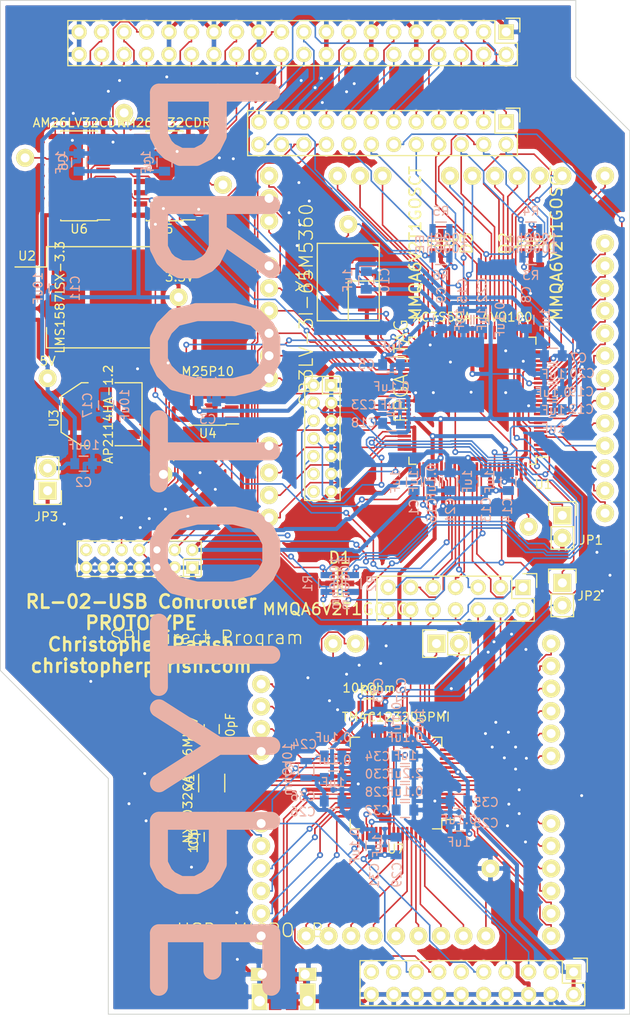
<source format=kicad_pcb>
(kicad_pcb (version 4) (host pcbnew "(2015-01-16 BZR 5376)-product")
  (layers (0 F.Cu signal) (31 B.Cu signal) (34 B.Paste user) (35 F.Paste user) (36 B.SilkS user) (37 F.SilkS user) (38 B.Mask user) (39 F.Mask user) (44 Edge.Cuts user))
  (net 0 "")
  (net 1 +3V3)
  (net 2 GND)
  (net 3 +5V)
  (net 4 +1V2)
  (net 5 rst_n)
  (net 6 VDDC)
  (net 7 "Net-(C37-Pad1)")
  (net 8 "Net-(C38-Pad1)")
  (net 9 "Net-(CON1-Pad1)")
  (net 10 USB_D-)
  (net 11 USB_D+)
  (net 12 "Net-(CON1-Pad4)")
  (net 13 writeData_n)
  (net 14 writeData_p)
  (net 15 writeGate_n)
  (net 16 writeGate_p)
  (net 17 drive_sel0_n)
  (net 18 drive_sel0_p)
  (net 19 drive_sel1_n)
  (net 20 drive_sel1_p)
  (net 21 drive_clock_n)
  (net 22 drive_clock_p)
  (net 23 drive_command_n)
  (net 24 drive_command_p)
  (net 25 "Net-(JP1-Pad1)")
  (net 26 "Net-(JP2-Pad1)")
  (net 27 FPGA_rst)
  (net 28 FPGA_clk_in)
  (net 29 "Net-(P2-Pad1)")
  (net 30 "Net-(P5-Pad1)")
  (net 31 "Net-(P6-Pad1)")
  (net 32 "Net-(P7-Pad1)")
  (net 33 "Net-(P8-Pad1)")
  (net 34 "Net-(P9-Pad1)")
  (net 35 "Net-(P10-Pad1)")
  (net 36 "Net-(P11-Pad1)")
  (net 37 "Net-(P12-Pad1)")
  (net 38 "Net-(P13-Pad1)")
  (net 39 "Net-(P14-Pad1)")
  (net 40 "Net-(P15-Pad1)")
  (net 41 "Net-(P16-Pad1)")
  (net 42 "Net-(P17-Pad1)")
  (net 43 "Net-(P19-Pad1)")
  (net 44 "Net-(P20-Pad1)")
  (net 45 SPI_CommandAndWriteEmpty)
  (net 46 "Net-(P20-Pad3)")
  (net 47 SPI_MOSI)
  (net 48 "Net-(P20-Pad5)")
  (net 49 SPI_Clk)
  (net 50 "Net-(P20-Pad7)")
  (net 51 SPI_CS)
  (net 52 "Net-(P20-Pad9)")
  (net 53 SPI_MISO)
  (net 54 "Net-(P20-Pad11)")
  (net 55 SPI_DataReady)
  (net 56 "Net-(P20-Pad13)")
  (net 57 SPI_WriteEnable)
  (net 58 "Net-(P21-Pad4)")
  (net 59 "Net-(P21-Pad6)")
  (net 60 "Net-(P21-Pad8)")
  (net 61 "Net-(P21-Pad10)")
  (net 62 "Net-(P21-Pad12)")
  (net 63 "Net-(P21-Pad14)")
  (net 64 CSO_B->S_n)
  (net 65 CCLK->C)
  (net 66 MISO->Q)
  (net 67 MOSI->D)
  (net 68 "Net-(P22-Pad12)")
  (net 69 "Net-(P22-Pad14)")
  (net 70 "Net-(P23-Pad1)")
  (net 71 "Net-(P24-Pad1)")
  (net 72 "Net-(P25-Pad1)")
  (net 73 "Net-(P26-Pad1)")
  (net 74 "Net-(P27-Pad1)")
  (net 75 "Net-(P28-Pad1)")
  (net 76 "Net-(P29-Pad1)")
  (net 77 "Net-(P30-Pad1)")
  (net 78 "Net-(P31-Pad1)")
  (net 79 "Net-(P32-Pad1)")
  (net 80 "Net-(P33-Pad1)")
  (net 81 "Net-(P34-Pad1)")
  (net 82 "Net-(P35-Pad1)")
  (net 83 "Net-(P36-Pad1)")
  (net 84 "Net-(P37-Pad1)")
  (net 85 "Net-(P38-Pad1)")
  (net 86 "Net-(P39-Pad1)")
  (net 87 "Net-(P40-Pad1)")
  (net 88 "Net-(P41-Pad1)")
  (net 89 "Net-(P42-Pad1)")
  (net 90 "Net-(P43-Pad1)")
  (net 91 "Net-(P44-Pad1)")
  (net 92 "Net-(P45-Pad1)")
  (net 93 "Net-(P46-Pad1)")
  (net 94 "Net-(P47-Pad1)")
  (net 95 read_data_n)
  (net 96 read_data_p)
  (net 97 status_n)
  (net 98 status_p)
  (net 99 status_clock_n)
  (net 100 status_clock_p)
  (net 101 sector_pulse_n)
  (net 102 sector_pulse_p)
  (net 103 drive_ready_n)
  (net 104 drive_ready_p)
  (net 105 drive_error_n)
  (net 106 drive_error_p)
  (net 107 "Net-(P51-Pad3)")
  (net 108 ARM_TDI)
  (net 109 ARM_TMS)
  (net 110 ARM_TCK)
  (net 111 "Net-(P51-Pad11)")
  (net 112 ARM_TDO)
  (net 113 "Net-(P51-Pad17)")
  (net 114 "Net-(P51-Pad19)")
  (net 115 "Net-(P52-Pad1)")
  (net 116 "Net-(P53-Pad1)")
  (net 117 "Net-(P54-Pad1)")
  (net 118 "Net-(P55-Pad1)")
  (net 119 "Net-(P56-Pad1)")
  (net 120 "Net-(P57-Pad1)")
  (net 121 "Net-(P58-Pad1)")
  (net 122 "Net-(P59-Pad1)")
  (net 123 "Net-(P60-Pad1)")
  (net 124 "Net-(P61-Pad1)")
  (net 125 "Net-(P62-Pad1)")
  (net 126 "Net-(P63-Pad1)")
  (net 127 "Net-(P64-Pad1)")
  (net 128 "Net-(P64-Pad2)")
  (net 129 "Net-(P65-Pad1)")
  (net 130 "Net-(P67-Pad1)")
  (net 131 "Net-(P68-Pad1)")
  (net 132 "Net-(P69-Pad1)")
  (net 133 "Net-(P70-Pad1)")
  (net 134 "Net-(P71-Pad1)")
  (net 135 "Net-(P72-Pad1)")
  (net 136 "Net-(P73-Pad1)")
  (net 137 "Net-(P74-Pad1)")
  (net 138 "Net-(P75-Pad1)")
  (net 139 "Net-(P76-Pad1)")
  (net 140 "Net-(P77-Pad1)")
  (net 141 "Net-(P78-Pad1)")
  (net 142 "Net-(P79-Pad1)")
  (net 143 "Net-(P80-Pad1)")
  (net 144 "Net-(P81-Pad1)")
  (net 145 "Net-(P82-Pad1)")
  (net 146 "Net-(P83-Pad1)")
  (net 147 "Net-(P84-Pad1)")
  (net 148 "Net-(P85-Pad1)")
  (net 149 drive_ready)
  (net 150 commandAndWriteFIFO_prog_full)
  (net 151 drive_sector_in)
  (net 152 drive_mfm_in)
  (net 153 "Net-(U5-Pad12)")
  (net 154 "Net-(U5-Pad13)")
  (net 155 "Net-(U5-Pad14)")
  (net 156 "Net-(U5-Pad15)")
  (net 157 "Net-(U6-Pad12)")
  (net 158 "Net-(U6-Pad13)")
  (net 159 "Net-(U6-Pad14)")
  (net 160 "Net-(U6-Pad15)")
  (net 161 "Net-(P48-Pad1)")
  (net 162 "Net-(P48-Pad3)")
  (net 163 "Net-(P48-Pad5)")
  (net 164 "Net-(P48-Pad7)")
  (net 165 "Net-(P48-Pad9)")
  (net 166 "Net-(P48-Pad11)")
  (net 167 "Net-(P48-Pad13)")
  (net 168 "Net-(P48-Pad15)")
  (net 169 "Net-(P48-Pad17)")
  (net 170 "Net-(P48-Pad19)")
  (net 171 "Net-(P48-Pad21)")
  (net 172 "Net-(P48-Pad23)")
  (module Capacitors_SMD:C_0805 (layer B.Cu) (at 94.996 68.58 90)
    (fp_text reference C1 (at -2.8956 0 90) (layer B.SilkS) (effects (justify mirror)))
    (fp_text value 1uF (at 0 -2.1 90) (layer B.SilkS) (effects (justify mirror)))
    (pad 1 smd rect (at -1 0 90) (size 1 1.25) (layers B.Cu B.Paste B.Mask) (net 1 +3V3))
    (pad 2 smd rect (at 1 0 90) (size 1 1.25) (layers B.Cu B.Paste B.Mask) (net 2 GND))
  )
  (module Capacitors_SMD:C_0805 (layer B.Cu) (at 57.658 66.548)
    (fp_text reference C2 (at 0 2.1) (layer B.SilkS) (effects (justify mirror)))
    (fp_text value 10uF (at 0 -2.1) (layer B.SilkS) (effects (justify mirror)))
    (pad 1 smd rect (at -1 0) (size 1 1.25) (layers B.Cu B.Paste B.Mask) (net 3 +5V))
    (pad 2 smd rect (at 1 0) (size 1 1.25) (layers B.Cu B.Paste B.Mask) (net 2 GND))
  )
  (module Capacitors_SMD:C_0805 (layer B.Cu) (at 71.6915 59.436)
    (fp_text reference C3 (at 0 2.1) (layer B.SilkS) (effects (justify mirror)))
    (fp_text value 1uF (at 0 -2.1) (layer B.SilkS) (effects (justify mirror)))
    (pad 1 smd rect (at -1 0) (size 1 1.25) (layers B.Cu B.Paste B.Mask) (net 1 +3V3))
    (pad 2 smd rect (at 1 0) (size 1 1.25) (layers B.Cu B.Paste B.Mask) (net 2 GND))
  )
  (module Capacitors_SMD:C_0805 (layer B.Cu) (at 66.802 32.512 90)
    (fp_text reference C4 (at -0.2032 -1.7272 90) (layer B.SilkS) (effects (justify mirror)))
    (fp_text value 1uF (at 0 -2.1 90) (layer B.SilkS) (effects (justify mirror)))
    (pad 1 smd rect (at -1 0 90) (size 1 1.25) (layers B.Cu B.Paste B.Mask) (net 1 +3V3))
    (pad 2 smd rect (at 1 0 90) (size 1 1.25) (layers B.Cu B.Paste B.Mask) (net 2 GND))
  )
  (module Capacitors_SMD:C_0805 (layer B.Cu) (at 92.456 55.372)
    (fp_text reference C5 (at -2.8448 0) (layer B.SilkS) (effects (justify mirror)))
    (fp_text value 1uF (at 0 -2.1) (layer B.SilkS) (effects (justify mirror)))
    (pad 1 smd rect (at -1 0) (size 1 1.25) (layers B.Cu B.Paste B.Mask) (net 1 +3V3))
    (pad 2 smd rect (at 1 0) (size 1 1.25) (layers B.Cu B.Paste B.Mask) (net 2 GND))
  )
  (module Capacitors_SMD:C_0805 (layer B.Cu) (at 57.15 32.512 90)
    (fp_text reference C6 (at 0 -1.778 90) (layer B.SilkS) (effects (justify mirror)))
    (fp_text value 1uF (at 0 -2.1 90) (layer B.SilkS) (effects (justify mirror)))
    (pad 1 smd rect (at -1 0 90) (size 1 1.25) (layers B.Cu B.Paste B.Mask) (net 1 +3V3))
    (pad 2 smd rect (at 1 0 90) (size 1 1.25) (layers B.Cu B.Paste B.Mask) (net 2 GND))
  )
  (module Capacitors_SMD:C_0805 (layer B.Cu) (at 110.744 54.356 180)
    (fp_text reference C7 (at -2.8448 -0.254 180) (layer B.SilkS) (effects (justify mirror)))
    (fp_text value 1uF (at 0 -2.1 180) (layer B.SilkS) (effects (justify mirror)))
    (pad 1 smd rect (at -1 0 180) (size 1 1.25) (layers B.Cu B.Paste B.Mask) (net 1 +3V3))
    (pad 2 smd rect (at 1 0 180) (size 1 1.25) (layers B.Cu B.Paste B.Mask) (net 2 GND))
  )
  (module Capacitors_SMD:C_0805 (layer B.Cu) (at 107.696 50.292 270)
    (fp_text reference C8 (at -2.8448 0 270) (layer B.SilkS) (effects (justify mirror)))
    (fp_text value 1uF (at 0 -2.1 270) (layer B.SilkS) (effects (justify mirror)))
    (pad 1 smd rect (at -1 0 270) (size 1 1.25) (layers B.Cu B.Paste B.Mask) (net 1 +3V3))
    (pad 2 smd rect (at 1 0 270) (size 1 1.25) (layers B.Cu B.Paste B.Mask) (net 2 GND))
  )
  (module Capacitors_SMD:C_0805 (layer B.Cu) (at 98.044 50.292 270)
    (fp_text reference C9 (at -2.794 -0.0508 270) (layer B.SilkS) (effects (justify mirror)))
    (fp_text value 1uF (at 0 -2.1 270) (layer B.SilkS) (effects (justify mirror)))
    (pad 1 smd rect (at -1 0 270) (size 1 1.25) (layers B.Cu B.Paste B.Mask) (net 1 +3V3))
    (pad 2 smd rect (at 1 0 270) (size 1 1.25) (layers B.Cu B.Paste B.Mask) (net 2 GND))
  )
  (module Capacitors_SMD:C_0805 (layer B.Cu) (at 89.5985 45.847 90)
    (fp_text reference C10 (at 0 2.1 90) (layer B.SilkS) (effects (justify mirror)))
    (fp_text value 1uF (at 0 -2.1 90) (layer B.SilkS) (effects (justify mirror)))
    (pad 1 smd rect (at -1 0 90) (size 1 1.25) (layers B.Cu B.Paste B.Mask) (net 1 +3V3))
    (pad 2 smd rect (at 1 0 90) (size 1 1.25) (layers B.Cu B.Paste B.Mask) (net 2 GND))
  )
  (module Capacitors_SMD:C_0805 (layer B.Cu) (at 54.61 46.736 90)
    (fp_text reference C11 (at 0 2.1 90) (layer B.SilkS) (effects (justify mirror)))
    (fp_text value 10uF (at 0 -2.1 90) (layer B.SilkS) (effects (justify mirror)))
    (pad 1 smd rect (at -1 0 90) (size 1 1.25) (layers B.Cu B.Paste B.Mask) (net 1 +3V3))
    (pad 2 smd rect (at 1 0 90) (size 1 1.25) (layers B.Cu B.Paste B.Mask) (net 2 GND))
  )
  (module Capacitors_SMD:C_0805 (layer B.Cu) (at 110.744 60.452 180)
    (fp_text reference C12 (at -3.1496 0.0508 180) (layer B.SilkS) (effects (justify mirror)))
    (fp_text value 1uF (at 0 -2.1 180) (layer B.SilkS) (effects (justify mirror)))
    (pad 1 smd rect (at -1 0 180) (size 1 1.25) (layers B.Cu B.Paste B.Mask) (net 1 +3V3))
    (pad 2 smd rect (at 1 0 180) (size 1 1.25) (layers B.Cu B.Paste B.Mask) (net 2 GND))
  )
  (module Capacitors_SMD:C_0805 (layer B.Cu) (at 103.124 68.58 90)
    (fp_text reference C13 (at -3.1496 0.0508 90) (layer B.SilkS) (effects (justify mirror)))
    (fp_text value 1uF (at 0 -2.1 90) (layer B.SilkS) (effects (justify mirror)))
    (pad 1 smd rect (at -1 0 90) (size 1 1.25) (layers B.Cu B.Paste B.Mask) (net 1 +3V3))
    (pad 2 smd rect (at 1 0 90) (size 1 1.25) (layers B.Cu B.Paste B.Mask) (net 2 GND))
  )
  (module Capacitors_SMD:C_0805 (layer B.Cu) (at 105.664 68.58 90)
    (fp_text reference C14 (at -3.2512 -0.1016 90) (layer B.SilkS) (effects (justify mirror)))
    (fp_text value 1uF (at 0 -2.1 90) (layer B.SilkS) (effects (justify mirror)))
    (pad 1 smd rect (at -1 0 90) (size 1 1.25) (layers B.Cu B.Paste B.Mask) (net 1 +3V3))
    (pad 2 smd rect (at 1 0 90) (size 1 1.25) (layers B.Cu B.Paste B.Mask) (net 2 GND))
  )
  (module Capacitors_SMD:C_0805 (layer B.Cu) (at 100.584 50.292 270)
    (fp_text reference C15 (at -3.2512 0.1016 270) (layer B.SilkS) (effects (justify mirror)))
    (fp_text value 1uF (at 0 -2.1 270) (layer B.SilkS) (effects (justify mirror)))
    (pad 1 smd rect (at -1 0 270) (size 1 1.25) (layers B.Cu B.Paste B.Mask) (net 4 +1V2))
    (pad 2 smd rect (at 1 0 270) (size 1 1.25) (layers B.Cu B.Paste B.Mask) (net 2 GND))
  )
  (module Capacitors_SMD:C_0805 (layer B.Cu) (at 97.028 68.58 90)
    (fp_text reference C16 (at -3.2512 0 90) (layer B.SilkS) (effects (justify mirror)))
    (fp_text value 1uF (at 0 -2.1 90) (layer B.SilkS) (effects (justify mirror)))
    (pad 1 smd rect (at -1 0 90) (size 1 1.25) (layers B.Cu B.Paste B.Mask) (net 4 +1V2))
    (pad 2 smd rect (at 1 0 90) (size 1 1.25) (layers B.Cu B.Paste B.Mask) (net 2 GND))
  )
  (module Capacitors_SMD:C_0805 (layer B.Cu) (at 60.198 59.944 270)
    (fp_text reference C17 (at 0 2.1 270) (layer B.SilkS) (effects (justify mirror)))
    (fp_text value 10uF (at 0 -2.1 270) (layer B.SilkS) (effects (justify mirror)))
    (pad 1 smd rect (at -1 0 270) (size 1 1.25) (layers B.Cu B.Paste B.Mask) (net 4 +1V2))
    (pad 2 smd rect (at 1 0 270) (size 1 1.25) (layers B.Cu B.Paste B.Mask) (net 2 GND))
  )
  (module Capacitors_SMD:C_0805 (layer B.Cu) (at 92.456 61.976)
    (fp_text reference C18 (at -3.1496 -0.0508) (layer B.SilkS) (effects (justify mirror)))
    (fp_text value 1uF (at 0 -2.1) (layer B.SilkS) (effects (justify mirror)))
    (pad 1 smd rect (at -1 0) (size 1 1.25) (layers B.Cu B.Paste B.Mask) (net 4 +1V2))
    (pad 2 smd rect (at 1 0) (size 1 1.25) (layers B.Cu B.Paste B.Mask) (net 2 GND))
  )
  (module Capacitors_SMD:C_0805 (layer B.Cu) (at 110.744 58.42 180)
    (fp_text reference C19 (at -3.1496 0 180) (layer B.SilkS) (effects (justify mirror)))
    (fp_text value 1uF (at 0 -2.1 180) (layer B.SilkS) (effects (justify mirror)))
    (pad 1 smd rect (at -1 0 180) (size 1 1.25) (layers B.Cu B.Paste B.Mask) (net 4 +1V2))
    (pad 2 smd rect (at 1 0 180) (size 1 1.25) (layers B.Cu B.Paste B.Mask) (net 2 GND))
  )
  (module Capacitors_SMD:C_0805 (layer B.Cu) (at 110.744 56.388 180)
    (fp_text reference C20 (at -3.2512 0.0508 180) (layer B.SilkS) (effects (justify mirror)))
    (fp_text value 0.1uF (at 0 -2.1 180) (layer B.SilkS) (effects (justify mirror)))
    (pad 1 smd rect (at -1 0 180) (size 1 1.25) (layers B.Cu B.Paste B.Mask) (net 4 +1V2))
    (pad 2 smd rect (at 1 0 180) (size 1 1.25) (layers B.Cu B.Paste B.Mask) (net 2 GND))
  )
  (module Capacitors_SMD:C_0805 (layer B.Cu) (at 99.06 68.58 90)
    (fp_text reference C21 (at -3.2512 0.0508 90) (layer B.SilkS) (effects (justify mirror)))
    (fp_text value 0.1uF (at 0 -2.1 90) (layer B.SilkS) (effects (justify mirror)))
    (pad 1 smd rect (at -1 0 90) (size 1 1.25) (layers B.Cu B.Paste B.Mask) (net 4 +1V2))
    (pad 2 smd rect (at 1 0 90) (size 1 1.25) (layers B.Cu B.Paste B.Mask) (net 2 GND))
  )
  (module Capacitors_SMD:C_0805 (layer B.Cu) (at 102.616 50.292 270)
    (fp_text reference C22 (at -3.3528 -0.1016 270) (layer B.SilkS) (effects (justify mirror)))
    (fp_text value 0.1uF (at 0 -2.1 270) (layer B.SilkS) (effects (justify mirror)))
    (pad 1 smd rect (at -1 0 270) (size 1 1.25) (layers B.Cu B.Paste B.Mask) (net 4 +1V2))
    (pad 2 smd rect (at 1 0 270) (size 1 1.25) (layers B.Cu B.Paste B.Mask) (net 2 GND))
  )
  (module Capacitors_SMD:C_0805 (layer B.Cu) (at 92.456 59.944)
    (fp_text reference C23 (at -3.1496 -0.0508) (layer B.SilkS) (effects (justify mirror)))
    (fp_text value 0.1uF (at 0 -2.1) (layer B.SilkS) (effects (justify mirror)))
    (pad 1 smd rect (at -1 0) (size 1 1.25) (layers B.Cu B.Paste B.Mask) (net 4 +1V2))
    (pad 2 smd rect (at 1 0) (size 1 1.25) (layers B.Cu B.Paste B.Mask) (net 2 GND))
  )
  (module Capacitors_SMD:C_0805 (layer B.Cu) (at 85.852 99.568)
    (fp_text reference C24 (at -3.2512 -1.3208) (layer B.SilkS) (effects (justify mirror)))
    (fp_text value 0.1uF (at 0 -2.1) (layer B.SilkS) (effects (justify mirror)))
    (pad 1 smd rect (at -1 0) (size 1 1.25) (layers B.Cu B.Paste B.Mask) (net 5 rst_n))
    (pad 2 smd rect (at 1 0) (size 1 1.25) (layers B.Cu B.Paste B.Mask) (net 2 GND))
  )
  (module Capacitors_SMD:C_0805 (layer B.Cu) (at 100.076 107.188 180)
    (fp_text reference C25 (at -3.048 0.0508 180) (layer B.SilkS) (effects (justify mirror)))
    (fp_text value 1uF (at 0 -2.1 180) (layer B.SilkS) (effects (justify mirror)))
    (pad 1 smd rect (at -1 0 180) (size 1 1.25) (layers B.Cu B.Paste B.Mask) (net 1 +3V3))
    (pad 2 smd rect (at 1 0 180) (size 1 1.25) (layers B.Cu B.Paste B.Mask) (net 2 GND))
  )
  (module Capacitors_SMD:C_0805 (layer B.Cu) (at 85.852 104.648)
    (fp_text reference C26 (at -3.4036 1.2192) (layer B.SilkS) (effects (justify mirror)))
    (fp_text value 1uF (at 0 -2.1) (layer B.SilkS) (effects (justify mirror)))
    (pad 1 smd rect (at -1 0) (size 1 1.25) (layers B.Cu B.Paste B.Mask) (net 1 +3V3))
    (pad 2 smd rect (at 1 0) (size 1 1.25) (layers B.Cu B.Paste B.Mask) (net 2 GND))
  )
  (module Capacitors_SMD:C_0805 (layer B.Cu) (at 93.472 95.504 270)
    (fp_text reference C27 (at -3.4036 -0.1016 270) (layer B.SilkS) (effects (justify mirror)))
    (fp_text value 1uF (at 0 -2.1 270) (layer B.SilkS) (effects (justify mirror)))
    (pad 1 smd rect (at -1 0 270) (size 1 1.25) (layers B.Cu B.Paste B.Mask) (net 1 +3V3))
    (pad 2 smd rect (at 1 0 270) (size 1 1.25) (layers B.Cu B.Paste B.Mask) (net 2 GND))
  )
  (module Capacitors_SMD:C_0805 (layer B.Cu) (at 93.98 103.632)
    (fp_text reference C28 (at -3.0988 0) (layer B.SilkS) (effects (justify mirror)))
    (fp_text value 2.2uF (at 0 -2.1) (layer B.SilkS) (effects (justify mirror)))
    (pad 1 smd rect (at -1 0) (size 1 1.25) (layers B.Cu B.Paste B.Mask) (net 6 VDDC))
    (pad 2 smd rect (at 1 0) (size 1 1.25) (layers B.Cu B.Paste B.Mask) (net 2 GND))
  )
  (module Capacitors_SMD:C_0805 (layer B.Cu) (at 92.964 109.728 90)
    (fp_text reference C29 (at -3.2512 0.1016 90) (layer B.SilkS) (effects (justify mirror)))
    (fp_text value 1uF (at 0 -2.1 90) (layer B.SilkS) (effects (justify mirror)))
    (pad 1 smd rect (at -1 0 90) (size 1 1.25) (layers B.Cu B.Paste B.Mask) (net 1 +3V3))
    (pad 2 smd rect (at 1 0 90) (size 1 1.25) (layers B.Cu B.Paste B.Mask) (net 2 GND))
  )
  (module Capacitors_SMD:C_0805 (layer B.Cu) (at 93.98 101.6)
    (fp_text reference C30 (at -3.0988 0) (layer B.SilkS) (effects (justify mirror)))
    (fp_text value 1uF (at 0 -2.1) (layer B.SilkS) (effects (justify mirror)))
    (pad 1 smd rect (at -1 0) (size 1 1.25) (layers B.Cu B.Paste B.Mask) (net 6 VDDC))
    (pad 2 smd rect (at 1 0) (size 1 1.25) (layers B.Cu B.Paste B.Mask) (net 2 GND))
  )
  (module Capacitors_SMD:C_0805 (layer B.Cu) (at 90.424 109.728 90)
    (fp_text reference C31 (at -3.3528 0.1016 90) (layer B.SilkS) (effects (justify mirror)))
    (fp_text value 0.1uF (at 0 -2.1 90) (layer B.SilkS) (effects (justify mirror)))
    (pad 1 smd rect (at -1 0 90) (size 1 1.25) (layers B.Cu B.Paste B.Mask) (net 1 +3V3))
    (pad 2 smd rect (at 1 0 90) (size 1 1.25) (layers B.Cu B.Paste B.Mask) (net 2 GND))
  )
  (module Capacitors_SMD:C_0805 (layer B.Cu) (at 93.98 105.664)
    (fp_text reference C32 (at -3.1496 0.0508) (layer B.SilkS) (effects (justify mirror)))
    (fp_text value 0.1uF (at 0 -2.1) (layer B.SilkS) (effects (justify mirror)))
    (pad 1 smd rect (at -1 0) (size 1 1.25) (layers B.Cu B.Paste B.Mask) (net 6 VDDC))
    (pad 2 smd rect (at 1 0) (size 1 1.25) (layers B.Cu B.Paste B.Mask) (net 2 GND))
  )
  (module Capacitors_SMD:C_0805 (layer B.Cu) (at 90.932 95.504 270)
    (fp_text reference C33 (at -3.3528 -0.0508 270) (layer B.SilkS) (effects (justify mirror)))
    (fp_text value 0.1uF (at 0 -2.1 270) (layer B.SilkS) (effects (justify mirror)))
    (pad 1 smd rect (at -1 0 270) (size 1 1.25) (layers B.Cu B.Paste B.Mask) (net 1 +3V3))
    (pad 2 smd rect (at 1 0 270) (size 1 1.25) (layers B.Cu B.Paste B.Mask) (net 2 GND))
  )
  (module Capacitors_SMD:C_0805 (layer B.Cu) (at 93.98 99.568)
    (fp_text reference C34 (at -3.0988 0.0508) (layer B.SilkS) (effects (justify mirror)))
    (fp_text value 0.1uF (at 0 -2.1) (layer B.SilkS) (effects (justify mirror)))
    (pad 1 smd rect (at -1 0) (size 1 1.25) (layers B.Cu B.Paste B.Mask) (net 6 VDDC))
    (pad 2 smd rect (at 1 0) (size 1 1.25) (layers B.Cu B.Paste B.Mask) (net 2 GND))
  )
  (module Capacitors_SMD:C_0805 (layer B.Cu) (at 100.076 104.648 180)
    (fp_text reference C35 (at -3.048 -0.1524 180) (layer B.SilkS) (effects (justify mirror)))
    (fp_text value 0.1uF (at 0 -2.1 180) (layer B.SilkS) (effects (justify mirror)))
    (pad 1 smd rect (at -1 0 180) (size 1 1.25) (layers B.Cu B.Paste B.Mask) (net 1 +3V3))
    (pad 2 smd rect (at 1 0 180) (size 1 1.25) (layers B.Cu B.Paste B.Mask) (net 2 GND))
  )
  (module Capacitors_SMD:C_0805 (layer B.Cu) (at 85.852 102.108)
    (fp_text reference C36 (at -3.4036 2.032) (layer B.SilkS) (effects (justify mirror)))
    (fp_text value 0.1uF (at 0 -2.1) (layer B.SilkS) (effects (justify mirror)))
    (pad 1 smd rect (at -1 0) (size 1 1.25) (layers B.Cu B.Paste B.Mask) (net 1 +3V3))
    (pad 2 smd rect (at 1 0) (size 1 1.25) (layers B.Cu B.Paste B.Mask) (net 2 GND))
  )
  (module Capacitors_SMD:C_0805 (layer F.Cu) (at 72.136 96.52 90)
    (fp_text reference C37 (at 0 -2.1 90) (layer F.SilkS))
    (fp_text value 10pF (at 0 2.1 90) (layer F.SilkS))
    (pad 1 smd rect (at -1 0 90) (size 1 1.25) (layers F.Cu F.Paste F.Mask) (net 7 "Net-(C37-Pad1)"))
    (pad 2 smd rect (at 1 0 90) (size 1 1.25) (layers F.Cu F.Paste F.Mask) (net 2 GND))
  )
  (module Capacitors_SMD:C_0805 (layer F.Cu) (at 72.136 108.712 270)
    (fp_text reference C38 (at -0.1016 2.032 270) (layer F.SilkS))
    (fp_text value 10pF (at 0 2.1 270) (layer F.SilkS))
    (pad 1 smd rect (at -1 0 270) (size 1 1.25) (layers F.Cu F.Paste F.Mask) (net 8 "Net-(C38-Pad1)"))
    (pad 2 smd rect (at 1 0 270) (size 1 1.25) (layers F.Cu F.Paste F.Mask) (net 2 GND))
  )
  (module RL02Controller:MicroUSB-B (layer F.Cu) (at 80.264 127.254)
    (fp_text reference CON1 hide)
    (fp_text value USB-MICRO-B (at -3.75 -8) (layer F.SilkS) (effects (font (size 1.5 1.5))))
    (pad 1 smd rect (at -1.3 -2.825) (size 0.4 1.75) (layers F.Cu F.Paste F.Mask) (net 9 "Net-(CON1-Pad1)"))
    (pad 2 smd rect (at -0.65 -2.825) (size 0.4 1.75) (layers F.Cu F.Paste F.Mask) (net 10 USB_D-))
    (pad 3 smd rect (at 0 -2.825) (size 0.4 1.75) (layers F.Cu F.Paste F.Mask) (net 11 USB_D+))
    (pad 4 smd rect (at 0.65 -2.825) (size 0.4 1.75) (layers F.Cu F.Paste F.Mask) (net 12 "Net-(CON1-Pad4)"))
    (pad 5 smd rect (at 1.3 -2.825) (size 0.4 1.75) (layers F.Cu F.Paste F.Mask) (net 2 GND))
    (pad PAD thru_hole rect (at -2.425 -3.03) (size 2 1.46) (drill 1.05 (offset -0.2794 0)) (layers *.Cu *.Mask F.SilkS) (net 2 GND))
    (pad PAD thru_hole rect (at 2.425 -3.03) (size 2 1.46) (drill 1.05 (offset 0.2794 0)) (layers *.Cu *.Mask F.SilkS) (net 2 GND))
    (pad PAD thru_hole rect (at -2.725 0) (size 1.778 3) (drill 1.2 (offset 0 -0.5)) (layers *.Cu *.Mask F.SilkS) (net 2 GND))
    (pad PAD thru_hole rect (at 2.725 0) (size 1.778 3) (drill 1.2 (offset 0 -0.5)) (layers *.Cu *.Mask F.SilkS) (net 2 GND))
    (pad PAD smd rect (at -0.9625 0.25) (size 1.425 2) (drill (offset 0 -0.25)) (layers F.Cu F.Paste F.Mask) (net 2 GND))
    (pad PAD smd rect (at 0.9625 0.25) (size 1.425 2) (drill (offset 0 -0.25)) (layers F.Cu F.Paste F.Mask) (net 2 GND))
  )
  (module Pin_Headers:Pin_Header_Straight_1x02 (layer F.Cu) (at 111.76 72.39)
    (fp_text reference JP1 (at 3.2512 2.794) (layer F.SilkS))
    (fp_text value SPI_PROGRAM hide)
    (pad 1 thru_hole rect (at 0 0) (size 2.032 2.032) (drill 1.016) (layers *.Cu *.Mask F.SilkS) (net 25 "Net-(JP1-Pad1)"))
    (pad 2 thru_hole oval (at 0 2.54) (size 2.032 2.032) (drill 1.016) (layers *.Cu *.Mask F.SilkS) (net 2 GND))
  )
  (module Pin_Headers:Pin_Header_Straight_1x02 (layer F.Cu) (at 111.76 80.01)
    (fp_text reference JP2 (at 3.048 1.4732) (layer F.SilkS))
    (fp_text value JUMPER hide)
    (pad 1 thru_hole rect (at 0 0) (size 2.032 2.032) (drill 1.016) (layers *.Cu *.Mask F.SilkS) (net 26 "Net-(JP2-Pad1)"))
    (pad 2 thru_hole oval (at 0 2.54) (size 2.032 2.032) (drill 1.016) (layers *.Cu *.Mask F.SilkS) (net 27 FPGA_rst))
  )
  (module Pin_Headers:Pin_Header_Straight_1x02 (layer F.Cu) (at 53.594 69.596 180)
    (fp_text reference JP3 (at 0.1524 -2.9464 180) (layer F.SilkS))
    (fp_text value JUMPER hide)
    (pad 1 thru_hole rect (at 0 0 180) (size 2.032 2.032) (drill 1.016) (layers *.Cu *.Mask F.SilkS) (net 9 "Net-(CON1-Pad1)"))
    (pad 2 thru_hole oval (at 0 2.54 180) (size 2.032 2.032) (drill 1.016) (layers *.Cu *.Mask F.SilkS) (net 3 +5V))
  )
  (module Pin_Headers:Pin_Header_Straight_2x07 (layer F.Cu) (at 107.315 80.518 270)
    (fp_text reference P20 hide)
    (fp_text value "SPI Debug" hide)
    (pad 1 thru_hole rect (at 0 0 270) (size 1.7272 1.7272) (drill 1.016) (layers *.Cu *.Mask F.SilkS) (net 44 "Net-(P20-Pad1)"))
    (pad 2 thru_hole oval (at 2.54 0 270) (size 1.7272 1.7272) (drill 1.016) (layers *.Cu *.Mask F.SilkS) (net 57 SPI_WriteEnable))
    (pad 3 thru_hole oval (at 0 2.54 270) (size 1.7272 1.7272) (drill 1.016) (layers *.Cu *.Mask F.SilkS) (net 46 "Net-(P20-Pad3)"))
    (pad 4 thru_hole oval (at 2.54 2.54 270) (size 1.7272 1.7272) (drill 1.016) (layers *.Cu *.Mask F.SilkS) (net 55 SPI_DataReady))
    (pad 5 thru_hole oval (at 0 5.08 270) (size 1.7272 1.7272) (drill 1.016) (layers *.Cu *.Mask F.SilkS) (net 48 "Net-(P20-Pad5)"))
    (pad 6 thru_hole oval (at 2.54 5.08 270) (size 1.7272 1.7272) (drill 1.016) (layers *.Cu *.Mask F.SilkS) (net 53 SPI_MISO))
    (pad 7 thru_hole oval (at 0 7.62 270) (size 1.7272 1.7272) (drill 1.016) (layers *.Cu *.Mask F.SilkS) (net 50 "Net-(P20-Pad7)"))
    (pad 8 thru_hole oval (at 2.54 7.62 270) (size 1.7272 1.7272) (drill 1.016) (layers *.Cu *.Mask F.SilkS) (net 51 SPI_CS))
    (pad 9 thru_hole oval (at 0 10.16 270) (size 1.7272 1.7272) (drill 1.016) (layers *.Cu *.Mask F.SilkS) (net 52 "Net-(P20-Pad9)"))
    (pad 10 thru_hole oval (at 2.54 10.16 270) (size 1.7272 1.7272) (drill 1.016) (layers *.Cu *.Mask F.SilkS) (net 49 SPI_Clk))
    (pad 11 thru_hole oval (at 0 12.7 270) (size 1.7272 1.7272) (drill 1.016) (layers *.Cu *.Mask F.SilkS) (net 54 "Net-(P20-Pad11)"))
    (pad 12 thru_hole oval (at 2.54 12.7 270) (size 1.7272 1.7272) (drill 1.016) (layers *.Cu *.Mask F.SilkS) (net 47 SPI_MOSI))
    (pad 13 thru_hole oval (at 0 15.24 270) (size 1.7272 1.7272) (drill 1.016) (layers *.Cu *.Mask F.SilkS) (net 56 "Net-(P20-Pad13)"))
    (pad 14 thru_hole oval (at 2.54 15.24 270) (size 1.7272 1.7272) (drill 1.016) (layers *.Cu *.Mask F.SilkS) (net 45 SPI_CommandAndWriteEmpty))
  )
  (module RL02Controller:2x7_2.00mm_header (layer F.Cu) (at 84.6455 63.6905 270)
    (fp_text reference P21 hide)
    (fp_text value "FPGA JTAG" (at -7.62 -8.89 270) (layer F.SilkS) (effects (font (size 1.5 1.5))))
    (pad 1 thru_hole rect (at -6 -1 270) (size 1.4 1.4) (drill 0.8) (layers *.Cu *.Mask F.SilkS) (net 2 GND))
    (pad 2 thru_hole circle (at -6 1 270) (size 1.4 1.4) (drill 0.8) (layers *.Cu *.Mask F.SilkS) (net 1 +3V3))
    (pad 3 thru_hole circle (at -4 -1 270) (size 1.4 1.4) (drill 0.8) (layers *.Cu *.Mask F.SilkS) (net 2 GND))
    (pad 4 thru_hole circle (at -4 1 270) (size 1.4 1.4) (drill 0.8) (layers *.Cu *.Mask F.SilkS) (net 58 "Net-(P21-Pad4)"))
    (pad 5 thru_hole circle (at -2 -1 270) (size 1.4 1.4) (drill 0.8) (layers *.Cu *.Mask F.SilkS) (net 2 GND))
    (pad 6 thru_hole circle (at -2 1 270) (size 1.4 1.4) (drill 0.8) (layers *.Cu *.Mask F.SilkS) (net 59 "Net-(P21-Pad6)"))
    (pad 7 thru_hole circle (at 0 -1 270) (size 1.4 1.4) (drill 0.8) (layers *.Cu *.Mask F.SilkS) (net 2 GND))
    (pad 8 thru_hole circle (at 0 1 270) (size 1.4 1.4) (drill 0.8) (layers *.Cu *.Mask F.SilkS) (net 60 "Net-(P21-Pad8)"))
    (pad 9 thru_hole circle (at 2 -1 270) (size 1.4 1.4) (drill 0.8) (layers *.Cu *.Mask F.SilkS) (net 2 GND))
    (pad 10 thru_hole circle (at 2 1 270) (size 1.4 1.4) (drill 0.8) (layers *.Cu *.Mask F.SilkS) (net 61 "Net-(P21-Pad10)"))
    (pad 11 thru_hole circle (at 4 -1 270) (size 1.4 1.4) (drill 0.8) (layers *.Cu *.Mask F.SilkS) (net 2 GND))
    (pad 12 thru_hole circle (at 4 1 270) (size 1.4 1.4) (drill 0.8) (layers *.Cu *.Mask F.SilkS) (net 62 "Net-(P21-Pad12)"))
    (pad 13 thru_hole circle (at 6 -1 270) (size 1.4 1.4) (drill 0.8) (layers *.Cu *.Mask F.SilkS) (net 2 GND))
    (pad 14 thru_hole circle (at 6 1 270) (size 1.4 1.4) (drill 0.8) (layers *.Cu *.Mask F.SilkS) (net 63 "Net-(P21-Pad14)"))
  )
  (module RL02Controller:2x7_2.00mm_header (layer F.Cu) (at 63.9445 77.2795 180)
    (fp_text reference P22 hide)
    (fp_text value "SPI Direct Program" (at -7.62 -8.89 180) (layer F.SilkS) (effects (font (size 1.5 1.5))))
    (pad 1 thru_hole rect (at -6 -1 180) (size 1.4 1.4) (drill 0.8) (layers *.Cu *.Mask F.SilkS) (net 2 GND))
    (pad 2 thru_hole circle (at -6 1 180) (size 1.4 1.4) (drill 0.8) (layers *.Cu *.Mask F.SilkS) (net 1 +3V3))
    (pad 3 thru_hole circle (at -4 -1 180) (size 1.4 1.4) (drill 0.8) (layers *.Cu *.Mask F.SilkS) (net 2 GND))
    (pad 4 thru_hole circle (at -4 1 180) (size 1.4 1.4) (drill 0.8) (layers *.Cu *.Mask F.SilkS) (net 64 CSO_B->S_n))
    (pad 5 thru_hole circle (at -2 -1 180) (size 1.4 1.4) (drill 0.8) (layers *.Cu *.Mask F.SilkS) (net 2 GND))
    (pad 6 thru_hole circle (at -2 1 180) (size 1.4 1.4) (drill 0.8) (layers *.Cu *.Mask F.SilkS) (net 65 CCLK->C))
    (pad 7 thru_hole circle (at 0 -1 180) (size 1.4 1.4) (drill 0.8) (layers *.Cu *.Mask F.SilkS) (net 2 GND))
    (pad 8 thru_hole circle (at 0 1 180) (size 1.4 1.4) (drill 0.8) (layers *.Cu *.Mask F.SilkS) (net 66 MISO->Q))
    (pad 9 thru_hole circle (at 2 -1 180) (size 1.4 1.4) (drill 0.8) (layers *.Cu *.Mask F.SilkS) (net 2 GND))
    (pad 10 thru_hole circle (at 2 1 180) (size 1.4 1.4) (drill 0.8) (layers *.Cu *.Mask F.SilkS) (net 67 MOSI->D))
    (pad 11 thru_hole circle (at 4 -1 180) (size 1.4 1.4) (drill 0.8) (layers *.Cu *.Mask F.SilkS) (net 2 GND))
    (pad 12 thru_hole circle (at 4 1 180) (size 1.4 1.4) (drill 0.8) (layers *.Cu *.Mask F.SilkS) (net 68 "Net-(P22-Pad12)"))
    (pad 13 thru_hole circle (at 6 -1 180) (size 1.4 1.4) (drill 0.8) (layers *.Cu *.Mask F.SilkS) (net 2 GND))
    (pad 14 thru_hole circle (at 6 1 180) (size 1.4 1.4) (drill 0.8) (layers *.Cu *.Mask F.SilkS) (net 69 "Net-(P22-Pad14)"))
  )
  (module Pin_Headers:Pin_Header_Straight_2x12 (layer F.Cu) (at 105.41 27.94 270)
    (fp_text reference P48 hide)
    (fp_text value "Data To Drive Disconnect" hide)
    (pad 1 thru_hole rect (at 0 0 270) (size 1.7272 1.7272) (drill 1.016) (layers *.Cu *.Mask F.SilkS) (net 161 "Net-(P48-Pad1)"))
    (pad 2 thru_hole oval (at 2.54 0 270) (size 1.7272 1.7272) (drill 1.016) (layers *.Cu *.Mask F.SilkS) (net 18 drive_sel0_p))
    (pad 3 thru_hole oval (at 0 2.54 270) (size 1.7272 1.7272) (drill 1.016) (layers *.Cu *.Mask F.SilkS) (net 162 "Net-(P48-Pad3)"))
    (pad 4 thru_hole oval (at 2.54 2.54 270) (size 1.7272 1.7272) (drill 1.016) (layers *.Cu *.Mask F.SilkS) (net 17 drive_sel0_n))
    (pad 5 thru_hole oval (at 0 5.08 270) (size 1.7272 1.7272) (drill 1.016) (layers *.Cu *.Mask F.SilkS) (net 163 "Net-(P48-Pad5)"))
    (pad 6 thru_hole oval (at 2.54 5.08 270) (size 1.7272 1.7272) (drill 1.016) (layers *.Cu *.Mask F.SilkS) (net 20 drive_sel1_p))
    (pad 7 thru_hole oval (at 0 7.62 270) (size 1.7272 1.7272) (drill 1.016) (layers *.Cu *.Mask F.SilkS) (net 164 "Net-(P48-Pad7)"))
    (pad 8 thru_hole oval (at 2.54 7.62 270) (size 1.7272 1.7272) (drill 1.016) (layers *.Cu *.Mask F.SilkS) (net 19 drive_sel1_n))
    (pad 9 thru_hole oval (at 0 10.16 270) (size 1.7272 1.7272) (drill 1.016) (layers *.Cu *.Mask F.SilkS) (net 165 "Net-(P48-Pad9)"))
    (pad 10 thru_hole oval (at 2.54 10.16 270) (size 1.7272 1.7272) (drill 1.016) (layers *.Cu *.Mask F.SilkS) (net 16 writeGate_p))
    (pad 11 thru_hole oval (at 0 12.7 270) (size 1.7272 1.7272) (drill 1.016) (layers *.Cu *.Mask F.SilkS) (net 166 "Net-(P48-Pad11)"))
    (pad 12 thru_hole oval (at 2.54 12.7 270) (size 1.7272 1.7272) (drill 1.016) (layers *.Cu *.Mask F.SilkS) (net 15 writeGate_n))
    (pad 13 thru_hole oval (at 0 15.24 270) (size 1.7272 1.7272) (drill 1.016) (layers *.Cu *.Mask F.SilkS) (net 167 "Net-(P48-Pad13)"))
    (pad 14 thru_hole oval (at 2.54 15.24 270) (size 1.7272 1.7272) (drill 1.016) (layers *.Cu *.Mask F.SilkS) (net 22 drive_clock_p))
    (pad 15 thru_hole oval (at 0 17.78 270) (size 1.7272 1.7272) (drill 1.016) (layers *.Cu *.Mask F.SilkS) (net 168 "Net-(P48-Pad15)"))
    (pad 16 thru_hole oval (at 2.54 17.78 270) (size 1.7272 1.7272) (drill 1.016) (layers *.Cu *.Mask F.SilkS) (net 21 drive_clock_n))
    (pad 17 thru_hole oval (at 0 20.32 270) (size 1.7272 1.7272) (drill 1.016) (layers *.Cu *.Mask F.SilkS) (net 169 "Net-(P48-Pad17)"))
    (pad 18 thru_hole oval (at 2.54 20.32 270) (size 1.7272 1.7272) (drill 1.016) (layers *.Cu *.Mask F.SilkS) (net 14 writeData_p))
    (pad 19 thru_hole oval (at 0 22.86 270) (size 1.7272 1.7272) (drill 1.016) (layers *.Cu *.Mask F.SilkS) (net 170 "Net-(P48-Pad19)"))
    (pad 20 thru_hole oval (at 2.54 22.86 270) (size 1.7272 1.7272) (drill 1.016) (layers *.Cu *.Mask F.SilkS) (net 13 writeData_n))
    (pad 21 thru_hole oval (at 0 25.4 270) (size 1.7272 1.7272) (drill 1.016) (layers *.Cu *.Mask F.SilkS) (net 171 "Net-(P48-Pad21)"))
    (pad 22 thru_hole oval (at 2.54 25.4 270) (size 1.7272 1.7272) (drill 1.016) (layers *.Cu *.Mask F.SilkS) (net 23 drive_command_n))
    (pad 23 thru_hole oval (at 0 27.94 270) (size 1.7272 1.7272) (drill 1.016) (layers *.Cu *.Mask F.SilkS) (net 172 "Net-(P48-Pad23)"))
    (pad 24 thru_hole oval (at 2.54 27.94 270) (size 1.7272 1.7272) (drill 1.016) (layers *.Cu *.Mask F.SilkS) (net 24 drive_command_p))
  )
  (module Pin_Headers:Pin_Header_Straight_2x20 (layer F.Cu) (at 105.41 17.78 270)
    (fp_text reference P49 hide)
    (fp_text value "Drive Connector" hide)
    (pad 1 thru_hole rect (at 0 0 270) (size 1.7272 1.7272) (drill 1.016) (layers *.Cu *.Mask F.SilkS) (net 2 GND))
    (pad 2 thru_hole oval (at 2.54 0 270) (size 1.7272 1.7272) (drill 1.016) (layers *.Cu *.Mask F.SilkS) (net 3 +5V))
    (pad 3 thru_hole oval (at 0 2.54 270) (size 1.7272 1.7272) (drill 1.016) (layers *.Cu *.Mask F.SilkS) (net 161 "Net-(P48-Pad1)"))
    (pad 4 thru_hole oval (at 2.54 2.54 270) (size 1.7272 1.7272) (drill 1.016) (layers *.Cu *.Mask F.SilkS) (net 162 "Net-(P48-Pad3)"))
    (pad 5 thru_hole oval (at 0 5.08 270) (size 1.7272 1.7272) (drill 1.016) (layers *.Cu *.Mask F.SilkS) (net 163 "Net-(P48-Pad5)"))
    (pad 6 thru_hole oval (at 2.54 5.08 270) (size 1.7272 1.7272) (drill 1.016) (layers *.Cu *.Mask F.SilkS) (net 164 "Net-(P48-Pad7)"))
    (pad 7 thru_hole oval (at 0 7.62 270) (size 1.7272 1.7272) (drill 1.016) (layers *.Cu *.Mask F.SilkS) (net 165 "Net-(P48-Pad9)"))
    (pad 8 thru_hole oval (at 2.54 7.62 270) (size 1.7272 1.7272) (drill 1.016) (layers *.Cu *.Mask F.SilkS) (net 166 "Net-(P48-Pad11)"))
    (pad 9 thru_hole oval (at 0 10.16 270) (size 1.7272 1.7272) (drill 1.016) (layers *.Cu *.Mask F.SilkS) (net 2 GND))
    (pad 10 thru_hole oval (at 2.54 10.16 270) (size 1.7272 1.7272) (drill 1.016) (layers *.Cu *.Mask F.SilkS) (net 2 GND))
    (pad 11 thru_hole oval (at 0 12.7 270) (size 1.7272 1.7272) (drill 1.016) (layers *.Cu *.Mask F.SilkS) (net 167 "Net-(P48-Pad13)"))
    (pad 12 thru_hole oval (at 2.54 12.7 270) (size 1.7272 1.7272) (drill 1.016) (layers *.Cu *.Mask F.SilkS) (net 168 "Net-(P48-Pad15)"))
    (pad 13 thru_hole oval (at 0 15.24 270) (size 1.7272 1.7272) (drill 1.016) (layers *.Cu *.Mask F.SilkS) (net 2 GND))
    (pad 14 thru_hole oval (at 2.54 15.24 270) (size 1.7272 1.7272) (drill 1.016) (layers *.Cu *.Mask F.SilkS) (net 2 GND))
    (pad 15 thru_hole oval (at 0 17.78 270) (size 1.7272 1.7272) (drill 1.016) (layers *.Cu *.Mask F.SilkS) (net 169 "Net-(P48-Pad17)"))
    (pad 16 thru_hole oval (at 2.54 17.78 270) (size 1.7272 1.7272) (drill 1.016) (layers *.Cu *.Mask F.SilkS) (net 170 "Net-(P48-Pad19)"))
    (pad 17 thru_hole oval (at 0 20.32 270) (size 1.7272 1.7272) (drill 1.016) (layers *.Cu *.Mask F.SilkS) (net 2 GND))
    (pad 18 thru_hole oval (at 2.54 20.32 270) (size 1.7272 1.7272) (drill 1.016) (layers *.Cu *.Mask F.SilkS) (net 2 GND))
    (pad 19 thru_hole oval (at 0 22.86 270) (size 1.7272 1.7272) (drill 1.016) (layers *.Cu *.Mask F.SilkS) (net 171 "Net-(P48-Pad21)"))
    (pad 20 thru_hole oval (at 2.54 22.86 270) (size 1.7272 1.7272) (drill 1.016) (layers *.Cu *.Mask F.SilkS) (net 172 "Net-(P48-Pad23)"))
    (pad 21 thru_hole oval (at 0 25.4 270) (size 1.7272 1.7272) (drill 1.016) (layers *.Cu *.Mask F.SilkS) (net 95 read_data_n))
    (pad 22 thru_hole oval (at 2.54 25.4 270) (size 1.7272 1.7272) (drill 1.016) (layers *.Cu *.Mask F.SilkS) (net 96 read_data_p))
    (pad 23 thru_hole oval (at 0 27.94 270) (size 1.7272 1.7272) (drill 1.016) (layers *.Cu *.Mask F.SilkS) (net 2 GND))
    (pad 24 thru_hole oval (at 2.54 27.94 270) (size 1.7272 1.7272) (drill 1.016) (layers *.Cu *.Mask F.SilkS) (net 2 GND))
    (pad 25 thru_hole oval (at 0 30.48 270) (size 1.7272 1.7272) (drill 1.016) (layers *.Cu *.Mask F.SilkS) (net 97 status_n))
    (pad 26 thru_hole oval (at 2.54 30.48 270) (size 1.7272 1.7272) (drill 1.016) (layers *.Cu *.Mask F.SilkS) (net 98 status_p))
    (pad 27 thru_hole oval (at 0 33.02 270) (size 1.7272 1.7272) (drill 1.016) (layers *.Cu *.Mask F.SilkS) (net 2 GND))
    (pad 28 thru_hole oval (at 2.54 33.02 270) (size 1.7272 1.7272) (drill 1.016) (layers *.Cu *.Mask F.SilkS) (net 2 GND))
    (pad 29 thru_hole oval (at 0 35.56 270) (size 1.7272 1.7272) (drill 1.016) (layers *.Cu *.Mask F.SilkS) (net 99 status_clock_n))
    (pad 30 thru_hole oval (at 2.54 35.56 270) (size 1.7272 1.7272) (drill 1.016) (layers *.Cu *.Mask F.SilkS) (net 100 status_clock_p))
    (pad 31 thru_hole oval (at 0 38.1 270) (size 1.7272 1.7272) (drill 1.016) (layers *.Cu *.Mask F.SilkS) (net 2 GND))
    (pad 32 thru_hole oval (at 2.54 38.1 270) (size 1.7272 1.7272) (drill 1.016) (layers *.Cu *.Mask F.SilkS) (net 2 GND))
    (pad 33 thru_hole oval (at 0 40.64 270) (size 1.7272 1.7272) (drill 1.016) (layers *.Cu *.Mask F.SilkS) (net 101 sector_pulse_n))
    (pad 34 thru_hole oval (at 2.54 40.64 270) (size 1.7272 1.7272) (drill 1.016) (layers *.Cu *.Mask F.SilkS) (net 102 sector_pulse_p))
    (pad 35 thru_hole oval (at 0 43.18 270) (size 1.7272 1.7272) (drill 1.016) (layers *.Cu *.Mask F.SilkS) (net 103 drive_ready_n))
    (pad 36 thru_hole oval (at 2.54 43.18 270) (size 1.7272 1.7272) (drill 1.016) (layers *.Cu *.Mask F.SilkS) (net 104 drive_ready_p))
    (pad 37 thru_hole oval (at 0 45.72 270) (size 1.7272 1.7272) (drill 1.016) (layers *.Cu *.Mask F.SilkS) (net 105 drive_error_n))
    (pad 38 thru_hole oval (at 2.54 45.72 270) (size 1.7272 1.7272) (drill 1.016) (layers *.Cu *.Mask F.SilkS) (net 106 drive_error_p))
    (pad 39 thru_hole oval (at 0 48.26 270) (size 1.7272 1.7272) (drill 1.016) (layers *.Cu *.Mask F.SilkS) (net 2 GND))
    (pad 40 thru_hole oval (at 2.54 48.26 270) (size 1.7272 1.7272) (drill 1.016) (layers *.Cu *.Mask F.SilkS) (net 2 GND))
  )
  (module Pin_Headers:Pin_Header_Straight_2x10 (layer F.Cu) (at 113.03 123.952 270)
    (fp_text reference P51 hide)
    (fp_text value "ARM JTAG" hide)
    (pad 1 thru_hole rect (at 0 0 270) (size 1.7272 1.7272) (drill 1.016) (layers *.Cu *.Mask F.SilkS) (net 1 +3V3))
    (pad 2 thru_hole oval (at 2.54 0 270) (size 1.7272 1.7272) (drill 1.016) (layers *.Cu *.Mask F.SilkS) (net 1 +3V3))
    (pad 3 thru_hole oval (at 0 2.54 270) (size 1.7272 1.7272) (drill 1.016) (layers *.Cu *.Mask F.SilkS) (net 107 "Net-(P51-Pad3)"))
    (pad 4 thru_hole oval (at 2.54 2.54 270) (size 1.7272 1.7272) (drill 1.016) (layers *.Cu *.Mask F.SilkS) (net 2 GND))
    (pad 5 thru_hole oval (at 0 5.08 270) (size 1.7272 1.7272) (drill 1.016) (layers *.Cu *.Mask F.SilkS) (net 108 ARM_TDI))
    (pad 6 thru_hole oval (at 2.54 5.08 270) (size 1.7272 1.7272) (drill 1.016) (layers *.Cu *.Mask F.SilkS) (net 2 GND))
    (pad 7 thru_hole oval (at 0 7.62 270) (size 1.7272 1.7272) (drill 1.016) (layers *.Cu *.Mask F.SilkS) (net 109 ARM_TMS))
    (pad 8 thru_hole oval (at 2.54 7.62 270) (size 1.7272 1.7272) (drill 1.016) (layers *.Cu *.Mask F.SilkS) (net 2 GND))
    (pad 9 thru_hole oval (at 0 10.16 270) (size 1.7272 1.7272) (drill 1.016) (layers *.Cu *.Mask F.SilkS) (net 110 ARM_TCK))
    (pad 10 thru_hole oval (at 2.54 10.16 270) (size 1.7272 1.7272) (drill 1.016) (layers *.Cu *.Mask F.SilkS) (net 2 GND))
    (pad 11 thru_hole oval (at 0 12.7 270) (size 1.7272 1.7272) (drill 1.016) (layers *.Cu *.Mask F.SilkS) (net 111 "Net-(P51-Pad11)"))
    (pad 12 thru_hole oval (at 2.54 12.7 270) (size 1.7272 1.7272) (drill 1.016) (layers *.Cu *.Mask F.SilkS) (net 2 GND))
    (pad 13 thru_hole oval (at 0 15.24 270) (size 1.7272 1.7272) (drill 1.016) (layers *.Cu *.Mask F.SilkS) (net 112 ARM_TDO))
    (pad 14 thru_hole oval (at 2.54 15.24 270) (size 1.7272 1.7272) (drill 1.016) (layers *.Cu *.Mask F.SilkS) (net 2 GND))
    (pad 15 thru_hole oval (at 0 17.78 270) (size 1.7272 1.7272) (drill 1.016) (layers *.Cu *.Mask F.SilkS) (net 5 rst_n))
    (pad 16 thru_hole oval (at 2.54 17.78 270) (size 1.7272 1.7272) (drill 1.016) (layers *.Cu *.Mask F.SilkS) (net 2 GND))
    (pad 17 thru_hole oval (at 0 20.32 270) (size 1.7272 1.7272) (drill 1.016) (layers *.Cu *.Mask F.SilkS) (net 113 "Net-(P51-Pad17)"))
    (pad 18 thru_hole oval (at 2.54 20.32 270) (size 1.7272 1.7272) (drill 1.016) (layers *.Cu *.Mask F.SilkS) (net 2 GND))
    (pad 19 thru_hole oval (at 0 22.86 270) (size 1.7272 1.7272) (drill 1.016) (layers *.Cu *.Mask F.SilkS) (net 114 "Net-(P51-Pad19)"))
    (pad 20 thru_hole oval (at 2.54 22.86 270) (size 1.7272 1.7272) (drill 1.016) (layers *.Cu *.Mask F.SilkS) (net 2 GND))
  )
  (module Pin_Headers:Pin_Header_Straight_1x02 (layer F.Cu) (at 97.536 86.868 90)
    (fp_text reference P64 hide)
    (fp_text value CONN_01X02 hide)
    (pad 1 thru_hole rect (at 0 0 90) (size 2.032 2.032) (drill 1.016) (layers *.Cu *.Mask F.SilkS) (net 127 "Net-(P64-Pad1)"))
    (pad 2 thru_hole oval (at 0 2.54 90) (size 2.032 2.032) (drill 1.016) (layers *.Cu *.Mask F.SilkS) (net 128 "Net-(P64-Pad2)"))
  )
  (module Resistors_SMD:R_0805 (layer B.Cu) (at 85.09 80.0735 270)
    (fp_text reference R1 (at 0 2.1 270) (layer B.SilkS) (effects (justify mirror)))
    (fp_text value 100Ohm (at 0 -2.1 270) (layer B.SilkS) (effects (justify mirror)))
    (pad 1 smd rect (at -0.95 0 270) (size 0.7 1.3) (layers B.Cu B.Paste B.Mask) (net 13 writeData_n))
    (pad 2 smd rect (at 0.95 0 270) (size 0.7 1.3) (layers B.Cu B.Paste B.Mask) (net 14 writeData_p))
  )
  (module Resistors_SMD:R_0805 (layer B.Cu) (at 88.138 80.0735 90)
    (fp_text reference R2 (at 0 2.1 90) (layer B.SilkS) (effects (justify mirror)))
    (fp_text value 100Ohm (at 0 -2.1 90) (layer B.SilkS) (effects (justify mirror)))
    (pad 1 smd rect (at -0.95 0 90) (size 0.7 1.3) (layers B.Cu B.Paste B.Mask) (net 15 writeGate_n))
    (pad 2 smd rect (at 0.95 0 90) (size 0.7 1.3) (layers B.Cu B.Paste B.Mask) (net 16 writeGate_p))
  )
  (module Resistors_SMD:R_0805 (layer B.Cu) (at 108.204 43.18)
    (fp_text reference R3 (at 0 2.1) (layer B.SilkS) (effects (justify mirror)))
    (fp_text value 100Ohm (at 0 -2.1) (layer B.SilkS) (effects (justify mirror)))
    (pad 1 smd rect (at -0.95 0) (size 0.7 1.3) (layers B.Cu B.Paste B.Mask) (net 17 drive_sel0_n))
    (pad 2 smd rect (at 0.95 0) (size 0.7 1.3) (layers B.Cu B.Paste B.Mask) (net 18 drive_sel0_p))
  )
  (module Resistors_SMD:R_0805 (layer B.Cu) (at 108.204 40.132 180)
    (fp_text reference R4 (at 0 2.1 180) (layer B.SilkS) (effects (justify mirror)))
    (fp_text value 100Ohm (at 0 -2.1 180) (layer B.SilkS) (effects (justify mirror)))
    (pad 1 smd rect (at -0.95 0 180) (size 0.7 1.3) (layers B.Cu B.Paste B.Mask) (net 19 drive_sel1_n))
    (pad 2 smd rect (at 0.95 0 180) (size 0.7 1.3) (layers B.Cu B.Paste B.Mask) (net 20 drive_sel1_p))
  )
  (module Resistors_SMD:R_0805 (layer B.Cu) (at 98.044 40.132 180)
    (fp_text reference R5 (at 0 2.1 180) (layer B.SilkS) (effects (justify mirror)))
    (fp_text value 100Ohm (at 0 -2.1 180) (layer B.SilkS) (effects (justify mirror)))
    (pad 1 smd rect (at -0.95 0 180) (size 0.7 1.3) (layers B.Cu B.Paste B.Mask) (net 21 drive_clock_n))
    (pad 2 smd rect (at 0.95 0 180) (size 0.7 1.3) (layers B.Cu B.Paste B.Mask) (net 22 drive_clock_p))
  )
  (module Resistors_SMD:R_0805 (layer B.Cu) (at 98.044 43.18)
    (fp_text reference R6 (at 0 2.1) (layer B.SilkS) (effects (justify mirror)))
    (fp_text value 100Ohm (at 0 -2.1) (layer B.SilkS) (effects (justify mirror)))
    (pad 1 smd rect (at -0.95 0) (size 0.7 1.3) (layers B.Cu B.Paste B.Mask) (net 23 drive_command_n))
    (pad 2 smd rect (at 0.95 0) (size 0.7 1.3) (layers B.Cu B.Paste B.Mask) (net 24 drive_command_p))
  )
  (module Resistors_SMD:R_0805 (layer B.Cu) (at 82.804 101.092 90)
    (fp_text reference R7 (at 0.0508 -1.778 90) (layer B.SilkS) (effects (justify mirror)))
    (fp_text value 10kOhm (at 0 -2.1 90) (layer B.SilkS) (effects (justify mirror)))
    (pad 1 smd rect (at -0.95 0 90) (size 0.7 1.3) (layers B.Cu B.Paste B.Mask) (net 1 +3V3))
    (pad 2 smd rect (at 0.95 0 90) (size 0.7 1.3) (layers B.Cu B.Paste B.Mask) (net 5 rst_n))
  )
  (module Resistors_SMD:R_0805 (layer F.Cu) (at 89.916 93.98 180)
    (fp_text reference R8 (at 0.0508 1.8288 180) (layer F.SilkS))
    (fp_text value 10kOhm (at 0 2.1 180) (layer F.SilkS))
    (pad 1 smd rect (at -0.95 0 180) (size 0.7 1.3) (layers F.Cu F.Paste F.Mask) (net 1 +3V3))
    (pad 2 smd rect (at 0.95 0 180) (size 0.7 1.3) (layers F.Cu F.Paste F.Mask) (net 27 FPGA_rst))
  )
  (module Housings_QFP:TQFP-100_14x14mm_Pitch0.5mm (layer F.Cu) (at 101.6 59.436 180)
    (fp_text reference U1 (at -8.0264 -9.4488 180) (layer F.SilkS))
    (fp_text value XC3S50A-4VQ100 (at 0 9.45 180) (layer F.SilkS))
    (pad 1 smd rect (at -7.7 -6 180) (size 1.5 0.3) (layers F.Cu F.Paste F.Mask) (net 58 "Net-(P21-Pad4)"))
    (pad 2 smd rect (at -7.7 -5.5 180) (size 1.5 0.3) (layers F.Cu F.Paste F.Mask) (net 61 "Net-(P21-Pad10)"))
    (pad 3 smd rect (at -7.7 -5 180) (size 1.5 0.3) (layers F.Cu F.Paste F.Mask) (net 31 "Net-(P6-Pad1)"))
    (pad 4 smd rect (at -7.7 -4.5 180) (size 1.5 0.3) (layers F.Cu F.Paste F.Mask) (net 30 "Net-(P5-Pad1)"))
    (pad 5 smd rect (at -7.7 -4 180) (size 1.5 0.3) (layers F.Cu F.Paste F.Mask) (net 33 "Net-(P8-Pad1)"))
    (pad 6 smd rect (at -7.7 -3.5 180) (size 1.5 0.3) (layers F.Cu F.Paste F.Mask) (net 32 "Net-(P7-Pad1)"))
    (pad 7 smd rect (at -7.7 -3 180) (size 1.5 0.3) (layers F.Cu F.Paste F.Mask) (net 42 "Net-(P17-Pad1)"))
    (pad 8 smd rect (at -7.7 -2.5 180) (size 1.5 0.3) (layers F.Cu F.Paste F.Mask) (net 2 GND))
    (pad 9 smd rect (at -7.7 -2 180) (size 1.5 0.3) (layers F.Cu F.Paste F.Mask) (net 35 "Net-(P10-Pad1)"))
    (pad 10 smd rect (at -7.7 -1.5 180) (size 1.5 0.3) (layers F.Cu F.Paste F.Mask) (net 34 "Net-(P9-Pad1)"))
    (pad 11 smd rect (at -7.7 -1 180) (size 1.5 0.3) (layers F.Cu F.Paste F.Mask) (net 1 +3V3))
    (pad 12 smd rect (at -7.7 -0.5 180) (size 1.5 0.3) (layers F.Cu F.Paste F.Mask) (net 37 "Net-(P12-Pad1)"))
    (pad 13 smd rect (at -7.7 0 180) (size 1.5 0.3) (layers F.Cu F.Paste F.Mask) (net 36 "Net-(P11-Pad1)"))
    (pad 14 smd rect (at -7.7 0.5 180) (size 1.5 0.3) (layers F.Cu F.Paste F.Mask) (net 2 GND))
    (pad 15 smd rect (at -7.7 1 180) (size 1.5 0.3) (layers F.Cu F.Paste F.Mask) (net 39 "Net-(P14-Pad1)"))
    (pad 16 smd rect (at -7.7 1.5 180) (size 1.5 0.3) (layers F.Cu F.Paste F.Mask) (net 38 "Net-(P13-Pad1)"))
    (pad 17 smd rect (at -7.7 2 180) (size 1.5 0.3) (layers F.Cu F.Paste F.Mask) (net 4 +1V2))
    (pad 18 smd rect (at -7.7 2.5 180) (size 1.5 0.3) (layers F.Cu F.Paste F.Mask) (net 2 GND))
    (pad 19 smd rect (at -7.7 3 180) (size 1.5 0.3) (layers F.Cu F.Paste F.Mask) (net 41 "Net-(P16-Pad1)"))
    (pad 20 smd rect (at -7.7 3.5 180) (size 1.5 0.3) (layers F.Cu F.Paste F.Mask) (net 40 "Net-(P15-Pad1)"))
    (pad 21 smd rect (at -7.7 4 180) (size 1.5 0.3) (layers F.Cu F.Paste F.Mask) (net 26 "Net-(JP2-Pad1)"))
    (pad 22 smd rect (at -7.7 4.5 180) (size 1.5 0.3) (layers F.Cu F.Paste F.Mask) (net 1 +3V3))
    (pad 23 smd rect (at -7.7 5 180) (size 1.5 0.3) (layers F.Cu F.Paste F.Mask) (net 2 GND))
    (pad 24 smd rect (at -7.7 5.5 180) (size 1.5 0.3) (layers F.Cu F.Paste F.Mask) (net 2 GND))
    (pad 25 smd rect (at -7.7 6 180) (size 1.5 0.3) (layers F.Cu F.Paste F.Mask) (net 81 "Net-(P34-Pad1)"))
    (pad 26 smd rect (at -6 7.7 270) (size 1.5 0.3) (layers F.Cu F.Paste F.Mask) (net 1 +3V3))
    (pad 27 smd rect (at -5.5 7.7 270) (size 1.5 0.3) (layers F.Cu F.Paste F.Mask) (net 64 CSO_B->S_n))
    (pad 28 smd rect (at -5 7.7 270) (size 1.5 0.3) (layers F.Cu F.Paste F.Mask) (net 83 "Net-(P36-Pad1)"))
    (pad 29 smd rect (at -4.5 7.7 270) (size 1.5 0.3) (layers F.Cu F.Paste F.Mask) (net 85 "Net-(P38-Pad1)"))
    (pad 30 smd rect (at -4 7.7 270) (size 1.5 0.3) (layers F.Cu F.Paste F.Mask) (net 82 "Net-(P35-Pad1)"))
    (pad 31 smd rect (at -3.5 7.7 270) (size 1.5 0.3) (layers F.Cu F.Paste F.Mask) (net 84 "Net-(P37-Pad1)"))
    (pad 32 smd rect (at -3 7.7 270) (size 1.5 0.3) (layers F.Cu F.Paste F.Mask) (net 18 drive_sel0_p))
    (pad 33 smd rect (at -2.5 7.7 270) (size 1.5 0.3) (layers F.Cu F.Paste F.Mask) (net 20 drive_sel1_p))
    (pad 34 smd rect (at -2 7.7 270) (size 1.5 0.3) (layers F.Cu F.Paste F.Mask) (net 17 drive_sel0_n))
    (pad 35 smd rect (at -1.5 7.7 270) (size 1.5 0.3) (layers F.Cu F.Paste F.Mask) (net 19 drive_sel1_n))
    (pad 36 smd rect (at -1 7.7 270) (size 1.5 0.3) (layers F.Cu F.Paste F.Mask) (net 22 drive_clock_p))
    (pad 37 smd rect (at -0.5 7.7 270) (size 1.5 0.3) (layers F.Cu F.Paste F.Mask) (net 21 drive_clock_n))
    (pad 38 smd rect (at 0 7.7 270) (size 1.5 0.3) (layers F.Cu F.Paste F.Mask) (net 4 +1V2))
    (pad 39 smd rect (at 0.5 7.7 270) (size 1.5 0.3) (layers F.Cu F.Paste F.Mask) (net 91 "Net-(P44-Pad1)"))
    (pad 40 smd rect (at 1 7.7 270) (size 1.5 0.3) (layers F.Cu F.Paste F.Mask) (net 86 "Net-(P39-Pad1)"))
    (pad 41 smd rect (at 1.5 7.7 270) (size 1.5 0.3) (layers F.Cu F.Paste F.Mask) (net 28 FPGA_clk_in))
    (pad 42 smd rect (at 2 7.7 270) (size 1.5 0.3) (layers F.Cu F.Paste F.Mask) (net 2 GND))
    (pad 43 smd rect (at 2.5 7.7 270) (size 1.5 0.3) (layers F.Cu F.Paste F.Mask) (net 24 drive_command_p))
    (pad 44 smd rect (at 3 7.7 270) (size 1.5 0.3) (layers F.Cu F.Paste F.Mask) (net 23 drive_command_n))
    (pad 45 smd rect (at 3.5 7.7 270) (size 1.5 0.3) (layers F.Cu F.Paste F.Mask) (net 1 +3V3))
    (pad 46 smd rect (at 4 7.7 270) (size 1.5 0.3) (layers F.Cu F.Paste F.Mask) (net 67 MOSI->D))
    (pad 47 smd rect (at 4.5 7.7 270) (size 1.5 0.3) (layers F.Cu F.Paste F.Mask) (net 2 GND))
    (pad 48 smd rect (at 5 7.7 270) (size 1.5 0.3) (layers F.Cu F.Paste F.Mask) (net 88 "Net-(P41-Pad1)"))
    (pad 49 smd rect (at 5.5 7.7 270) (size 1.5 0.3) (layers F.Cu F.Paste F.Mask) (net 87 "Net-(P40-Pad1)"))
    (pad 50 smd rect (at 6 7.7 270) (size 1.5 0.3) (layers F.Cu F.Paste F.Mask) (net 89 "Net-(P42-Pad1)"))
    (pad 51 smd rect (at 7.7 6 180) (size 1.5 0.3) (layers F.Cu F.Paste F.Mask) (net 66 MISO->Q))
    (pad 52 smd rect (at 7.7 5.5 180) (size 1.5 0.3) (layers F.Cu F.Paste F.Mask) (net 90 "Net-(P43-Pad1)"))
    (pad 53 smd rect (at 7.7 5 180) (size 1.5 0.3) (layers F.Cu F.Paste F.Mask) (net 65 CCLK->C))
    (pad 54 smd rect (at 7.7 4.5 180) (size 1.5 0.3) (layers F.Cu F.Paste F.Mask) (net 29 "Net-(P2-Pad1)"))
    (pad 55 smd rect (at 7.7 4 180) (size 1.5 0.3) (layers F.Cu F.Paste F.Mask) (net 1 +3V3))
    (pad 56 smd rect (at 7.7 3.5 180) (size 1.5 0.3) (layers F.Cu F.Paste F.Mask) (net 71 "Net-(P24-Pad1)"))
    (pad 57 smd rect (at 7.7 3 180) (size 1.5 0.3) (layers F.Cu F.Paste F.Mask) (net 70 "Net-(P23-Pad1)"))
    (pad 58 smd rect (at 7.7 2.5 180) (size 1.5 0.3) (layers F.Cu F.Paste F.Mask) (net 2 GND))
    (pad 59 smd rect (at 7.7 2 180) (size 1.5 0.3) (layers F.Cu F.Paste F.Mask) (net 73 "Net-(P26-Pad1)"))
    (pad 60 smd rect (at 7.7 1.5 180) (size 1.5 0.3) (layers F.Cu F.Paste F.Mask) (net 72 "Net-(P25-Pad1)"))
    (pad 61 smd rect (at 7.7 1 180) (size 1.5 0.3) (layers F.Cu F.Paste F.Mask) (net 149 drive_ready))
    (pad 62 smd rect (at 7.7 0.5 180) (size 1.5 0.3) (layers F.Cu F.Paste F.Mask) (net 74 "Net-(P27-Pad1)"))
    (pad 63 smd rect (at 7.7 0 180) (size 1.5 0.3) (layers F.Cu F.Paste F.Mask) (net 2 GND))
    (pad 64 smd rect (at 7.7 -0.5 180) (size 1.5 0.3) (layers F.Cu F.Paste F.Mask) (net 76 "Net-(P29-Pad1)"))
    (pad 65 smd rect (at 7.7 -1 180) (size 1.5 0.3) (layers F.Cu F.Paste F.Mask) (net 75 "Net-(P28-Pad1)"))
    (pad 66 smd rect (at 7.7 -1.5 180) (size 1.5 0.3) (layers F.Cu F.Paste F.Mask) (net 4 +1V2))
    (pad 67 smd rect (at 7.7 -2 180) (size 1.5 0.3) (layers F.Cu F.Paste F.Mask) (net 1 +3V3))
    (pad 68 smd rect (at 7.7 -2.5 180) (size 1.5 0.3) (layers F.Cu F.Paste F.Mask) (net 80 "Net-(P33-Pad1)"))
    (pad 69 smd rect (at 7.7 -3 180) (size 1.5 0.3) (layers F.Cu F.Paste F.Mask) (net 2 GND))
    (pad 70 smd rect (at 7.7 -3.5 180) (size 1.5 0.3) (layers F.Cu F.Paste F.Mask) (net 150 commandAndWriteFIFO_prog_full))
    (pad 71 smd rect (at 7.7 -4 180) (size 1.5 0.3) (layers F.Cu F.Paste F.Mask) (net 77 "Net-(P30-Pad1)"))
    (pad 72 smd rect (at 7.7 -4.5 180) (size 1.5 0.3) (layers F.Cu F.Paste F.Mask) (net 79 "Net-(P32-Pad1)"))
    (pad 73 smd rect (at 7.7 -5 180) (size 1.5 0.3) (layers F.Cu F.Paste F.Mask) (net 78 "Net-(P31-Pad1)"))
    (pad 74 smd rect (at 7.7 -5.5 180) (size 1.5 0.3) (layers F.Cu F.Paste F.Mask) (net 2 GND))
    (pad 75 smd rect (at 7.7 -6 180) (size 1.5 0.3) (layers F.Cu F.Paste F.Mask) (net 60 "Net-(P21-Pad8)"))
    (pad 76 smd rect (at 6 -7.7 270) (size 1.5 0.3) (layers F.Cu F.Paste F.Mask) (net 59 "Net-(P21-Pad6)"))
    (pad 77 smd rect (at 5.5 -7.7 270) (size 1.5 0.3) (layers F.Cu F.Paste F.Mask) (net 14 writeData_p))
    (pad 78 smd rect (at 5 -7.7 270) (size 1.5 0.3) (layers F.Cu F.Paste F.Mask) (net 13 writeData_n))
    (pad 79 smd rect (at 4.5 -7.7 270) (size 1.5 0.3) (layers F.Cu F.Paste F.Mask) (net 1 +3V3))
    (pad 80 smd rect (at 4 -7.7 270) (size 1.5 0.3) (layers F.Cu F.Paste F.Mask) (net 2 GND))
    (pad 81 smd rect (at 3.5 -7.7 270) (size 1.5 0.3) (layers F.Cu F.Paste F.Mask) (net 4 +1V2))
    (pad 82 smd rect (at 3 -7.7 270) (size 1.5 0.3) (layers F.Cu F.Paste F.Mask) (net 151 drive_sector_in))
    (pad 83 smd rect (at 2.5 -7.7 270) (size 1.5 0.3) (layers F.Cu F.Paste F.Mask) (net 52 "Net-(P20-Pad9)"))
    (pad 84 smd rect (at 2 -7.7 270) (size 1.5 0.3) (layers F.Cu F.Paste F.Mask) (net 54 "Net-(P20-Pad11)"))
    (pad 85 smd rect (at 1.5 -7.7 270) (size 1.5 0.3) (layers F.Cu F.Paste F.Mask) (net 48 "Net-(P20-Pad5)"))
    (pad 86 smd rect (at 1 -7.7 270) (size 1.5 0.3) (layers F.Cu F.Paste F.Mask) (net 50 "Net-(P20-Pad7)"))
    (pad 87 smd rect (at 0.5 -7.7 270) (size 1.5 0.3) (layers F.Cu F.Paste F.Mask) (net 2 GND))
    (pad 88 smd rect (at 0 -7.7 270) (size 1.5 0.3) (layers F.Cu F.Paste F.Mask) (net 44 "Net-(P20-Pad1)"))
    (pad 89 smd rect (at -0.5 -7.7 270) (size 1.5 0.3) (layers F.Cu F.Paste F.Mask) (net 46 "Net-(P20-Pad3)"))
    (pad 90 smd rect (at -1 -7.7 270) (size 1.5 0.3) (layers F.Cu F.Paste F.Mask) (net 56 "Net-(P20-Pad13)"))
    (pad 91 smd rect (at -1.5 -7.7 270) (size 1.5 0.3) (layers F.Cu F.Paste F.Mask) (net 2 GND))
    (pad 92 smd rect (at -2 -7.7 270) (size 1.5 0.3) (layers F.Cu F.Paste F.Mask) (net 1 +3V3))
    (pad 93 smd rect (at -2.5 -7.7 270) (size 1.5 0.3) (layers F.Cu F.Paste F.Mask) (net 16 writeGate_p))
    (pad 94 smd rect (at -3 -7.7 270) (size 1.5 0.3) (layers F.Cu F.Paste F.Mask) (net 15 writeGate_n))
    (pad 95 smd rect (at -3.5 -7.7 270) (size 1.5 0.3) (layers F.Cu F.Paste F.Mask) (net 2 GND))
    (pad 96 smd rect (at -4 -7.7 270) (size 1.5 0.3) (layers F.Cu F.Paste F.Mask) (net 1 +3V3))
    (pad 97 smd rect (at -4.5 -7.7 270) (size 1.5 0.3) (layers F.Cu F.Paste F.Mask) (net 43 "Net-(P19-Pad1)"))
    (pad 98 smd rect (at -5 -7.7 270) (size 1.5 0.3) (layers F.Cu F.Paste F.Mask) (net 152 drive_mfm_in))
    (pad 99 smd rect (at -5.5 -7.7 270) (size 1.5 0.3) (layers F.Cu F.Paste F.Mask) (net 2 GND))
    (pad 100 smd rect (at -6 -7.7 270) (size 1.5 0.3) (layers F.Cu F.Paste F.Mask) (net 25 "Net-(JP1-Pad1)"))
  )
  (module RL02Controller:TO-263 (layer F.Cu) (at 51.054 47.752 270)
    (fp_text reference U2 (at -4.6736 -0.2032 360) (layer F.SilkS))
    (fp_text value LMS1587ISX-3.3 (at 0 -3.937 270) (layer F.SilkS))
    (pad 2 smd rect (at 0 0 270) (size 1.143 2.286) (layers F.Cu F.Paste F.Mask) (net 1 +3V3))
    (pad PAD smd rect (at 0 -10.795 270) (size 10.80008 6.9977) (layers F.Cu F.Paste F.Mask) (net 1 +3V3))
    (pad 3 smd rect (at 2.54 0 270) (size 1.143 2.286) (layers F.Cu F.Paste F.Mask) (net 3 +5V))
    (pad 1 smd rect (at -2.54 0 270) (size 1.143 2.286) (layers F.Cu F.Paste F.Mask) (net 2 GND))
  )
  (module SMD_Packages:SOT-223 (layer F.Cu) (at 59.69 60.96 90)
    (fp_text reference U3 (at -0.4572 -5.3848 90) (layer F.SilkS))
    (fp_text value AP2114HA-1.2 (at 0 0.762 90) (layer F.SilkS))
    (pad 4 smd rect (at 0 -3.302 90) (size 3.6576 2.032) (layers F.Cu F.Paste F.Mask) (net 2 GND))
    (pad 2 smd rect (at 0 3.302 90) (size 1.016 2.032) (layers F.Cu F.Paste F.Mask) (net 2 GND))
    (pad 3 smd rect (at 2.286 3.302 90) (size 1.016 2.032) (layers F.Cu F.Paste F.Mask) (net 4 +1V2))
    (pad 1 smd rect (at -2.286 3.302 90) (size 1.016 2.032) (layers F.Cu F.Paste F.Mask) (net 1 +3V3))
  )
  (module Housings_SOIC:SOIC-8_3.9x4.9mm_Pitch1.27mm (layer F.Cu) (at 71.6915 59.6265 180)
    (fp_text reference U4 (at 0 -3.5 180) (layer F.SilkS))
    (fp_text value M25P10 (at 0 3.5 180) (layer F.SilkS))
    (pad 1 smd rect (at -2.7 -1.905 180) (size 1.55 0.6) (layers F.Cu F.Paste F.Mask) (net 64 CSO_B->S_n))
    (pad 2 smd rect (at -2.7 -0.635 180) (size 1.55 0.6) (layers F.Cu F.Paste F.Mask) (net 66 MISO->Q))
    (pad 3 smd rect (at -2.7 0.635 180) (size 1.55 0.6) (layers F.Cu F.Paste F.Mask) (net 1 +3V3))
    (pad 4 smd rect (at -2.7 1.905 180) (size 1.55 0.6) (layers F.Cu F.Paste F.Mask) (net 2 GND))
    (pad 5 smd rect (at 2.7 1.905 180) (size 1.55 0.6) (layers F.Cu F.Paste F.Mask) (net 67 MOSI->D))
    (pad 6 smd rect (at 2.7 0.635 180) (size 1.55 0.6) (layers F.Cu F.Paste F.Mask) (net 65 CCLK->C))
    (pad 7 smd rect (at 2.7 -0.635 180) (size 1.55 0.6) (layers F.Cu F.Paste F.Mask) (net 1 +3V3))
    (pad 8 smd rect (at 2.7 -1.905 180) (size 1.55 0.6) (layers F.Cu F.Paste F.Mask) (net 1 +3V3))
  )
  (module Housings_SOIC:SOIC-16_3.9x9.9mm_Pitch1.27mm (layer F.Cu) (at 66.802 34.036 180)
    (fp_text reference U5 (at 0 -6 180) (layer F.SilkS))
    (fp_text value AM26LV32CDR (at 0 6 180) (layer F.SilkS))
    (pad 1 smd rect (at -2.7 -4.445 180) (size 1.5 0.6) (layers F.Cu F.Paste F.Mask) (net 95 read_data_n))
    (pad 2 smd rect (at -2.7 -3.175 180) (size 1.5 0.6) (layers F.Cu F.Paste F.Mask) (net 96 read_data_p))
    (pad 3 smd rect (at -2.7 -1.905 180) (size 1.5 0.6) (layers F.Cu F.Paste F.Mask) (net 152 drive_mfm_in))
    (pad 4 smd rect (at -2.7 -0.635 180) (size 1.5 0.6) (layers F.Cu F.Paste F.Mask) (net 1 +3V3))
    (pad 5 smd rect (at -2.7 0.635 180) (size 1.5 0.6) (layers F.Cu F.Paste F.Mask) (net 92 "Net-(P45-Pad1)"))
    (pad 6 smd rect (at -2.7 1.905 180) (size 1.5 0.6) (layers F.Cu F.Paste F.Mask) (net 98 status_p))
    (pad 7 smd rect (at -2.7 3.175 180) (size 1.5 0.6) (layers F.Cu F.Paste F.Mask) (net 97 status_n))
    (pad 8 smd rect (at -2.7 4.445 180) (size 1.5 0.6) (layers F.Cu F.Paste F.Mask) (net 2 GND))
    (pad 9 smd rect (at 2.7 4.445 180) (size 1.5 0.6) (layers F.Cu F.Paste F.Mask) (net 99 status_clock_n))
    (pad 10 smd rect (at 2.7 3.175 180) (size 1.5 0.6) (layers F.Cu F.Paste F.Mask) (net 100 status_clock_p))
    (pad 11 smd rect (at 2.7 1.905 180) (size 1.5 0.6) (layers F.Cu F.Paste F.Mask) (net 93 "Net-(P46-Pad1)"))
    (pad 12 smd rect (at 2.7 0.635 180) (size 1.5 0.6) (layers F.Cu F.Paste F.Mask) (net 153 "Net-(U5-Pad12)"))
    (pad 13 smd rect (at 2.7 -0.635 180) (size 1.5 0.6) (layers F.Cu F.Paste F.Mask) (net 154 "Net-(U5-Pad13)"))
    (pad 14 smd rect (at 2.7 -1.905 180) (size 1.5 0.6) (layers F.Cu F.Paste F.Mask) (net 155 "Net-(U5-Pad14)"))
    (pad 15 smd rect (at 2.7 -3.175 180) (size 1.5 0.6) (layers F.Cu F.Paste F.Mask) (net 156 "Net-(U5-Pad15)"))
    (pad 16 smd rect (at 2.7 -4.445 180) (size 1.5 0.6) (layers F.Cu F.Paste F.Mask) (net 1 +3V3))
  )
  (module Housings_SOIC:SOIC-16_3.9x9.9mm_Pitch1.27mm (layer F.Cu) (at 57.15 34.036 180)
    (fp_text reference U6 (at 0 -6 180) (layer F.SilkS))
    (fp_text value AM26LV32CDR (at 0 6 180) (layer F.SilkS))
    (pad 1 smd rect (at -2.7 -4.445 180) (size 1.5 0.6) (layers F.Cu F.Paste F.Mask) (net 101 sector_pulse_n))
    (pad 2 smd rect (at -2.7 -3.175 180) (size 1.5 0.6) (layers F.Cu F.Paste F.Mask) (net 102 sector_pulse_p))
    (pad 3 smd rect (at -2.7 -1.905 180) (size 1.5 0.6) (layers F.Cu F.Paste F.Mask) (net 151 drive_sector_in))
    (pad 4 smd rect (at -2.7 -0.635 180) (size 1.5 0.6) (layers F.Cu F.Paste F.Mask) (net 1 +3V3))
    (pad 5 smd rect (at -2.7 0.635 180) (size 1.5 0.6) (layers F.Cu F.Paste F.Mask) (net 149 drive_ready))
    (pad 6 smd rect (at -2.7 1.905 180) (size 1.5 0.6) (layers F.Cu F.Paste F.Mask) (net 104 drive_ready_p))
    (pad 7 smd rect (at -2.7 3.175 180) (size 1.5 0.6) (layers F.Cu F.Paste F.Mask) (net 103 drive_ready_n))
    (pad 8 smd rect (at -2.7 4.445 180) (size 1.5 0.6) (layers F.Cu F.Paste F.Mask) (net 2 GND))
    (pad 9 smd rect (at 2.7 4.445 180) (size 1.5 0.6) (layers F.Cu F.Paste F.Mask) (net 105 drive_error_n))
    (pad 10 smd rect (at 2.7 3.175 180) (size 1.5 0.6) (layers F.Cu F.Paste F.Mask) (net 106 drive_error_p))
    (pad 11 smd rect (at 2.7 1.905 180) (size 1.5 0.6) (layers F.Cu F.Paste F.Mask) (net 94 "Net-(P47-Pad1)"))
    (pad 12 smd rect (at 2.7 0.635 180) (size 1.5 0.6) (layers F.Cu F.Paste F.Mask) (net 157 "Net-(U6-Pad12)"))
    (pad 13 smd rect (at 2.7 -0.635 180) (size 1.5 0.6) (layers F.Cu F.Paste F.Mask) (net 158 "Net-(U6-Pad13)"))
    (pad 14 smd rect (at 2.7 -1.905 180) (size 1.5 0.6) (layers F.Cu F.Paste F.Mask) (net 159 "Net-(U6-Pad14)"))
    (pad 15 smd rect (at 2.7 -3.175 180) (size 1.5 0.6) (layers F.Cu F.Paste F.Mask) (net 160 "Net-(U6-Pad15)"))
    (pad 16 smd rect (at 2.7 -4.445 180) (size 1.5 0.6) (layers F.Cu F.Paste F.Mask) (net 1 +3V3))
  )
  (module Housings_QFP:TQFP-64_10x10mm_Pitch0.5mm (layer F.Cu) (at 92.964 102.616 180)
    (fp_text reference U7 (at 0 -7.45 180) (layer F.SilkS))
    (fp_text value TM4C1232D5PMI (at 0 7.45 180) (layer F.SilkS))
    (pad 1 smd rect (at -5.7 -3.75 180) (size 1.5 0.3) (layers F.Cu F.Paste F.Mask) (net 115 "Net-(P52-Pad1)"))
    (pad 2 smd rect (at -5.7 -3.25 180) (size 1.5 0.3) (layers F.Cu F.Paste F.Mask) (net 1 +3V3))
    (pad 3 smd rect (at -5.7 -2.75 180) (size 1.5 0.3) (layers F.Cu F.Paste F.Mask) (net 2 GND))
    (pad 4 smd rect (at -5.7 -2.25 180) (size 1.5 0.3) (layers F.Cu F.Paste F.Mask) (net 116 "Net-(P53-Pad1)"))
    (pad 5 smd rect (at -5.7 -1.75 180) (size 1.5 0.3) (layers F.Cu F.Paste F.Mask) (net 117 "Net-(P54-Pad1)"))
    (pad 6 smd rect (at -5.7 -1.25 180) (size 1.5 0.3) (layers F.Cu F.Paste F.Mask) (net 118 "Net-(P55-Pad1)"))
    (pad 7 smd rect (at -5.7 -0.75 180) (size 1.5 0.3) (layers F.Cu F.Paste F.Mask) (net 119 "Net-(P56-Pad1)"))
    (pad 8 smd rect (at -5.7 -0.25 180) (size 1.5 0.3) (layers F.Cu F.Paste F.Mask) (net 120 "Net-(P57-Pad1)"))
    (pad 9 smd rect (at -5.7 0.25 180) (size 1.5 0.3) (layers F.Cu F.Paste F.Mask) (net 121 "Net-(P58-Pad1)"))
    (pad 10 smd rect (at -5.7 0.75 180) (size 1.5 0.3) (layers F.Cu F.Paste F.Mask) (net 122 "Net-(P59-Pad1)"))
    (pad 11 smd rect (at -5.7 1.25 180) (size 1.5 0.3) (layers F.Cu F.Paste F.Mask) (net 1 +3V3))
    (pad 12 smd rect (at -5.7 1.75 180) (size 1.5 0.3) (layers F.Cu F.Paste F.Mask) (net 2 GND))
    (pad 13 smd rect (at -5.7 2.25 180) (size 1.5 0.3) (layers F.Cu F.Paste F.Mask) (net 123 "Net-(P60-Pad1)"))
    (pad 14 smd rect (at -5.7 2.75 180) (size 1.5 0.3) (layers F.Cu F.Paste F.Mask) (net 124 "Net-(P61-Pad1)"))
    (pad 15 smd rect (at -5.7 3.25 180) (size 1.5 0.3) (layers F.Cu F.Paste F.Mask) (net 125 "Net-(P62-Pad1)"))
    (pad 16 smd rect (at -5.7 3.75 180) (size 1.5 0.3) (layers F.Cu F.Paste F.Mask) (net 126 "Net-(P63-Pad1)"))
    (pad 17 smd rect (at -3.75 5.7 270) (size 1.5 0.3) (layers F.Cu F.Paste F.Mask) (net 128 "Net-(P64-Pad2)"))
    (pad 18 smd rect (at -3.25 5.7 270) (size 1.5 0.3) (layers F.Cu F.Paste F.Mask) (net 127 "Net-(P64-Pad1)"))
    (pad 19 smd rect (at -2.75 5.7 270) (size 1.5 0.3) (layers F.Cu F.Paste F.Mask) (net 49 SPI_Clk))
    (pad 20 smd rect (at -2.25 5.7 270) (size 1.5 0.3) (layers F.Cu F.Paste F.Mask) (net 51 SPI_CS))
    (pad 21 smd rect (at -1.75 5.7 270) (size 1.5 0.3) (layers F.Cu F.Paste F.Mask) (net 53 SPI_MISO))
    (pad 22 smd rect (at -1.25 5.7 270) (size 1.5 0.3) (layers F.Cu F.Paste F.Mask) (net 47 SPI_MOSI))
    (pad 23 smd rect (at -0.75 5.7 270) (size 1.5 0.3) (layers F.Cu F.Paste F.Mask) (net 57 SPI_WriteEnable))
    (pad 24 smd rect (at -0.25 5.7 270) (size 1.5 0.3) (layers F.Cu F.Paste F.Mask) (net 55 SPI_DataReady))
    (pad 25 smd rect (at 0.25 5.7 270) (size 1.5 0.3) (layers F.Cu F.Paste F.Mask) (net 6 VDDC))
    (pad 26 smd rect (at 0.75 5.7 270) (size 1.5 0.3) (layers F.Cu F.Paste F.Mask) (net 1 +3V3))
    (pad 27 smd rect (at 1.25 5.7 270) (size 1.5 0.3) (layers F.Cu F.Paste F.Mask) (net 2 GND))
    (pad 28 smd rect (at 1.75 5.7 270) (size 1.5 0.3) (layers F.Cu F.Paste F.Mask) (net 129 "Net-(P65-Pad1)"))
    (pad 29 smd rect (at 2.25 5.7 270) (size 1.5 0.3) (layers F.Cu F.Paste F.Mask) (net 27 FPGA_rst))
    (pad 30 smd rect (at 2.75 5.7 270) (size 1.5 0.3) (layers F.Cu F.Paste F.Mask) (net 45 SPI_CommandAndWriteEmpty))
    (pad 31 smd rect (at 3.25 5.7 270) (size 1.5 0.3) (layers F.Cu F.Paste F.Mask) (net 150 commandAndWriteFIFO_prog_full))
    (pad 32 smd rect (at 3.75 5.7 270) (size 1.5 0.3) (layers F.Cu F.Paste F.Mask) (net 130 "Net-(P67-Pad1)"))
    (pad 33 smd rect (at 5.7 3.75 180) (size 1.5 0.3) (layers F.Cu F.Paste F.Mask) (net 131 "Net-(P68-Pad1)"))
    (pad 34 smd rect (at 5.7 3.25 180) (size 1.5 0.3) (layers F.Cu F.Paste F.Mask) (net 132 "Net-(P69-Pad1)"))
    (pad 35 smd rect (at 5.7 2.75 180) (size 1.5 0.3) (layers F.Cu F.Paste F.Mask) (net 133 "Net-(P70-Pad1)"))
    (pad 36 smd rect (at 5.7 2.25 180) (size 1.5 0.3) (layers F.Cu F.Paste F.Mask) (net 134 "Net-(P71-Pad1)"))
    (pad 37 smd rect (at 5.7 1.75 180) (size 1.5 0.3) (layers F.Cu F.Paste F.Mask) (net 135 "Net-(P72-Pad1)"))
    (pad 38 smd rect (at 5.7 1.25 180) (size 1.5 0.3) (layers F.Cu F.Paste F.Mask) (net 5 rst_n))
    (pad 39 smd rect (at 5.7 0.75 180) (size 1.5 0.3) (layers F.Cu F.Paste F.Mask) (net 2 GND))
    (pad 40 smd rect (at 5.7 0.25 180) (size 1.5 0.3) (layers F.Cu F.Paste F.Mask) (net 7 "Net-(C37-Pad1)"))
    (pad 41 smd rect (at 5.7 -0.25 180) (size 1.5 0.3) (layers F.Cu F.Paste F.Mask) (net 8 "Net-(C38-Pad1)"))
    (pad 42 smd rect (at 5.7 -0.75 180) (size 1.5 0.3) (layers F.Cu F.Paste F.Mask) (net 1 +3V3))
    (pad 43 smd rect (at 5.7 -1.25 180) (size 1.5 0.3) (layers F.Cu F.Paste F.Mask) (net 10 USB_D-))
    (pad 44 smd rect (at 5.7 -1.75 180) (size 1.5 0.3) (layers F.Cu F.Paste F.Mask) (net 11 USB_D+))
    (pad 45 smd rect (at 5.7 -2.25 180) (size 1.5 0.3) (layers F.Cu F.Paste F.Mask) (net 136 "Net-(P73-Pad1)"))
    (pad 46 smd rect (at 5.7 -2.75 180) (size 1.5 0.3) (layers F.Cu F.Paste F.Mask) (net 137 "Net-(P74-Pad1)"))
    (pad 47 smd rect (at 5.7 -3.25 180) (size 1.5 0.3) (layers F.Cu F.Paste F.Mask) (net 138 "Net-(P75-Pad1)"))
    (pad 48 smd rect (at 5.7 -3.75 180) (size 1.5 0.3) (layers F.Cu F.Paste F.Mask) (net 139 "Net-(P76-Pad1)"))
    (pad 49 smd rect (at 3.75 -5.7 270) (size 1.5 0.3) (layers F.Cu F.Paste F.Mask) (net 112 ARM_TDO))
    (pad 50 smd rect (at 3.25 -5.7 270) (size 1.5 0.3) (layers F.Cu F.Paste F.Mask) (net 108 ARM_TDI))
    (pad 51 smd rect (at 2.75 -5.7 270) (size 1.5 0.3) (layers F.Cu F.Paste F.Mask) (net 109 ARM_TMS))
    (pad 52 smd rect (at 2.25 -5.7 270) (size 1.5 0.3) (layers F.Cu F.Paste F.Mask) (net 110 ARM_TCK))
    (pad 53 smd rect (at 1.75 -5.7 270) (size 1.5 0.3) (layers F.Cu F.Paste F.Mask) (net 140 "Net-(P77-Pad1)"))
    (pad 54 smd rect (at 1.25 -5.7 270) (size 1.5 0.3) (layers F.Cu F.Paste F.Mask) (net 1 +3V3))
    (pad 55 smd rect (at 0.75 -5.7 270) (size 1.5 0.3) (layers F.Cu F.Paste F.Mask) (net 2 GND))
    (pad 56 smd rect (at 0.25 -5.7 270) (size 1.5 0.3) (layers F.Cu F.Paste F.Mask) (net 6 VDDC))
    (pad 57 smd rect (at -0.25 -5.7 270) (size 1.5 0.3) (layers F.Cu F.Paste F.Mask) (net 141 "Net-(P78-Pad1)"))
    (pad 58 smd rect (at -0.75 -5.7 270) (size 1.5 0.3) (layers F.Cu F.Paste F.Mask) (net 142 "Net-(P79-Pad1)"))
    (pad 59 smd rect (at -1.25 -5.7 270) (size 1.5 0.3) (layers F.Cu F.Paste F.Mask) (net 143 "Net-(P80-Pad1)"))
    (pad 60 smd rect (at -1.75 -5.7 270) (size 1.5 0.3) (layers F.Cu F.Paste F.Mask) (net 144 "Net-(P81-Pad1)"))
    (pad 61 smd rect (at -2.25 -5.7 270) (size 1.5 0.3) (layers F.Cu F.Paste F.Mask) (net 145 "Net-(P82-Pad1)"))
    (pad 62 smd rect (at -2.75 -5.7 270) (size 1.5 0.3) (layers F.Cu F.Paste F.Mask) (net 146 "Net-(P83-Pad1)"))
    (pad 63 smd rect (at -3.25 -5.7 270) (size 1.5 0.3) (layers F.Cu F.Paste F.Mask) (net 147 "Net-(P84-Pad1)"))
    (pad 64 smd rect (at -3.75 -5.7 270) (size 1.5 0.3) (layers F.Cu F.Paste F.Mask) (net 148 "Net-(P85-Pad1)"))
  )
  (module Capacitors_SMD:C_1210_HandSoldering (layer F.Cu) (at 72.136 102.616 270)
    (fp_text reference X1 (at -0.1016 2.4892 270) (layer F.SilkS))
    (fp_text value NX5032GA-16Mhz (at 0 2.7 270) (layer F.SilkS))
    (pad 1 smd rect (at -2 0 270) (size 2 2.5) (layers F.Cu F.Paste F.Mask) (net 7 "Net-(C37-Pad1)"))
    (pad 2 smd rect (at 2 0 270) (size 2 2.5) (layers F.Cu F.Paste F.Mask) (net 8 "Net-(C38-Pad1)"))
  )
  (module RL02Controller:CTSCrystal (layer F.Cu) (at 87.5665 45.9105 90)
    (fp_text reference Y1 (at 0.1397 -5.1181 90) (layer F.SilkS) (effects (font (size 1.5 1.5))))
    (fp_text value CB3LV-3I-65M5360 (at -2.75 -4.75 90) (layer F.SilkS) (effects (font (size 1.5 1.5))))
    (pad 1 smd rect (at -2.54 2.1 90) (size 1.8 2) (layers F.Cu F.Paste F.Mask) (net 1 +3V3))
    (pad 2 smd rect (at 2.54 2.1 90) (size 1.8 2) (layers F.Cu F.Paste F.Mask) (net 2 GND))
    (pad 3 smd rect (at 2.54 -2.1 90) (size 1.8 2) (layers F.Cu F.Paste F.Mask) (net 28 FPGA_clk_in))
    (pad 4 smd rect (at -2.54 -2.1 90) (size 1.8 2) (layers F.Cu F.Paste F.Mask) (net 1 +3V3))
  )
  (module RL02Controller:TP (layer F.Cu) (at 53.594 56.896)
    (fp_text reference 5V (at 0 -1.9304) (layer F.SilkS))
    (fp_text value TP hide)
    (pad 1 thru_hole oval (at 0 0) (size 2.032 2.032) (drill 1.016) (layers *.Cu *.Mask F.SilkS) (net 3 +5V))
  )
  (module RL02Controller:TP (layer F.Cu) (at 78.613 36.576)
    (fp_text reference P2 hide)
    (fp_text value TP hide)
    (pad 1 thru_hole oval (at 0 0) (size 2.032 2.032) (drill 1.016) (layers *.Cu *.Mask F.SilkS) (net 29 "Net-(P2-Pad1)"))
  )
  (module RL02Controller:TP (layer F.Cu) (at 68.3895 47.752)
    (fp_text reference 3.3V (at 0.0889 -2.286) (layer F.SilkS))
    (fp_text value TP hide)
    (pad 1 thru_hole oval (at 0 0) (size 2.032 2.032) (drill 1.016) (layers *.Cu *.Mask F.SilkS) (net 1 +3V3))
  )
  (module RL02Controller:TP (layer F.Cu) (at 103.632 112.268)
    (fp_text reference P4 hide)
    (fp_text value TP hide)
    (pad 1 thru_hole oval (at 0 0) (size 2.032 2.032) (drill 1.016) (layers *.Cu *.Mask F.SilkS) (net 2 GND))
  )
  (module RL02Controller:TP (layer F.Cu) (at 116.586 69.596)
    (fp_text reference P5 hide)
    (fp_text value TP hide)
    (pad 1 thru_hole oval (at 0 0) (size 2.032 2.032) (drill 1.016) (layers *.Cu *.Mask F.SilkS) (net 30 "Net-(P5-Pad1)"))
  )
  (module RL02Controller:TP (layer F.Cu) (at 116.586 72.136)
    (fp_text reference P6 hide)
    (fp_text value TP hide)
    (pad 1 thru_hole oval (at 0 0) (size 2.032 2.032) (drill 1.016) (layers *.Cu *.Mask F.SilkS) (net 31 "Net-(P6-Pad1)"))
  )
  (module RL02Controller:TP (layer F.Cu) (at 116.586 64.516)
    (fp_text reference P7 hide)
    (fp_text value TP hide)
    (pad 1 thru_hole oval (at 0 0) (size 2.032 2.032) (drill 1.016) (layers *.Cu *.Mask F.SilkS) (net 32 "Net-(P7-Pad1)"))
  )
  (module RL02Controller:TP (layer F.Cu) (at 116.586 67.056)
    (fp_text reference P8 hide)
    (fp_text value TP hide)
    (pad 1 thru_hole oval (at 0 0) (size 2.032 2.032) (drill 1.016) (layers *.Cu *.Mask F.SilkS) (net 33 "Net-(P8-Pad1)"))
  )
  (module RL02Controller:TP (layer F.Cu) (at 116.586 56.896)
    (fp_text reference P9 hide)
    (fp_text value TP hide)
    (pad 1 thru_hole oval (at 0 0) (size 2.032 2.032) (drill 1.016) (layers *.Cu *.Mask F.SilkS) (net 34 "Net-(P9-Pad1)"))
  )
  (module RL02Controller:TP (layer F.Cu) (at 116.586 59.436)
    (fp_text reference P10 hide)
    (fp_text value TP hide)
    (pad 1 thru_hole oval (at 0 0) (size 2.032 2.032) (drill 1.016) (layers *.Cu *.Mask F.SilkS) (net 35 "Net-(P10-Pad1)"))
  )
  (module RL02Controller:TP (layer F.Cu) (at 116.586 51.816)
    (fp_text reference P11 hide)
    (fp_text value TP hide)
    (pad 1 thru_hole oval (at 0 0) (size 2.032 2.032) (drill 1.016) (layers *.Cu *.Mask F.SilkS) (net 36 "Net-(P11-Pad1)"))
  )
  (module RL02Controller:TP (layer F.Cu) (at 116.586 54.356)
    (fp_text reference P12 hide)
    (fp_text value TP hide)
    (pad 1 thru_hole oval (at 0 0) (size 2.032 2.032) (drill 1.016) (layers *.Cu *.Mask F.SilkS) (net 37 "Net-(P12-Pad1)"))
  )
  (module RL02Controller:TP (layer F.Cu) (at 116.586 46.736)
    (fp_text reference P13 hide)
    (fp_text value TP hide)
    (pad 1 thru_hole oval (at 0 0) (size 2.032 2.032) (drill 1.016) (layers *.Cu *.Mask F.SilkS) (net 38 "Net-(P13-Pad1)"))
  )
  (module RL02Controller:TP (layer F.Cu) (at 116.586 49.276)
    (fp_text reference P14 hide)
    (fp_text value TP hide)
    (pad 1 thru_hole oval (at 0 0) (size 2.032 2.032) (drill 1.016) (layers *.Cu *.Mask F.SilkS) (net 39 "Net-(P14-Pad1)"))
  )
  (module RL02Controller:TP (layer F.Cu) (at 116.586 41.656)
    (fp_text reference P15 hide)
    (fp_text value TP hide)
    (pad 1 thru_hole oval (at 0 0) (size 2.032 2.032) (drill 1.016) (layers *.Cu *.Mask F.SilkS) (net 40 "Net-(P15-Pad1)"))
  )
  (module RL02Controller:TP (layer F.Cu) (at 116.586 44.196)
    (fp_text reference P16 hide)
    (fp_text value TP hide)
    (pad 1 thru_hole oval (at 0 0) (size 2.032 2.032) (drill 1.016) (layers *.Cu *.Mask F.SilkS) (net 41 "Net-(P16-Pad1)"))
  )
  (module RL02Controller:TP (layer F.Cu) (at 116.586 61.976)
    (fp_text reference P17 hide)
    (fp_text value TP hide)
    (pad 1 thru_hole oval (at 0 0) (size 2.032 2.032) (drill 1.016) (layers *.Cu *.Mask F.SilkS) (net 42 "Net-(P17-Pad1)"))
  )
  (module RL02Controller:TP (layer F.Cu) (at 66.675 67.7545)
    (fp_text reference 1.2V (at -0.0254 -2.0193) (layer F.SilkS))
    (fp_text value TP hide)
    (pad 1 thru_hole oval (at 0 0) (size 2.032 2.032) (drill 1.016) (layers *.Cu *.Mask F.SilkS) (net 4 +1V2))
  )
  (module RL02Controller:TP (layer F.Cu) (at 107.95 73.66)
    (fp_text reference P19 hide)
    (fp_text value TP hide)
    (pad 1 thru_hole oval (at 0 0) (size 2.032 2.032) (drill 1.016) (layers *.Cu *.Mask F.SilkS) (net 43 "Net-(P19-Pad1)"))
  )
  (module RL02Controller:TP (layer F.Cu) (at 78.613 44.196)
    (fp_text reference P23 hide)
    (fp_text value TP hide)
    (pad 1 thru_hole oval (at 0 0) (size 2.032 2.032) (drill 1.016) (layers *.Cu *.Mask F.SilkS) (net 70 "Net-(P23-Pad1)"))
  )
  (module RL02Controller:TP (layer F.Cu) (at 78.613 39.116)
    (fp_text reference P24 hide)
    (fp_text value TP hide)
    (pad 1 thru_hole oval (at 0 0) (size 2.032 2.032) (drill 1.016) (layers *.Cu *.Mask F.SilkS) (net 71 "Net-(P24-Pad1)"))
  )
  (module RL02Controller:TP (layer F.Cu) (at 78.613 49.276)
    (fp_text reference P25 hide)
    (fp_text value TP hide)
    (pad 1 thru_hole oval (at 0 0) (size 2.032 2.032) (drill 1.016) (layers *.Cu *.Mask F.SilkS) (net 72 "Net-(P25-Pad1)"))
  )
  (module RL02Controller:TP (layer F.Cu) (at 78.613 46.736)
    (fp_text reference P26 hide)
    (fp_text value TP hide)
    (pad 1 thru_hole oval (at 0 0) (size 2.032 2.032) (drill 1.016) (layers *.Cu *.Mask F.SilkS) (net 73 "Net-(P26-Pad1)"))
  )
  (module RL02Controller:TP (layer F.Cu) (at 78.613 51.816)
    (fp_text reference P27 hide)
    (fp_text value TP hide)
    (pad 1 thru_hole oval (at 0 0) (size 2.032 2.032) (drill 1.016) (layers *.Cu *.Mask F.SilkS) (net 74 "Net-(P27-Pad1)"))
  )
  (module RL02Controller:TP (layer F.Cu) (at 78.613 56.896)
    (fp_text reference P28 hide)
    (fp_text value TP hide)
    (pad 1 thru_hole oval (at 0 0) (size 2.032 2.032) (drill 1.016) (layers *.Cu *.Mask F.SilkS) (net 75 "Net-(P28-Pad1)"))
  )
  (module RL02Controller:TP (layer F.Cu) (at 78.613 54.356)
    (fp_text reference P29 hide)
    (fp_text value TP hide)
    (pad 1 thru_hole oval (at 0 0) (size 2.032 2.032) (drill 1.016) (layers *.Cu *.Mask F.SilkS) (net 76 "Net-(P29-Pad1)"))
  )
  (module RL02Controller:TP (layer F.Cu) (at 78.613 67.564)
    (fp_text reference P30 hide)
    (fp_text value TP hide)
    (pad 1 thru_hole oval (at 0 0) (size 2.032 2.032) (drill 1.016) (layers *.Cu *.Mask F.SilkS) (net 77 "Net-(P30-Pad1)"))
  )
  (module RL02Controller:TP (layer F.Cu) (at 78.613 72.644)
    (fp_text reference P31 hide)
    (fp_text value TP hide)
    (pad 1 thru_hole oval (at 0 0) (size 2.032 2.032) (drill 1.016) (layers *.Cu *.Mask F.SilkS) (net 78 "Net-(P31-Pad1)"))
  )
  (module RL02Controller:TP (layer F.Cu) (at 78.613 70.104)
    (fp_text reference P32 hide)
    (fp_text value TP hide)
    (pad 1 thru_hole oval (at 0 0) (size 2.032 2.032) (drill 1.016) (layers *.Cu *.Mask F.SilkS) (net 79 "Net-(P32-Pad1)"))
  )
  (module RL02Controller:TP (layer F.Cu) (at 78.613 64.516)
    (fp_text reference P33 hide)
    (fp_text value TP hide)
    (pad 1 thru_hole oval (at 0 0) (size 2.032 2.032) (drill 1.016) (layers *.Cu *.Mask F.SilkS) (net 80 "Net-(P33-Pad1)"))
  )
  (module RL02Controller:TP (layer F.Cu) (at 116.586 34.036)
    (fp_text reference P34 hide)
    (fp_text value TP hide)
    (pad 1 thru_hole oval (at 0 0) (size 2.032 2.032) (drill 1.016) (layers *.Cu *.Mask F.SilkS) (net 81 "Net-(P34-Pad1)"))
  )
  (module RL02Controller:TP (layer F.Cu) (at 106.68 34.036)
    (fp_text reference P35 hide)
    (fp_text value TP hide)
    (pad 1 thru_hole oval (at 0 0) (size 2.032 2.032) (drill 1.016) (layers *.Cu *.Mask F.SilkS) (net 82 "Net-(P35-Pad1)"))
  )
  (module RL02Controller:TP (layer F.Cu) (at 111.76 34.036)
    (fp_text reference P36 hide)
    (fp_text value TP hide)
    (pad 1 thru_hole oval (at 0 0) (size 2.032 2.032) (drill 1.016) (layers *.Cu *.Mask F.SilkS) (net 83 "Net-(P36-Pad1)"))
  )
  (module RL02Controller:TP (layer F.Cu) (at 104.14 34.036)
    (fp_text reference P37 hide)
    (fp_text value TP hide)
    (pad 1 thru_hole oval (at 0 0) (size 2.032 2.032) (drill 1.016) (layers *.Cu *.Mask F.SilkS) (net 84 "Net-(P37-Pad1)"))
  )
  (module RL02Controller:TP (layer F.Cu) (at 109.22 34.036)
    (fp_text reference P38 hide)
    (fp_text value TP hide)
    (pad 1 thru_hole oval (at 0 0) (size 2.032 2.032) (drill 1.016) (layers *.Cu *.Mask F.SilkS) (net 85 "Net-(P38-Pad1)"))
  )
  (module RL02Controller:TP (layer F.Cu) (at 99.06 34.036)
    (fp_text reference P39 hide)
    (fp_text value TP hide)
    (pad 1 thru_hole oval (at 0 0) (size 2.032 2.032) (drill 1.016) (layers *.Cu *.Mask F.SilkS) (net 86 "Net-(P39-Pad1)"))
  )
  (module RL02Controller:TP (layer F.Cu) (at 88.9 34.036)
    (fp_text reference P40 hide)
    (fp_text value TP hide)
    (pad 1 thru_hole oval (at 0 0) (size 2.032 2.032) (drill 1.016) (layers *.Cu *.Mask F.SilkS) (net 87 "Net-(P40-Pad1)"))
  )
  (module RL02Controller:TP (layer F.Cu) (at 91.44 34.036)
    (fp_text reference P41 hide)
    (fp_text value TP hide)
    (pad 1 thru_hole oval (at 0 0) (size 2.032 2.032) (drill 1.016) (layers *.Cu *.Mask F.SilkS) (net 88 "Net-(P41-Pad1)"))
  )
  (module RL02Controller:TP (layer F.Cu) (at 86.36 34.036)
    (fp_text reference P42 hide)
    (fp_text value TP hide)
    (pad 1 thru_hole oval (at 0 0) (size 2.032 2.032) (drill 1.016) (layers *.Cu *.Mask F.SilkS) (net 89 "Net-(P42-Pad1)"))
  )
  (module RL02Controller:TP (layer F.Cu) (at 78.613 34.036)
    (fp_text reference P43 hide)
    (fp_text value TP hide)
    (pad 1 thru_hole oval (at 0 0) (size 2.032 2.032) (drill 1.016) (layers *.Cu *.Mask F.SilkS) (net 90 "Net-(P43-Pad1)"))
  )
  (module RL02Controller:TP (layer F.Cu) (at 101.6 34.036)
    (fp_text reference P44 hide)
    (fp_text value TP hide)
    (pad 1 thru_hole oval (at 0 0) (size 2.032 2.032) (drill 1.016) (layers *.Cu *.Mask F.SilkS) (net 91 "Net-(P44-Pad1)"))
  )
  (module RL02Controller:TP (layer F.Cu) (at 73.406 35.052)
    (fp_text reference P45 hide)
    (fp_text value TP hide)
    (pad 1 thru_hole oval (at 0 0) (size 2.032 2.032) (drill 1.016) (layers *.Cu *.Mask F.SilkS) (net 92 "Net-(P45-Pad1)"))
  )
  (module RL02Controller:TP (layer F.Cu) (at 62.23 26.924)
    (fp_text reference P46 hide)
    (fp_text value TP hide)
    (pad 1 thru_hole oval (at 0 0) (size 2.032 2.032) (drill 1.016) (layers *.Cu *.Mask F.SilkS) (net 93 "Net-(P46-Pad1)"))
  )
  (module RL02Controller:TP (layer F.Cu) (at 51.054 32.004)
    (fp_text reference P47 hide)
    (fp_text value TP hide)
    (pad 1 thru_hole oval (at 0 0) (size 2.032 2.032) (drill 1.016) (layers *.Cu *.Mask F.SilkS) (net 94 "Net-(P47-Pad1)"))
  )
  (module RL02Controller:TP (layer F.Cu) (at 77.724 107.188)
    (fp_text reference P50 hide)
    (fp_text value TP hide)
    (pad 1 thru_hole oval (at 0 0) (size 2.032 2.032) (drill 1.016) (layers *.Cu *.Mask F.SilkS) (net 5 rst_n))
  )
  (module RL02Controller:TP (layer F.Cu) (at 110.49 119.888)
    (fp_text reference P52 hide)
    (fp_text value TP hide)
    (pad 1 thru_hole oval (at 0 0) (size 2.032 2.032) (drill 1.016) (layers *.Cu *.Mask F.SilkS) (net 115 "Net-(P52-Pad1)"))
  )
  (module RL02Controller:TP (layer F.Cu) (at 110.49 117.348)
    (fp_text reference P53 hide)
    (fp_text value TP hide)
    (pad 1 thru_hole oval (at 0 0) (size 2.032 2.032) (drill 1.016) (layers *.Cu *.Mask F.SilkS) (net 116 "Net-(P53-Pad1)"))
  )
  (module RL02Controller:TP (layer F.Cu) (at 110.49 114.808)
    (fp_text reference P54 hide)
    (fp_text value TP hide)
    (pad 1 thru_hole oval (at 0 0) (size 2.032 2.032) (drill 1.016) (layers *.Cu *.Mask F.SilkS) (net 117 "Net-(P54-Pad1)"))
  )
  (module RL02Controller:TP (layer F.Cu) (at 110.49 112.268)
    (fp_text reference P55 hide)
    (fp_text value TP hide)
    (pad 1 thru_hole oval (at 0 0) (size 2.032 2.032) (drill 1.016) (layers *.Cu *.Mask F.SilkS) (net 118 "Net-(P55-Pad1)"))
  )
  (module RL02Controller:TP (layer F.Cu) (at 110.49 109.728)
    (fp_text reference P56 hide)
    (fp_text value TP hide)
    (pad 1 thru_hole oval (at 0 0) (size 2.032 2.032) (drill 1.016) (layers *.Cu *.Mask F.SilkS) (net 119 "Net-(P56-Pad1)"))
  )
  (module RL02Controller:TP (layer F.Cu) (at 110.49 107.188)
    (fp_text reference P57 hide)
    (fp_text value TP hide)
    (pad 1 thru_hole oval (at 0 0) (size 2.032 2.032) (drill 1.016) (layers *.Cu *.Mask F.SilkS) (net 120 "Net-(P57-Pad1)"))
  )
  (module RL02Controller:TP (layer F.Cu) (at 110.49 99.568)
    (fp_text reference P58 hide)
    (fp_text value TP hide)
    (pad 1 thru_hole oval (at 0 0) (size 2.032 2.032) (drill 1.016) (layers *.Cu *.Mask F.SilkS) (net 121 "Net-(P58-Pad1)"))
  )
  (module RL02Controller:TP (layer F.Cu) (at 110.49 97.028)
    (fp_text reference P59 hide)
    (fp_text value TP hide)
    (pad 1 thru_hole oval (at 0 0) (size 2.032 2.032) (drill 1.016) (layers *.Cu *.Mask F.SilkS) (net 122 "Net-(P59-Pad1)"))
  )
  (module RL02Controller:TP (layer F.Cu) (at 110.49 94.488)
    (fp_text reference P60 hide)
    (fp_text value TP hide)
    (pad 1 thru_hole oval (at 0 0) (size 2.032 2.032) (drill 1.016) (layers *.Cu *.Mask F.SilkS) (net 123 "Net-(P60-Pad1)"))
  )
  (module RL02Controller:TP (layer F.Cu) (at 110.49 91.948)
    (fp_text reference P61 hide)
    (fp_text value TP hide)
    (pad 1 thru_hole oval (at 0 0) (size 2.032 2.032) (drill 1.016) (layers *.Cu *.Mask F.SilkS) (net 124 "Net-(P61-Pad1)"))
  )
  (module RL02Controller:TP (layer F.Cu) (at 110.49 89.408)
    (fp_text reference P62 hide)
    (fp_text value TP hide)
    (pad 1 thru_hole oval (at 0 0) (size 2.032 2.032) (drill 1.016) (layers *.Cu *.Mask F.SilkS) (net 125 "Net-(P62-Pad1)"))
  )
  (module RL02Controller:TP (layer F.Cu) (at 110.49 86.868)
    (fp_text reference P63 hide)
    (fp_text value TP hide)
    (pad 1 thru_hole oval (at 0 0) (size 2.032 2.032) (drill 1.016) (layers *.Cu *.Mask F.SilkS) (net 126 "Net-(P63-Pad1)"))
  )
  (module RL02Controller:TP (layer F.Cu) (at 88.392 86.868)
    (fp_text reference P65 hide)
    (fp_text value TP hide)
    (pad 1 thru_hole oval (at 0 0) (size 2.032 2.032) (drill 1.016) (layers *.Cu *.Mask F.SilkS) (net 129 "Net-(P65-Pad1)"))
  )
  (module RL02Controller:TP (layer F.Cu) (at 85.852 86.868)
    (fp_text reference P67 hide)
    (fp_text value TP hide)
    (pad 1 thru_hole oval (at 0 0) (size 2.032 2.032) (drill 1.016) (layers *.Cu *.Mask F.SilkS) (net 130 "Net-(P67-Pad1)"))
  )
  (module RL02Controller:TP (layer F.Cu) (at 77.724 91.44)
    (fp_text reference P68 hide)
    (fp_text value TP hide)
    (pad 1 thru_hole oval (at 0 0) (size 2.032 2.032) (drill 1.016) (layers *.Cu *.Mask F.SilkS) (net 131 "Net-(P68-Pad1)"))
  )
  (module RL02Controller:TP (layer F.Cu) (at 77.724 93.98)
    (fp_text reference P69 hide)
    (fp_text value TP hide)
    (pad 1 thru_hole oval (at 0 0) (size 2.032 2.032) (drill 1.016) (layers *.Cu *.Mask F.SilkS) (net 132 "Net-(P69-Pad1)"))
  )
  (module RL02Controller:TP (layer F.Cu) (at 77.724 96.52)
    (fp_text reference P70 hide)
    (fp_text value TP hide)
    (pad 1 thru_hole oval (at 0 0) (size 2.032 2.032) (drill 1.016) (layers *.Cu *.Mask F.SilkS) (net 133 "Net-(P70-Pad1)"))
  )
  (module RL02Controller:TP (layer F.Cu) (at 77.724 99.06)
    (fp_text reference P71 hide)
    (fp_text value TP hide)
    (pad 1 thru_hole oval (at 0 0) (size 2.032 2.032) (drill 1.016) (layers *.Cu *.Mask F.SilkS) (net 134 "Net-(P71-Pad1)"))
  )
  (module RL02Controller:TP (layer F.Cu) (at 77.724 109.728)
    (fp_text reference P72 hide)
    (fp_text value TP hide)
    (pad 1 thru_hole oval (at 0 0) (size 2.032 2.032) (drill 1.016) (layers *.Cu *.Mask F.SilkS) (net 135 "Net-(P72-Pad1)"))
  )
  (module RL02Controller:TP (layer F.Cu) (at 77.724 112.268)
    (fp_text reference P73 hide)
    (fp_text value TP hide)
    (pad 1 thru_hole oval (at 0 0) (size 2.032 2.032) (drill 1.016) (layers *.Cu *.Mask F.SilkS) (net 136 "Net-(P73-Pad1)"))
  )
  (module RL02Controller:TP (layer F.Cu) (at 77.724 114.808)
    (fp_text reference P74 hide)
    (fp_text value TP hide)
    (pad 1 thru_hole oval (at 0 0) (size 2.032 2.032) (drill 1.016) (layers *.Cu *.Mask F.SilkS) (net 137 "Net-(P74-Pad1)"))
  )
  (module RL02Controller:TP (layer F.Cu) (at 77.724 117.348)
    (fp_text reference P75 hide)
    (fp_text value TP hide)
    (pad 1 thru_hole oval (at 0 0) (size 2.032 2.032) (drill 1.016) (layers *.Cu *.Mask F.SilkS) (net 138 "Net-(P75-Pad1)"))
  )
  (module RL02Controller:TP (layer F.Cu) (at 77.724 119.888)
    (fp_text reference P76 hide)
    (fp_text value TP hide)
    (pad 1 thru_hole oval (at 0 0) (size 2.032 2.032) (drill 1.016) (layers *.Cu *.Mask F.SilkS) (net 139 "Net-(P76-Pad1)"))
  )
  (module RL02Controller:TP (layer F.Cu) (at 82.804 119.888)
    (fp_text reference P77 hide)
    (fp_text value TP hide)
    (pad 1 thru_hole oval (at 0 0) (size 2.032 2.032) (drill 1.016) (layers *.Cu *.Mask F.SilkS) (net 140 "Net-(P77-Pad1)"))
  )
  (module RL02Controller:TP (layer F.Cu) (at 85.344 119.888)
    (fp_text reference P78 hide)
    (fp_text value TP hide)
    (pad 1 thru_hole oval (at 0 0) (size 2.032 2.032) (drill 1.016) (layers *.Cu *.Mask F.SilkS) (net 141 "Net-(P78-Pad1)"))
  )
  (module RL02Controller:TP (layer F.Cu) (at 87.884 119.888)
    (fp_text reference P79 hide)
    (fp_text value TP hide)
    (pad 1 thru_hole oval (at 0 0) (size 2.032 2.032) (drill 1.016) (layers *.Cu *.Mask F.SilkS) (net 142 "Net-(P79-Pad1)"))
  )
  (module RL02Controller:TP (layer F.Cu) (at 90.424 119.888)
    (fp_text reference P80 hide)
    (fp_text value TP hide)
    (pad 1 thru_hole oval (at 0 0) (size 2.032 2.032) (drill 1.016) (layers *.Cu *.Mask F.SilkS) (net 143 "Net-(P80-Pad1)"))
  )
  (module RL02Controller:TP (layer F.Cu) (at 92.964 119.888)
    (fp_text reference P81 hide)
    (fp_text value TP hide)
    (pad 1 thru_hole oval (at 0 0) (size 2.032 2.032) (drill 1.016) (layers *.Cu *.Mask F.SilkS) (net 144 "Net-(P81-Pad1)"))
  )
  (module RL02Controller:TP (layer F.Cu) (at 95.504 119.888)
    (fp_text reference P82 hide)
    (fp_text value TP hide)
    (pad 1 thru_hole oval (at 0 0) (size 2.032 2.032) (drill 1.016) (layers *.Cu *.Mask F.SilkS) (net 145 "Net-(P82-Pad1)"))
  )
  (module RL02Controller:TP (layer F.Cu) (at 98.044 119.888)
    (fp_text reference P83 hide)
    (fp_text value TP hide)
    (pad 1 thru_hole oval (at 0 0) (size 2.032 2.032) (drill 1.016) (layers *.Cu *.Mask F.SilkS) (net 146 "Net-(P83-Pad1)"))
  )
  (module RL02Controller:TP (layer F.Cu) (at 100.584 119.888)
    (fp_text reference P84 hide)
    (fp_text value TP hide)
    (pad 1 thru_hole oval (at 0 0) (size 2.032 2.032) (drill 1.016) (layers *.Cu *.Mask F.SilkS) (net 147 "Net-(P84-Pad1)"))
  )
  (module RL02Controller:TP (layer F.Cu) (at 103.124 119.888)
    (fp_text reference P85 hide)
    (fp_text value TP hide)
    (pad 1 thru_hole oval (at 0 0) (size 2.032 2.032) (drill 1.016) (layers *.Cu *.Mask F.SilkS) (net 148 "Net-(P85-Pad1)"))
  )
  (module Housings_SOT-23_SOT-143_TSOT-6:SOT-23-6 (layer F.Cu) (at 86.614 80.0735)
    (fp_text reference D1 (at 0 -2.9) (layer F.SilkS) (effects (font (size 1.3 1.3) (thickness 0.2))))
    (fp_text value MMQA6V2T1GOSCT (at 0 2.9) (layer F.SilkS) (effects (font (size 1.3 1.3) (thickness 0.2))))
    (pad 1 smd rect (at -1.1 -0.95) (size 1.06 0.65) (layers F.Cu F.Paste F.Mask) (net 13 writeData_n))
    (pad 2 smd rect (at -1.1 0) (size 1.06 0.65) (layers F.Cu F.Paste F.Mask) (net 2 GND))
    (pad 3 smd rect (at -1.1 0.95) (size 1.06 0.65) (layers F.Cu F.Paste F.Mask) (net 14 writeData_p))
    (pad 4 smd rect (at 1.1 0.95) (size 1.06 0.65) (layers F.Cu F.Paste F.Mask) (net 15 writeGate_n))
    (pad 6 smd rect (at 1.1 -0.95) (size 1.06 0.65) (layers F.Cu F.Paste F.Mask) (net 16 writeGate_p))
    (pad 5 smd rect (at 1.1 0) (size 1.06 0.65) (layers F.Cu F.Paste F.Mask) (net 2 GND))
  )
  (module Housings_SOT-23_SOT-143_TSOT-6:SOT-23-6 (layer F.Cu) (at 108.204 41.656 90)
    (fp_text reference D2 (at 0 -2.9 90) (layer F.SilkS) (effects (font (size 1.3 1.3) (thickness 0.2))))
    (fp_text value MMQA6V2T1GOSCT (at 0 2.9 90) (layer F.SilkS) (effects (font (size 1.3 1.3) (thickness 0.2))))
    (pad 1 smd rect (at -1.1 -0.95 90) (size 1.06 0.65) (layers F.Cu F.Paste F.Mask) (net 17 drive_sel0_n))
    (pad 2 smd rect (at -1.1 0 90) (size 1.06 0.65) (layers F.Cu F.Paste F.Mask) (net 2 GND))
    (pad 3 smd rect (at -1.1 0.95 90) (size 1.06 0.65) (layers F.Cu F.Paste F.Mask) (net 18 drive_sel0_p))
    (pad 4 smd rect (at 1.1 0.95 90) (size 1.06 0.65) (layers F.Cu F.Paste F.Mask) (net 19 drive_sel1_n))
    (pad 6 smd rect (at 1.1 -0.95 90) (size 1.06 0.65) (layers F.Cu F.Paste F.Mask) (net 20 drive_sel1_p))
    (pad 5 smd rect (at 1.1 0 90) (size 1.06 0.65) (layers F.Cu F.Paste F.Mask) (net 2 GND))
  )
  (module Housings_SOT-23_SOT-143_TSOT-6:SOT-23-6 (layer F.Cu) (at 98.044 41.656 270)
    (fp_text reference D3 (at 0 -2.9 270) (layer F.SilkS) (effects (font (size 1.3 1.3) (thickness 0.2))))
    (fp_text value MMQA6V2T1GOSCT (at 0 2.9 270) (layer F.SilkS) (effects (font (size 1.3 1.3) (thickness 0.2))))
    (pad 1 smd rect (at -1.1 -0.95 270) (size 1.06 0.65) (layers F.Cu F.Paste F.Mask) (net 21 drive_clock_n))
    (pad 2 smd rect (at -1.1 0 270) (size 1.06 0.65) (layers F.Cu F.Paste F.Mask) (net 2 GND))
    (pad 3 smd rect (at -1.1 0.95 270) (size 1.06 0.65) (layers F.Cu F.Paste F.Mask) (net 22 drive_clock_p))
    (pad 4 smd rect (at 1.1 0.95 270) (size 1.06 0.65) (layers F.Cu F.Paste F.Mask) (net 23 drive_command_n))
    (pad 6 smd rect (at 1.1 -0.95 270) (size 1.06 0.65) (layers F.Cu F.Paste F.Mask) (net 24 drive_command_p))
    (pad 5 smd rect (at 1.1 0 270) (size 1.06 0.65) (layers F.Cu F.Paste F.Mask) (net 2 GND))
  )
  (module RL02Controller:TP (layer F.Cu) (at 87.5665 39.497)
    (fp_text reference P66 hide)
    (fp_text value TP hide)
    (pad 1 thru_hole oval (at 0 0) (size 2.032 2.032) (drill 1.016) (layers *.Cu *.Mask F.SilkS) (net 28 FPGA_clk_in))
  )
  (gr_text PROTOTYPE (at 73.1012 74.8284 90) (layer B.SilkS) (effects (font (size 12.7 12.7) (thickness 2.032)) (justify mirror)))
  (gr_text "RL-02-USB Controller\nPROTOTYPE\nChristopher Parish\nchristopherparish.com" (at 64.1604 85.7504) (layer F.SilkS) (effects (font (size 1.5 1.5) (thickness 0.3))))
  (gr_line (start 60.452 128.7272) (end 119.38 128.7272) (angle 90) (layer Edge.Cuts) (width 0.1))
  (gr_line (start 60.452 102.108) (end 60.452 128.7272) (angle 90) (layer Edge.Cuts) (width 0.1))
  (gr_line (start 48.26 89.916) (end 60.452 102.108) (angle 90) (layer Edge.Cuts) (width 0.1))
  (gr_line (start 48.26 14.224) (end 48.26 89.916) (angle 90) (layer Edge.Cuts) (width 0.1))
  (gr_line (start 119.38 128.7272) (end 119.38 28.956) (angle 90) (layer Edge.Cuts) (width 0.1))
  (gr_line (start 113.284 22.86) (end 119.38 28.956) (angle 90) (layer Edge.Cuts) (width 0.1))
  (gr_line (start 113.284 14.224) (end 113.284 22.86) (angle 90) (layer Edge.Cuts) (width 0.1))
  (gr_line (start 48.26 14.224) (end 113.284 14.224) (angle 90) (layer Edge.Cuts) (width 0.1))
  (segment (start 112.766 60.0944) (end 112.5301 60.3303) (width 0.4572) (layer F.Cu) (net 1))
  (segment (start 112.5301 60.3303) (end 112.3391 60.3303) (width 0.4572) (layer F.Cu) (net 1))
  (segment (start 112.3391 60.3303) (end 112.2409 60.4285) (width 0.4572) (layer F.Cu) (net 1))
  (segment (start 112.2409 60.4285) (end 112.0631 60.4285) (width 0.4572) (layer F.Cu) (net 1))
  (segment (start 112.0631 60.4285) (end 112.0556 60.436) (width 0.4572) (layer F.Cu) (net 1))
  (segment (start 112.0556 60.436) (end 110.4315 60.436) (width 0.4572) (layer F.Cu) (net 1))
  (segment (start 94.996 70.2042) (end 88.7579 76.4423) (width 0.4572) (layer B.Cu) (net 1))
  (segment (start 88.7579 76.4423) (end 88.2147 76.4423) (width 0.4572) (layer B.Cu) (net 1))
  (segment (start 88.2147 76.4423) (end 88.0519 76.2795) (width 0.4572) (layer B.Cu) (net 1))
  (segment (start 88.0519 76.2795) (end 69.9445 76.2795) (width 0.4572) (layer B.Cu) (net 1))
  (segment (start 94.996 70.0206) (end 94.996 70.2042) (width 0.4572) (layer B.Cu) (net 1))
  (segment (start 105.2922 64.9317) (end 103.7988 63.4383) (width 0.4572) (layer B.Cu) (net 1))
  (segment (start 103.7988 63.4383) (end 97.1 63.4383) (width 0.4572) (layer B.Cu) (net 1))
  (segment (start 97.1 63.4383) (end 97.1 63.4382) (width 0.4572) (layer B.Cu) (net 1))
  (segment (start 105.3263 66.0046) (end 105.2922 65.9705) (width 0.4572) (layer F.Cu) (net 1))
  (segment (start 105.2922 65.9705) (end 105.2922 64.9317) (width 0.4572) (layer F.Cu) (net 1))
  (segment (start 95.0314 61.436) (end 97.0336 63.4382) (width 0.4572) (layer F.Cu) (net 1))
  (segment (start 97.0336 63.4382) (end 97.1 63.4382) (width 0.4572) (layer F.Cu) (net 1))
  (segment (start 97.1 66.0045) (end 97.1 63.4382) (width 0.4572) (layer F.Cu) (net 1))
  (segment (start 70.2188 58.9915) (end 70.2188 50.9786) (width 0.4572) (layer F.Cu) (net 1))
  (segment (start 70.2188 50.9786) (end 68.3895 49.1493) (width 0.4572) (layer F.Cu) (net 1))
  (segment (start 112.6253 60.0944) (end 112.766 60.0944) (width 0.4572) (layer B.Cu) (net 1))
  (segment (start 89.5985 45.9657) (end 89.0477 45.9657) (width 0.4572) (layer B.Cu) (net 1))
  (segment (start 89.0477 45.9657) (end 88.5921 45.5101) (width 0.4572) (layer B.Cu) (net 1))
  (segment (start 88.5921 45.5101) (end 88.5921 44.1244) (width 0.4572) (layer B.Cu) (net 1))
  (segment (start 88.5921 44.1244) (end 88.7617 43.9548) (width 0.4572) (layer B.Cu) (net 1))
  (segment (start 88.7617 43.9548) (end 95.2503 43.9548) (width 0.4572) (layer B.Cu) (net 1))
  (segment (start 95.2503 43.9548) (end 99.0738 47.7783) (width 0.4572) (layer B.Cu) (net 1))
  (segment (start 99.0738 47.7783) (end 106.1311 47.7783) (width 0.4572) (layer B.Cu) (net 1))
  (segment (start 106.1311 47.7783) (end 107.696 49.3432) (width 0.4572) (layer B.Cu) (net 1))
  (segment (start 94.996 70.2042) (end 94.996 70.4613) (width 0.4572) (layer B.Cu) (net 1))
  (segment (start 96.6233 70.4613) (end 94.996 70.4613) (width 0.4572) (layer B.Cu) (net 1))
  (segment (start 97.3243 70.4613) (end 96.6233 70.4613) (width 0.4572) (layer B.Cu) (net 1))
  (segment (start 97.7883 70.4613) (end 97.3243 70.4613) (width 0.4572) (layer B.Cu) (net 1))
  (segment (start 97.3243 70.8885) (end 97.3243 70.4613) (width 0.4572) (layer B.Cu) (net 1))
  (segment (start 97.1 68.2675) (end 97.1 70.6642) (width 0.4572) (layer F.Cu) (net 1))
  (segment (start 97.1 70.6642) (end 97.3243 70.8885) (width 0.4572) (layer F.Cu) (net 1))
  (segment (start 97.3243 70.8885) (end 97.3243 75.0293) (width 0.4572) (layer F.Cu) (net 1))
  (segment (start 97.3243 75.0293) (end 93.345 79.0086) (width 0.4572) (layer F.Cu) (net 1))
  (segment (start 93.345 79.0086) (end 93.345 91.4257) (width 0.4572) (layer F.Cu) (net 1))
  (segment (start 93.345 91.4257) (end 91.7633 93.0074) (width 0.4572) (layer F.Cu) (net 1))
  (segment (start 91.7633 93.0074) (end 91.7633 93.4547) (width 0.4572) (layer F.Cu) (net 1))
  (segment (start 112.6253 60.0944) (end 112.6253 60.452) (width 0.4572) (layer B.Cu) (net 1))
  (segment (start 112.6253 54.356) (end 112.6253 60.0944) (width 0.4572) (layer B.Cu) (net 1))
  (segment (start 66.6544 38.7752) (end 68.3707 37.0589) (width 0.4572) (layer F.Cu) (net 1))
  (segment (start 68.3707 37.0589) (end 68.3707 34.671) (width 0.4572) (layer F.Cu) (net 1))
  (segment (start 65.2333 38.481) (end 65.5275 38.7752) (width 0.4572) (layer F.Cu) (net 1))
  (segment (start 65.5275 38.7752) (end 66.6544 38.7752) (width 0.4572) (layer F.Cu) (net 1))
  (segment (start 66.6544 38.7752) (end 66.6544 44.6196) (width 0.4572) (layer F.Cu) (net 1))
  (segment (start 66.6544 44.6196) (end 68.3895 46.3547) (width 0.4572) (layer F.Cu) (net 1))
  (segment (start 98.044 49.292) (end 95.599 46.847) (width 0.4572) (layer B.Cu) (net 1))
  (segment (start 95.599 46.847) (end 89.5985 46.847) (width 0.4572) (layer B.Cu) (net 1))
  (segment (start 89.6665 49.7318) (end 89.6665 52.261) (width 0.4572) (layer F.Cu) (net 1))
  (segment (start 89.6665 52.261) (end 91.653 54.2475) (width 0.4572) (layer F.Cu) (net 1))
  (segment (start 105.6 67.136) (end 105.6 66.0834) (width 0.2998) (layer F.Cu) (net 1))
  (segment (start 105.3263 66.0046) (end 105.4051 66.0834) (width 0.2998) (layer F.Cu) (net 1))
  (segment (start 105.4051 66.0834) (end 105.6 66.0834) (width 0.2998) (layer F.Cu) (net 1))
  (segment (start 91.653 54.2475) (end 92.3966 54.2475) (width 0.4572) (layer B.Cu) (net 1))
  (segment (start 92.3966 54.2475) (end 96.3521 50.292) (width 0.4572) (layer B.Cu) (net 1))
  (segment (start 96.3521 50.292) (end 97.6 50.292) (width 0.4572) (layer B.Cu) (net 1))
  (segment (start 83.6455 57.6905) (end 80.7691 60.5669) (width 0.4572) (layer B.Cu) (net 1))
  (segment (start 80.7691 60.5669) (end 70.7708 60.5669) (width 0.4572) (layer B.Cu) (net 1))
  (segment (start 97.1 68.2675) (end 97.1 67.136) (width 0.2998) (layer F.Cu) (net 1))
  (segment (start 91.5973 93.98) (end 91.5973 93.6207) (width 0.4572) (layer F.Cu) (net 1))
  (segment (start 91.5973 93.6207) (end 91.7633 93.4547) (width 0.4572) (layer F.Cu) (net 1))
  (segment (start 91.456 54.3657) (end 91.5348 54.3657) (width 0.4572) (layer B.Cu) (net 1))
  (segment (start 91.5348 54.3657) (end 91.653 54.2475) (width 0.4572) (layer B.Cu) (net 1))
  (segment (start 91.456 55.372) (end 91.456 54.3657) (width 0.4572) (layer B.Cu) (net 1))
  (segment (start 92.7686 55.436) (end 91.653 54.3204) (width 0.4572) (layer F.Cu) (net 1))
  (segment (start 91.653 54.3204) (end 91.653 54.2475) (width 0.4572) (layer F.Cu) (net 1))
  (segment (start 111.744 54.356) (end 110.8627 54.356) (width 0.4572) (layer B.Cu) (net 1))
  (segment (start 109.3 54.936) (end 110.3526 54.936) (width 0.2998) (layer F.Cu) (net 1))
  (segment (start 110.744 54.6396) (end 110.8627 54.5209) (width 0.4572) (layer B.Cu) (net 1))
  (segment (start 110.8627 54.5209) (end 110.8627 54.356) (width 0.4572) (layer B.Cu) (net 1))
  (segment (start 110.4314 54.7094) (end 110.5012 54.6396) (width 0.4572) (layer F.Cu) (net 1))
  (segment (start 110.5012 54.6396) (end 110.744 54.6396) (width 0.4572) (layer F.Cu) (net 1))
  (segment (start 110.4314 54.7094) (end 110.3526 54.7882) (width 0.2998) (layer F.Cu) (net 1))
  (segment (start 110.3526 54.7882) (end 110.3526 54.936) (width 0.2998) (layer F.Cu) (net 1))
  (segment (start 89.5985 46.847) (end 89.5985 45.9657) (width 0.4572) (layer B.Cu) (net 1))
  (segment (start 107.696 49.3432) (end 107.696 49.7326) (width 0.4572) (layer B.Cu) (net 1))
  (segment (start 107.696 49.292) (end 107.696 49.3432) (width 0.4572) (layer B.Cu) (net 1))
  (segment (start 67.8352 61.5315) (end 67.8352 60.2615) (width 0.4572) (layer F.Cu) (net 1))
  (segment (start 97.1 66.0045) (end 97.1 67.136) (width 0.2998) (layer F.Cu) (net 1))
  (segment (start 95.0314 61.436) (end 93.9 61.436) (width 0.2998) (layer F.Cu) (net 1))
  (segment (start 103.6 68.2674) (end 103.6 68.9266) (width 0.4572) (layer F.Cu) (net 1))
  (segment (start 103.6 68.9266) (end 104.2534 69.58) (width 0.4572) (layer F.Cu) (net 1))
  (segment (start 104.2534 69.58) (end 103.124 69.58) (width 0.4572) (layer B.Cu) (net 1))
  (segment (start 105.664 69.58) (end 104.2534 69.58) (width 0.4572) (layer B.Cu) (net 1))
  (segment (start 103.6 68.2674) (end 103.6 67.136) (width 0.2998) (layer F.Cu) (net 1))
  (segment (start 91.456 55.372) (end 90.5747 55.372) (width 0.4572) (layer B.Cu) (net 1))
  (segment (start 83.6455 57.6905) (end 85.964 55.372) (width 0.4572) (layer B.Cu) (net 1))
  (segment (start 85.964 55.372) (end 90.5747 55.372) (width 0.4572) (layer B.Cu) (net 1))
  (segment (start 101.076 107.188) (end 101.076 108.1943) (width 0.4572) (layer B.Cu) (net 1))
  (segment (start 101.2601 108.3527) (end 101.1017 108.1943) (width 0.4572) (layer B.Cu) (net 1))
  (segment (start 101.1017 108.1943) (end 101.076 108.1943) (width 0.4572) (layer B.Cu) (net 1))
  (segment (start 97.5326 106.1397) (end 97.5326 106.7111) (width 0.4572) (layer F.Cu) (net 1))
  (segment (start 97.5326 106.7111) (end 99.1742 108.3527) (width 0.4572) (layer F.Cu) (net 1))
  (segment (start 99.1742 108.3527) (end 101.2601 108.3527) (width 0.4572) (layer F.Cu) (net 1))
  (segment (start 97.5326 106.1397) (end 97.8063 105.866) (width 0.2998) (layer F.Cu) (net 1))
  (segment (start 97.8063 105.866) (end 98.664 105.866) (width 0.2998) (layer F.Cu) (net 1))
  (segment (start 91.7633 94.504) (end 93.472 94.504) (width 0.4572) (layer B.Cu) (net 1))
  (segment (start 90.932 94.504) (end 91.7633 94.504) (width 0.4572) (layer B.Cu) (net 1))
  (segment (start 91.7633 94.504) (end 91.7633 93.4547) (width 0.4572) (layer B.Cu) (net 1))
  (segment (start 90.866 93.98) (end 91.5973 93.98) (width 0.4572) (layer F.Cu) (net 1))
  (segment (start 92.214 95.7846) (end 91.4407 95.0113) (width 0.4572) (layer F.Cu) (net 1))
  (segment (start 91.4407 95.0113) (end 90.866 95.0113) (width 0.4572) (layer F.Cu) (net 1))
  (segment (start 86.1326 103.366) (end 82.6898 103.366) (width 0.4572) (layer F.Cu) (net 1))
  (segment (start 82.6898 103.366) (end 82.5767 103.4791) (width 0.4572) (layer F.Cu) (net 1))
  (segment (start 84.852 105.6543) (end 84.1932 105.6543) (width 0.4572) (layer B.Cu) (net 1))
  (segment (start 84.1932 105.6543) (end 82.5767 104.0378) (width 0.4572) (layer B.Cu) (net 1))
  (segment (start 82.5767 104.0378) (end 82.5767 103.4791) (width 0.4572) (layer B.Cu) (net 1))
  (segment (start 90.424 109.8467) (end 89.5249 109.8467) (width 0.4572) (layer B.Cu) (net 1))
  (segment (start 89.5249 109.8467) (end 85.3325 105.6543) (width 0.4572) (layer B.Cu) (net 1))
  (segment (start 85.3325 105.6543) (end 84.852 105.6543) (width 0.4572) (layer B.Cu) (net 1))
  (segment (start 86.1326 103.366) (end 87.264 103.366) (width 0.2998) (layer F.Cu) (net 1))
  (segment (start 90.424 110.728) (end 90.424 109.8467) (width 0.4572) (layer B.Cu) (net 1))
  (segment (start 91.6934 110.728) (end 90.424 110.728) (width 0.4572) (layer B.Cu) (net 1))
  (segment (start 91.6934 109.4475) (end 91.6934 110.728) (width 0.4572) (layer F.Cu) (net 1))
  (segment (start 92.964 110.728) (end 91.6934 110.728) (width 0.4572) (layer B.Cu) (net 1))
  (segment (start 91.714 108.316) (end 91.714 109.3686) (width 0.2998) (layer F.Cu) (net 1))
  (segment (start 91.6934 109.4475) (end 91.6934 109.3892) (width 0.2998) (layer F.Cu) (net 1))
  (segment (start 91.6934 109.3892) (end 91.714 109.3686) (width 0.2998) (layer F.Cu) (net 1))
  (segment (start 103.124 70.4613) (end 97.7883 70.4613) (width 0.4572) (layer B.Cu) (net 1))
  (segment (start 103.124 69.58) (end 103.124 70.4613) (width 0.4572) (layer B.Cu) (net 1))
  (segment (start 94.996 69.58) (end 94.996 70.0206) (width 0.4572) (layer B.Cu) (net 1))
  (segment (start 63.8507 47.736) (end 63.8667 47.752) (width 0.4572) (layer B.Cu) (net 1))
  (segment (start 63.8667 47.752) (end 68.3895 47.752) (width 0.4572) (layer B.Cu) (net 1))
  (segment (start 63.8507 33.512) (end 63.8507 47.736) (width 0.4572) (layer B.Cu) (net 1))
  (segment (start 63.8507 47.736) (end 55.6163 47.736) (width 0.4572) (layer B.Cu) (net 1))
  (segment (start 63.8507 33.512) (end 66.802 33.512) (width 0.4572) (layer B.Cu) (net 1))
  (segment (start 57.15 33.512) (end 63.8507 33.512) (width 0.4572) (layer B.Cu) (net 1))
  (segment (start 111.744 54.356) (end 111.744 53.3497) (width 0.4572) (layer B.Cu) (net 1))
  (segment (start 107.696 49.7326) (end 108.1269 49.7326) (width 0.4572) (layer B.Cu) (net 1))
  (segment (start 108.1269 49.7326) (end 111.744 53.3497) (width 0.4572) (layer B.Cu) (net 1))
  (segment (start 107.696 49.7326) (end 107.696 50.1733) (width 0.4572) (layer B.Cu) (net 1))
  (segment (start 98.044 50.1733) (end 97.7187 50.1733) (width 0.4572) (layer B.Cu) (net 1))
  (segment (start 97.7187 50.1733) (end 97.6 50.292) (width 0.4572) (layer B.Cu) (net 1))
  (segment (start 70.2188 60.2615) (end 70.4654 60.2615) (width 0.4572) (layer F.Cu) (net 1))
  (segment (start 70.4654 60.2615) (end 70.7708 60.5669) (width 0.4572) (layer F.Cu) (net 1))
  (segment (start 69.5697 60.2615) (end 70.2188 60.2615) (width 0.4572) (layer F.Cu) (net 1))
  (segment (start 70.2188 60.2615) (end 70.2188 58.9915) (width 0.4572) (layer F.Cu) (net 1))
  (segment (start 70.6915 59.436) (end 70.6915 60.4876) (width 0.4572) (layer B.Cu) (net 1))
  (segment (start 70.6915 60.4876) (end 70.7708 60.5669) (width 0.4572) (layer B.Cu) (net 1))
  (segment (start 68.9915 60.2615) (end 69.5697 60.2615) (width 0.4572) (layer F.Cu) (net 1))
  (segment (start 111.744 54.356) (end 112.6253 54.356) (width 0.4572) (layer B.Cu) (net 1))
  (segment (start 90.932 94.504) (end 89.9257 94.504) (width 0.4572) (layer B.Cu) (net 1))
  (segment (start 84.852 102.108) (end 85.7333 102.108) (width 0.4572) (layer B.Cu) (net 1))
  (segment (start 85.7333 102.108) (end 85.7333 98.6964) (width 0.4572) (layer B.Cu) (net 1))
  (segment (start 85.7333 98.6964) (end 89.9257 94.504) (width 0.4572) (layer B.Cu) (net 1))
  (segment (start 84.4255 102.108) (end 84.852 102.108) (width 0.4572) (layer B.Cu) (net 1))
  (segment (start 84.4255 102.108) (end 83.999 102.108) (width 0.4572) (layer B.Cu) (net 1))
  (segment (start 93.472 94.504) (end 93.472 95.3853) (width 0.4572) (layer B.Cu) (net 1))
  (segment (start 93.472 95.3853) (end 94.0772 95.3853) (width 0.4572) (layer B.Cu) (net 1))
  (segment (start 94.0772 95.3853) (end 99.9659 101.274) (width 0.4572) (layer B.Cu) (net 1))
  (segment (start 99.9659 101.274) (end 99.9659 101.366) (width 0.4572) (layer B.Cu) (net 1))
  (segment (start 84.852 104.648) (end 84.852 105.6543) (width 0.4572) (layer B.Cu) (net 1))
  (segment (start 101.076 104.648) (end 101.076 107.188) (width 0.4572) (layer B.Cu) (net 1))
  (segment (start 99.9659 101.366) (end 101.076 102.4761) (width 0.4572) (layer B.Cu) (net 1))
  (segment (start 101.076 102.4761) (end 101.076 104.648) (width 0.4572) (layer B.Cu) (net 1))
  (segment (start 84.852 104.648) (end 84.852 103.6417) (width 0.4572) (layer B.Cu) (net 1))
  (segment (start 83.999 102.108) (end 83.999 102.7887) (width 0.4572) (layer B.Cu) (net 1))
  (segment (start 83.999 102.7887) (end 84.852 103.6417) (width 0.4572) (layer B.Cu) (net 1))
  (segment (start 83.999 102.108) (end 83.9707 102.108) (width 0.4572) (layer B.Cu) (net 1))
  (segment (start 74.3915 58.9915) (end 75.5478 58.9915) (width 0.4572) (layer F.Cu) (net 1))
  (segment (start 69.9445 76.2795) (end 75.5478 70.6762) (width 0.4572) (layer F.Cu) (net 1))
  (segment (start 75.5478 70.6762) (end 75.5478 58.9915) (width 0.4572) (layer F.Cu) (net 1))
  (segment (start 101.076 107.188) (end 101.9573 107.188) (width 0.4572) (layer B.Cu) (net 1))
  (segment (start 113.03 123.952) (end 111.7851 123.952) (width 0.4572) (layer B.Cu) (net 1))
  (segment (start 111.7851 123.952) (end 111.7851 123.2105) (width 0.4572) (layer B.Cu) (net 1))
  (segment (start 111.7851 123.2105) (end 106.6262 118.0516) (width 0.4572) (layer B.Cu) (net 1))
  (segment (start 106.6262 118.0516) (end 106.6262 111.8569) (width 0.4572) (layer B.Cu) (net 1))
  (segment (start 106.6262 111.8569) (end 101.9573 107.188) (width 0.4572) (layer B.Cu) (net 1))
  (segment (start 113.03 126.492) (end 113.03 123.952) (width 0.4572) (layer F.Cu) (net 1))
  (segment (start 82.804 102.042) (end 83.9047 102.042) (width 0.4572) (layer B.Cu) (net 1))
  (segment (start 83.9047 102.042) (end 83.9707 102.108) (width 0.4572) (layer B.Cu) (net 1))
  (segment (start 111.744 60.452) (end 112.6253 60.452) (width 0.4572) (layer B.Cu) (net 1))
  (segment (start 110.4315 60.436) (end 109.3 60.436) (width 0.2998) (layer F.Cu) (net 1))
  (segment (start 107.6 51.736) (end 107.6 50.6834) (width 0.2998) (layer F.Cu) (net 1))
  (segment (start 107.3145 50.292) (end 107.4332 50.1733) (width 0.4572) (layer B.Cu) (net 1))
  (segment (start 107.4332 50.1733) (end 107.696 50.1733) (width 0.4572) (layer B.Cu) (net 1))
  (segment (start 107.3263 50.6046) (end 107.3145 50.5928) (width 0.4572) (layer F.Cu) (net 1))
  (segment (start 107.3145 50.5928) (end 107.3145 50.292) (width 0.4572) (layer F.Cu) (net 1))
  (segment (start 107.3263 50.6046) (end 107.4051 50.6834) (width 0.2998) (layer F.Cu) (net 1))
  (segment (start 107.4051 50.6834) (end 107.6 50.6834) (width 0.2998) (layer F.Cu) (net 1))
  (segment (start 98.044 49.292) (end 98.044 50.1733) (width 0.4572) (layer B.Cu) (net 1))
  (segment (start 98.1 51.736) (end 98.1 50.6834) (width 0.2998) (layer F.Cu) (net 1))
  (segment (start 97.8263 50.6046) (end 97.6 50.3783) (width 0.4572) (layer F.Cu) (net 1))
  (segment (start 97.6 50.3783) (end 97.6 50.292) (width 0.4572) (layer F.Cu) (net 1))
  (segment (start 97.8263 50.6046) (end 97.9051 50.6834) (width 0.2998) (layer F.Cu) (net 1))
  (segment (start 97.9051 50.6834) (end 98.1 50.6834) (width 0.2998) (layer F.Cu) (net 1))
  (segment (start 89.6665 48.4505) (end 89.6665 49.7318) (width 0.4572) (layer F.Cu) (net 1))
  (segment (start 92.7686 55.436) (end 93.9 55.436) (width 0.2998) (layer F.Cu) (net 1))
  (segment (start 61.849 39.1624) (end 61.849 41.9707) (width 0.4572) (layer F.Cu) (net 1))
  (segment (start 61.849 38.481) (end 61.849 39.1624) (width 0.4572) (layer F.Cu) (net 1))
  (segment (start 53.8844 38.481) (end 54.5658 39.1624) (width 0.4572) (layer F.Cu) (net 1))
  (segment (start 54.5658 39.1624) (end 61.849 39.1624) (width 0.4572) (layer F.Cu) (net 1))
  (segment (start 53.8844 38.481) (end 53.3187 38.481) (width 0.4572) (layer F.Cu) (net 1))
  (segment (start 54.45 38.481) (end 53.8844 38.481) (width 0.4572) (layer F.Cu) (net 1))
  (segment (start 68.3895 47.752) (end 68.3895 46.3547) (width 0.4572) (layer F.Cu) (net 1))
  (segment (start 61.849 47.752) (end 61.849 53.5333) (width 0.4572) (layer F.Cu) (net 1))
  (segment (start 62.992 63.246) (end 61.5947 63.246) (width 0.4572) (layer F.Cu) (net 1))
  (segment (start 61.5947 63.246) (end 61.5947 53.7876) (width 0.4572) (layer F.Cu) (net 1))
  (segment (start 61.5947 53.7876) (end 61.849 53.5333) (width 0.4572) (layer F.Cu) (net 1))
  (segment (start 70.2188 58.9915) (end 74.3915 58.9915) (width 0.4572) (layer F.Cu) (net 1))
  (segment (start 68.3895 47.752) (end 68.3895 49.1493) (width 0.4572) (layer F.Cu) (net 1))
  (segment (start 68.4134 60.2615) (end 68.9915 60.2615) (width 0.4572) (layer F.Cu) (net 1))
  (segment (start 68.4134 60.2615) (end 67.8352 60.2615) (width 0.4572) (layer F.Cu) (net 1))
  (segment (start 68.9915 61.5315) (end 67.8352 61.5315) (width 0.4572) (layer F.Cu) (net 1))
  (segment (start 64.102 38.481) (end 65.2333 38.481) (width 0.4572) (layer F.Cu) (net 1))
  (segment (start 69.502 34.671) (end 68.3707 34.671) (width 0.4572) (layer F.Cu) (net 1))
  (segment (start 61.849 38.481) (end 62.9707 38.481) (width 0.4572) (layer F.Cu) (net 1))
  (segment (start 60.9813 34.671) (end 60.9813 37.6133) (width 0.4572) (layer F.Cu) (net 1))
  (segment (start 60.9813 37.6133) (end 61.849 38.481) (width 0.4572) (layer F.Cu) (net 1))
  (segment (start 61.849 47.752) (end 61.849 41.9707) (width 0.4572) (layer F.Cu) (net 1))
  (segment (start 64.102 38.481) (end 62.9707 38.481) (width 0.4572) (layer F.Cu) (net 1))
  (segment (start 59.85 34.671) (end 60.9813 34.671) (width 0.4572) (layer F.Cu) (net 1))
  (segment (start 51.054 47.752) (end 52.5783 47.752) (width 0.4572) (layer F.Cu) (net 1))
  (segment (start 53.3187 38.481) (end 53.3187 47.0116) (width 0.4572) (layer F.Cu) (net 1))
  (segment (start 53.3187 47.0116) (end 52.5783 47.752) (width 0.4572) (layer F.Cu) (net 1))
  (segment (start 99.7955 101.366) (end 99.9659 101.366) (width 0.4572) (layer F.Cu) (net 1))
  (segment (start 99.7955 101.366) (end 98.664 101.366) (width 0.2998) (layer F.Cu) (net 1))
  (segment (start 90.866 93.98) (end 90.866 95.0113) (width 0.4572) (layer F.Cu) (net 1))
  (segment (start 92.214 95.7846) (end 92.214 96.916) (width 0.2998) (layer F.Cu) (net 1))
  (segment (start 85.4665 48.4505) (end 89.6665 48.4505) (width 0.4572) (layer F.Cu) (net 1))
  (segment (start 54.61 47.736) (end 55.6163 47.736) (width 0.4572) (layer B.Cu) (net 1))
  (via (at 97.3243 70.8885) (size 0.6858) (layers F.Cu B.Cu) (net 1))
  (via (at 97.1 63.4382) (size 0.6858) (layers F.Cu B.Cu) (net 1))
  (via (at 105.2922 64.9317) (size 0.6858) (layers F.Cu B.Cu) (net 1))
  (via (at 91.653 54.2475) (size 0.6858) (layers F.Cu B.Cu) (net 1))
  (via (at 110.744 54.6396) (size 0.6858) (layers F.Cu B.Cu) (net 1))
  (via (at 104.2534 69.58) (size 0.6858) (layers F.Cu B.Cu) (net 1))
  (via (at 101.2601 108.3527) (size 0.6858) (layers F.Cu B.Cu) (net 1))
  (via (at 91.7633 93.4547) (size 0.6858) (layers F.Cu B.Cu) (net 1))
  (via (at 82.5767 103.4791) (size 0.6858) (layers F.Cu B.Cu) (net 1))
  (via (at 91.6934 110.728) (size 0.6858) (layers F.Cu B.Cu) (net 1))
  (via (at 70.7708 60.5669) (size 0.6858) (layers F.Cu B.Cu) (net 1))
  (via (at 112.766 60.0944) (size 0.6858) (layers F.Cu B.Cu) (net 1))
  (via (at 107.3145 50.292) (size 0.6858) (layers F.Cu B.Cu) (net 1))
  (via (at 97.6 50.292) (size 0.6858) (layers F.Cu B.Cu) (net 1))
  (via (at 99.9659 101.366) (size 0.6858) (layers F.Cu B.Cu) (net 1))
  (segment (start 97.3611 70.8885) (end 97.7883 70.4613) (width 0.4572) (layer B.Cu) (net 1))
  (segment (start 97.3243 70.8885) (end 97.3611 70.8885) (width 0.4572) (layer B.Cu) (net 1))
  (segment (start 97.0505 70.8885) (end 96.6233 70.4613) (width 0.4572) (layer B.Cu) (net 1))
  (segment (start 97.3243 70.8885) (end 97.0505 70.8885) (width 0.4572) (layer B.Cu) (net 1))
  (segment (start 113.5477 53.7779) (end 114.0042 54.2344) (width 0.4572) (layer B.Cu) (net 2))
  (segment (start 114.0042 54.2344) (end 114.0042 55.6116) (width 0.4572) (layer B.Cu) (net 2))
  (segment (start 110.4315 58.936) (end 110.6798 58.936) (width 0.4572) (layer F.Cu) (net 2))
  (segment (start 110.6798 58.936) (end 114.0042 55.6116) (width 0.4572) (layer F.Cu) (net 2))
  (segment (start 98.7616 65.9531) (end 98.7616 67.58) (width 0.4572) (layer B.Cu) (net 2))
  (segment (start 94.996 66.6987) (end 96.5407 65.154) (width 0.4572) (layer B.Cu) (net 2))
  (segment (start 96.5407 65.154) (end 98.3226 65.154) (width 0.4572) (layer B.Cu) (net 2))
  (segment (start 98.3226 65.154) (end 98.7616 65.593) (width 0.4572) (layer B.Cu) (net 2))
  (segment (start 98.7616 65.593) (end 98.7616 65.9531) (width 0.4572) (layer B.Cu) (net 2))
  (segment (start 98.7616 65.9531) (end 101.0346 65.9531) (width 0.4572) (layer B.Cu) (net 2))
  (segment (start 101.0346 65.9531) (end 101.1 65.8877) (width 0.4572) (layer B.Cu) (net 2))
  (segment (start 101.1 66.0046) (end 101.1 65.8877) (width 0.4572) (layer F.Cu) (net 2))
  (segment (start 113.5477 53.7779) (end 113.5477 52.6933) (width 0.4572) (layer B.Cu) (net 2))
  (segment (start 113.5477 52.6933) (end 108.1686 47.3142) (width 0.4572) (layer B.Cu) (net 2))
  (segment (start 113.5477 53.7779) (end 113.5477 53.9439) (width 0.4572) (layer F.Cu) (net 2))
  (segment (start 113.5477 53.9439) (end 110.5556 56.936) (width 0.4572) (layer F.Cu) (net 2))
  (segment (start 110.5556 56.936) (end 110.4315 56.936) (width 0.4572) (layer F.Cu) (net 2))
  (segment (start 86.6082 70.1653) (end 86.9271 69.8464) (width 0.4572) (layer F.Cu) (net 2))
  (segment (start 86.9271 69.8464) (end 91.5713 69.8464) (width 0.4572) (layer F.Cu) (net 2))
  (segment (start 91.5713 69.8464) (end 95.0314 66.3863) (width 0.4572) (layer F.Cu) (net 2))
  (segment (start 95.0314 66.3863) (end 95.0314 64.936) (width 0.4572) (layer F.Cu) (net 2))
  (segment (start 59.5727 57.6047) (end 59.1464 58.031) (width 0.4572) (layer B.Cu) (net 2))
  (segment (start 59.1464 58.031) (end 59.1464 59.8924) (width 0.4572) (layer B.Cu) (net 2))
  (segment (start 59.1464 59.8924) (end 60.198 60.944) (width 0.4572) (layer B.Cu) (net 2))
  (segment (start 71.8102 59.436) (end 71.8102 58.8852) (width 0.4572) (layer B.Cu) (net 2))
  (segment (start 71.8102 58.8852) (end 70.5297 57.6047) (width 0.4572) (layer B.Cu) (net 2))
  (segment (start 64.6684 57.6047) (end 59.5727 57.6047) (width 0.4572) (layer B.Cu) (net 2))
  (segment (start 66.5988 57.6047) (end 64.6684 57.6047) (width 0.4572) (layer B.Cu) (net 2))
  (segment (start 70.5297 57.6047) (end 66.5988 57.6047) (width 0.4572) (layer B.Cu) (net 2))
  (segment (start 54.61 46.6173) (end 54.0592 46.6173) (width 0.4572) (layer B.Cu) (net 2))
  (segment (start 54.0592 46.6173) (end 53.5838 47.0927) (width 0.4572) (layer B.Cu) (net 2))
  (segment (start 53.5838 47.0927) (end 53.5838 51.6158) (width 0.4572) (layer B.Cu) (net 2))
  (segment (start 53.5838 51.6158) (end 59.5727 57.6047) (width 0.4572) (layer B.Cu) (net 2))
  (segment (start 86.6082 70.1653) (end 86.1203 70.1653) (width 0.4572) (layer F.Cu) (net 2))
  (segment (start 86.1203 70.1653) (end 85.6455 69.6905) (width 0.4572) (layer F.Cu) (net 2))
  (segment (start 86.6082 70.1653) (end 86.6082 79.484) (width 0.4572) (layer F.Cu) (net 2))
  (segment (start 86.6082 79.484) (end 87.1977 80.0735) (width 0.4572) (layer F.Cu) (net 2))
  (segment (start 87.1977 80.0735) (end 87.369 80.0735) (width 0.4572) (layer F.Cu) (net 2))
  (segment (start 110.4315 58.936) (end 109.3 58.936) (width 0.2998) (layer F.Cu) (net 2))
  (segment (start 91.0478 44.6805) (end 95.1133 44.6805) (width 0.4572) (layer B.Cu) (net 2))
  (segment (start 95.1133 44.6805) (end 99.0504 48.6176) (width 0.4572) (layer B.Cu) (net 2))
  (segment (start 110.4315 56.936) (end 109.3 56.936) (width 0.2998) (layer F.Cu) (net 2))
  (segment (start 108.1686 47.3142) (end 108.1686 43.7027) (width 0.4572) (layer F.Cu) (net 2))
  (segment (start 108.1686 43.7027) (end 108.204 43.6673) (width 0.4572) (layer F.Cu) (net 2))
  (segment (start 108.3549 53.9674) (end 108.1686 53.7811) (width 0.4572) (layer F.Cu) (net 2))
  (segment (start 108.1686 53.7811) (end 108.1686 47.3142) (width 0.4572) (layer F.Cu) (net 2))
  (segment (start 83.9753 91.2876) (end 83.9753 94.0639) (width 0.4572) (layer F.Cu) (net 2))
  (segment (start 83.9753 80.0735) (end 83.9753 91.2876) (width 0.4572) (layer F.Cu) (net 2))
  (segment (start 83.9753 94.0639) (end 88.7023 98.7909) (width 0.4572) (layer F.Cu) (net 2))
  (segment (start 88.7023 98.7909) (end 91.1112 98.7909) (width 0.4572) (layer F.Cu) (net 2))
  (segment (start 99.642 50.292) (end 99.642 50.154) (width 0.4572) (layer F.Cu) (net 2))
  (segment (start 99.642 50.154) (end 98.853 49.365) (width 0.4572) (layer F.Cu) (net 2))
  (segment (start 98.853 49.365) (end 98.853 44.5408) (width 0.4572) (layer F.Cu) (net 2))
  (segment (start 98.853 44.5408) (end 98.044 43.7318) (width 0.4572) (layer F.Cu) (net 2))
  (segment (start 98.044 43.7318) (end 98.044 42.756) (width 0.4572) (layer F.Cu) (net 2))
  (segment (start 76.1677 73.6034) (end 82.6378 80.0735) (width 0.4572) (layer F.Cu) (net 2))
  (segment (start 82.6378 80.0735) (end 83.9753 80.0735) (width 0.4572) (layer F.Cu) (net 2))
  (segment (start 75.5478 57.7215) (end 76.1677 58.3414) (width 0.4572) (layer F.Cu) (net 2))
  (segment (start 76.1677 58.3414) (end 76.1677 73.6034) (width 0.4572) (layer F.Cu) (net 2))
  (segment (start 71.0258 78.2795) (end 75.7019 73.6034) (width 0.4572) (layer F.Cu) (net 2))
  (segment (start 75.7019 73.6034) (end 76.1677 73.6034) (width 0.4572) (layer F.Cu) (net 2))
  (segment (start 105.664 68.0206) (end 104.5709 68.0206) (width 0.4572) (layer B.Cu) (net 2))
  (segment (start 104.5709 68.0206) (end 104.1303 67.58) (width 0.4572) (layer B.Cu) (net 2))
  (segment (start 95.1784 58.5351) (end 93.7024 57.0591) (width 0.4572) (layer B.Cu) (net 2))
  (segment (start 93.7024 57.0591) (end 92.481 57.0591) (width 0.4572) (layer B.Cu) (net 2))
  (segment (start 95.0314 59.436) (end 95.1784 59.289) (width 0.4572) (layer F.Cu) (net 2))
  (segment (start 95.1784 59.289) (end 95.1784 58.5351) (width 0.4572) (layer F.Cu) (net 2))
  (segment (start 95.0314 59.436) (end 93.9 59.436) (width 0.2998) (layer F.Cu) (net 2))
  (segment (start 107.6437 71.2893) (end 107.6437 69.8902) (width 0.4572) (layer B.Cu) (net 2))
  (segment (start 107.6437 69.8902) (end 106.2148 68.4613) (width 0.4572) (layer B.Cu) (net 2))
  (segment (start 106.2148 68.4613) (end 105.664 68.4613) (width 0.4572) (layer B.Cu) (net 2))
  (segment (start 98.282 71.336) (end 107.597 71.336) (width 0.4572) (layer B.Cu) (net 2))
  (segment (start 107.597 71.336) (end 107.6437 71.2893) (width 0.4572) (layer B.Cu) (net 2))
  (segment (start 110.3627 74.93) (end 110.3627 74.0084) (width 0.4572) (layer B.Cu) (net 2))
  (segment (start 110.3627 74.0084) (end 107.6437 71.2893) (width 0.4572) (layer B.Cu) (net 2))
  (segment (start 97.8737 68.2674) (end 98.282 68.6757) (width 0.4572) (layer F.Cu) (net 2))
  (segment (start 98.282 68.6757) (end 98.282 71.336) (width 0.4572) (layer F.Cu) (net 2))
  (segment (start 97.8737 68.2674) (end 97.6 67.9937) (width 0.2998) (layer F.Cu) (net 2))
  (segment (start 97.6 67.9937) (end 97.6 67.136) (width 0.2998) (layer F.Cu) (net 2))
  (segment (start 101.1 66.1965) (end 101.1 66.0046) (width 0.4572) (layer F.Cu) (net 2))
  (segment (start 101.3737 66.0046) (end 101.1 66.0046) (width 0.2998) (layer F.Cu) (net 2))
  (segment (start 101.1 67.136) (end 101.1 66.1965) (width 0.2998) (layer F.Cu) (net 2))
  (segment (start 91.1112 98.7909) (end 91.714 98.1881) (width 0.4572) (layer F.Cu) (net 2))
  (segment (start 91.714 98.1881) (end 91.714 98.0475) (width 0.4572) (layer F.Cu) (net 2))
  (segment (start 91.9699 105.9672) (end 91.9699 99.6496) (width 0.4572) (layer F.Cu) (net 2))
  (segment (start 91.9699 99.6496) (end 91.1112 98.7909) (width 0.4572) (layer F.Cu) (net 2))
  (segment (start 98.7616 67.58) (end 99.06 67.58) (width 0.4572) (layer B.Cu) (net 2))
  (segment (start 97.028 67.58) (end 98.7616 67.58) (width 0.4572) (layer B.Cu) (net 2))
  (segment (start 103.1 66.1965) (end 102.9081 66.0046) (width 0.4572) (layer F.Cu) (net 2))
  (segment (start 102.9081 66.0046) (end 101.3737 66.0046) (width 0.4572) (layer F.Cu) (net 2))
  (segment (start 83.9753 80.0735) (end 85.514 80.0735) (width 0.4572) (layer F.Cu) (net 2))
  (segment (start 85.6455 66.6987) (end 94.996 66.6987) (width 0.4572) (layer B.Cu) (net 2))
  (segment (start 108.3549 53.9674) (end 109.2686 53.9674) (width 0.4572) (layer F.Cu) (net 2))
  (segment (start 99.6 50.6045) (end 99.642 50.5625) (width 0.4572) (layer F.Cu) (net 2))
  (segment (start 99.642 50.5625) (end 99.642 50.292) (width 0.4572) (layer F.Cu) (net 2))
  (segment (start 98.044 40.556) (end 98.044 42.756) (width 0.4572) (layer F.Cu) (net 2))
  (segment (start 89.6696 59.8705) (end 90.7494 60.9504) (width 0.4572) (layer B.Cu) (net 2))
  (segment (start 90.7494 60.9504) (end 92.1191 60.9504) (width 0.4572) (layer B.Cu) (net 2))
  (segment (start 85.6455 59.6905) (end 89.4895 59.6905) (width 0.4572) (layer B.Cu) (net 2))
  (segment (start 89.4895 59.6905) (end 89.6696 59.8705) (width 0.4572) (layer B.Cu) (net 2))
  (segment (start 89.6696 59.8705) (end 92.481 57.0591) (width 0.4572) (layer B.Cu) (net 2))
  (segment (start 92.481 57.0591) (end 92.481 55.4657) (width 0.4572) (layer B.Cu) (net 2))
  (segment (start 92.481 55.4657) (end 92.5747 55.372) (width 0.4572) (layer B.Cu) (net 2))
  (segment (start 92.7685 56.936) (end 92.6041 56.936) (width 0.4572) (layer F.Cu) (net 2))
  (segment (start 92.6041 56.936) (end 92.481 57.0591) (width 0.4572) (layer F.Cu) (net 2))
  (segment (start 92.7685 56.936) (end 93.9 56.936) (width 0.2998) (layer F.Cu) (net 2))
  (segment (start 95.0314 62.436) (end 95.0314 64.936) (width 0.4572) (layer F.Cu) (net 2))
  (segment (start 95.0314 62.436) (end 93.9 62.436) (width 0.2998) (layer F.Cu) (net 2))
  (segment (start 95.0314 64.936) (end 93.9 64.936) (width 0.2998) (layer F.Cu) (net 2))
  (segment (start 110.3627 74.93) (end 110.3627 73.298) (width 0.4572) (layer F.Cu) (net 2))
  (segment (start 110.3627 73.298) (end 107.1 70.0353) (width 0.4572) (layer F.Cu) (net 2))
  (segment (start 107.1 70.0353) (end 107.1 68.2675) (width 0.4572) (layer F.Cu) (net 2))
  (segment (start 60.9813 31.512) (end 66.802 31.512) (width 0.4572) (layer B.Cu) (net 2))
  (segment (start 57.15 31.9526) (end 57.5906 31.512) (width 0.4572) (layer B.Cu) (net 2))
  (segment (start 57.5906 31.512) (end 60.9813 31.512) (width 0.4572) (layer B.Cu) (net 2))
  (segment (start 60.9813 31.512) (end 60.9813 30.2263) (width 0.4572) (layer B.Cu) (net 2))
  (segment (start 60.9813 29.591) (end 60.9813 30.2263) (width 0.4572) (layer F.Cu) (net 2))
  (segment (start 59.85 29.591) (end 60.9813 29.591) (width 0.4572) (layer F.Cu) (net 2))
  (segment (start 99.9573 107.188) (end 99.9573 108.0741) (width 0.4572) (layer B.Cu) (net 2))
  (segment (start 99.9573 108.0741) (end 102.7539 110.8707) (width 0.4572) (layer B.Cu) (net 2))
  (segment (start 102.7539 110.8707) (end 103.632 110.8707) (width 0.4572) (layer B.Cu) (net 2))
  (segment (start 97.5326 105.366) (end 97.352 105.1854) (width 0.4572) (layer F.Cu) (net 2))
  (segment (start 97.352 105.1854) (end 97.352 104.648) (width 0.4572) (layer F.Cu) (net 2))
  (segment (start 97.5326 105.366) (end 98.664 105.366) (width 0.2998) (layer F.Cu) (net 2))
  (segment (start 97.5326 100.866) (end 97.352 101.0466) (width 0.4572) (layer F.Cu) (net 2))
  (segment (start 97.352 101.0466) (end 97.352 104.648) (width 0.4572) (layer F.Cu) (net 2))
  (segment (start 97.5326 100.866) (end 98.664 100.866) (width 0.2998) (layer F.Cu) (net 2))
  (segment (start 69.9445 78.2795) (end 71.0258 78.2795) (width 0.4572) (layer F.Cu) (net 2))
  (segment (start 97.352 104.648) (end 99.076 104.648) (width 0.4572) (layer B.Cu) (net 2))
  (segment (start 94.98 104.648) (end 97.352 104.648) (width 0.4572) (layer B.Cu) (net 2))
  (segment (start 99.7899 50.4399) (end 99.0503 51.1795) (width 0.4572) (layer B.Cu) (net 2))
  (segment (start 99.0503 51.1795) (end 99.0503 51.292) (width 0.4572) (layer B.Cu) (net 2))
  (segment (start 100.584 50.4107) (end 99.8191 50.4107) (width 0.4572) (layer B.Cu) (net 2))
  (segment (start 99.8191 50.4107) (end 99.7899 50.4399) (width 0.4572) (layer B.Cu) (net 2))
  (segment (start 99.7899 50.4399) (end 99.642 50.292) (width 0.4572) (layer B.Cu) (net 2))
  (segment (start 99.0504 48.6176) (end 99.0504 49.7004) (width 0.4572) (layer B.Cu) (net 2))
  (segment (start 99.0504 49.7004) (end 99.642 50.292) (width 0.4572) (layer B.Cu) (net 2))
  (segment (start 54.61 45.736) (end 54.61 34.3825) (width 0.4572) (layer B.Cu) (net 2))
  (segment (start 54.61 34.3825) (end 56.5992 32.3933) (width 0.4572) (layer B.Cu) (net 2))
  (segment (start 56.5992 32.3933) (end 57.15 32.3933) (width 0.4572) (layer B.Cu) (net 2))
  (segment (start 58.658 66.548) (end 57.7767 66.548) (width 0.4572) (layer B.Cu) (net 2))
  (segment (start 57.7767 66.548) (end 57.7767 67.4293) (width 0.4572) (layer B.Cu) (net 2))
  (segment (start 57.7767 67.4293) (end 56.8501 68.3559) (width 0.4572) (layer B.Cu) (net 2))
  (segment (start 56.8501 68.3559) (end 56.8501 77.1851) (width 0.4572) (layer B.Cu) (net 2))
  (segment (start 56.8501 77.1851) (end 57.9445 78.2795) (width 0.4572) (layer B.Cu) (net 2))
  (segment (start 60.198 61.8253) (end 58.658 63.3653) (width 0.4572) (layer B.Cu) (net 2))
  (segment (start 58.658 63.3653) (end 58.658 66.548) (width 0.4572) (layer B.Cu) (net 2))
  (segment (start 72.6915 59.436) (end 71.8102 59.436) (width 0.4572) (layer B.Cu) (net 2))
  (segment (start 54.61 45.736) (end 54.61 46.6173) (width 0.4572) (layer B.Cu) (net 2))
  (segment (start 85.6455 66.6987) (end 85.6455 65.6905) (width 0.4572) (layer B.Cu) (net 2))
  (segment (start 85.6455 67.6905) (end 85.6455 66.6987) (width 0.4572) (layer B.Cu) (net 2))
  (segment (start 94.996 67.58) (end 94.996 66.6987) (width 0.4572) (layer B.Cu) (net 2))
  (segment (start 57.15 31.9526) (end 57.15 32.3933) (width 0.4572) (layer B.Cu) (net 2))
  (segment (start 57.15 31.512) (end 57.15 31.9526) (width 0.4572) (layer B.Cu) (net 2))
  (segment (start 107.696 51.7326) (end 104.3517 48.3883) (width 0.4572) (layer B.Cu) (net 2))
  (segment (start 104.3517 48.3883) (end 99.2797 48.3883) (width 0.4572) (layer B.Cu) (net 2))
  (segment (start 99.2797 48.3883) (end 99.0504 48.6176) (width 0.4572) (layer B.Cu) (net 2))
  (segment (start 107.696 51.7326) (end 107.696 52.1733) (width 0.4572) (layer B.Cu) (net 2))
  (segment (start 107.696 51.292) (end 107.696 51.7326) (width 0.4572) (layer B.Cu) (net 2))
  (segment (start 109.744 54.356) (end 109.744 53.3497) (width 0.4572) (layer B.Cu) (net 2))
  (segment (start 107.696 52.1733) (end 108.8724 53.3497) (width 0.4572) (layer B.Cu) (net 2))
  (segment (start 108.8724 53.3497) (end 109.744 53.3497) (width 0.4572) (layer B.Cu) (net 2))
  (segment (start 96.6112 53.228) (end 94.4672 55.372) (width 0.4572) (layer B.Cu) (net 2))
  (segment (start 98.5472 51.292) (end 96.6112 53.228) (width 0.4572) (layer B.Cu) (net 2))
  (segment (start 94.4672 55.372) (end 93.456 55.372) (width 0.4572) (layer B.Cu) (net 2))
  (segment (start 98.5472 51.292) (end 99.0503 51.292) (width 0.4572) (layer B.Cu) (net 2))
  (segment (start 98.044 51.292) (end 98.5472 51.292) (width 0.4572) (layer B.Cu) (net 2))
  (segment (start 90.6048 44.847) (end 90.7713 44.6805) (width 0.4572) (layer B.Cu) (net 2))
  (segment (start 90.7713 44.6805) (end 91.0478 44.6805) (width 0.4572) (layer B.Cu) (net 2))
  (segment (start 109.744 56.388) (end 109.744 54.356) (width 0.4572) (layer B.Cu) (net 2))
  (segment (start 109.744 58.42) (end 109.744 56.388) (width 0.4572) (layer B.Cu) (net 2))
  (segment (start 111.76 74.93) (end 110.3627 74.93) (width 0.4572) (layer F.Cu) (net 2))
  (segment (start 107.1 68.2675) (end 107.1 67.136) (width 0.2998) (layer F.Cu) (net 2))
  (segment (start 103.124 67.58) (end 104.1303 67.58) (width 0.4572) (layer B.Cu) (net 2))
  (segment (start 105.664 68.0206) (end 105.664 68.4613) (width 0.4572) (layer B.Cu) (net 2))
  (segment (start 105.664 67.58) (end 105.664 68.0206) (width 0.4572) (layer B.Cu) (net 2))
  (segment (start 99.06 67.58) (end 103.124 67.58) (width 0.4572) (layer B.Cu) (net 2))
  (segment (start 60.198 60.944) (end 60.198 61.8253) (width 0.4572) (layer B.Cu) (net 2))
  (segment (start 93.456 55.372) (end 92.5747 55.372) (width 0.4572) (layer B.Cu) (net 2))
  (segment (start 109.744 58.42) (end 109.744 60.452) (width 0.4572) (layer B.Cu) (net 2))
  (segment (start 102.616 51.292) (end 100.584 51.292) (width 0.4572) (layer B.Cu) (net 2))
  (segment (start 93.456 61.976) (end 92.5747 61.976) (width 0.4572) (layer B.Cu) (net 2))
  (segment (start 92.1191 60.9504) (end 92.5747 61.406) (width 0.4572) (layer B.Cu) (net 2))
  (segment (start 92.5747 61.406) (end 92.5747 61.976) (width 0.4572) (layer B.Cu) (net 2))
  (segment (start 92.1191 60.9504) (end 92.5747 60.4948) (width 0.4572) (layer B.Cu) (net 2))
  (segment (start 92.5747 60.4948) (end 92.5747 59.944) (width 0.4572) (layer B.Cu) (net 2))
  (segment (start 91.9699 105.9672) (end 92.214 106.2113) (width 0.4572) (layer F.Cu) (net 2))
  (segment (start 92.214 106.2113) (end 92.214 107.1846) (width 0.4572) (layer F.Cu) (net 2))
  (segment (start 86.852 105.1511) (end 91.1538 105.1511) (width 0.4572) (layer B.Cu) (net 2))
  (segment (start 91.1538 105.1511) (end 91.9699 105.9672) (width 0.4572) (layer B.Cu) (net 2))
  (segment (start 86.852 105.1511) (end 86.852 105.6543) (width 0.4572) (layer B.Cu) (net 2))
  (segment (start 86.852 104.648) (end 86.852 105.1511) (width 0.4572) (layer B.Cu) (net 2))
  (segment (start 90.932 96.504) (end 89.9257 96.504) (width 0.4572) (layer B.Cu) (net 2))
  (segment (start 86.852 99.568) (end 87.7333 99.568) (width 0.4572) (layer B.Cu) (net 2))
  (segment (start 89.9257 96.504) (end 89.9257 97.3756) (width 0.4572) (layer B.Cu) (net 2))
  (segment (start 89.9257 97.3756) (end 87.7333 99.568) (width 0.4572) (layer B.Cu) (net 2))
  (segment (start 92.5541 96.504) (end 90.932 96.504) (width 0.4572) (layer B.Cu) (net 2))
  (segment (start 86.852 102.108) (end 86.852 99.568) (width 0.4572) (layer B.Cu) (net 2))
  (segment (start 86.852 103.3272) (end 86.852 102.108) (width 0.4572) (layer B.Cu) (net 2))
  (segment (start 86.852 104.648) (end 86.852 103.3272) (width 0.4572) (layer B.Cu) (net 2))
  (segment (start 94.98 99.568) (end 94.98 98.5617) (width 0.4572) (layer B.Cu) (net 2))
  (segment (start 92.5541 96.504) (end 94.6118 98.5617) (width 0.4572) (layer B.Cu) (net 2))
  (segment (start 94.6118 98.5617) (end 94.98 98.5617) (width 0.4572) (layer B.Cu) (net 2))
  (segment (start 92.5541 96.504) (end 93.472 96.504) (width 0.4572) (layer B.Cu) (net 2))
  (segment (start 94.98 104.648) (end 94.98 103.632) (width 0.4572) (layer B.Cu) (net 2))
  (segment (start 94.98 105.664) (end 94.98 104.648) (width 0.4572) (layer B.Cu) (net 2))
  (segment (start 90.424 108.728) (end 90.424 107.8467) (width 0.4572) (layer B.Cu) (net 2))
  (segment (start 90.424 107.8467) (end 89.0444 107.8467) (width 0.4572) (layer B.Cu) (net 2))
  (segment (start 89.0444 107.8467) (end 86.852 105.6543) (width 0.4572) (layer B.Cu) (net 2))
  (segment (start 92.964 108.728) (end 90.424 108.728) (width 0.4572) (layer B.Cu) (net 2))
  (segment (start 94.98 101.6) (end 94.98 103.632) (width 0.4572) (layer B.Cu) (net 2))
  (segment (start 94.98 99.568) (end 94.98 101.6) (width 0.4572) (layer B.Cu) (net 2))
  (segment (start 99.076 104.648) (end 99.076 107.188) (width 0.4572) (layer B.Cu) (net 2))
  (segment (start 72.136 109.712) (end 72.136 108.8307) (width 0.4572) (layer F.Cu) (net 2))
  (segment (start 72.136 95.52) (end 72.136 96.0229) (width 0.4572) (layer F.Cu) (net 2))
  (segment (start 72.136 108.8307) (end 71.5852 108.8307) (width 0.4572) (layer F.Cu) (net 2))
  (segment (start 71.5852 108.8307) (end 70.498 107.7435) (width 0.4572) (layer F.Cu) (net 2))
  (segment (start 70.498 107.7435) (end 70.498 97.4447) (width 0.4572) (layer F.Cu) (net 2))
  (segment (start 70.498 97.4447) (end 71.9198 96.0229) (width 0.4572) (layer F.Cu) (net 2))
  (segment (start 71.9198 96.0229) (end 72.136 96.0229) (width 0.4572) (layer F.Cu) (net 2))
  (segment (start 103.632 112.268) (end 103.632 113.6653) (width 0.4572) (layer F.Cu) (net 2))
  (segment (start 107.95 126.492) (end 107.95 125.2471) (width 0.4572) (layer F.Cu) (net 2))
  (segment (start 107.95 125.2471) (end 107.4831 125.2471) (width 0.4572) (layer F.Cu) (net 2))
  (segment (start 107.4831 125.2471) (end 106.7051 124.4691) (width 0.4572) (layer F.Cu) (net 2))
  (segment (start 106.7051 124.4691) (end 106.7051 116.7384) (width 0.4572) (layer F.Cu) (net 2))
  (segment (start 106.7051 116.7384) (end 103.632 113.6653) (width 0.4572) (layer F.Cu) (net 2))
  (segment (start 77.839 124.224) (end 82.689 124.224) (width 0.4572) (layer B.Cu) (net 2))
  (segment (start 82.689 124.7796) (end 81.9146 124.7796) (width 0.4572) (layer F.Cu) (net 2))
  (segment (start 81.9146 124.7796) (end 81.564 124.429) (width 0.4572) (layer F.Cu) (net 2))
  (segment (start 82.689 124.7796) (end 82.689 125.3353) (width 0.4572) (layer F.Cu) (net 2))
  (segment (start 82.689 124.224) (end 82.689 124.7796) (width 0.4572) (layer F.Cu) (net 2))
  (segment (start 77.839 127.6446) (end 77.839 124.224) (width 0.4572) (layer F.Cu) (net 2))
  (segment (start 82.989 127.254) (end 82.989 125.6353) (width 0.4572) (layer F.Cu) (net 2))
  (segment (start 82.989 125.6353) (end 82.689 125.3353) (width 0.4572) (layer F.Cu) (net 2))
  (segment (start 111.76 74.93) (end 110.3627 74.93) (width 0.4572) (layer B.Cu) (net 2))
  (segment (start 85.6455 57.6905) (end 85.6455 59.6905) (width 0.4572) (layer B.Cu) (net 2))
  (segment (start 93.456 59.944) (end 92.5747 59.944) (width 0.4572) (layer B.Cu) (net 2))
  (segment (start 85.6455 61.6905) (end 85.6455 59.6905) (width 0.4572) (layer F.Cu) (net 2))
  (segment (start 85.6455 63.6905) (end 85.6455 61.6905) (width 0.4572) (layer B.Cu) (net 2))
  (segment (start 85.6455 65.6905) (end 85.6455 63.6905) (width 0.4572) (layer B.Cu) (net 2))
  (segment (start 85.6455 69.6905) (end 85.6455 67.6905) (width 0.4572) (layer B.Cu) (net 2))
  (segment (start 69.9445 78.2795) (end 69.9445 79.3608) (width 0.4572) (layer F.Cu) (net 2))
  (segment (start 69.9445 79.3608) (end 72.136 81.5523) (width 0.4572) (layer F.Cu) (net 2))
  (segment (start 72.136 81.5523) (end 72.136 95.52) (width 0.4572) (layer F.Cu) (net 2))
  (segment (start 67.9445 78.2795) (end 69.9445 78.2795) (width 0.4572) (layer B.Cu) (net 2))
  (segment (start 65.9445 78.2795) (end 67.9445 78.2795) (width 0.4572) (layer B.Cu) (net 2))
  (segment (start 63.9445 78.2795) (end 65.9445 78.2795) (width 0.4572) (layer B.Cu) (net 2))
  (segment (start 61.9445 78.2795) (end 63.9445 78.2795) (width 0.4572) (layer B.Cu) (net 2))
  (segment (start 59.9445 78.2795) (end 61.9445 78.2795) (width 0.4572) (layer B.Cu) (net 2))
  (segment (start 57.9445 78.2795) (end 59.9445 78.2795) (width 0.4572) (layer B.Cu) (net 2))
  (segment (start 90.17 126.492) (end 92.71 126.492) (width 0.4572) (layer B.Cu) (net 2))
  (segment (start 107.95 126.492) (end 110.49 126.492) (width 0.4572) (layer B.Cu) (net 2))
  (segment (start 105.41 126.492) (end 107.95 126.492) (width 0.4572) (layer B.Cu) (net 2))
  (segment (start 102.87 126.492) (end 105.41 126.492) (width 0.4572) (layer B.Cu) (net 2))
  (segment (start 100.33 126.492) (end 102.87 126.492) (width 0.4572) (layer B.Cu) (net 2))
  (segment (start 97.79 126.492) (end 100.33 126.492) (width 0.4572) (layer B.Cu) (net 2))
  (segment (start 95.25 126.492) (end 97.79 126.492) (width 0.4572) (layer B.Cu) (net 2))
  (segment (start 92.71 126.492) (end 95.25 126.492) (width 0.4572) (layer B.Cu) (net 2))
  (segment (start 109.2686 53.9674) (end 109.2843 53.9674) (width 0.2998) (layer F.Cu) (net 2))
  (segment (start 109.3 53.936) (end 109.2843 53.9517) (width 0.2998) (layer F.Cu) (net 2))
  (segment (start 109.2843 53.9517) (end 109.2843 53.9674) (width 0.2998) (layer F.Cu) (net 2))
  (segment (start 109.3 54.4045) (end 109.3 54.436) (width 0.2998) (layer F.Cu) (net 2))
  (segment (start 109.2843 53.9674) (end 109.3 53.9831) (width 0.4572) (layer F.Cu) (net 2))
  (segment (start 109.3 53.9831) (end 109.3 54.4045) (width 0.4572) (layer F.Cu) (net 2))
  (segment (start 100.584 51.292) (end 100.584 50.4107) (width 0.4572) (layer B.Cu) (net 2))
  (segment (start 103.1 67.136) (end 103.1 66.1965) (width 0.2998) (layer F.Cu) (net 2))
  (segment (start 56.388 60.96) (end 56.388 58.7499) (width 0.4572) (layer F.Cu) (net 2))
  (segment (start 51.054 45.212) (end 49.5297 45.212) (width 0.4572) (layer F.Cu) (net 2))
  (segment (start 49.5297 45.212) (end 49.5297 54.8225) (width 0.4572) (layer F.Cu) (net 2))
  (segment (start 49.5297 54.8225) (end 53.4571 58.7499) (width 0.4572) (layer F.Cu) (net 2))
  (segment (start 53.4571 58.7499) (end 56.388 58.7499) (width 0.4572) (layer F.Cu) (net 2))
  (segment (start 57.382 64.1641) (end 56.388 63.1701) (width 0.4572) (layer F.Cu) (net 2))
  (segment (start 64.3893 60.96) (end 64.3893 63.9132) (width 0.4572) (layer F.Cu) (net 2))
  (segment (start 64.3893 63.9132) (end 64.1384 64.1641) (width 0.4572) (layer F.Cu) (net 2))
  (segment (start 64.1384 64.1641) (end 57.382 64.1641) (width 0.4572) (layer F.Cu) (net 2))
  (segment (start 57.382 64.1641) (end 56.8501 64.696) (width 0.4572) (layer F.Cu) (net 2))
  (segment (start 56.8501 64.696) (end 56.8501 77.1851) (width 0.4572) (layer F.Cu) (net 2))
  (segment (start 56.8501 77.1851) (end 57.9445 78.2795) (width 0.4572) (layer F.Cu) (net 2))
  (segment (start 56.388 60.96) (end 56.388 63.1701) (width 0.4572) (layer F.Cu) (net 2))
  (segment (start 62.992 60.96) (end 64.3893 60.96) (width 0.4572) (layer F.Cu) (net 2))
  (segment (start 74.3915 57.7215) (end 75.5478 57.7215) (width 0.4572) (layer F.Cu) (net 2))
  (segment (start 68.3707 29.591) (end 68.3707 31.1357) (width 0.4572) (layer F.Cu) (net 2))
  (segment (start 68.3707 31.1357) (end 68.225 31.2814) (width 0.4572) (layer F.Cu) (net 2))
  (segment (start 67.8083 31.512) (end 67.9944 31.512) (width 0.4572) (layer B.Cu) (net 2))
  (segment (start 67.9944 31.512) (end 68.225 31.2814) (width 0.4572) (layer B.Cu) (net 2))
  (segment (start 66.802 31.512) (end 67.8083 31.512) (width 0.4572) (layer B.Cu) (net 2))
  (segment (start 69.502 29.591) (end 68.3707 29.591) (width 0.4572) (layer F.Cu) (net 2))
  (segment (start 73.0173 96.4013) (end 72.136 96.4013) (width 0.4572) (layer F.Cu) (net 2))
  (segment (start 78.482 101.866) (end 73.0173 96.4013) (width 0.4572) (layer F.Cu) (net 2))
  (segment (start 86.1325 101.866) (end 78.482 101.866) (width 0.4572) (layer F.Cu) (net 2))
  (segment (start 72.136 96.0229) (end 72.136 96.4013) (width 0.4572) (layer F.Cu) (net 2))
  (segment (start 86.1325 101.866) (end 87.264 101.866) (width 0.2998) (layer F.Cu) (net 2))
  (segment (start 91.714 98.0475) (end 91.714 96.916) (width 0.2998) (layer F.Cu) (net 2))
  (segment (start 92.214 107.1846) (end 92.214 108.316) (width 0.2998) (layer F.Cu) (net 2))
  (segment (start 89.5985 44.847) (end 90.6048 44.847) (width 0.4572) (layer B.Cu) (net 2))
  (segment (start 91.0478 43.3705) (end 91.0478 44.6805) (width 0.4572) (layer F.Cu) (net 2))
  (segment (start 89.6665 43.3705) (end 91.0478 43.3705) (width 0.4572) (layer F.Cu) (net 2))
  (segment (start 99.076 107.188) (end 99.9573 107.188) (width 0.4572) (layer B.Cu) (net 2))
  (segment (start 103.632 112.268) (end 103.632 110.8707) (width 0.4572) (layer B.Cu) (net 2))
  (segment (start 87.369 80.0735) (end 85.514 80.0735) (width 0.4572) (layer F.Cu) (net 2))
  (segment (start 87.714 80.0735) (end 87.369 80.0735) (width 0.4572) (layer F.Cu) (net 2))
  (segment (start 108.204 42.756) (end 108.204 43.6673) (width 0.4572) (layer F.Cu) (net 2))
  (segment (start 108.204 40.556) (end 108.204 42.756) (width 0.4572) (layer F.Cu) (net 2))
  (segment (start 99.6 50.6045) (end 99.6 51.736) (width 0.2998) (layer F.Cu) (net 2))
  (via (at 114.0042 55.6116) (size 0.6858) (layers F.Cu B.Cu) (net 2))
  (via (at 113.5477 53.7779) (size 0.6858) (layers F.Cu B.Cu) (net 2))
  (via (at 108.1686 47.3142) (size 0.6858) (layers F.Cu B.Cu) (net 2))
  (via (at 95.1784 58.5351) (size 0.6858) (layers F.Cu B.Cu) (net 2))
  (via (at 98.282 71.336) (size 0.6858) (layers F.Cu B.Cu) (net 2))
  (via (at 101.1 65.8877) (size 0.6858) (layers F.Cu B.Cu) (net 2))
  (via (at 92.481 57.0591) (size 0.6858) (layers F.Cu B.Cu) (net 2))
  (via (at 60.9813 30.2263) (size 0.6858) (layers F.Cu B.Cu) (net 2))
  (via (at 97.352 104.648) (size 0.6858) (layers F.Cu B.Cu) (net 2))
  (via (at 91.9699 105.9672) (size 0.6858) (layers F.Cu B.Cu) (net 2))
  (via (at 99.642 50.292) (size 0.6858) (layers F.Cu B.Cu) (net 2))
  (via (at 68.225 31.2814) (size 0.6858) (layers F.Cu B.Cu) (net 2))
  (via (at 91.0478 44.6805) (size 0.6858) (layers F.Cu B.Cu) (net 2))
  (segment (start 108.3549 53.9674) (end 107.3455 54.9768) (width 0.4572) (layer F.Cu) (net 2))
  (segment (start 107.3455 65.759) (end 107.1 66.0045) (width 0.4572) (layer F.Cu) (net 2))
  (segment (start 107.1 67.136) (end 107.1 66.0045) (width 0.2998) (layer F.Cu) (net 2))
  (segment (start 107.6325 62.9285) (end 107.3455 62.6415) (width 0.4572) (layer F.Cu) (net 2))
  (segment (start 107.6325 65.4685) (end 107.6325 62.9285) (width 0.4572) (layer F.Cu) (net 2))
  (segment (start 107.3455 65.7555) (end 107.6325 65.4685) (width 0.4572) (layer F.Cu) (net 2))
  (segment (start 106.807 55.5153) (end 107.3455 54.9768) (width 0.4572) (layer F.Cu) (net 2))
  (segment (start 107.3455 62.6415) (end 106.807 62.103) (width 0.4572) (layer F.Cu) (net 2))
  (segment (start 106.807 62.103) (end 106.807 55.5153) (width 0.4572) (layer F.Cu) (net 2))
  (segment (start 107.3455 65.759) (end 107.3455 65.7555) (width 0.4572) (layer F.Cu) (net 2))
  (segment (start 108.3945 60.452) (end 107.95 60.0075) (width 0.1778) (layer B.Cu) (net 2))
  (via (at 107.95 60.0075) (size 0.6858) (layers F.Cu B.Cu) (net 2))
  (segment (start 107.95 60.0075) (end 107.95 61.7855) (width 0.1778) (layer F.Cu) (net 2))
  (segment (start 107.95 61.7855) (end 108.1005 61.936) (width 0.1778) (layer F.Cu) (net 2))
  (segment (start 108.1005 61.936) (end 109.3 61.936) (width 0.1778) (layer F.Cu) (net 2))
  (segment (start 109.744 60.452) (end 108.3945 60.452) (width 0.1778) (layer B.Cu) (net 2))
  (segment (start 105.1 68.4605) (end 105.2195 68.58) (width 0.1778) (layer F.Cu) (net 2))
  (via (at 105.2195 68.58) (size 0.6858) (layers F.Cu B.Cu) (net 2))
  (segment (start 105.2195 68.58) (end 105.664 68.1355) (width 0.1778) (layer B.Cu) (net 2))
  (segment (start 105.664 68.1355) (end 105.664 67.58) (width 0.1778) (layer B.Cu) (net 2))
  (segment (start 105.1 67.136) (end 105.1 68.4605) (width 0.1778) (layer F.Cu) (net 2))
  (segment (start 79.0515 127.254) (end 79.3015 127.504) (width 0.4572) (layer F.Cu) (net 2))
  (segment (start 77.539 127.254) (end 79.0515 127.254) (width 0.4572) (layer F.Cu) (net 2))
  (segment (start 79.3015 127.504) (end 81.2265 127.504) (width 0.4572) (layer F.Cu) (net 2))
  (segment (start 82.739 127.504) (end 82.989 127.254) (width 0.4572) (layer F.Cu) (net 2))
  (segment (start 81.2265 127.504) (end 82.739 127.504) (width 0.4572) (layer F.Cu) (net 2))
  (segment (start 89.408 127.254) (end 90.17 126.492) (width 0.4572) (layer F.Cu) (net 2))
  (segment (start 82.989 127.254) (end 89.408 127.254) (width 0.4572) (layer F.Cu) (net 2))
  (segment (start 88.0872 103.3272) (end 88.6968 102.7176) (width 0.1778) (layer B.Cu) (net 2))
  (via (at 88.6968 102.7176) (size 0.6858) (layers F.Cu B.Cu) (net 2))
  (segment (start 88.6968 102.7176) (end 88.4428 102.4636) (width 0.1778) (layer F.Cu) (net 2))
  (segment (start 88.4428 102.4636) (end 88.4428 102.1588) (width 0.1778) (layer F.Cu) (net 2))
  (segment (start 88.4428 102.1588) (end 88.15 101.866) (width 0.1778) (layer F.Cu) (net 2))
  (segment (start 88.15 101.866) (end 87.264 101.866) (width 0.1778) (layer F.Cu) (net 2))
  (segment (start 86.852 103.3272) (end 88.0872 103.3272) (width 0.1778) (layer B.Cu) (net 2))
  (via (at 75.0316 122.5296) (size 0.6858) (layers F.Cu B.Cu) (net 2))
  (segment (start 75.0316 122.5296) (end 74.9808 122.4788) (width 0.4572) (layer B.Cu) (net 2))
  (segment (start 74.9808 122.4788) (end 74.9808 117.2464) (width 0.4572) (layer B.Cu) (net 2))
  (via (at 74.9808 117.2464) (size 0.6858) (layers F.Cu B.Cu) (net 2))
  (segment (start 74.9808 117.2464) (end 69.85 112.1156) (width 0.4572) (layer F.Cu) (net 2))
  (via (at 69.85 112.1156) (size 0.6858) (layers F.Cu B.Cu) (net 2))
  (segment (start 69.85 112.1156) (end 64.7192 106.9848) (width 0.4572) (layer B.Cu) (net 2))
  (segment (start 64.7192 106.9848) (end 64.7192 106.8832) (width 0.4572) (layer B.Cu) (net 2))
  (via (at 64.7192 106.8832) (size 0.6858) (layers F.Cu B.Cu) (net 2))
  (segment (start 64.7192 106.8832) (end 62.7888 104.9528) (width 0.4572) (layer F.Cu) (net 2))
  (via (at 62.7888 104.9528) (size 0.6858) (layers F.Cu B.Cu) (net 2))
  (segment (start 62.7888 104.9528) (end 64.5668 103.1748) (width 0.4572) (layer B.Cu) (net 2))
  (segment (start 64.5668 103.1748) (end 64.5668 101.5492) (width 0.4572) (layer B.Cu) (net 2))
  (via (at 64.5668 101.5492) (size 0.6858) (layers F.Cu B.Cu) (net 2))
  (segment (start 64.5668 101.5492) (end 58.4708 95.4532) (width 0.4572) (layer F.Cu) (net 2))
  (segment (start 58.4708 95.4532) (end 58.4708 91.1352) (width 0.4572) (layer F.Cu) (net 2))
  (via (at 58.4708 91.1352) (size 0.6858) (layers F.Cu B.Cu) (net 2))
  (segment (start 58.4708 91.1352) (end 55.4736 88.138) (width 0.4572) (layer B.Cu) (net 2))
  (segment (start 55.4736 88.138) (end 55.4736 73.3552) (width 0.4572) (layer B.Cu) (net 2))
  (via (at 55.4736 73.3552) (size 0.6858) (layers F.Cu B.Cu) (net 2))
  (segment (start 55.4736 73.3552) (end 56.1848 72.644) (width 0.4572) (layer F.Cu) (net 2))
  (segment (start 56.1848 72.644) (end 61.9252 72.644) (width 0.4572) (layer F.Cu) (net 2))
  (via (at 61.9252 72.644) (size 0.6858) (layers F.Cu B.Cu) (net 2))
  (segment (start 61.9252 72.644) (end 63.0428 73.7616) (width 0.4572) (layer B.Cu) (net 2))
  (segment (start 63.0428 73.7616) (end 64.0588 73.7616) (width 0.4572) (layer B.Cu) (net 2))
  (via (at 64.0588 73.7616) (size 0.6858) (layers F.Cu B.Cu) (net 2))
  (segment (start 64.0588 73.7616) (end 65.0748 72.7456) (width 0.4572) (layer F.Cu) (net 2))
  (via (at 65.0748 72.7456) (size 0.6858) (layers F.Cu B.Cu) (net 2))
  (segment (start 65.0748 72.7456) (end 66.1416 71.6788) (width 0.4572) (layer B.Cu) (net 2))
  (segment (start 66.1416 71.6788) (end 66.9036 71.6788) (width 0.4572) (layer B.Cu) (net 2))
  (via (at 66.9036 71.6788) (size 0.6858) (layers F.Cu B.Cu) (net 2))
  (segment (start 66.9036 71.6788) (end 70.8152 67.7672) (width 0.4572) (layer F.Cu) (net 2))
  (segment (start 70.8152 67.7672) (end 70.8152 67.564) (width 0.4572) (layer F.Cu) (net 2))
  (via (at 70.8152 67.564) (size 0.6858) (layers F.Cu B.Cu) (net 2))
  (segment (start 70.8152 67.564) (end 72.5424 69.2912) (width 0.4572) (layer B.Cu) (net 2))
  (segment (start 72.5424 69.2912) (end 72.5424 69.4436) (width 0.4572) (layer B.Cu) (net 2))
  (via (at 72.5424 69.4436) (size 0.6858) (layers F.Cu B.Cu) (net 2))
  (segment (start 72.5424 69.4436) (end 69.4944 72.4916) (width 0.4572) (layer F.Cu) (net 2))
  (segment (start 69.4944 72.4916) (end 69.4436 72.4916) (width 0.4572) (layer F.Cu) (net 2))
  (via (at 69.4436 72.4916) (size 0.6858) (layers F.Cu B.Cu) (net 2))
  (segment (start 76.726 124.224) (end 75.0316 122.5296) (width 0.4572) (layer F.Cu) (net 2))
  (segment (start 77.839 124.224) (end 76.726 124.224) (width 0.4572) (layer F.Cu) (net 2))
  (segment (start 111.7092 127.9652) (end 114.2492 127.9652) (width 0.4572) (layer B.Cu) (net 2))
  (segment (start 114.2492 127.9652) (end 115.316 126.8984) (width 0.4572) (layer B.Cu) (net 2))
  (segment (start 115.316 126.8984) (end 115.316 105.41) (width 0.4572) (layer B.Cu) (net 2))
  (segment (start 115.316 105.41) (end 113.9444 104.0384) (width 0.4572) (layer B.Cu) (net 2))
  (via (at 113.9444 104.0384) (size 0.6858) (layers F.Cu B.Cu) (net 2))
  (segment (start 113.9444 104.0384) (end 113.284 103.378) (width 0.4572) (layer F.Cu) (net 2))
  (segment (start 113.284 103.378) (end 106.8832 103.378) (width 0.4572) (layer F.Cu) (net 2))
  (via (at 106.8832 103.378) (size 0.6858) (layers F.Cu B.Cu) (net 2))
  (segment (start 106.8832 103.378) (end 105.7148 104.5464) (width 0.4572) (layer B.Cu) (net 2))
  (segment (start 105.7148 104.5464) (end 105.7148 105.0036) (width 0.4572) (layer B.Cu) (net 2))
  (via (at 105.7148 105.0036) (size 0.6858) (layers F.Cu B.Cu) (net 2))
  (segment (start 105.7148 105.0036) (end 106.7816 106.0704) (width 0.4572) (layer F.Cu) (net 2))
  (segment (start 106.7816 106.0704) (end 106.8832 106.0704) (width 0.4572) (layer F.Cu) (net 2))
  (via (at 106.8832 106.0704) (size 0.6858) (layers F.Cu B.Cu) (net 2))
  (segment (start 106.8832 106.0704) (end 105.5624 107.3912) (width 0.4572) (layer B.Cu) (net 2))
  (segment (start 105.5624 107.3912) (end 105.5624 107.442) (width 0.4572) (layer B.Cu) (net 2))
  (via (at 105.5624 107.442) (size 0.6858) (layers F.Cu B.Cu) (net 2))
  (segment (start 105.5624 107.442) (end 107.3912 109.2708) (width 0.4572) (layer F.Cu) (net 2))
  (segment (start 107.3912 109.2708) (end 107.5944 109.2708) (width 0.4572) (layer F.Cu) (net 2))
  (via (at 107.5944 109.2708) (size 0.6858) (layers F.Cu B.Cu) (net 2))
  (segment (start 107.5944 109.2708) (end 107.5944 109.3216) (width 0.4572) (layer B.Cu) (net 2))
  (segment (start 110.49 126.746) (end 111.7092 127.9652) (width 0.4572) (layer B.Cu) (net 2))
  (segment (start 110.49 126.492) (end 110.49 126.746) (width 0.4572) (layer B.Cu) (net 2))
  (segment (start 100.9396 97.028) (end 98.5012 94.5896) (width 0.4572) (layer B.Cu) (net 2))
  (via (at 98.5012 94.5896) (size 0.6858) (layers F.Cu B.Cu) (net 2))
  (segment (start 98.5012 94.5896) (end 99.2124 93.8784) (width 0.4572) (layer F.Cu) (net 2))
  (segment (start 99.2124 93.8784) (end 99.2124 91.948) (width 0.4572) (layer F.Cu) (net 2))
  (via (at 99.2124 91.948) (size 0.6858) (layers F.Cu B.Cu) (net 2))
  (segment (start 99.2124 91.948) (end 103.3272 87.8332) (width 0.4572) (layer B.Cu) (net 2))
  (segment (start 103.3272 87.8332) (end 103.378 87.8332) (width 0.4572) (layer B.Cu) (net 2))
  (via (at 103.378 87.8332) (size 0.6858) (layers F.Cu B.Cu) (net 2))
  (segment (start 103.378 87.8332) (end 104.0384 87.1728) (width 0.4572) (layer F.Cu) (net 2))
  (segment (start 104.0384 87.1728) (end 104.0384 86.6648) (width 0.4572) (layer F.Cu) (net 2))
  (via (at 104.0384 86.6648) (size 0.6858) (layers F.Cu B.Cu) (net 2))
  (segment (start 104.0384 86.6648) (end 104.902 85.8012) (width 0.4572) (layer B.Cu) (net 2))
  (segment (start 104.902 85.8012) (end 106.0196 85.8012) (width 0.4572) (layer B.Cu) (net 2))
  (via (at 106.0196 85.8012) (size 0.6858) (layers F.Cu B.Cu) (net 2))
  (segment (start 106.0196 85.8012) (end 107.6452 87.4268) (width 0.4572) (layer F.Cu) (net 2))
  (segment (start 107.6452 87.4268) (end 107.6452 87.5284) (width 0.4572) (layer F.Cu) (net 2))
  (via (at 107.6452 87.5284) (size 0.6858) (layers F.Cu B.Cu) (net 2))
  (segment (start 106.8832 103.378) (end 106.8832 101.4476) (width 0.4572) (layer B.Cu) (net 2))
  (via (at 103.0732 97.028) (size 0.6858) (layers F.Cu B.Cu) (net 2))
  (segment (start 103.0732 96.9264) (end 103.0732 97.028) (width 0.4572) (layer F.Cu) (net 2))
  (segment (start 104.2416 95.758) (end 103.0732 96.9264) (width 0.4572) (layer F.Cu) (net 2))
  (via (at 104.2416 95.758) (size 0.6858) (layers F.Cu B.Cu) (net 2))
  (segment (start 104.5464 95.758) (end 104.2416 95.758) (width 0.4572) (layer B.Cu) (net 2))
  (segment (start 105.664 96.8756) (end 104.5464 95.758) (width 0.4572) (layer B.Cu) (net 2))
  (via (at 105.664 96.8756) (size 0.6858) (layers F.Cu B.Cu) (net 2))
  (segment (start 105.5116 96.8756) (end 105.664 96.8756) (width 0.4572) (layer F.Cu) (net 2))
  (segment (start 103.8352 98.552) (end 105.5116 96.8756) (width 0.4572) (layer F.Cu) (net 2))
  (via (at 103.8352 98.552) (size 0.6858) (layers F.Cu B.Cu) (net 2))
  (segment (start 103.9876 98.552) (end 103.8352 98.552) (width 0.4572) (layer B.Cu) (net 2))
  (segment (start 105.2068 99.7712) (end 103.9876 98.552) (width 0.4572) (layer B.Cu) (net 2))
  (via (at 105.2068 99.7712) (size 0.6858) (layers F.Cu B.Cu) (net 2))
  (segment (start 105.2576 99.7712) (end 105.2068 99.7712) (width 0.4572) (layer F.Cu) (net 2))
  (segment (start 106.4768 98.552) (end 105.2576 99.7712) (width 0.4572) (layer F.Cu) (net 2))
  (via (at 106.4768 98.552) (size 0.6858) (layers F.Cu B.Cu) (net 2))
  (segment (start 106.4768 98.6028) (end 106.4768 98.552) (width 0.4572) (layer B.Cu) (net 2))
  (segment (start 107.696 99.822) (end 106.4768 98.6028) (width 0.4572) (layer B.Cu) (net 2))
  (via (at 107.696 99.822) (size 0.6858) (layers F.Cu B.Cu) (net 2))
  (segment (start 106.4768 101.0412) (end 107.696 99.822) (width 0.4572) (layer F.Cu) (net 2))
  (via (at 106.4768 101.0412) (size 0.6858) (layers F.Cu B.Cu) (net 2))
  (segment (start 106.8832 101.4476) (end 106.4768 101.0412) (width 0.4572) (layer B.Cu) (net 2))
  (segment (start 103.0732 97.028) (end 100.9396 97.028) (width 0.4572) (layer B.Cu) (net 2))
  (segment (start 113.9444 83.2612) (end 116.2812 80.9244) (width 0.4572) (layer B.Cu) (net 2))
  (via (at 116.2812 80.9244) (size 0.6858) (layers F.Cu B.Cu) (net 2))
  (segment (start 116.2812 80.9244) (end 117.1448 80.0608) (width 0.4572) (layer F.Cu) (net 2))
  (segment (start 117.1448 80.0608) (end 117.1448 79.1464) (width 0.4572) (layer F.Cu) (net 2))
  (via (at 117.1448 79.1464) (size 0.6858) (layers F.Cu B.Cu) (net 2))
  (segment (start 117.1448 79.1464) (end 115.6716 77.6732) (width 0.4572) (layer B.Cu) (net 2))
  (segment (start 115.6716 77.6732) (end 115.6716 76.5556) (width 0.4572) (layer B.Cu) (net 2))
  (via (at 115.6716 76.5556) (size 0.6858) (layers F.Cu B.Cu) (net 2))
  (segment (start 115.6716 76.5556) (end 115.824 76.4032) (width 0.4572) (layer F.Cu) (net 2))
  (segment (start 115.824 76.4032) (end 115.824 74.7268) (width 0.4572) (layer F.Cu) (net 2))
  (via (at 115.824 74.7268) (size 0.6858) (layers F.Cu B.Cu) (net 2))
  (segment (start 113.9444 104.0384) (end 113.9444 83.2612) (width 0.4572) (layer B.Cu) (net 2))
  (segment (start 97.2716 53.228) (end 99.1108 55.0672) (width 0.4572) (layer B.Cu) (net 2))
  (via (at 99.1108 55.0672) (size 0.6858) (layers F.Cu B.Cu) (net 2))
  (segment (start 96.8248 53.228) (end 97.2716 53.228) (width 0.4572) (layer B.Cu) (net 2))
  (segment (start 96.6112 53.228) (end 96.8248 53.228) (width 0.4572) (layer B.Cu) (net 2))
  (segment (start 101.4984 58.5216) (end 101.4476 58.4708) (width 0.4572) (layer F.Cu) (net 2))
  (via (at 101.4476 58.4708) (size 0.6858) (layers F.Cu B.Cu) (net 2))
  (segment (start 101.4476 58.4708) (end 101.3968 58.5216) (width 0.4572) (layer B.Cu) (net 2))
  (segment (start 101.3968 58.5216) (end 97.1804 58.5216) (width 0.4572) (layer B.Cu) (net 2))
  (segment (start 105.3592 58.5216) (end 105.3592 53.7972) (width 0.4572) (layer F.Cu) (net 2))
  (segment (start 106.1659 53.7972) (end 107.3455 54.9768) (width 0.4572) (layer B.Cu) (net 2))
  (segment (start 105.3592 53.7972) (end 106.1659 53.7972) (width 0.4572) (layer B.Cu) (net 2))
  (via (at 105.3592 53.7972) (size 0.6858) (layers F.Cu B.Cu) (net 2))
  (via (at 107.3455 54.9768) (size 0.6858) (layers F.Cu B.Cu) (net 2))
  (via (at 105.3592 58.5216) (size 0.6858) (layers F.Cu B.Cu) (net 2))
  (segment (start 95.1784 58.5351) (end 97.1669 58.5351) (width 0.4572) (layer F.Cu) (net 2))
  (via (at 97.1804 58.5216) (size 0.6858) (layers F.Cu B.Cu) (net 2))
  (segment (start 97.1669 58.5351) (end 97.1804 58.5216) (width 0.4572) (layer F.Cu) (net 2))
  (segment (start 105.3592 58.5216) (end 101.4984 58.5216) (width 0.4572) (layer F.Cu) (net 2))
  (segment (start 57.15 30.7848) (end 56.388 30.0228) (width 0.4572) (layer B.Cu) (net 2))
  (via (at 56.388 30.0228) (size 0.6858) (layers F.Cu B.Cu) (net 2))
  (segment (start 56.388 30.0228) (end 56.4896 29.9212) (width 0.4572) (layer F.Cu) (net 2))
  (segment (start 56.4896 29.9212) (end 56.4896 26.9748) (width 0.4572) (layer F.Cu) (net 2))
  (via (at 56.4896 26.9748) (size 0.6858) (layers F.Cu B.Cu) (net 2))
  (segment (start 56.4896 26.9748) (end 57.15 26.3144) (width 0.4572) (layer B.Cu) (net 2))
  (segment (start 57.15 26.3144) (end 57.15 20.32) (width 0.4572) (layer B.Cu) (net 2))
  (segment (start 57.15 31.512) (end 57.15 30.7848) (width 0.4572) (layer B.Cu) (net 2))
  (segment (start 57.15 20.32) (end 57.15 17.78) (width 0.4572) (layer B.Cu) (net 2))
  (segment (start 57.9628 26.9748) (end 60.452 24.4856) (width 0.4572) (layer B.Cu) (net 2))
  (via (at 60.452 24.4856) (size 0.6858) (layers F.Cu B.Cu) (net 2))
  (segment (start 60.452 24.4856) (end 61.6712 23.2664) (width 0.4572) (layer F.Cu) (net 2))
  (segment (start 61.6712 23.2664) (end 61.722 23.2664) (width 0.4572) (layer F.Cu) (net 2))
  (via (at 61.722 23.2664) (size 0.6858) (layers F.Cu B.Cu) (net 2))
  (segment (start 61.722 23.2664) (end 62.1284 22.86) (width 0.4572) (layer B.Cu) (net 2))
  (segment (start 62.1284 22.86) (end 67.056 22.86) (width 0.4572) (layer B.Cu) (net 2))
  (via (at 67.056 22.86) (size 0.6858) (layers F.Cu B.Cu) (net 2))
  (segment (start 67.056 22.86) (end 67.31 22.606) (width 0.4572) (layer F.Cu) (net 2))
  (segment (start 67.31 22.606) (end 67.31 20.32) (width 0.4572) (layer F.Cu) (net 2))
  (segment (start 56.4896 26.9748) (end 57.9628 26.9748) (width 0.4572) (layer B.Cu) (net 2))
  (segment (start 67.31 20.32) (end 67.31 17.78) (width 0.4572) (layer F.Cu) (net 2))
  (segment (start 68.8848 16.002) (end 70.612 16.002) (width 0.4572) (layer F.Cu) (net 2))
  (segment (start 70.612 16.002) (end 72.39 17.78) (width 0.4572) (layer F.Cu) (net 2))
  (segment (start 67.31 17.5768) (end 68.8848 16.002) (width 0.4572) (layer F.Cu) (net 2))
  (segment (start 67.31 17.78) (end 67.31 17.5768) (width 0.4572) (layer F.Cu) (net 2))
  (segment (start 72.39 20.32) (end 72.39 17.78) (width 0.4572) (layer F.Cu) (net 2))
  (segment (start 76.1492 16.4592) (end 77.47 17.78) (width 0.4572) (layer F.Cu) (net 2))
  (segment (start 75.4888 15.7988) (end 76.1492 16.4592) (width 0.4572) (layer F.Cu) (net 2))
  (segment (start 74.3204 15.7988) (end 75.4888 15.7988) (width 0.4572) (layer F.Cu) (net 2))
  (segment (start 72.39 17.7292) (end 74.3204 15.7988) (width 0.4572) (layer F.Cu) (net 2))
  (segment (start 72.39 17.78) (end 72.39 17.7292) (width 0.4572) (layer F.Cu) (net 2))
  (segment (start 77.47 17.78) (end 77.47 20.32) (width 0.4572) (layer B.Cu) (net 2))
  (segment (start 85.09 17.78) (end 85.09 20.32) (width 0.4572) (layer F.Cu) (net 2))
  (segment (start 90.17 17.78) (end 90.17 20.32) (width 0.4572) (layer F.Cu) (net 2))
  (segment (start 91.4908 16.1544) (end 93.6244 16.1544) (width 0.4572) (layer F.Cu) (net 2))
  (segment (start 93.6244 16.1544) (end 95.25 17.78) (width 0.4572) (layer F.Cu) (net 2))
  (segment (start 90.17 17.4752) (end 91.4908 16.1544) (width 0.4572) (layer F.Cu) (net 2))
  (segment (start 90.17 17.78) (end 90.17 17.4752) (width 0.4572) (layer F.Cu) (net 2))
  (segment (start 95.25 20.32) (end 95.25 17.78) (width 0.4572) (layer F.Cu) (net 2))
  (segment (start 104.2924 16.1544) (end 93.6244 16.1544) (width 0.4572) (layer F.Cu) (net 2))
  (segment (start 105.41 17.272) (end 104.2924 16.1544) (width 0.4572) (layer F.Cu) (net 2))
  (segment (start 105.41 17.78) (end 105.41 17.272) (width 0.4572) (layer F.Cu) (net 2))
  (segment (start 84.1248 16.1544) (end 83.7184 15.748) (width 0.4572) (layer F.Cu) (net 2))
  (segment (start 83.7184 15.748) (end 76.8604 15.748) (width 0.4572) (layer F.Cu) (net 2))
  (segment (start 76.8604 15.748) (end 76.1492 16.4592) (width 0.4572) (layer F.Cu) (net 2))
  (segment (start 91.4908 16.1544) (end 84.1248 16.1544) (width 0.4572) (layer F.Cu) (net 2))
  (segment (start 84.5312 23.368) (end 83.82 24.0792) (width 0.4572) (layer B.Cu) (net 2))
  (via (at 83.82 24.0792) (size 0.6858) (layers F.Cu B.Cu) (net 2))
  (segment (start 83.82 24.0792) (end 84.6328 24.892) (width 0.4572) (layer F.Cu) (net 2))
  (segment (start 84.6328 24.892) (end 84.6328 25.7556) (width 0.4572) (layer F.Cu) (net 2))
  (via (at 84.6328 25.7556) (size 0.6858) (layers F.Cu B.Cu) (net 2))
  (segment (start 84.6328 25.7556) (end 85.3948 24.9936) (width 0.4572) (layer B.Cu) (net 2))
  (segment (start 85.3948 24.9936) (end 85.4456 24.9936) (width 0.4572) (layer B.Cu) (net 2))
  (segment (start 88.2396 23.622) (end 88.2396 23.6728) (width 0.4572) (layer F.Cu) (net 2))
  (segment (start 90.17 21.6916) (end 88.2396 23.622) (width 0.4572) (layer B.Cu) (net 2))
  (via (at 88.2396 23.622) (size 0.6858) (layers F.Cu B.Cu) (net 2))
  (segment (start 90.17 21.6916) (end 90.17 20.32) (width 0.4572) (layer B.Cu) (net 2))
  (segment (start 86.9188 24.9936) (end 85.4456 24.9936) (width 0.4572) (layer B.Cu) (net 2))
  (segment (start 87.376 24.5364) (end 86.9188 24.9936) (width 0.4572) (layer B.Cu) (net 2))
  (via (at 87.376 24.5364) (size 0.6858) (layers F.Cu B.Cu) (net 2))
  (segment (start 88.2396 23.6728) (end 87.376 24.5364) (width 0.4572) (layer F.Cu) (net 2))
  (segment (start 85.09 20.32) (end 85.09 22.4536) (width 0.4572) (layer F.Cu) (net 2))
  (via (at 84.5312 23.0124) (size 0.6858) (layers F.Cu B.Cu) (net 2))
  (segment (start 85.09 22.4536) (end 84.5312 23.0124) (width 0.4572) (layer F.Cu) (net 2))
  (segment (start 84.5312 23.0124) (end 84.5312 23.368) (width 0.4572) (layer B.Cu) (net 2))
  (segment (start 82.4992 23.0124) (end 82.2452 23.2664) (width 0.4572) (layer F.Cu) (net 2))
  (via (at 82.2452 23.2664) (size 0.6858) (layers F.Cu B.Cu) (net 2))
  (segment (start 84.5312 23.0124) (end 82.4992 23.0124) (width 0.4572) (layer F.Cu) (net 2))
  (segment (start 77.47 22.2504) (end 77.2668 22.4536) (width 0.4572) (layer B.Cu) (net 2))
  (via (at 77.2668 22.4536) (size 0.6858) (layers F.Cu B.Cu) (net 2))
  (segment (start 77.47 20.32) (end 77.47 22.2504) (width 0.4572) (layer B.Cu) (net 2))
  (segment (start 81.788 41.91) (end 81.788 41.9608) (width 0.4572) (layer F.Cu) (net 2))
  (segment (start 81.9912 34.798) (end 81.9912 35.7124) (width 0.4572) (layer F.Cu) (net 2))
  (segment (start 74.4728 32.004) (end 74.5744 32.1056) (width 0.4572) (layer F.Cu) (net 2))
  (via (at 74.5744 32.1056) (size 0.6858) (layers F.Cu B.Cu) (net 2))
  (segment (start 74.5744 32.1056) (end 78.6892 32.1056) (width 0.4572) (layer B.Cu) (net 2))
  (segment (start 78.6892 32.1056) (end 79.8068 32.1056) (width 0.4572) (layer B.Cu) (net 2))
  (segment (start 79.8068 32.1056) (end 81.9912 34.29) (width 0.4572) (layer B.Cu) (net 2))
  (segment (start 81.9912 34.29) (end 81.9912 34.798) (width 0.4572) (layer B.Cu) (net 2))
  (via (at 81.9912 34.798) (size 0.6858) (layers F.Cu B.Cu) (net 2))
  (segment (start 68.225 31.2814) (end 72.277 31.2814) (width 0.4572) (layer B.Cu) (net 2))
  (via (at 72.9996 32.004) (size 0.6858) (layers F.Cu B.Cu) (net 2))
  (segment (start 72.277 31.2814) (end 72.9996 32.004) (width 0.4572) (layer B.Cu) (net 2))
  (segment (start 72.9996 32.004) (end 74.4728 32.004) (width 0.4572) (layer F.Cu) (net 2))
  (segment (start 81.788 39.878) (end 81.788 41.91) (width 0.4572) (layer B.Cu) (net 2))
  (segment (start 82.0928 39.5732) (end 81.788 39.878) (width 0.4572) (layer B.Cu) (net 2))
  (via (at 82.0928 39.5732) (size 0.6858) (layers F.Cu B.Cu) (net 2))
  (segment (start 82.0928 39.4208) (end 82.0928 39.5732) (width 0.4572) (layer F.Cu) (net 2))
  (segment (start 80.8736 38.2016) (end 82.0928 39.4208) (width 0.4572) (layer F.Cu) (net 2))
  (via (at 80.8736 38.2016) (size 0.6858) (layers F.Cu B.Cu) (net 2))
  (segment (start 81.8388 38.2016) (end 80.8736 38.2016) (width 0.4572) (layer B.Cu) (net 2))
  (segment (start 83.1596 36.8808) (end 81.8388 38.2016) (width 0.4572) (layer B.Cu) (net 2))
  (via (at 83.1596 36.8808) (size 0.6858) (layers F.Cu B.Cu) (net 2))
  (segment (start 81.9912 35.7124) (end 83.1596 36.8808) (width 0.4572) (layer F.Cu) (net 2))
  (via (at 81.788 41.91) (size 0.6858) (layers F.Cu B.Cu) (net 2))
  (segment (start 66.5988 55.7784) (end 67.2084 55.1688) (width 0.4572) (layer B.Cu) (net 2))
  (via (at 67.2084 55.1688) (size 0.6858) (layers F.Cu B.Cu) (net 2))
  (segment (start 66.5988 57.6047) (end 66.5988 55.7784) (width 0.4572) (layer B.Cu) (net 2))
  (segment (start 64.6684 56.7436) (end 63.754 55.8292) (width 0.4572) (layer B.Cu) (net 2))
  (via (at 63.754 55.8292) (size 0.6858) (layers F.Cu B.Cu) (net 2))
  (segment (start 64.6684 57.6047) (end 64.6684 56.7436) (width 0.4572) (layer B.Cu) (net 2))
  (segment (start 83.566 91.2876) (end 83.0072 90.7288) (width 0.4572) (layer F.Cu) (net 2))
  (via (at 83.0072 90.7288) (size 0.6858) (layers F.Cu B.Cu) (net 2))
  (segment (start 83.0072 90.7288) (end 85.4456 93.1672) (width 0.4572) (layer B.Cu) (net 2))
  (segment (start 85.4456 93.1672) (end 85.4456 93.3196) (width 0.4572) (layer B.Cu) (net 2))
  (via (at 85.4456 93.3196) (size 0.6858) (layers F.Cu B.Cu) (net 2))
  (segment (start 85.4456 93.3196) (end 86.36 94.234) (width 0.4572) (layer F.Cu) (net 2))
  (segment (start 86.36 94.234) (end 86.36 94.3356) (width 0.4572) (layer F.Cu) (net 2))
  (via (at 86.36 94.3356) (size 0.6858) (layers F.Cu B.Cu) (net 2))
  (segment (start 86.36 94.3356) (end 87.376 93.3196) (width 0.4572) (layer B.Cu) (net 2))
  (segment (start 87.376 93.3196) (end 87.376 90.3224) (width 0.4572) (layer B.Cu) (net 2))
  (via (at 87.376 90.3224) (size 0.6858) (layers F.Cu B.Cu) (net 2))
  (segment (start 87.376 90.3224) (end 88.392 89.3064) (width 0.4572) (layer F.Cu) (net 2))
  (segment (start 88.392 89.3064) (end 88.7984 89.3064) (width 0.4572) (layer F.Cu) (net 2))
  (via (at 88.7984 89.3064) (size 0.6858) (layers F.Cu B.Cu) (net 2))
  (segment (start 88.7984 89.3064) (end 89.0016 89.1032) (width 0.4572) (layer B.Cu) (net 2))
  (segment (start 89.0016 89.1032) (end 91.2368 89.1032) (width 0.4572) (layer B.Cu) (net 2))
  (via (at 91.2368 89.1032) (size 0.6858) (layers F.Cu B.Cu) (net 2))
  (segment (start 91.2368 89.1032) (end 91.8464 88.4936) (width 0.4572) (layer F.Cu) (net 2))
  (segment (start 91.8464 88.4936) (end 91.8464 87.122) (width 0.4572) (layer F.Cu) (net 2))
  (via (at 91.8464 87.122) (size 0.6858) (layers F.Cu B.Cu) (net 2))
  (segment (start 83.9753 91.2876) (end 83.566 91.2876) (width 0.4572) (layer F.Cu) (net 2))
  (segment (start 96.8248 53.086) (end 96.8248 53.228) (width 0.1778) (layer B.Cu) (net 2))
  (segment (start 96.8248 53.228) (end 96.8248 53.086) (width 0.1778) (layer B.Cu) (net 2))
  (segment (start 97.1 52.8616) (end 96.8248 53.1368) (width 0.1778) (layer F.Cu) (net 2))
  (via (at 96.8248 53.1368) (size 0.6858) (layers F.Cu B.Cu) (net 2))
  (segment (start 96.8248 53.1368) (end 96.8248 53.228) (width 0.1778) (layer B.Cu) (net 2))
  (segment (start 97.1 51.736) (end 97.1 52.8616) (width 0.1778) (layer F.Cu) (net 2))
  (segment (start 53.594 57.5946) (end 53.594 56.896) (width 0.4572) (layer B.Cu) (net 3))
  (segment (start 53.594 57.5946) (end 53.594 58.2933) (width 0.4572) (layer B.Cu) (net 3))
  (segment (start 56.658 66.548) (end 55.7767 66.548) (width 0.4572) (layer B.Cu) (net 3))
  (segment (start 53.594 67.056) (end 55.2687 67.056) (width 0.4572) (layer B.Cu) (net 3))
  (segment (start 55.2687 67.056) (end 55.7767 66.548) (width 0.4572) (layer B.Cu) (net 3))
  (segment (start 53.594 58.2933) (end 56.658 61.3573) (width 0.4572) (layer B.Cu) (net 3))
  (segment (start 56.658 61.3573) (end 56.658 66.548) (width 0.4572) (layer B.Cu) (net 3))
  (segment (start 51.054 50.292) (end 52.5783 50.292) (width 0.4572) (layer F.Cu) (net 3))
  (segment (start 53.594 56.896) (end 53.594 55.4987) (width 0.4572) (layer F.Cu) (net 3))
  (segment (start 53.594 55.4987) (end 52.5783 54.483) (width 0.4572) (layer F.Cu) (net 3))
  (segment (start 52.5783 54.483) (end 52.5783 50.292) (width 0.4572) (layer F.Cu) (net 3))
  (segment (start 52.9738 30.0334) (end 54.4324 28.5748) (width 0.4572) (layer B.Cu) (net 3))
  (segment (start 54.4324 28.5748) (end 58.4192 28.5748) (width 0.4572) (layer B.Cu) (net 3))
  (segment (start 104.1651 19.8042) (end 104.1651 20.32) (width 0.1778) (layer B.Cu) (net 3))
  (segment (start 103.4109 19.05) (end 104.1651 19.8042) (width 0.1778) (layer B.Cu) (net 3))
  (segment (start 84.5331 19.05) (end 103.4109 19.05) (width 0.1778) (layer B.Cu) (net 3))
  (segment (start 83.845 18.3619) (end 84.5331 19.05) (width 0.1778) (layer B.Cu) (net 3))
  (segment (start 83.845 17.215) (end 83.845 18.3619) (width 0.1778) (layer B.Cu) (net 3))
  (segment (start 83.0986 16.4686) (end 83.845 17.215) (width 0.1778) (layer B.Cu) (net 3))
  (segment (start 82.0405 16.4686) (end 83.0986 16.4686) (width 0.1778) (layer B.Cu) (net 3))
  (segment (start 81.28 17.2291) (end 82.0405 16.4686) (width 0.1778) (layer B.Cu) (net 3))
  (segment (start 81.28 20.8152) (end 81.28 17.2291) (width 0.1778) (layer B.Cu) (net 3))
  (segment (start 73.5204 28.5748) (end 81.28 20.8152) (width 0.1778) (layer B.Cu) (net 3))
  (segment (start 58.4192 28.5748) (end 73.5204 28.5748) (width 0.4572) (layer B.Cu) (net 3))
  (segment (start 52.9738 54.8785) (end 52.9738 34.0202) (width 0.4572) (layer B.Cu) (net 3))
  (segment (start 53.594 55.4987) (end 52.9738 54.8785) (width 0.4572) (layer B.Cu) (net 3))
  (segment (start 53.594 55.4987) (end 53.594 56.896) (width 0.4572) (layer B.Cu) (net 3))
  (segment (start 105.41 20.32) (end 104.1651 20.32) (width 0.1778) (layer B.Cu) (net 3))
  (segment (start 52.9738 34.0202) (end 52.9738 30.0334) (width 0.4572) (layer B.Cu) (net 3))
  (segment (start 98.0061 65.8884) (end 98.0061 61.5002) (width 0.4572) (layer F.Cu) (net 4))
  (segment (start 68.0723 67.7545) (end 74.3686 74.0508) (width 0.4572) (layer B.Cu) (net 4))
  (segment (start 74.3686 74.0508) (end 80.281 74.0508) (width 0.4572) (layer B.Cu) (net 4))
  (segment (start 80.281 74.0508) (end 80.4111 73.9207) (width 0.4572) (layer B.Cu) (net 4))
  (segment (start 80.4111 73.9207) (end 86.2249 73.9207) (width 0.4572) (layer B.Cu) (net 4))
  (segment (start 86.2249 73.9207) (end 87.3271 72.8185) (width 0.4572) (layer B.Cu) (net 4))
  (segment (start 87.3271 72.8185) (end 87.6325 72.8185) (width 0.4572) (layer B.Cu) (net 4))
  (segment (start 87.6325 72.8185) (end 87.6616 72.7894) (width 0.4572) (layer B.Cu) (net 4))
  (segment (start 87.6616 72.7894) (end 87.7657 72.7894) (width 0.4572) (layer B.Cu) (net 4))
  (segment (start 87.7657 72.7894) (end 89.2443 71.3108) (width 0.4572) (layer B.Cu) (net 4))
  (segment (start 89.2443 71.3108) (end 89.4073 71.3108) (width 0.4572) (layer B.Cu) (net 4))
  (segment (start 89.4073 71.3108) (end 90.8008 69.9173) (width 0.4572) (layer B.Cu) (net 4))
  (segment (start 90.8008 69.9173) (end 91.3602 69.9173) (width 0.4572) (layer B.Cu) (net 4))
  (segment (start 91.3602 69.9173) (end 92.2238 69.0537) (width 0.4572) (layer B.Cu) (net 4))
  (segment (start 92.2238 69.0537) (end 92.8474 69.0537) (width 0.4572) (layer B.Cu) (net 4))
  (segment (start 92.8474 69.0537) (end 93.2025 68.6986) (width 0.4572) (layer B.Cu) (net 4))
  (segment (start 93.2025 68.6986) (end 95.6464 68.6986) (width 0.4572) (layer B.Cu) (net 4))
  (segment (start 95.6464 68.6986) (end 96.0618 68.2832) (width 0.4572) (layer B.Cu) (net 4))
  (segment (start 94.3586 61.5002) (end 94.3586 62.7954) (width 0.4572) (layer B.Cu) (net 4))
  (segment (start 94.3586 62.7954) (end 94.1349 63.0191) (width 0.4572) (layer B.Cu) (net 4))
  (segment (start 94.1349 63.0191) (end 92.4991 63.0191) (width 0.4572) (layer B.Cu) (net 4))
  (segment (start 92.4991 63.0191) (end 91.456 61.976) (width 0.4572) (layer B.Cu) (net 4))
  (segment (start 91.456 59.944) (end 92.4944 58.9056) (width 0.4572) (layer B.Cu) (net 4))
  (segment (start 92.4944 58.9056) (end 94.097 58.9056) (width 0.4572) (layer B.Cu) (net 4))
  (segment (start 94.097 58.9056) (end 94.3586 59.1672) (width 0.4572) (layer B.Cu) (net 4))
  (segment (start 94.3586 59.1672) (end 94.3586 61.5002) (width 0.4572) (layer B.Cu) (net 4))
  (segment (start 98.0061 61.5002) (end 94.3586 61.5002) (width 0.4572) (layer B.Cu) (net 4))
  (segment (start 103.6517 61.2031) (end 103.6517 56.4061) (width 0.4572) (layer B.Cu) (net 4))
  (segment (start 98.0061 61.5002) (end 103.3546 61.5002) (width 0.4572) (layer B.Cu) (net 4))
  (segment (start 103.3546 61.5002) (end 103.6517 61.2031) (width 0.4572) (layer B.Cu) (net 4))
  (segment (start 110.8627 58.42) (end 110.8627 60.9991) (width 0.4572) (layer B.Cu) (net 4))
  (segment (start 110.8627 60.9991) (end 110.3616 61.5002) (width 0.4572) (layer B.Cu) (net 4))
  (segment (start 110.3616 61.5002) (end 103.9488 61.5002) (width 0.4572) (layer B.Cu) (net 4))
  (segment (start 103.9488 61.5002) (end 103.6517 61.2031) (width 0.4572) (layer B.Cu) (net 4))
  (segment (start 98.1 66.0045) (end 98.1 65.9823) (width 0.4572) (layer F.Cu) (net 4))
  (segment (start 98.1 65.9823) (end 98.0061 65.8884) (width 0.4572) (layer F.Cu) (net 4))
  (segment (start 96.0618 68.2832) (end 96.0024 68.2239) (width 0.4572) (layer B.Cu) (net 4))
  (segment (start 96.0024 68.2239) (end 96.0024 66.9005) (width 0.4572) (layer B.Cu) (net 4))
  (segment (start 96.0024 66.9005) (end 96.6229 66.28) (width 0.4572) (layer B.Cu) (net 4))
  (segment (start 96.6229 66.28) (end 97.6141 66.28) (width 0.4572) (layer B.Cu) (net 4))
  (segment (start 97.6141 66.28) (end 98.0057 65.8884) (width 0.4572) (layer B.Cu) (net 4))
  (segment (start 98.0057 65.8884) (end 98.0061 65.8884) (width 0.4572) (layer B.Cu) (net 4))
  (segment (start 64.3893 58.674) (end 64.3893 60.0288) (width 0.4572) (layer F.Cu) (net 4))
  (segment (start 64.3893 60.0288) (end 66.675 62.3145) (width 0.4572) (layer F.Cu) (net 4))
  (segment (start 66.675 62.3145) (end 66.675 67.7545) (width 0.4572) (layer F.Cu) (net 4))
  (segment (start 101.6 56.4061) (end 103.6517 56.4061) (width 0.4572) (layer B.Cu) (net 4))
  (segment (start 101.6 56.4061) (end 101.6 52.8675) (width 0.4572) (layer F.Cu) (net 4))
  (segment (start 103.6517 56.4061) (end 103.6517 50.6582) (width 0.4572) (layer B.Cu) (net 4))
  (segment (start 103.6517 50.6582) (end 103.1668 50.1733) (width 0.4572) (layer B.Cu) (net 4))
  (segment (start 103.1668 50.1733) (end 102.616 50.1733) (width 0.4572) (layer B.Cu) (net 4))
  (segment (start 101.6 52.8675) (end 101.6 51.736) (width 0.2998) (layer F.Cu) (net 4))
  (segment (start 66.675 67.7545) (end 68.0723 67.7545) (width 0.4572) (layer B.Cu) (net 4))
  (segment (start 96.0618 68.2832) (end 96.4772 68.6987) (width 0.4572) (layer B.Cu) (net 4))
  (segment (start 96.4772 68.6987) (end 97.028 68.6987) (width 0.4572) (layer B.Cu) (net 4))
  (segment (start 60.198 59.8253) (end 60.7488 59.8253) (width 0.4572) (layer B.Cu) (net 4))
  (segment (start 60.7488 59.8253) (end 66.675 65.7515) (width 0.4572) (layer B.Cu) (net 4))
  (segment (start 66.675 65.7515) (end 66.675 67.7545) (width 0.4572) (layer B.Cu) (net 4))
  (segment (start 98.1 66.0045) (end 98.1 67.136) (width 0.2998) (layer F.Cu) (net 4))
  (segment (start 102.616 49.292) (end 102.616 50.1733) (width 0.4572) (layer B.Cu) (net 4))
  (segment (start 62.992 58.674) (end 64.3893 58.674) (width 0.4572) (layer F.Cu) (net 4))
  (segment (start 97.028 69.58) (end 97.028 68.6987) (width 0.4572) (layer B.Cu) (net 4))
  (segment (start 111.744 58.42) (end 110.8627 58.42) (width 0.4572) (layer B.Cu) (net 4))
  (segment (start 111.744 56.388) (end 111.744 58.42) (width 0.4572) (layer B.Cu) (net 4))
  (segment (start 99.06 69.58) (end 97.028 69.58) (width 0.4572) (layer B.Cu) (net 4))
  (segment (start 102.616 49.292) (end 100.584 49.292) (width 0.4572) (layer B.Cu) (net 4))
  (segment (start 92.7685 60.936) (end 91.1656 60.936) (width 0.4572) (layer F.Cu) (net 4))
  (segment (start 91.1656 60.936) (end 90.4381 61.6635) (width 0.4572) (layer F.Cu) (net 4))
  (segment (start 90.5747 61.976) (end 90.5747 61.8001) (width 0.4572) (layer B.Cu) (net 4))
  (segment (start 90.5747 61.8001) (end 90.4381 61.6635) (width 0.4572) (layer B.Cu) (net 4))
  (segment (start 91.456 61.976) (end 90.5747 61.976) (width 0.4572) (layer B.Cu) (net 4))
  (segment (start 92.7685 60.936) (end 93.9 60.936) (width 0.2998) (layer F.Cu) (net 4))
  (segment (start 60.198 58.944) (end 60.198 59.8253) (width 0.4572) (layer B.Cu) (net 4))
  (via (at 98.0061 61.5002) (size 0.6858) (layers F.Cu B.Cu) (net 4))
  (via (at 101.6 56.4061) (size 0.6858) (layers F.Cu B.Cu) (net 4))
  (via (at 98.0061 65.8884) (size 0.6858) (layers F.Cu B.Cu) (net 4))
  (via (at 90.4381 61.6635) (size 0.6858) (layers F.Cu B.Cu) (net 4))
  (segment (start 108.045 57.436) (end 108.0135 57.4675) (width 0.1778) (layer F.Cu) (net 4))
  (via (at 108.0135 57.4675) (size 0.6858) (layers F.Cu B.Cu) (net 4))
  (segment (start 108.0135 57.4675) (end 106.9521 56.4061) (width 0.1778) (layer B.Cu) (net 4))
  (segment (start 106.9521 56.4061) (end 103.6517 56.4061) (width 0.1778) (layer B.Cu) (net 4))
  (segment (start 109.3 57.436) (end 108.045 57.436) (width 0.1778) (layer F.Cu) (net 4))
  (segment (start 78.9816 107.188) (end 83.9597 107.188) (width 0.1778) (layer B.Cu) (net 5))
  (segment (start 83.9597 107.188) (end 87.5213 110.7496) (width 0.1778) (layer B.Cu) (net 5))
  (segment (start 94.1448 123.952) (end 94.1448 122.8863) (width 0.1778) (layer B.Cu) (net 5))
  (segment (start 94.1448 122.8863) (end 91.694 120.4355) (width 0.1778) (layer B.Cu) (net 5))
  (segment (start 91.694 120.4355) (end 91.694 114.9223) (width 0.1778) (layer B.Cu) (net 5))
  (segment (start 91.694 114.9223) (end 87.5213 110.7496) (width 0.1778) (layer B.Cu) (net 5))
  (segment (start 95.25 123.952) (end 94.1448 123.952) (width 0.1778) (layer B.Cu) (net 5))
  (segment (start 78.9816 107.188) (end 78.9816 104.4821) (width 0.1778) (layer B.Cu) (net 5))
  (segment (start 78.9816 104.4821) (end 82.7301 100.7336) (width 0.1778) (layer B.Cu) (net 5))
  (segment (start 82.7301 100.7336) (end 82.804 100.7336) (width 0.1778) (layer B.Cu) (net 5))
  (segment (start 77.724 107.188) (end 78.9816 107.188) (width 0.1778) (layer B.Cu) (net 5))
  (segment (start 84.852 99.568) (end 84.1104 99.568) (width 0.1778) (layer B.Cu) (net 5))
  (segment (start 82.804 100.3432) (end 83.3352 100.3432) (width 0.1778) (layer B.Cu) (net 5))
  (segment (start 83.3352 100.3432) (end 84.1104 99.568) (width 0.1778) (layer B.Cu) (net 5))
  (segment (start 82.804 100.3432) (end 82.804 100.7336) (width 0.1778) (layer B.Cu) (net 5))
  (segment (start 82.804 100.142) (end 82.804 100.3432) (width 0.1778) (layer B.Cu) (net 5))
  (segment (start 88.4095 110.0153) (end 88.646 109.7788) (width 0.1778) (layer F.Cu) (net 5))
  (segment (start 88.646 109.7788) (end 88.646 103.6828) (width 0.1778) (layer F.Cu) (net 5))
  (segment (start 88.646 103.6828) (end 89.3572 102.9716) (width 0.1778) (layer F.Cu) (net 5))
  (segment (start 89.3572 102.9716) (end 89.3572 102.4676) (width 0.1778) (layer F.Cu) (net 5))
  (segment (start 89.3572 102.4676) (end 88.2556 101.366) (width 0.1778) (layer F.Cu) (net 5))
  (via (at 88.2556 110.0153) (size 0.6858) (layers F.Cu B.Cu) (net 5))
  (segment (start 88.2556 101.366) (end 87.264 101.366) (width 0.1778) (layer F.Cu) (net 5))
  (segment (start 87.5213 110.7496) (end 88.2556 110.0153) (width 0.1778) (layer B.Cu) (net 5))
  (segment (start 88.2556 110.0153) (end 88.4095 110.0153) (width 0.1778) (layer F.Cu) (net 5))
  (segment (start 92.98 101.6) (end 92.98 103.632) (width 0.1778) (layer B.Cu) (net 6))
  (segment (start 93.3508 99.568) (end 92.98 99.9388) (width 0.1778) (layer B.Cu) (net 6))
  (segment (start 92.98 99.9388) (end 92.98 101.6) (width 0.1778) (layer B.Cu) (net 6))
  (segment (start 92.98 105.664) (end 92.98 103.632) (width 0.1778) (layer B.Cu) (net 6))
  (segment (start 93.3508 99.568) (end 93.7216 99.568) (width 0.1778) (layer B.Cu) (net 6))
  (segment (start 92.98 99.568) (end 93.3508 99.568) (width 0.1778) (layer B.Cu) (net 6))
  (segment (start 92.714 99.4408) (end 92.714 96.916) (width 0.1778) (layer F.Cu) (net 6))
  (segment (start 92.714 108.316) (end 92.714 99.4408) (width 0.1778) (layer F.Cu) (net 6))
  (segment (start 92.714 99.4408) (end 93.98 99.4408) (width 0.1778) (layer F.Cu) (net 6))
  (segment (start 93.98 99.4408) (end 93.8488 99.4408) (width 0.1778) (layer B.Cu) (net 6))
  (segment (start 93.8488 99.4408) (end 93.7216 99.568) (width 0.1778) (layer B.Cu) (net 6))
  (via (at 93.98 99.4408) (size 0.6858) (layers F.Cu B.Cu) (net 6))
  (segment (start 72.136 97.52) (end 72.136 100.616) (width 0.1778) (layer F.Cu) (net 7))
  (segment (start 87.264 102.366) (end 73.886 102.366) (width 0.1778) (layer F.Cu) (net 7))
  (segment (start 73.886 102.366) (end 72.136 100.616) (width 0.1778) (layer F.Cu) (net 7))
  (segment (start 72.1599 104.5603) (end 73.8545 102.866) (width 0.1778) (layer F.Cu) (net 8))
  (segment (start 73.8545 102.866) (end 87.264 102.866) (width 0.1778) (layer F.Cu) (net 8))
  (segment (start 72.1362 104.584) (end 72.1599 104.5603) (width 0.1778) (layer F.Cu) (net 8))
  (segment (start 72.2155 104.616) (end 72.1599 104.5604) (width 0.1778) (layer F.Cu) (net 8))
  (segment (start 72.1599 104.5604) (end 72.1599 104.5603) (width 0.1778) (layer F.Cu) (net 8))
  (segment (start 72.2155 104.616) (end 72.295 104.616) (width 0.1778) (layer F.Cu) (net 8))
  (segment (start 72.136 104.616) (end 72.2155 104.616) (width 0.1778) (layer F.Cu) (net 8))
  (segment (start 72.136 104.616) (end 72.136 107.712) (width 0.1778) (layer F.Cu) (net 8))
  (segment (start 53.594 81.788) (end 66.8528 95.0468) (width 0.4572) (layer F.Cu) (net 9))
  (segment (start 66.8528 95.0468) (end 66.8528 107.5944) (width 0.4572) (layer F.Cu) (net 9))
  (segment (start 66.8528 107.5944) (end 75.0316 115.7732) (width 0.4572) (layer F.Cu) (net 9))
  (segment (start 75.0316 115.7732) (end 75.8444 116.586) (width 0.4572) (layer F.Cu) (net 9))
  (segment (start 75.8444 116.586) (end 75.8444 121.2596) (width 0.4572) (layer F.Cu) (net 9))
  (segment (start 75.8444 121.2596) (end 77.0128 122.428) (width 0.4572) (layer F.Cu) (net 9))
  (segment (start 77.0128 122.428) (end 78.232 122.428) (width 0.4572) (layer F.Cu) (net 9))
  (segment (start 78.232 122.428) (end 78.964 123.16) (width 0.4572) (layer F.Cu) (net 9))
  (segment (start 78.964 123.16) (end 78.964 124.429) (width 0.4572) (layer F.Cu) (net 9))
  (segment (start 53.594 69.596) (end 53.594 81.788) (width 0.4572) (layer F.Cu) (net 9))
  (segment (start 79.614 124.429) (end 79.614 123.014) (width 0.1778) (layer F.Cu) (net 10))
  (segment (start 79.614 123.014) (end 80.264 122.364) (width 0.1778) (layer F.Cu) (net 10))
  (segment (start 80.264 122.364) (end 80.264 106.68) (width 0.1778) (layer F.Cu) (net 10))
  (segment (start 80.264 106.68) (end 83.078 103.866) (width 0.1778) (layer F.Cu) (net 10))
  (segment (start 83.078 103.866) (end 87.264 103.866) (width 0.1778) (layer F.Cu) (net 10))
  (segment (start 87.264 104.366) (end 83.2765 104.366) (width 0.1778) (layer F.Cu) (net 11))
  (segment (start 83.2765 104.366) (end 80.645 106.998) (width 0.1778) (layer F.Cu) (net 11))
  (segment (start 80.645 106.998) (end 80.645 122.555) (width 0.1778) (layer F.Cu) (net 11))
  (segment (start 80.645 122.555) (end 80.264 122.936) (width 0.1778) (layer F.Cu) (net 11))
  (segment (start 80.264 122.936) (end 80.264 124.429) (width 0.1778) (layer F.Cu) (net 11))
  (segment (start 96.6 72.5602) (end 95.2951 72.5602) (width 0.1778) (layer B.Cu) (net 13))
  (segment (start 95.2951 72.5602) (end 91.2355 76.6198) (width 0.1778) (layer B.Cu) (net 13))
  (segment (start 91.2355 76.6198) (end 89.4788 76.6198) (width 0.1778) (layer B.Cu) (net 13))
  (segment (start 89.4788 76.6198) (end 89.4159 76.6827) (width 0.1778) (layer B.Cu) (net 13))
  (segment (start 89.4159 76.6827) (end 89.1825 76.6827) (width 0.1778) (layer B.Cu) (net 13))
  (segment (start 89.1825 76.6827) (end 88.7899 77.0753) (width 0.1778) (layer B.Cu) (net 13))
  (segment (start 88.7899 77.0753) (end 86.5466 77.0753) (width 0.1778) (layer B.Cu) (net 13))
  (segment (start 86.5466 77.0753) (end 85.09 78.5319) (width 0.1778) (layer B.Cu) (net 13))
  (segment (start 81.4448 30.48) (end 81.4448 30.6183) (width 0.1778) (layer F.Cu) (net 13))
  (segment (start 81.4448 30.6183) (end 79.8068 32.2563) (width 0.1778) (layer F.Cu) (net 13))
  (segment (start 79.8068 32.2563) (end 78.108 32.2563) (width 0.1778) (layer F.Cu) (net 13))
  (segment (start 78.108 32.2563) (end 76.9991 33.3652) (width 0.1778) (layer F.Cu) (net 13))
  (segment (start 76.9991 33.3652) (end 76.9991 52.6592) (width 0.1778) (layer F.Cu) (net 13))
  (segment (start 76.9991 52.6592) (end 76.6686 52.9897) (width 0.1778) (layer F.Cu) (net 13))
  (segment (start 76.6686 52.9897) (end 76.6686 73.4393) (width 0.1778) (layer F.Cu) (net 13))
  (segment (start 76.6686 73.4393) (end 81.4947 78.2654) (width 0.1778) (layer F.Cu) (net 13))
  (segment (start 81.4947 78.2654) (end 84.6559 78.2654) (width 0.1778) (layer F.Cu) (net 13))
  (segment (start 82.55 30.48) (end 81.4448 30.48) (width 0.1778) (layer F.Cu) (net 13))
  (segment (start 84.7424 79.1235) (end 84.7424 78.3519) (width 0.1778) (layer F.Cu) (net 13))
  (segment (start 84.7424 78.3519) (end 84.6559 78.2654) (width 0.1778) (layer F.Cu) (net 13))
  (segment (start 96.6 72.5602) (end 96.6 67.136) (width 0.1778) (layer F.Cu) (net 13))
  (segment (start 84.6559 78.2654) (end 84.9224 78.5319) (width 0.1778) (layer B.Cu) (net 13))
  (segment (start 84.9224 78.5319) (end 85.09 78.5319) (width 0.1778) (layer B.Cu) (net 13))
  (segment (start 85.09 79.1235) (end 85.09 78.5319) (width 0.1778) (layer B.Cu) (net 13))
  (segment (start 85.514 79.1235) (end 84.7424 79.1235) (width 0.1778) (layer F.Cu) (net 13))
  (via (at 96.6 72.5602) (size 0.6858) (layers F.Cu B.Cu) (net 13))
  (via (at 84.6559 78.2654) (size 0.6858) (layers F.Cu B.Cu) (net 13))
  (segment (start 96.0126 71.1864) (end 96.0755 71.1864) (width 0.1778) (layer B.Cu) (net 14))
  (segment (start 96.0755 71.1864) (end 97.1846 72.2955) (width 0.1778) (layer B.Cu) (net 14))
  (segment (start 97.1846 72.2955) (end 97.1846 72.8287) (width 0.1778) (layer B.Cu) (net 14))
  (segment (start 97.1846 72.8287) (end 93.1254 76.8879) (width 0.1778) (layer B.Cu) (net 14))
  (segment (start 93.1254 76.8879) (end 92.1297 76.8879) (width 0.1778) (layer B.Cu) (net 14))
  (segment (start 92.1297 76.8879) (end 92.0673 76.9503) (width 0.1778) (layer B.Cu) (net 14))
  (segment (start 92.0673 76.9503) (end 89.6157 76.9503) (width 0.1778) (layer B.Cu) (net 14))
  (segment (start 89.6157 76.9503) (end 89.5528 77.0132) (width 0.1778) (layer B.Cu) (net 14))
  (segment (start 89.5528 77.0132) (end 89.3195 77.0132) (width 0.1778) (layer B.Cu) (net 14))
  (segment (start 89.3195 77.0132) (end 88.9269 77.4058) (width 0.1778) (layer B.Cu) (net 14))
  (segment (start 88.9269 77.4058) (end 88.4917 77.4058) (width 0.1778) (layer B.Cu) (net 14))
  (segment (start 88.4917 77.4058) (end 85.4656 80.4319) (width 0.1778) (layer B.Cu) (net 14))
  (segment (start 85.4656 80.4319) (end 85.09 80.4319) (width 0.1778) (layer B.Cu) (net 14))
  (segment (start 83.9848 30.48) (end 83.9848 30.6181) (width 0.1778) (layer F.Cu) (net 14))
  (segment (start 83.9848 30.6181) (end 82.0139 32.589) (width 0.1778) (layer F.Cu) (net 14))
  (segment (start 82.0139 32.589) (end 78.2427 32.589) (width 0.1778) (layer F.Cu) (net 14))
  (segment (start 78.2427 32.589) (end 77.3296 33.5021) (width 0.1778) (layer F.Cu) (net 14))
  (segment (start 77.3296 33.5021) (end 77.3296 52.7961) (width 0.1778) (layer F.Cu) (net 14))
  (segment (start 77.3296 52.7961) (end 76.9991 53.1266) (width 0.1778) (layer F.Cu) (net 14))
  (segment (start 76.9991 53.1266) (end 76.9991 73.3024) (width 0.1778) (layer F.Cu) (net 14))
  (segment (start 76.9991 73.3024) (end 80.7286 77.0319) (width 0.1778) (layer F.Cu) (net 14))
  (segment (start 80.7286 77.0319) (end 81.0939 77.0319) (width 0.1778) (layer F.Cu) (net 14))
  (segment (start 85.09 80.4319) (end 84.4939 80.4319) (width 0.1778) (layer B.Cu) (net 14))
  (segment (start 84.4939 80.4319) (end 81.0939 77.0319) (width 0.1778) (layer B.Cu) (net 14))
  (segment (start 96.1 67.136) (end 96.1 71.099) (width 0.1778) (layer F.Cu) (net 14))
  (segment (start 96.1 71.099) (end 96.0126 71.1864) (width 0.1778) (layer F.Cu) (net 14))
  (segment (start 85.09 30.48) (end 83.9848 30.48) (width 0.1778) (layer F.Cu) (net 14))
  (segment (start 85.09 81.0235) (end 85.09 80.4319) (width 0.1778) (layer B.Cu) (net 14))
  (segment (start 85.09 81.3193) (end 85.09 81.0235) (width 0.1778) (layer B.Cu) (net 14))
  (segment (start 85.09 81.3193) (end 85.09 81.6151) (width 0.1778) (layer B.Cu) (net 14))
  (segment (start 84.7424 81.8845) (end 84.7424 81.0235) (width 0.1778) (layer F.Cu) (net 14))
  (segment (start 85.09 81.6151) (end 85.0118 81.6151) (width 0.1778) (layer B.Cu) (net 14))
  (segment (start 85.0118 81.6151) (end 84.7424 81.8845) (width 0.1778) (layer B.Cu) (net 14))
  (segment (start 85.514 81.0235) (end 84.7424 81.0235) (width 0.1778) (layer F.Cu) (net 14))
  (via (at 96.0126 71.1864) (size 0.6858) (layers F.Cu B.Cu) (net 14))
  (via (at 81.0939 77.0319) (size 0.6858) (layers F.Cu B.Cu) (net 14))
  (via (at 84.7424 81.8845) (size 0.6858) (layers F.Cu B.Cu) (net 14))
  (segment (start 104.8794 77.7167) (end 107.0539 77.7167) (width 0.1778) (layer F.Cu) (net 15))
  (segment (start 107.0539 77.7167) (end 110.6049 81.2677) (width 0.1778) (layer F.Cu) (net 15))
  (segment (start 110.6049 81.2677) (end 112.9435 81.2677) (width 0.1778) (layer F.Cu) (net 15))
  (segment (start 112.9435 81.2677) (end 118.486 75.7252) (width 0.1778) (layer F.Cu) (net 15))
  (segment (start 118.486 75.7252) (end 118.486 38.9697) (width 0.1778) (layer F.Cu) (net 15))
  (segment (start 92.71 30.48) (end 93.8152 30.48) (width 0.1778) (layer B.Cu) (net 15))
  (segment (start 118.486 38.9697) (end 108.8508 29.3345) (width 0.1778) (layer B.Cu) (net 15))
  (segment (start 108.8508 29.3345) (end 94.7317 29.3345) (width 0.1778) (layer B.Cu) (net 15))
  (segment (start 94.7317 29.3345) (end 93.8152 30.251) (width 0.1778) (layer B.Cu) (net 15))
  (segment (start 93.8152 30.251) (end 93.8152 30.48) (width 0.1778) (layer B.Cu) (net 15))
  (segment (start 87.605 81.0235) (end 87.605 81.9165) (width 0.1778) (layer F.Cu) (net 15))
  (segment (start 104.8794 77.7167) (end 100.0022 77.7167) (width 0.1778) (layer B.Cu) (net 15))
  (segment (start 100.0022 77.7167) (end 98.425 79.2939) (width 0.1778) (layer B.Cu) (net 15))
  (segment (start 98.425 79.2939) (end 98.425 80.8128) (width 0.1778) (layer B.Cu) (net 15))
  (segment (start 98.425 80.8128) (end 97.3213 81.9165) (width 0.1778) (layer B.Cu) (net 15))
  (segment (start 97.3213 81.9165) (end 87.605 81.9165) (width 0.1778) (layer B.Cu) (net 15))
  (segment (start 87.605 81.0235) (end 87.714 81.0235) (width 0.1778) (layer F.Cu) (net 15))
  (segment (start 86.6632 81.0235) (end 87.605 81.0235) (width 0.1778) (layer F.Cu) (net 15))
  (segment (start 86.6632 81.0235) (end 88.138 81.0235) (width 0.1778) (layer B.Cu) (net 15))
  (via (at 118.486 38.9697) (size 0.6858) (layers F.Cu B.Cu) (net 15))
  (via (at 104.8794 77.7167) (size 0.6858) (layers F.Cu B.Cu) (net 15))
  (via (at 87.605 81.9165) (size 0.6858) (layers F.Cu B.Cu) (net 15))
  (via (at 86.6632 81.0235) (size 0.6858) (layers F.Cu B.Cu) (net 15))
  (segment (start 104.6 69.04) (end 104.902 69.342) (width 0.1778) (layer F.Cu) (net 15))
  (segment (start 104.902 69.342) (end 104.902 77.6941) (width 0.1778) (layer F.Cu) (net 15))
  (segment (start 104.902 77.6941) (end 104.8794 77.7167) (width 0.1778) (layer F.Cu) (net 15))
  (segment (start 104.6 67.136) (end 104.6 68.1276) (width 0.1778) (layer F.Cu) (net 15))
  (segment (start 104.6 68.1276) (end 104.6 69.04) (width 0.1778) (layer F.Cu) (net 15))
  (segment (start 106.5093 64.9178) (end 105.9108 65.5163) (width 0.1778) (layer B.Cu) (net 16))
  (segment (start 105.9108 65.5163) (end 104.3541 65.5163) (width 0.1778) (layer B.Cu) (net 16))
  (segment (start 104.3541 65.5163) (end 104.1 65.2622) (width 0.1778) (layer B.Cu) (net 16))
  (segment (start 104.1 67.136) (end 104.1 65.2622) (width 0.1778) (layer F.Cu) (net 16))
  (segment (start 88.4856 78.2625) (end 89.6083 78.2625) (width 0.1778) (layer B.Cu) (net 16))
  (segment (start 89.6083 78.2625) (end 90.0637 78.7179) (width 0.1778) (layer B.Cu) (net 16))
  (segment (start 90.0637 78.7179) (end 96.8952 78.7179) (width 0.1778) (layer B.Cu) (net 16))
  (segment (start 96.8952 78.7179) (end 101.7891 73.824) (width 0.1778) (layer B.Cu) (net 16))
  (segment (start 101.7891 73.824) (end 104.8545 73.824) (width 0.1778) (layer B.Cu) (net 16))
  (segment (start 104.8545 73.824) (end 107.5958 76.5653) (width 0.1778) (layer B.Cu) (net 16))
  (segment (start 107.5958 76.5653) (end 109.6189 76.5653) (width 0.1778) (layer B.Cu) (net 16))
  (segment (start 109.6189 76.5653) (end 109.9494 76.8958) (width 0.1778) (layer B.Cu) (net 16))
  (segment (start 109.9494 76.8958) (end 112.5093 76.8958) (width 0.1778) (layer B.Cu) (net 16))
  (segment (start 112.5093 76.8958) (end 113.6786 75.7265) (width 0.1778) (layer B.Cu) (net 16))
  (segment (start 113.6786 75.7265) (end 113.6786 71.0001) (width 0.1778) (layer B.Cu) (net 16))
  (segment (start 113.6786 71.0001) (end 113.3481 70.6696) (width 0.1778) (layer B.Cu) (net 16))
  (segment (start 113.3481 70.6696) (end 113.3481 70.4296) (width 0.1778) (layer B.Cu) (net 16))
  (segment (start 113.3481 70.4296) (end 108.0067 65.0882) (width 0.1778) (layer B.Cu) (net 16))
  (segment (start 108.0067 65.0882) (end 106.6796 65.0882) (width 0.1778) (layer B.Cu) (net 16))
  (segment (start 106.6796 65.0882) (end 106.5093 64.9178) (width 0.1778) (layer B.Cu) (net 16))
  (segment (start 95.25 30.48) (end 95.25 33.8421) (width 0.1778) (layer B.Cu) (net 16))
  (segment (start 95.25 33.8421) (end 99.6836 38.2757) (width 0.1778) (layer B.Cu) (net 16))
  (segment (start 99.6836 38.2757) (end 99.6836 43.3481) (width 0.1778) (layer B.Cu) (net 16))
  (segment (start 99.6836 43.3481) (end 100.6038 44.2683) (width 0.1778) (layer B.Cu) (net 16))
  (segment (start 100.6038 44.2683) (end 100.6038 45.4539) (width 0.1778) (layer B.Cu) (net 16))
  (segment (start 100.6038 45.4539) (end 101.0004 45.8505) (width 0.1778) (layer B.Cu) (net 16))
  (segment (start 101.0004 45.8505) (end 105.7537 45.8505) (width 0.1778) (layer B.Cu) (net 16))
  (segment (start 105.7537 45.8505) (end 112.9632 53.06) (width 0.1778) (layer B.Cu) (net 16))
  (segment (start 112.9632 53.06) (end 112.9632 54.02) (width 0.1778) (layer B.Cu) (net 16))
  (segment (start 112.9632 54.02) (end 113.1083 54.1651) (width 0.1778) (layer B.Cu) (net 16))
  (segment (start 113.1083 54.1651) (end 113.1083 54.7759) (width 0.1778) (layer B.Cu) (net 16))
  (segment (start 113.1083 54.7759) (end 113.3761 55.0437) (width 0.1778) (layer B.Cu) (net 16))
  (segment (start 113.3761 55.0437) (end 113.3761 60.4041) (width 0.1778) (layer B.Cu) (net 16))
  (segment (start 113.3761 60.4041) (end 112.124 61.6562) (width 0.1778) (layer B.Cu) (net 16))
  (segment (start 112.124 61.6562) (end 111.8028 61.6562) (width 0.1778) (layer B.Cu) (net 16))
  (segment (start 111.8028 61.6562) (end 111.1245 62.3345) (width 0.1778) (layer B.Cu) (net 16))
  (segment (start 111.1245 62.3345) (end 106.1517 62.3345) (width 0.1778) (layer B.Cu) (net 16))
  (segment (start 106.1517 62.3345) (end 105.9079 62.5783) (width 0.1778) (layer B.Cu) (net 16))
  (segment (start 105.9079 62.5783) (end 105.9079 64.316612) (width 0.1778) (layer B.Cu) (net 16))
  (segment (start 105.9079 64.316612) (end 106.5093 64.9178) (width 0.1778) (layer B.Cu) (net 16))
  (segment (start 88.138 78.5319) (end 88.2162 78.5319) (width 0.1778) (layer B.Cu) (net 16))
  (segment (start 88.2162 78.5319) (end 88.4856 78.2625) (width 0.1778) (layer B.Cu) (net 16))
  (segment (start 88.138 79.1235) (end 88.138 78.5319) (width 0.1778) (layer B.Cu) (net 16))
  (segment (start 88.4856 78.2625) (end 88.4856 79.1235) (width 0.1778) (layer F.Cu) (net 16))
  (segment (start 87.714 79.1235) (end 88.4856 79.1235) (width 0.1778) (layer F.Cu) (net 16))
  (via (at 104.1 65.2622) (size 0.6858) (layers F.Cu B.Cu) (net 16))
  (via (at 88.4856 78.2625) (size 0.6858) (layers F.Cu B.Cu) (net 16))
  (segment (start 107.254 42.756) (end 107.254 43.5276) (width 0.1778) (layer F.Cu) (net 17))
  (segment (start 107.254 43.5276) (end 107.4302 43.7038) (width 0.1778) (layer F.Cu) (net 17))
  (segment (start 107.4302 43.7038) (end 107.4302 44.3365) (width 0.1778) (layer F.Cu) (net 17))
  (segment (start 107.4302 44.3365) (end 107.4302 43.18) (width 0.1778) (layer B.Cu) (net 17))
  (segment (start 107.4302 43.18) (end 107.8456 43.18) (width 0.1778) (layer B.Cu) (net 17))
  (segment (start 107.254 43.18) (end 107.4302 43.18) (width 0.1778) (layer B.Cu) (net 17))
  (segment (start 103.6 51.736) (end 103.6 43.2635) (width 0.1778) (layer F.Cu) (net 17))
  (segment (start 103.6 43.2635) (end 103.7456 43.1179) (width 0.1778) (layer F.Cu) (net 17))
  (segment (start 103.7456 43.1179) (end 103.7456 40.5729) (width 0.1778) (layer F.Cu) (net 17))
  (segment (start 103.7456 40.5729) (end 97.79 34.6173) (width 0.1778) (layer F.Cu) (net 17))
  (segment (start 97.79 34.6173) (end 97.79 33.0118) (width 0.1778) (layer F.Cu) (net 17))
  (segment (start 97.79 33.0118) (end 99.2247 31.5771) (width 0.1778) (layer F.Cu) (net 17))
  (segment (start 99.2247 31.5771) (end 99.2247 30.0042) (width 0.1778) (layer F.Cu) (net 17))
  (segment (start 99.2247 30.0042) (end 99.9196 29.3093) (width 0.1778) (layer F.Cu) (net 17))
  (segment (start 99.9196 29.3093) (end 100.8231 29.3093) (width 0.1778) (layer F.Cu) (net 17))
  (segment (start 100.8231 29.3093) (end 101.7648 30.251) (width 0.1778) (layer F.Cu) (net 17))
  (segment (start 101.7648 30.251) (end 101.7648 30.48) (width 0.1778) (layer F.Cu) (net 17))
  (segment (start 102.87 30.48) (end 101.7648 30.48) (width 0.1778) (layer F.Cu) (net 17))
  (segment (start 107.8456 43.18) (end 107.8456 42.8556) (width 0.1778) (layer B.Cu) (net 17))
  (segment (start 107.8456 42.8556) (end 109.7456 40.9556) (width 0.1778) (layer B.Cu) (net 17))
  (segment (start 109.7456 40.9556) (end 109.7456 39.3293) (width 0.1778) (layer B.Cu) (net 17))
  (segment (start 109.7456 39.3293) (end 105.41 34.9937) (width 0.1778) (layer B.Cu) (net 17))
  (segment (start 105.41 34.9937) (end 105.41 33.5054) (width 0.1778) (layer B.Cu) (net 17))
  (segment (start 105.41 33.5054) (end 103.4898 31.5852) (width 0.1778) (layer B.Cu) (net 17))
  (segment (start 103.4898 31.5852) (end 102.87 31.5852) (width 0.1778) (layer B.Cu) (net 17))
  (segment (start 102.87 30.48) (end 102.87 31.5852) (width 0.1778) (layer B.Cu) (net 17))
  (via (at 107.4302 44.3365) (size 0.6858) (layers F.Cu B.Cu) (net 17))
  (segment (start 105.41 31.5852) (end 106.0144 31.5852) (width 0.1778) (layer B.Cu) (net 18))
  (segment (start 106.0144 31.5852) (end 107.95 33.5208) (width 0.1778) (layer B.Cu) (net 18))
  (segment (start 107.95 33.5208) (end 107.95 36.5965) (width 0.1778) (layer B.Cu) (net 18))
  (segment (start 107.95 36.5965) (end 110.0867 38.7332) (width 0.1778) (layer B.Cu) (net 18))
  (segment (start 110.0867 38.7332) (end 110.0867 42.8389) (width 0.1778) (layer B.Cu) (net 18))
  (segment (start 110.0867 42.8389) (end 109.7456 43.18) (width 0.1778) (layer B.Cu) (net 18))
  (segment (start 109.154 42.756) (end 109.154 41.9844) (width 0.1778) (layer F.Cu) (net 18))
  (segment (start 109.154 41.9844) (end 110.49 40.6484) (width 0.1778) (layer F.Cu) (net 18))
  (segment (start 110.49 40.6484) (end 110.49 33.5101) (width 0.1778) (layer F.Cu) (net 18))
  (segment (start 110.49 33.5101) (end 108.5651 31.5852) (width 0.1778) (layer F.Cu) (net 18))
  (segment (start 108.5651 31.5852) (end 105.41 31.5852) (width 0.1778) (layer F.Cu) (net 18))
  (segment (start 109.154 43.18) (end 109.7456 43.18) (width 0.1778) (layer B.Cu) (net 18))
  (segment (start 105.41 30.48) (end 105.41 31.5852) (width 0.1778) (layer B.Cu) (net 18))
  (segment (start 105.41 30.48) (end 105.41 31.5852) (width 0.1778) (layer F.Cu) (net 18))
  (segment (start 104.6 51.736) (end 104.6 36.6806) (width 0.1778) (layer F.Cu) (net 18))
  (segment (start 104.6 36.6806) (end 102.87 34.9506) (width 0.1778) (layer F.Cu) (net 18))
  (segment (start 102.87 34.9506) (end 102.87 33.5054) (width 0.1778) (layer F.Cu) (net 18))
  (segment (start 102.87 33.5054) (end 104.7902 31.5852) (width 0.1778) (layer F.Cu) (net 18))
  (segment (start 104.7902 31.5852) (end 105.41 31.5852) (width 0.1778) (layer F.Cu) (net 18))
  (segment (start 108.568 40.132) (end 108.568 40.1712) (width 0.1778) (layer B.Cu) (net 19))
  (segment (start 108.568 40.1712) (end 105.8635 42.8757) (width 0.1778) (layer B.Cu) (net 19))
  (segment (start 105.8635 42.8757) (end 103.1611 42.8757) (width 0.1778) (layer B.Cu) (net 19))
  (segment (start 108.2778 39.5161) (end 108.2778 39.8418) (width 0.1778) (layer B.Cu) (net 19))
  (segment (start 108.2778 39.8418) (end 108.568 40.132) (width 0.1778) (layer B.Cu) (net 19))
  (segment (start 108.568 40.132) (end 108.8582 40.132) (width 0.1778) (layer B.Cu) (net 19))
  (segment (start 103.1 42.8757) (end 103.1 51.736) (width 0.1778) (layer F.Cu) (net 19))
  (segment (start 97.79 31.5852) (end 97.4595 31.9157) (width 0.1778) (layer F.Cu) (net 19))
  (segment (start 97.4595 31.9157) (end 97.4595 37.2352) (width 0.1778) (layer F.Cu) (net 19))
  (segment (start 97.4595 37.2352) (end 103.1 42.8757) (width 0.1778) (layer F.Cu) (net 19))
  (segment (start 103.1611 42.8757) (end 103.1 42.8757) (width 0.1778) (layer F.Cu) (net 19))
  (segment (start 97.79 30.48) (end 97.79 31.5852) (width 0.1778) (layer F.Cu) (net 19))
  (segment (start 109.154 39.7844) (end 108.5461 39.7844) (width 0.1778) (layer F.Cu) (net 19))
  (segment (start 108.5461 39.7844) (end 108.2778 39.5161) (width 0.1778) (layer F.Cu) (net 19))
  (segment (start 109.154 40.556) (end 109.154 39.7844) (width 0.1778) (layer F.Cu) (net 19))
  (segment (start 109.154 40.132) (end 108.8582 40.132) (width 0.1778) (layer B.Cu) (net 19))
  (via (at 103.1611 42.8757) (size 0.6858) (layers F.Cu B.Cu) (net 19))
  (via (at 108.2778 39.5161) (size 0.6858) (layers F.Cu B.Cu) (net 19))
  (segment (start 100.33 30.48) (end 100.33 31.5852) (width 0.1778) (layer B.Cu) (net 20))
  (segment (start 100.33 31.5852) (end 100.9344 31.5852) (width 0.1778) (layer B.Cu) (net 20))
  (segment (start 100.9344 31.5852) (end 102.87 33.5208) (width 0.1778) (layer B.Cu) (net 20))
  (segment (start 102.87 33.5208) (end 102.87 34.7743) (width 0.1778) (layer B.Cu) (net 20))
  (segment (start 102.87 34.7743) (end 107.0784 38.9827) (width 0.1778) (layer B.Cu) (net 20))
  (segment (start 107.254 40.556) (end 107.254 39.1583) (width 0.1778) (layer F.Cu) (net 20))
  (segment (start 107.254 39.1583) (end 107.0784 38.9827) (width 0.1778) (layer F.Cu) (net 20))
  (segment (start 107.0784 38.9827) (end 107.254 39.1583) (width 0.1778) (layer B.Cu) (net 20))
  (segment (start 107.254 39.1583) (end 107.254 40.132) (width 0.1778) (layer B.Cu) (net 20))
  (segment (start 104.1 51.736) (end 104.1 39.8101) (width 0.1778) (layer F.Cu) (net 20))
  (segment (start 104.1 39.8101) (end 100.33 36.0401) (width 0.1778) (layer F.Cu) (net 20))
  (segment (start 100.33 36.0401) (end 100.33 30.48) (width 0.1778) (layer F.Cu) (net 20))
  (via (at 107.0784 38.9827) (size 0.6858) (layers F.Cu B.Cu) (net 20))
  (segment (start 102.1 51.736) (end 102.1 43.966) (width 0.1778) (layer F.Cu) (net 21))
  (segment (start 102.1 43.966) (end 99.7282 41.5942) (width 0.1778) (layer F.Cu) (net 21))
  (segment (start 99.7282 41.5942) (end 98.994 41.5942) (width 0.1778) (layer F.Cu) (net 21))
  (segment (start 98.4024 41.0361) (end 98.4359 41.0361) (width 0.1778) (layer B.Cu) (net 21))
  (segment (start 98.4359 41.0361) (end 98.994 41.5942) (width 0.1778) (layer B.Cu) (net 21))
  (segment (start 87.63 31.5852) (end 88.2498 31.5852) (width 0.1778) (layer B.Cu) (net 21))
  (segment (start 88.2498 31.5852) (end 90.17 33.5054) (width 0.1778) (layer B.Cu) (net 21))
  (segment (start 90.17 33.5054) (end 90.17 34.5952) (width 0.1778) (layer B.Cu) (net 21))
  (segment (start 90.17 34.5952) (end 96.6109 41.0361) (width 0.1778) (layer B.Cu) (net 21))
  (segment (start 96.6109 41.0361) (end 98.4024 41.0361) (width 0.1778) (layer B.Cu) (net 21))
  (segment (start 98.4024 40.132) (end 98.4024 41.0361) (width 0.1778) (layer B.Cu) (net 21))
  (segment (start 98.994 41.5942) (end 98.994 40.556) (width 0.1778) (layer F.Cu) (net 21))
  (segment (start 87.63 30.48) (end 87.63 31.5852) (width 0.1778) (layer B.Cu) (net 21))
  (segment (start 98.994 40.132) (end 98.4024 40.132) (width 0.1778) (layer B.Cu) (net 21))
  (via (at 98.994 41.5942) (size 0.6858) (layers F.Cu B.Cu) (net 21))
  (segment (start 102.6 51.736) (end 102.6 50.7444) (width 0.1778) (layer F.Cu) (net 22))
  (segment (start 97.094 39.7843) (end 99.4688 39.7843) (width 0.1778) (layer F.Cu) (net 22))
  (segment (start 99.4688 39.7843) (end 102.5766 42.8921) (width 0.1778) (layer F.Cu) (net 22))
  (segment (start 102.5766 42.8921) (end 102.5766 50.721) (width 0.1778) (layer F.Cu) (net 22))
  (segment (start 102.5766 50.721) (end 102.6 50.7444) (width 0.1778) (layer F.Cu) (net 22))
  (segment (start 90.17 30.48) (end 90.17 31.5852) (width 0.1778) (layer B.Cu) (net 22))
  (segment (start 97.094 40.132) (end 97.094 37.8894) (width 0.1778) (layer B.Cu) (net 22))
  (segment (start 97.094 37.8894) (end 90.7898 31.5852) (width 0.1778) (layer B.Cu) (net 22))
  (segment (start 90.7898 31.5852) (end 90.17 31.5852) (width 0.1778) (layer B.Cu) (net 22))
  (segment (start 97.094 39.7843) (end 97.094 37.8894) (width 0.1778) (layer F.Cu) (net 22))
  (segment (start 97.094 37.8894) (end 90.7898 31.5852) (width 0.1778) (layer F.Cu) (net 22))
  (segment (start 90.7898 31.5852) (end 90.17 31.5852) (width 0.1778) (layer F.Cu) (net 22))
  (segment (start 97.094 40.556) (end 97.094 39.7843) (width 0.1778) (layer F.Cu) (net 22))
  (segment (start 90.17 30.48) (end 90.17 31.5852) (width 0.1778) (layer F.Cu) (net 22))
  (segment (start 96.2468 43.0304) (end 95.7034 42.487) (width 0.1778) (layer B.Cu) (net 23))
  (segment (start 95.7034 42.487) (end 92.5265 42.487) (width 0.1778) (layer B.Cu) (net 23))
  (segment (start 92.5265 42.487) (end 81.1152 31.0757) (width 0.1778) (layer B.Cu) (net 23))
  (segment (start 81.1152 31.0757) (end 81.1152 30.48) (width 0.1778) (layer B.Cu) (net 23))
  (segment (start 97.0701 43.0304) (end 96.2468 43.0304) (width 0.1778) (layer F.Cu) (net 23))
  (segment (start 97.094 42.756) (end 97.094 43.0065) (width 0.1778) (layer F.Cu) (net 23))
  (segment (start 97.094 43.0065) (end 97.0701 43.0304) (width 0.1778) (layer F.Cu) (net 23))
  (segment (start 97.0701 43.0304) (end 97.0701 48.7145) (width 0.1778) (layer F.Cu) (net 23))
  (segment (start 97.0701 48.7145) (end 98.6 50.2444) (width 0.1778) (layer F.Cu) (net 23))
  (segment (start 98.6 50.2444) (end 98.6 51.736) (width 0.1778) (layer F.Cu) (net 23))
  (segment (start 96.5024 43.18) (end 96.3964 43.18) (width 0.1778) (layer B.Cu) (net 23))
  (segment (start 96.3964 43.18) (end 96.2468 43.0304) (width 0.1778) (layer B.Cu) (net 23))
  (segment (start 80.01 30.48) (end 81.1152 30.48) (width 0.1778) (layer B.Cu) (net 23))
  (segment (start 97.094 43.18) (end 96.5024 43.18) (width 0.1778) (layer B.Cu) (net 23))
  (via (at 96.2468 43.0304) (size 0.6858) (layers F.Cu B.Cu) (net 23))
  (segment (start 99.1 50.7444) (end 98.9305 50.5749) (width 0.1778) (layer F.Cu) (net 24))
  (segment (start 98.9305 50.5749) (end 98.9305 50.1075) (width 0.1778) (layer F.Cu) (net 24))
  (segment (start 98.9305 50.1075) (end 98.1288 49.3058) (width 0.1778) (layer F.Cu) (net 24))
  (segment (start 98.1288 49.3058) (end 98.1288 44.8408) (width 0.1778) (layer F.Cu) (net 24))
  (segment (start 98.994 44.0841) (end 98.2373 44.8408) (width 0.1778) (layer B.Cu) (net 24))
  (segment (start 98.2373 44.8408) (end 98.1288 44.8408) (width 0.1778) (layer B.Cu) (net 24))
  (segment (start 98.994 42.756) (end 98.994 43.7426) (width 0.1778) (layer F.Cu) (net 24))
  (segment (start 98.994 43.7426) (end 99.5919 44.3405) (width 0.1778) (layer F.Cu) (net 24))
  (segment (start 98.994 44.0841) (end 99.3355 44.0841) (width 0.1778) (layer B.Cu) (net 24))
  (segment (start 99.3355 44.0841) (end 99.5919 44.3405) (width 0.1778) (layer B.Cu) (net 24))
  (segment (start 98.4024 43.18) (end 98.4024 43.1061) (width 0.1778) (layer B.Cu) (net 24))
  (segment (start 98.4024 43.1061) (end 96.663 41.3667) (width 0.1778) (layer B.Cu) (net 24))
  (segment (start 96.663 41.3667) (end 91.8736 41.3667) (width 0.1778) (layer B.Cu) (net 24))
  (segment (start 91.8736 41.3667) (end 83.82 33.3131) (width 0.1778) (layer B.Cu) (net 24))
  (segment (start 83.82 33.3131) (end 83.82 30.1851) (width 0.1778) (layer B.Cu) (net 24))
  (segment (start 83.82 30.1851) (end 82.9895 29.3546) (width 0.1778) (layer B.Cu) (net 24))
  (segment (start 82.9895 29.3546) (end 79.5625 29.3546) (width 0.1778) (layer B.Cu) (net 24))
  (segment (start 79.5625 29.3546) (end 78.5752 30.3419) (width 0.1778) (layer B.Cu) (net 24))
  (segment (start 78.5752 30.3419) (end 78.5752 30.48) (width 0.1778) (layer B.Cu) (net 24))
  (segment (start 98.994 44.0841) (end 98.994 43.18) (width 0.1778) (layer B.Cu) (net 24))
  (segment (start 99.1 51.736) (end 99.1 50.7444) (width 0.1778) (layer F.Cu) (net 24))
  (segment (start 98.994 43.18) (end 98.4024 43.18) (width 0.1778) (layer B.Cu) (net 24))
  (segment (start 77.47 30.48) (end 78.5752 30.48) (width 0.1778) (layer B.Cu) (net 24))
  (via (at 98.1288 44.8408) (size 0.6858) (layers F.Cu B.Cu) (net 24))
  (via (at 99.5919 44.3405) (size 0.6858) (layers F.Cu B.Cu) (net 24))
  (segment (start 107.6 67.136) (end 107.6 68.1276) (width 0.1778) (layer F.Cu) (net 25))
  (segment (start 111.76 72.39) (end 111.76 71.1324) (width 0.1778) (layer F.Cu) (net 25))
  (segment (start 111.76 71.1324) (end 110.6048 71.1324) (width 0.1778) (layer F.Cu) (net 25))
  (segment (start 110.6048 71.1324) (end 107.6 68.1276) (width 0.1778) (layer F.Cu) (net 25))
  (segment (start 108.14 55.436) (end 107.315 56.261) (width 0.1778) (layer F.Cu) (net 26))
  (segment (start 107.315 56.261) (end 107.315 61.7855) (width 0.1778) (layer F.Cu) (net 26))
  (segment (start 107.315 61.7855) (end 108.1405 62.611) (width 0.1778) (layer F.Cu) (net 26))
  (segment (start 108.1405 62.611) (end 108.1405 66.9344) (width 0.1778) (layer F.Cu) (net 26))
  (segment (start 108.1405 66.9344) (end 108.3084 67.1023) (width 0.1778) (layer F.Cu) (net 26))
  (segment (start 111.76 78.7524) (end 111.76 80.01) (width 0.1778) (layer F.Cu) (net 26))
  (segment (start 109.3 55.436) (end 108.3084 55.436) (width 0.1778) (layer F.Cu) (net 26))
  (segment (start 113.0424 77.47) (end 111.76 78.7524) (width 0.1778) (layer F.Cu) (net 26))
  (segment (start 113.0424 71.2755) (end 113.0424 77.47) (width 0.1778) (layer F.Cu) (net 26))
  (segment (start 110.0988 68.3319) (end 113.0424 71.2755) (width 0.1778) (layer F.Cu) (net 26))
  (segment (start 109.538 68.3319) (end 110.0988 68.3319) (width 0.1778) (layer F.Cu) (net 26))
  (segment (start 108.3084 67.1023) (end 109.538 68.3319) (width 0.1778) (layer F.Cu) (net 26))
  (segment (start 108.3084 55.436) (end 108.14 55.436) (width 0.1778) (layer F.Cu) (net 26))
  (segment (start 88.966 92.8166) (end 88.966 94.4005) (width 0.1778) (layer B.Cu) (net 27))
  (segment (start 88.966 94.4005) (end 87.9853 95.3812) (width 0.1778) (layer B.Cu) (net 27))
  (segment (start 110.5024 82.55) (end 100.2358 92.8166) (width 0.1778) (layer B.Cu) (net 27))
  (segment (start 100.2358 92.8166) (end 88.966 92.8166) (width 0.1778) (layer B.Cu) (net 27))
  (segment (start 87.9853 95.3812) (end 87.9853 96.9415) (width 0.1778) (layer F.Cu) (net 27))
  (segment (start 87.9853 96.9415) (end 88.9514 97.9076) (width 0.1778) (layer F.Cu) (net 27))
  (segment (start 88.9514 97.9076) (end 90.714 97.9076) (width 0.1778) (layer F.Cu) (net 27))
  (segment (start 90.714 96.916) (end 90.714 97.9076) (width 0.1778) (layer F.Cu) (net 27))
  (segment (start 88.966 92.8166) (end 88.966 93.98) (width 0.1778) (layer F.Cu) (net 27))
  (segment (start 111.76 82.55) (end 110.5024 82.55) (width 0.1778) (layer B.Cu) (net 27))
  (via (at 87.9853 95.3812) (size 0.6858) (layers F.Cu B.Cu) (net 27))
  (via (at 88.966 92.8166) (size 0.6858) (layers F.Cu B.Cu) (net 27))
  (segment (start 100.0012 46.4131) (end 98.7892 46.4131) (width 0.1778) (layer B.Cu) (net 28))
  (segment (start 98.7892 46.4131) (end 95.1936 42.8175) (width 0.1778) (layer B.Cu) (net 28))
  (segment (start 95.1936 42.8175) (end 92.1446 42.8175) (width 0.1778) (layer B.Cu) (net 28))
  (segment (start 92.1446 42.8175) (end 88.8241 39.497) (width 0.1778) (layer B.Cu) (net 28))
  (segment (start 87.5665 39.497) (end 88.8241 39.497) (width 0.1778) (layer B.Cu) (net 28))
  (segment (start 100.0012 46.4131) (end 100.2694 46.6813) (width 0.1778) (layer F.Cu) (net 28))
  (segment (start 100.2694 46.6813) (end 100.2694 50.6002) (width 0.1778) (layer F.Cu) (net 28))
  (segment (start 100.2694 50.6002) (end 100.1 50.7696) (width 0.1778) (layer F.Cu) (net 28))
  (segment (start 100.1 50.7696) (end 100.1 51.736) (width 0.1778) (layer F.Cu) (net 28))
  (segment (start 87.5665 39.497) (end 87.5665 40.7546) (width 0.1778) (layer F.Cu) (net 28))
  (segment (start 85.4665 43.3705) (end 85.4665 42.2289) (width 0.1778) (layer F.Cu) (net 28))
  (segment (start 87.5665 40.7546) (end 86.0922 42.2289) (width 0.1778) (layer F.Cu) (net 28))
  (segment (start 86.0922 42.2289) (end 85.4665 42.2289) (width 0.1778) (layer F.Cu) (net 28))
  (via (at 100.0012 46.4131) (size 0.6858) (layers F.Cu B.Cu) (net 28))
  (segment (start 78.613 37.8336) (end 79.1633 37.8336) (width 0.1778) (layer F.Cu) (net 29))
  (segment (start 79.1633 37.8336) (end 83.0826 41.7529) (width 0.1778) (layer F.Cu) (net 29))
  (segment (start 83.0826 41.7529) (end 83.0826 43.7016) (width 0.1778) (layer F.Cu) (net 29))
  (segment (start 83.0826 43.7016) (end 85.985 46.604) (width 0.1778) (layer F.Cu) (net 29))
  (segment (start 85.985 46.604) (end 90.1174 46.604) (width 0.1778) (layer F.Cu) (net 29))
  (segment (start 90.1174 46.604) (end 90.9321 47.4187) (width 0.1778) (layer F.Cu) (net 29))
  (segment (start 90.9321 47.4187) (end 90.9321 52.6965) (width 0.1778) (layer F.Cu) (net 29))
  (segment (start 90.9321 52.6965) (end 92.8369 54.6013) (width 0.1778) (layer F.Cu) (net 29))
  (segment (start 92.8369 54.6013) (end 92.8369 54.7145) (width 0.1778) (layer F.Cu) (net 29))
  (segment (start 92.8369 54.7145) (end 93.0584 54.936) (width 0.1778) (layer F.Cu) (net 29))
  (segment (start 93.0584 54.936) (end 93.9 54.936) (width 0.1778) (layer F.Cu) (net 29))
  (segment (start 78.613 36.576) (end 78.613 37.8336) (width 0.1778) (layer F.Cu) (net 29))
  (segment (start 115.3284 69.596) (end 115.3284 68.9464) (width 0.1778) (layer F.Cu) (net 30))
  (segment (start 115.3284 68.9464) (end 110.318 63.936) (width 0.1778) (layer F.Cu) (net 30))
  (segment (start 110.318 63.936) (end 109.3 63.936) (width 0.1778) (layer F.Cu) (net 30))
  (segment (start 116.586 69.596) (end 115.3284 69.596) (width 0.1778) (layer F.Cu) (net 30))
  (segment (start 116.586 70.8784) (end 116.0627 70.8784) (width 0.1778) (layer F.Cu) (net 31))
  (segment (start 116.0627 70.8784) (end 110.7172 65.5329) (width 0.1778) (layer F.Cu) (net 31))
  (segment (start 110.7172 65.5329) (end 110.7172 64.8616) (width 0.1778) (layer F.Cu) (net 31))
  (segment (start 110.7172 64.8616) (end 110.2916 64.436) (width 0.1778) (layer F.Cu) (net 31))
  (segment (start 109.3 64.436) (end 110.2916 64.436) (width 0.1778) (layer F.Cu) (net 31))
  (segment (start 116.586 72.136) (end 116.586 70.8784) (width 0.1778) (layer F.Cu) (net 31))
  (segment (start 109.3 62.936) (end 110.5234 62.936) (width 0.1778) (layer F.Cu) (net 32))
  (segment (start 110.5234 62.936) (end 110.547 62.9596) (width 0.1778) (layer F.Cu) (net 32))
  (segment (start 116.586 64.516) (end 112.1034 64.516) (width 0.1778) (layer B.Cu) (net 32))
  (segment (start 112.1034 64.516) (end 110.547 62.9596) (width 0.1778) (layer B.Cu) (net 32))
  (via (at 110.547 62.9596) (size 0.6858) (layers F.Cu B.Cu) (net 32))
  (segment (start 109.3 63.436) (end 109.4081 63.5441) (width 0.1778) (layer F.Cu) (net 33))
  (segment (start 109.4081 63.5441) (end 111.8165 63.5441) (width 0.1778) (layer F.Cu) (net 33))
  (segment (start 111.8165 63.5441) (end 115.3284 67.056) (width 0.1778) (layer F.Cu) (net 33))
  (segment (start 116.586 67.056) (end 115.3284 67.056) (width 0.1778) (layer F.Cu) (net 33))
  (segment (start 116.586 58.1536) (end 115.5335 58.1536) (width 0.1778) (layer F.Cu) (net 34))
  (segment (start 115.5335 58.1536) (end 112.8866 60.8005) (width 0.1778) (layer F.Cu) (net 34))
  (segment (start 112.8866 60.8005) (end 112.5339 60.8005) (width 0.1778) (layer F.Cu) (net 34))
  (segment (start 112.5339 60.8005) (end 112.4357 60.8987) (width 0.1778) (layer F.Cu) (net 34))
  (segment (start 112.4357 60.8987) (end 112.2579 60.8987) (width 0.1778) (layer F.Cu) (net 34))
  (segment (start 112.2579 60.8987) (end 112.2206 60.936) (width 0.1778) (layer F.Cu) (net 34))
  (segment (start 112.2206 60.936) (end 110.2916 60.936) (width 0.1778) (layer F.Cu) (net 34))
  (segment (start 116.586 56.896) (end 116.586 58.1536) (width 0.1778) (layer F.Cu) (net 34))
  (segment (start 109.3 60.936) (end 110.2916 60.936) (width 0.1778) (layer F.Cu) (net 34))
  (segment (start 115.3284 59.436) (end 113.6334 61.131) (width 0.1778) (layer F.Cu) (net 35))
  (segment (start 113.6334 61.131) (end 112.6708 61.131) (width 0.1778) (layer F.Cu) (net 35))
  (segment (start 112.6708 61.131) (end 112.5726 61.2292) (width 0.1778) (layer F.Cu) (net 35))
  (segment (start 112.5726 61.2292) (end 112.3948 61.2292) (width 0.1778) (layer F.Cu) (net 35))
  (segment (start 112.3948 61.2292) (end 112.188 61.436) (width 0.1778) (layer F.Cu) (net 35))
  (segment (start 112.188 61.436) (end 109.3 61.436) (width 0.1778) (layer F.Cu) (net 35))
  (segment (start 116.586 59.436) (end 115.3284 59.436) (width 0.1778) (layer F.Cu) (net 35))
  (segment (start 116.586 51.816) (end 116.586 53.0736) (width 0.1778) (layer F.Cu) (net 36))
  (segment (start 116.586 53.0736) (end 116.067 53.0736) (width 0.1778) (layer F.Cu) (net 36))
  (segment (start 116.067 53.0736) (end 114.7935 54.3471) (width 0.1778) (layer F.Cu) (net 36))
  (segment (start 114.7935 54.3471) (end 114.7935 55.7348) (width 0.1778) (layer F.Cu) (net 36))
  (segment (start 114.7935 55.7348) (end 111.0923 59.436) (width 0.1778) (layer F.Cu) (net 36))
  (segment (start 111.0923 59.436) (end 109.3 59.436) (width 0.1778) (layer F.Cu) (net 36))
  (segment (start 109.3 59.936) (end 111.074 59.936) (width 0.1778) (layer F.Cu) (net 37))
  (segment (start 111.074 59.936) (end 115.3284 55.6816) (width 0.1778) (layer F.Cu) (net 37))
  (segment (start 115.3284 55.6816) (end 115.3284 54.356) (width 0.1778) (layer F.Cu) (net 37))
  (segment (start 116.586 54.356) (end 115.3284 54.356) (width 0.1778) (layer F.Cu) (net 37))
  (segment (start 109.3 57.936) (end 110.2916 57.936) (width 0.1778) (layer F.Cu) (net 38))
  (segment (start 116.586 47.9936) (end 116.0358 47.9936) (width 0.1778) (layer F.Cu) (net 38))
  (segment (start 116.0358 47.9936) (end 114.1323 49.8971) (width 0.1778) (layer F.Cu) (net 38))
  (segment (start 114.1323 49.8971) (end 114.1323 54.0953) (width 0.1778) (layer F.Cu) (net 38))
  (segment (start 114.1323 54.0953) (end 110.2916 57.936) (width 0.1778) (layer F.Cu) (net 38))
  (segment (start 116.586 46.736) (end 116.586 47.9936) (width 0.1778) (layer F.Cu) (net 38))
  (segment (start 116.586 50.5336) (end 116.0357 50.5336) (width 0.1778) (layer F.Cu) (net 39))
  (segment (start 116.0357 50.5336) (end 114.4628 52.1065) (width 0.1778) (layer F.Cu) (net 39))
  (segment (start 114.4628 52.1065) (end 114.4628 54.2648) (width 0.1778) (layer F.Cu) (net 39))
  (segment (start 114.4628 54.2648) (end 110.2916 58.436) (width 0.1778) (layer F.Cu) (net 39))
  (segment (start 109.3 58.436) (end 110.2916 58.436) (width 0.1778) (layer F.Cu) (net 39))
  (segment (start 116.586 49.276) (end 116.586 50.5336) (width 0.1778) (layer F.Cu) (net 39))
  (segment (start 109.3 55.936) (end 110.2916 55.936) (width 0.1778) (layer F.Cu) (net 40))
  (segment (start 116.586 41.656) (end 116.586 42.9136) (width 0.1778) (layer F.Cu) (net 40))
  (segment (start 116.586 42.9136) (end 116.0358 42.9136) (width 0.1778) (layer F.Cu) (net 40))
  (segment (start 116.0358 42.9136) (end 111.6264 47.323) (width 0.1778) (layer F.Cu) (net 40))
  (segment (start 111.6264 47.323) (end 111.6264 54.6012) (width 0.1778) (layer F.Cu) (net 40))
  (segment (start 111.6264 54.6012) (end 110.2916 55.936) (width 0.1778) (layer F.Cu) (net 40))
  (segment (start 116.586 45.4536) (end 116.0357 45.4536) (width 0.1778) (layer F.Cu) (net 41))
  (segment (start 116.0357 45.4536) (end 112.9632 48.5261) (width 0.1778) (layer F.Cu) (net 41))
  (segment (start 112.9632 48.5261) (end 112.9632 53.7644) (width 0.1778) (layer F.Cu) (net 41))
  (segment (start 112.9632 53.7644) (end 110.2916 56.436) (width 0.1778) (layer F.Cu) (net 41))
  (segment (start 109.3 56.436) (end 110.2916 56.436) (width 0.1778) (layer F.Cu) (net 41))
  (segment (start 116.586 44.196) (end 116.586 45.4536) (width 0.1778) (layer F.Cu) (net 41))
  (segment (start 109.3 62.436) (end 109.3844 62.3516) (width 0.1778) (layer F.Cu) (net 42))
  (segment (start 109.3844 62.3516) (end 114.9528 62.3516) (width 0.1778) (layer F.Cu) (net 42))
  (segment (start 114.9528 62.3516) (end 115.3284 61.976) (width 0.1778) (layer F.Cu) (net 42))
  (segment (start 116.586 61.976) (end 115.3284 61.976) (width 0.1778) (layer F.Cu) (net 42))
  (segment (start 107.95 72.4024) (end 106.1 70.5524) (width 0.1778) (layer F.Cu) (net 43))
  (segment (start 106.1 70.5524) (end 106.1 68.1276) (width 0.1778) (layer F.Cu) (net 43))
  (segment (start 106.1 67.136) (end 106.1 68.1276) (width 0.1778) (layer F.Cu) (net 43))
  (segment (start 107.95 73.66) (end 107.95 72.4024) (width 0.1778) (layer F.Cu) (net 43))
  (segment (start 101.6 67.136) (end 101.6 77.5359) (width 0.1778) (layer F.Cu) (net 44))
  (segment (start 101.6 77.5359) (end 103.6697 79.6056) (width 0.1778) (layer F.Cu) (net 44))
  (segment (start 103.6697 79.6056) (end 103.6697 80.9938) (width 0.1778) (layer F.Cu) (net 44))
  (segment (start 103.6697 80.9938) (end 104.2991 81.6232) (width 0.1778) (layer F.Cu) (net 44))
  (segment (start 104.2991 81.6232) (end 105.2429 81.6232) (width 0.1778) (layer F.Cu) (net 44))
  (segment (start 105.2429 81.6232) (end 106.2098 80.6563) (width 0.1778) (layer F.Cu) (net 44))
  (segment (start 106.2098 80.6563) (end 106.2098 80.518) (width 0.1778) (layer F.Cu) (net 44))
  (segment (start 107.315 80.518) (end 106.2098 80.518) (width 0.1778) (layer F.Cu) (net 44))
  (segment (start 92.075 83.058) (end 92.075 84.1632) (width 0.1778) (layer F.Cu) (net 45))
  (segment (start 92.075 84.1632) (end 90.214 86.0242) (width 0.1778) (layer F.Cu) (net 45))
  (segment (start 90.214 86.0242) (end 90.214 96.916) (width 0.1778) (layer F.Cu) (net 45))
  (segment (start 102.1 68.1276) (end 102.1 76.7378) (width 0.1778) (layer F.Cu) (net 46))
  (segment (start 102.1 76.7378) (end 104.775 79.4128) (width 0.1778) (layer F.Cu) (net 46))
  (segment (start 102.1 67.136) (end 102.1 68.1276) (width 0.1778) (layer F.Cu) (net 46))
  (segment (start 104.775 80.518) (end 104.775 79.4128) (width 0.1778) (layer F.Cu) (net 46))
  (segment (start 94.214 96.916) (end 94.214 92.4076) (width 0.1778) (layer F.Cu) (net 47))
  (segment (start 94.214 92.4076) (end 94.615 92.0066) (width 0.1778) (layer F.Cu) (net 47))
  (segment (start 94.615 92.0066) (end 94.615 84.1632) (width 0.1778) (layer F.Cu) (net 47))
  (segment (start 94.615 83.058) (end 94.615 84.1632) (width 0.1778) (layer F.Cu) (net 47))
  (segment (start 102.235 80.518) (end 101.1298 80.518) (width 0.1778) (layer B.Cu) (net 48))
  (segment (start 100.0847 78.4948) (end 101.1298 79.5399) (width 0.1778) (layer B.Cu) (net 48))
  (segment (start 101.1298 79.5399) (end 101.1298 80.518) (width 0.1778) (layer B.Cu) (net 48))
  (segment (start 100.1 67.136) (end 100.1 78.4795) (width 0.1778) (layer F.Cu) (net 48))
  (segment (start 100.1 78.4795) (end 100.0847 78.4948) (width 0.1778) (layer F.Cu) (net 48))
  (via (at 100.0847 78.4948) (size 0.6858) (layers F.Cu B.Cu) (net 48))
  (segment (start 97.155 83.058) (end 97.155 84.1632) (width 0.1778) (layer F.Cu) (net 49))
  (segment (start 95.714 96.916) (end 95.714 85.6042) (width 0.1778) (layer F.Cu) (net 49))
  (segment (start 95.714 85.6042) (end 97.155 84.1632) (width 0.1778) (layer F.Cu) (net 49))
  (segment (start 100.6 67.136) (end 100.6 68.1276) (width 0.1778) (layer F.Cu) (net 50))
  (segment (start 99.695 79.4128) (end 99.9934 79.4128) (width 0.1778) (layer F.Cu) (net 50))
  (segment (start 99.9934 79.4128) (end 100.6692 78.737) (width 0.1778) (layer F.Cu) (net 50))
  (segment (start 100.6692 78.737) (end 100.6692 68.1968) (width 0.1778) (layer F.Cu) (net 50))
  (segment (start 100.6692 68.1968) (end 100.6 68.1276) (width 0.1778) (layer F.Cu) (net 50))
  (segment (start 99.695 80.518) (end 99.695 79.4128) (width 0.1778) (layer F.Cu) (net 50))
  (segment (start 99.695 83.058) (end 99.695 84.1632) (width 0.1778) (layer F.Cu) (net 51))
  (segment (start 95.214 96.916) (end 95.214 97.9076) (width 0.1778) (layer F.Cu) (net 51))
  (segment (start 95.214 97.9076) (end 97.0012 97.9076) (width 0.1778) (layer F.Cu) (net 51))
  (segment (start 97.0012 97.9076) (end 101.3571 93.5517) (width 0.1778) (layer F.Cu) (net 51))
  (segment (start 101.3571 93.5517) (end 101.3571 85.8253) (width 0.1778) (layer F.Cu) (net 51))
  (segment (start 101.3571 85.8253) (end 99.695 84.1632) (width 0.1778) (layer F.Cu) (net 51))
  (segment (start 97.155 79.4128) (end 99.2859 77.2819) (width 0.1778) (layer F.Cu) (net 52))
  (segment (start 99.2859 77.2819) (end 99.2859 70.5971) (width 0.1778) (layer F.Cu) (net 52))
  (segment (start 99.2859 70.5971) (end 99.1 70.4112) (width 0.1778) (layer F.Cu) (net 52))
  (segment (start 99.1 70.4112) (end 99.1 67.136) (width 0.1778) (layer F.Cu) (net 52))
  (segment (start 97.155 80.518) (end 97.155 79.4128) (width 0.1778) (layer F.Cu) (net 52))
  (segment (start 94.714 97.9076) (end 95.0445 98.2381) (width 0.1778) (layer F.Cu) (net 53))
  (segment (start 95.0445 98.2381) (end 97.1381 98.2381) (width 0.1778) (layer F.Cu) (net 53))
  (segment (start 97.1381 98.2381) (end 102.235 93.1412) (width 0.1778) (layer F.Cu) (net 53))
  (segment (start 102.235 93.1412) (end 102.235 83.058) (width 0.1778) (layer F.Cu) (net 53))
  (segment (start 94.714 96.916) (end 94.714 97.9076) (width 0.1778) (layer F.Cu) (net 53))
  (segment (start 99.6 67.136) (end 99.6 68.1276) (width 0.1778) (layer F.Cu) (net 54))
  (segment (start 95.7202 80.518) (end 95.7202 80.6561) (width 0.1778) (layer F.Cu) (net 54))
  (segment (start 95.7202 80.6561) (end 96.6874 81.6233) (width 0.1778) (layer F.Cu) (net 54))
  (segment (start 96.6874 81.6233) (end 97.6245 81.6233) (width 0.1778) (layer F.Cu) (net 54))
  (segment (start 97.6245 81.6233) (end 98.3081 80.9397) (width 0.1778) (layer F.Cu) (net 54))
  (segment (start 98.3081 80.9397) (end 98.3081 79.1858) (width 0.1778) (layer F.Cu) (net 54))
  (segment (start 98.3081 79.1858) (end 99.6805 77.8134) (width 0.1778) (layer F.Cu) (net 54))
  (segment (start 99.6805 77.8134) (end 99.6805 68.2081) (width 0.1778) (layer F.Cu) (net 54))
  (segment (start 99.6805 68.2081) (end 99.6 68.1276) (width 0.1778) (layer F.Cu) (net 54))
  (segment (start 94.615 80.518) (end 95.7202 80.518) (width 0.1778) (layer F.Cu) (net 54))
  (segment (start 93.214 97.9076) (end 93.875 98.5686) (width 0.1778) (layer F.Cu) (net 55))
  (segment (start 93.875 98.5686) (end 97.275 98.5686) (width 0.1778) (layer F.Cu) (net 55))
  (segment (start 97.275 98.5686) (end 104.775 91.0686) (width 0.1778) (layer F.Cu) (net 55))
  (segment (start 104.775 91.0686) (end 104.775 83.058) (width 0.1778) (layer F.Cu) (net 55))
  (segment (start 93.214 96.916) (end 93.214 97.9076) (width 0.1778) (layer F.Cu) (net 55))
  (segment (start 93.1802 80.518) (end 93.1802 80.3797) (width 0.1778) (layer B.Cu) (net 56))
  (segment (start 93.1802 80.3797) (end 94.1471 79.4128) (width 0.1778) (layer B.Cu) (net 56))
  (segment (start 94.1471 79.4128) (end 97.7389 79.4128) (width 0.1778) (layer B.Cu) (net 56))
  (segment (start 97.7389 79.4128) (end 102.7431 74.4086) (width 0.1778) (layer B.Cu) (net 56))
  (segment (start 102.6 67.136) (end 102.6 74.2655) (width 0.1778) (layer F.Cu) (net 56))
  (segment (start 102.6 74.2655) (end 102.7431 74.4086) (width 0.1778) (layer F.Cu) (net 56))
  (segment (start 92.075 80.518) (end 93.1802 80.518) (width 0.1778) (layer B.Cu) (net 56))
  (via (at 102.7431 74.4086) (size 0.6858) (layers F.Cu B.Cu) (net 56))
  (segment (start 93.714 96.916) (end 93.714 92.0809) (width 0.1778) (layer F.Cu) (net 57))
  (segment (start 106.2098 83.058) (end 106.2098 83.287) (width 0.1778) (layer B.Cu) (net 57))
  (segment (start 106.2098 83.287) (end 97.4159 92.0809) (width 0.1778) (layer B.Cu) (net 57))
  (segment (start 97.4159 92.0809) (end 93.714 92.0809) (width 0.1778) (layer B.Cu) (net 57))
  (segment (start 107.315 83.058) (end 106.2098 83.058) (width 0.1778) (layer B.Cu) (net 57))
  (via (at 93.714 92.0809) (size 0.6858) (layers F.Cu B.Cu) (net 57))
  (segment (start 108.9025 66.8351) (end 107.9142 65.8468) (width 0.1778) (layer B.Cu) (net 58))
  (segment (start 107.9142 65.8468) (end 103.3836 65.8468) (width 0.1778) (layer B.Cu) (net 58))
  (segment (start 103.3836 65.8468) (end 101.5202 63.9834) (width 0.1778) (layer B.Cu) (net 58))
  (segment (start 101.5202 63.9834) (end 99.147 63.9834) (width 0.1778) (layer B.Cu) (net 58))
  (segment (start 99.147 63.9834) (end 99.1076 64.0228) (width 0.1778) (layer B.Cu) (net 58))
  (segment (start 99.1076 64.0228) (end 91.3594 64.0228) (width 0.1778) (layer B.Cu) (net 58))
  (segment (start 91.3594 64.0228) (end 88.0798 60.7432) (width 0.1778) (layer B.Cu) (net 58))
  (segment (start 88.0798 60.7432) (end 84.6982 60.7432) (width 0.1778) (layer B.Cu) (net 58))
  (segment (start 84.6982 60.7432) (end 83.6455 59.6905) (width 0.1778) (layer B.Cu) (net 58))
  (segment (start 109.3 65.436) (end 108.9025 65.8335) (width 0.1778) (layer F.Cu) (net 58))
  (segment (start 108.9025 65.8335) (end 108.9025 66.8351) (width 0.1778) (layer F.Cu) (net 58))
  (via (at 108.9025 66.8351) (size 0.6858) (layers F.Cu B.Cu) (net 58))
  (segment (start 83.6455 61.6905) (end 82.3173 63.0187) (width 0.1778) (layer B.Cu) (net 59))
  (segment (start 82.3173 63.0187) (end 82.3173 70.224) (width 0.1778) (layer B.Cu) (net 59))
  (segment (start 82.3173 70.224) (end 83.4456 71.3523) (width 0.1778) (layer B.Cu) (net 59))
  (segment (start 83.4456 71.3523) (end 88.3415 71.3523) (width 0.1778) (layer B.Cu) (net 59))
  (segment (start 88.3415 71.3523) (end 89.1072 70.5866) (width 0.1778) (layer B.Cu) (net 59))
  (segment (start 95.6 67.136) (end 95.6 68.1276) (width 0.1778) (layer F.Cu) (net 59))
  (segment (start 95.6 68.1276) (end 93.141 70.5866) (width 0.1778) (layer F.Cu) (net 59))
  (segment (start 93.141 70.5866) (end 89.1072 70.5866) (width 0.1778) (layer F.Cu) (net 59))
  (via (at 89.1072 70.5866) (size 0.6858) (layers F.Cu B.Cu) (net 59))
  (segment (start 92.9084 65.436) (end 92.9084 67.4276) (width 0.1778) (layer F.Cu) (net 60))
  (segment (start 83.6455 63.6905) (end 84.6455 64.6905) (width 0.1778) (layer B.Cu) (net 60))
  (segment (start 84.6455 64.6905) (end 84.6455 70.0741) (width 0.1778) (layer B.Cu) (net 60))
  (segment (start 84.6455 70.0741) (end 85.2352 70.6638) (width 0.1778) (layer B.Cu) (net 60))
  (segment (start 85.2352 70.6638) (end 86.5832 70.6638) (width 0.1778) (layer B.Cu) (net 60))
  (segment (start 86.5832 70.6638) (end 89.8194 67.4276) (width 0.1778) (layer B.Cu) (net 60))
  (segment (start 89.8194 67.4276) (end 92.9084 67.4276) (width 0.1778) (layer B.Cu) (net 60))
  (segment (start 93.9 65.436) (end 92.9084 65.436) (width 0.1778) (layer F.Cu) (net 60))
  (via (at 92.9084 67.4276) (size 0.6858) (layers F.Cu B.Cu) (net 60))
  (segment (start 109.3 64.936) (end 110.2916 64.936) (width 0.1778) (layer F.Cu) (net 61))
  (segment (start 109.8392 67.7474) (end 108.3987 67.7474) (width 0.1778) (layer B.Cu) (net 61))
  (segment (start 108.3987 67.7474) (end 106.8286 66.1773) (width 0.1778) (layer B.Cu) (net 61))
  (segment (start 106.8286 66.1773) (end 103.2467 66.1773) (width 0.1778) (layer B.Cu) (net 61))
  (segment (start 103.2467 66.1773) (end 101.3833 64.3139) (width 0.1778) (layer B.Cu) (net 61))
  (segment (start 101.3833 64.3139) (end 99.2839 64.3139) (width 0.1778) (layer B.Cu) (net 61))
  (segment (start 99.2839 64.3139) (end 99.2445 64.3533) (width 0.1778) (layer B.Cu) (net 61))
  (segment (start 99.2445 64.3533) (end 91.2225 64.3533) (width 0.1778) (layer B.Cu) (net 61))
  (segment (start 91.2225 64.3533) (end 90.4293 63.5601) (width 0.1778) (layer B.Cu) (net 61))
  (segment (start 90.4293 63.5601) (end 89.9303 63.5601) (width 0.1778) (layer B.Cu) (net 61))
  (segment (start 89.9303 63.5601) (end 89.631 63.8594) (width 0.1778) (layer B.Cu) (net 61))
  (segment (start 89.631 63.8594) (end 89.631 64.4316) (width 0.1778) (layer B.Cu) (net 61))
  (segment (start 89.631 64.4316) (end 91.0667 65.8673) (width 0.1778) (layer B.Cu) (net 61))
  (segment (start 91.0667 65.8673) (end 91.3188 65.8673) (width 0.1778) (layer B.Cu) (net 61))
  (segment (start 91.3188 65.8673) (end 91.3188 68.9345) (width 0.1778) (layer F.Cu) (net 61))
  (segment (start 83.6455 65.6905) (end 82.6478 66.6882) (width 0.1778) (layer B.Cu) (net 61))
  (segment (start 82.6478 66.6882) (end 82.6478 70.0871) (width 0.1778) (layer B.Cu) (net 61))
  (segment (start 82.6478 70.0871) (end 83.5825 71.0218) (width 0.1778) (layer B.Cu) (net 61))
  (segment (start 83.5825 71.0218) (end 87.0641 71.0218) (width 0.1778) (layer B.Cu) (net 61))
  (segment (start 87.0641 71.0218) (end 89.1514 68.9345) (width 0.1778) (layer B.Cu) (net 61))
  (segment (start 89.1514 68.9345) (end 91.3188 68.9345) (width 0.1778) (layer B.Cu) (net 61))
  (segment (start 110.2916 64.936) (end 110.2916 67.295) (width 0.1778) (layer F.Cu) (net 61))
  (segment (start 110.2916 67.295) (end 109.8392 67.7474) (width 0.1778) (layer F.Cu) (net 61))
  (via (at 91.3188 68.9345) (size 0.6858) (layers F.Cu B.Cu) (net 61))
  (via (at 91.3188 65.8673) (size 0.6858) (layers F.Cu B.Cu) (net 61))
  (via (at 109.8392 67.7474) (size 0.6858) (layers F.Cu B.Cu) (net 61))
  (segment (start 67.9445 76.2795) (end 69.0028 77.3378) (width 0.1778) (layer B.Cu) (net 64))
  (segment (start 69.0028 77.3378) (end 77.6407 77.3378) (width 0.1778) (layer B.Cu) (net 64))
  (segment (start 77.6407 77.3378) (end 84.4931 84.1902) (width 0.1778) (layer B.Cu) (net 64))
  (segment (start 84.4931 84.1902) (end 100.182 84.1902) (width 0.1778) (layer B.Cu) (net 64))
  (segment (start 100.182 84.1902) (end 101.1297 83.2425) (width 0.1778) (layer B.Cu) (net 64))
  (segment (start 101.1297 83.2425) (end 101.1297 82.5152) (width 0.1778) (layer B.Cu) (net 64))
  (segment (start 101.1297 82.5152) (end 101.8569 81.788) (width 0.1778) (layer B.Cu) (net 64))
  (segment (start 101.8569 81.788) (end 105.0798 81.788) (width 0.1778) (layer B.Cu) (net 64))
  (segment (start 105.0798 81.788) (end 105.9527 80.9151) (width 0.1778) (layer B.Cu) (net 64))
  (segment (start 105.9527 80.9151) (end 105.9527 79.7947) (width 0.1778) (layer B.Cu) (net 64))
  (segment (start 105.9527 79.7947) (end 108.5211 77.2263) (width 0.1778) (layer B.Cu) (net 64))
  (segment (start 108.5211 77.2263) (end 112.6462 77.2263) (width 0.1778) (layer B.Cu) (net 64))
  (segment (start 112.6462 77.2263) (end 114.0091 75.8634) (width 0.1778) (layer B.Cu) (net 64))
  (segment (start 114.0091 75.8634) (end 114.0091 70.2721) (width 0.1778) (layer B.Cu) (net 64))
  (segment (start 114.0091 70.2721) (end 107.53 63.793) (width 0.1778) (layer B.Cu) (net 64))
  (segment (start 107.1 51.736) (end 107.1 53.7052) (width 0.1778) (layer F.Cu) (net 64))
  (segment (start 107.1 53.7052) (end 106.299 54.5062) (width 0.1778) (layer F.Cu) (net 64))
  (segment (start 106.299 63.0555) (end 106.299 63.0748) (width 0.1778) (layer F.Cu) (net 64))
  (segment (start 106.299 54.5062) (end 106.299 63.0555) (width 0.1778) (layer F.Cu) (net 64))
  (segment (start 74.3915 61.5315) (end 74.3915 69.8325) (width 0.1778) (layer F.Cu) (net 64))
  (segment (start 74.3915 69.8325) (end 67.9445 76.2795) (width 0.1778) (layer F.Cu) (net 64))
  (segment (start 106.299 63.3095) (end 106.6165 63.627) (width 0.1778) (layer F.Cu) (net 64))
  (via (at 106.6165 63.627) (size 0.6858) (layers F.Cu B.Cu) (net 64))
  (segment (start 106.6165 63.627) (end 106.7825 63.793) (width 0.1778) (layer B.Cu) (net 64))
  (segment (start 106.7825 63.793) (end 107.53 63.793) (width 0.1778) (layer B.Cu) (net 64))
  (segment (start 106.299 63.0555) (end 106.299 63.3095) (width 0.1778) (layer F.Cu) (net 64))
  (segment (start 93.9 54.436) (end 94.8916 54.436) (width 0.1778) (layer F.Cu) (net 65))
  (segment (start 99.6629 65.2289) (end 99.6629 59.2073) (width 0.1778) (layer F.Cu) (net 65))
  (segment (start 99.6629 59.2073) (end 94.8916 54.436) (width 0.1778) (layer F.Cu) (net 65))
  (segment (start 89.5615 77.5977) (end 89.8784 77.2808) (width 0.1778) (layer B.Cu) (net 65))
  (segment (start 89.8784 77.2808) (end 92.2042 77.2808) (width 0.1778) (layer B.Cu) (net 65))
  (segment (start 92.2042 77.2808) (end 92.2666 77.2184) (width 0.1778) (layer B.Cu) (net 65))
  (segment (start 92.2666 77.2184) (end 93.2624 77.2184) (width 0.1778) (layer B.Cu) (net 65))
  (segment (start 93.2624 77.2184) (end 97.4028 73.078) (width 0.1778) (layer B.Cu) (net 65))
  (segment (start 97.4028 73.078) (end 105.3848 73.078) (width 0.1778) (layer B.Cu) (net 65))
  (segment (start 105.3848 73.078) (end 107.8697 75.5629) (width 0.1778) (layer B.Cu) (net 65))
  (segment (start 107.8697 75.5629) (end 109.7164 75.5629) (width 0.1778) (layer B.Cu) (net 65))
  (segment (start 109.7164 75.5629) (end 110.3883 76.2348) (width 0.1778) (layer B.Cu) (net 65))
  (segment (start 110.3883 76.2348) (end 112.2355 76.2348) (width 0.1778) (layer B.Cu) (net 65))
  (segment (start 112.2355 76.2348) (end 113.0176 75.4527) (width 0.1778) (layer B.Cu) (net 65))
  (segment (start 113.0176 75.4527) (end 113.0176 71.2739) (width 0.1778) (layer B.Cu) (net 65))
  (segment (start 113.0176 71.2739) (end 112.6514 70.9077) (width 0.1778) (layer B.Cu) (net 65))
  (segment (start 112.6514 70.9077) (end 110.5194 70.9077) (width 0.1778) (layer B.Cu) (net 65))
  (segment (start 110.5194 70.9077) (end 106.45 66.8383) (width 0.1778) (layer B.Cu) (net 65))
  (segment (start 106.45 66.8383) (end 102.9729 66.8383) (width 0.1778) (layer B.Cu) (net 65))
  (segment (start 102.9729 66.8383) (end 101.3635 65.2289) (width 0.1778) (layer B.Cu) (net 65))
  (segment (start 101.3635 65.2289) (end 99.6629 65.2289) (width 0.1778) (layer B.Cu) (net 65))
  (segment (start 89.5615 77.5977) (end 89.5615 76.7649) (width 0.1778) (layer F.Cu) (net 65))
  (segment (start 89.5615 76.7649) (end 88.4862 75.6896) (width 0.1778) (layer F.Cu) (net 65))
  (segment (start 65.9445 76.2795) (end 66.9221 75.3019) (width 0.1778) (layer B.Cu) (net 65))
  (segment (start 66.9221 75.3019) (end 88.0985 75.3019) (width 0.1778) (layer B.Cu) (net 65))
  (segment (start 88.0985 75.3019) (end 88.4862 75.6896) (width 0.1778) (layer B.Cu) (net 65))
  (segment (start 65.9445 76.2795) (end 65.9445 70.8746) (width 0.1778) (layer F.Cu) (net 65))
  (segment (start 65.9445 70.8746) (end 68.3078 68.5113) (width 0.1778) (layer F.Cu) (net 65))
  (segment (start 68.3078 68.5113) (end 68.3078 62.7321) (width 0.1778) (layer F.Cu) (net 65))
  (segment (start 68.3078 62.7321) (end 67.3295 61.7538) (width 0.1778) (layer F.Cu) (net 65))
  (segment (start 67.3295 61.7538) (end 67.3295 59.6369) (width 0.1778) (layer F.Cu) (net 65))
  (segment (start 67.3295 59.6369) (end 67.9749 58.9915) (width 0.1778) (layer F.Cu) (net 65))
  (segment (start 68.9915 58.9915) (end 67.9749 58.9915) (width 0.1778) (layer F.Cu) (net 65))
  (via (at 99.6629 65.2289) (size 0.6858) (layers F.Cu B.Cu) (net 65))
  (via (at 89.5615 77.5977) (size 0.6858) (layers F.Cu B.Cu) (net 65))
  (via (at 88.4862 75.6896) (size 0.6858) (layers F.Cu B.Cu) (net 65))
  (segment (start 63.9445 76.2795) (end 64.9445 77.2795) (width 0.1778) (layer F.Cu) (net 66))
  (segment (start 64.9445 77.2795) (end 66.2827 77.2795) (width 0.1778) (layer F.Cu) (net 66))
  (segment (start 66.2827 77.2795) (end 66.8862 76.676) (width 0.1778) (layer F.Cu) (net 66))
  (segment (start 66.8862 76.676) (end 66.8862 73.043) (width 0.1778) (layer F.Cu) (net 66))
  (segment (start 66.8862 73.043) (end 73.3749 66.5543) (width 0.1778) (layer F.Cu) (net 66))
  (segment (start 73.3749 66.5543) (end 73.3749 60.2615) (width 0.1778) (layer F.Cu) (net 66))
  (segment (start 92.9084 53.436) (end 92.9084 52.4747) (width 0.1778) (layer F.Cu) (net 66))
  (segment (start 92.9084 52.4747) (end 92.6529 52.2192) (width 0.1778) (layer F.Cu) (net 66))
  (segment (start 80.8755 52.6098) (end 92.2623 52.6098) (width 0.1778) (layer B.Cu) (net 66))
  (segment (start 92.2623 52.6098) (end 92.6529 52.2192) (width 0.1778) (layer B.Cu) (net 66))
  (segment (start 93.9 53.436) (end 92.9084 53.436) (width 0.1778) (layer F.Cu) (net 66))
  (segment (start 80.7111 74.6449) (end 78.809 74.6449) (width 0.1778) (layer F.Cu) (net 66))
  (segment (start 78.809 74.6449) (end 77.3296 73.1655) (width 0.1778) (layer F.Cu) (net 66))
  (segment (start 77.3296 73.1655) (end 77.3296 53.8124) (width 0.1778) (layer F.Cu) (net 66))
  (segment (start 77.3296 53.8124) (end 78.0437 53.0983) (width 0.1778) (layer F.Cu) (net 66))
  (segment (start 78.0437 53.0983) (end 80.387 53.0983) (width 0.1778) (layer F.Cu) (net 66))
  (segment (start 80.387 53.0983) (end 80.8755 52.6098) (width 0.1778) (layer F.Cu) (net 66))
  (segment (start 63.9445 76.2795) (end 65.5791 74.6449) (width 0.1778) (layer B.Cu) (net 66))
  (segment (start 65.5791 74.6449) (end 80.7111 74.6449) (width 0.1778) (layer B.Cu) (net 66))
  (segment (start 74.3915 60.2615) (end 73.3749 60.2615) (width 0.1778) (layer F.Cu) (net 66))
  (via (at 92.6529 52.2192) (size 0.6858) (layers F.Cu B.Cu) (net 66))
  (via (at 80.8755 52.6098) (size 0.6858) (layers F.Cu B.Cu) (net 66))
  (via (at 80.7111 74.6449) (size 0.6858) (layers F.Cu B.Cu) (net 66))
  (segment (start 61.9445 76.2795) (end 61.9445 74.2635) (width 0.1778) (layer F.Cu) (net 67))
  (segment (start 61.9445 74.2635) (end 67.9773 68.2307) (width 0.1778) (layer F.Cu) (net 67))
  (segment (start 67.9773 68.2307) (end 67.9773 62.8691) (width 0.1778) (layer F.Cu) (net 67))
  (segment (start 67.9773 62.8691) (end 66.9848 61.8766) (width 0.1778) (layer F.Cu) (net 67))
  (segment (start 66.9848 61.8766) (end 66.9848 58.7116) (width 0.1778) (layer F.Cu) (net 67))
  (segment (start 66.9848 58.7116) (end 67.9749 57.7215) (width 0.1778) (layer F.Cu) (net 67))
  (segment (start 69.2637 53.1119) (end 69.2897 53.0859) (width 0.1778) (layer B.Cu) (net 67))
  (segment (start 69.2897 53.0859) (end 80.525 53.0859) (width 0.1778) (layer B.Cu) (net 67))
  (segment (start 80.525 53.0859) (end 80.6867 53.2476) (width 0.1778) (layer B.Cu) (net 67))
  (segment (start 80.6867 53.2476) (end 92.4512 53.2476) (width 0.1778) (layer B.Cu) (net 67))
  (segment (start 92.4512 53.2476) (end 94.0944 51.6044) (width 0.1778) (layer B.Cu) (net 67))
  (segment (start 94.0944 51.6044) (end 94.0944 51.5255) (width 0.1778) (layer B.Cu) (net 67))
  (segment (start 68.9915 57.7215) (end 67.9749 57.7215) (width 0.1778) (layer F.Cu) (net 67))
  (segment (start 69.2637 53.1119) (end 69.2637 57.4493) (width 0.1778) (layer F.Cu) (net 67))
  (segment (start 69.2637 57.4493) (end 68.9915 57.7215) (width 0.1778) (layer F.Cu) (net 67))
  (segment (start 97.6 54.1246) (end 96.6935 54.1246) (width 0.1778) (layer F.Cu) (net 67))
  (segment (start 96.6935 54.1246) (end 94.0944 51.5255) (width 0.1778) (layer F.Cu) (net 67))
  (segment (start 97.6 51.736) (end 97.6 54.1246) (width 0.1778) (layer F.Cu) (net 67))
  (via (at 69.2637 53.1119) (size 0.6858) (layers F.Cu B.Cu) (net 67))
  (via (at 94.0944 51.5255) (size 0.6858) (layers F.Cu B.Cu) (net 67))
  (segment (start 93.9 56.436) (end 90.5956 56.436) (width 0.1778) (layer F.Cu) (net 70))
  (segment (start 90.5956 56.436) (end 79.6132 45.4536) (width 0.1778) (layer F.Cu) (net 70))
  (segment (start 79.6132 45.4536) (end 78.613 45.4536) (width 0.1778) (layer F.Cu) (net 70))
  (segment (start 78.613 44.196) (end 78.613 45.4536) (width 0.1778) (layer F.Cu) (net 70))
  (segment (start 78.613 40.3736) (end 79.8706 41.6312) (width 0.1778) (layer F.Cu) (net 71))
  (segment (start 79.8706 41.6312) (end 79.8706 45.1227) (width 0.1778) (layer F.Cu) (net 71))
  (segment (start 79.8706 45.1227) (end 90.6839 55.936) (width 0.1778) (layer F.Cu) (net 71))
  (segment (start 90.6839 55.936) (end 93.9 55.936) (width 0.1778) (layer F.Cu) (net 71))
  (segment (start 78.613 39.116) (end 78.613 40.3736) (width 0.1778) (layer F.Cu) (net 71))
  (segment (start 92.9084 57.936) (end 92.8543 57.9901) (width 0.1778) (layer F.Cu) (net 72))
  (segment (start 92.8543 57.9901) (end 90.1712 57.9901) (width 0.1778) (layer F.Cu) (net 72))
  (segment (start 90.1712 57.9901) (end 81.4571 49.276) (width 0.1778) (layer F.Cu) (net 72))
  (segment (start 81.4571 49.276) (end 78.613 49.276) (width 0.1778) (layer F.Cu) (net 72))
  (segment (start 93.9 57.936) (end 92.9084 57.936) (width 0.1778) (layer F.Cu) (net 72))
  (segment (start 93.9 57.436) (end 92.9336 57.436) (width 0.1778) (layer F.Cu) (net 73))
  (segment (start 92.9336 57.436) (end 92.7217 57.6479) (width 0.1778) (layer F.Cu) (net 73))
  (segment (start 92.7217 57.6479) (end 90.7825 57.6479) (width 0.1778) (layer F.Cu) (net 73))
  (segment (start 90.7825 57.6479) (end 79.8706 46.736) (width 0.1778) (layer F.Cu) (net 73))
  (segment (start 78.613 46.736) (end 79.8706 46.736) (width 0.1778) (layer F.Cu) (net 73))
  (segment (start 79.8706 51.816) (end 82.268 51.816) (width 0.1778) (layer F.Cu) (net 74))
  (segment (start 82.268 51.816) (end 83.2673 52.8153) (width 0.1778) (layer F.Cu) (net 74))
  (segment (start 83.2673 52.8153) (end 83.8335 52.8153) (width 0.1778) (layer F.Cu) (net 74))
  (segment (start 83.8335 52.8153) (end 89.9542 58.936) (width 0.1778) (layer F.Cu) (net 74))
  (segment (start 89.9542 58.936) (end 93.9 58.936) (width 0.1778) (layer F.Cu) (net 74))
  (segment (start 78.613 51.816) (end 79.8706 51.816) (width 0.1778) (layer F.Cu) (net 74))
  (segment (start 79.8706 56.896) (end 81.6068 58.6322) (width 0.1778) (layer F.Cu) (net 75))
  (segment (start 81.6068 58.6322) (end 88.7156 58.6322) (width 0.1778) (layer F.Cu) (net 75))
  (segment (start 88.7156 58.6322) (end 90.5194 60.436) (width 0.1778) (layer F.Cu) (net 75))
  (segment (start 90.5194 60.436) (end 93.9 60.436) (width 0.1778) (layer F.Cu) (net 75))
  (segment (start 78.613 56.896) (end 79.8706 56.896) (width 0.1778) (layer F.Cu) (net 75))
  (segment (start 78.613 54.356) (end 84.9068 54.356) (width 0.1778) (layer F.Cu) (net 76))
  (segment (start 84.9068 54.356) (end 90.4868 59.936) (width 0.1778) (layer F.Cu) (net 76))
  (segment (start 90.4868 59.936) (end 93.9 59.936) (width 0.1778) (layer F.Cu) (net 76))
  (segment (start 93.9 63.436) (end 92.9084 63.436) (width 0.1778) (layer F.Cu) (net 77))
  (segment (start 79.8706 67.564) (end 82.7345 64.7001) (width 0.1778) (layer F.Cu) (net 77))
  (segment (start 82.7345 64.7001) (end 89.916 64.7001) (width 0.1778) (layer F.Cu) (net 77))
  (segment (start 89.916 64.7001) (end 89.9735 64.7576) (width 0.1778) (layer F.Cu) (net 77))
  (segment (start 89.9735 64.7576) (end 90.4577 64.7576) (width 0.1778) (layer F.Cu) (net 77))
  (segment (start 90.4577 64.7576) (end 91.7792 63.4361) (width 0.1778) (layer F.Cu) (net 77))
  (segment (start 91.7792 63.4361) (end 92.9084 63.4361) (width 0.1778) (layer F.Cu) (net 77))
  (segment (start 92.9084 63.4361) (end 92.9084 63.436) (width 0.1778) (layer F.Cu) (net 77))
  (segment (start 78.613 67.564) (end 79.8706 67.564) (width 0.1778) (layer F.Cu) (net 77))
  (segment (start 79.8706 72.644) (end 79.8706 72.0938) (width 0.1778) (layer F.Cu) (net 78))
  (segment (start 79.8706 72.0938) (end 83.2739 68.6905) (width 0.1778) (layer F.Cu) (net 78))
  (segment (start 83.2739 68.6905) (end 87.5791 68.6905) (width 0.1778) (layer F.Cu) (net 78))
  (segment (start 87.5791 68.6905) (end 91.8336 64.436) (width 0.1778) (layer F.Cu) (net 78))
  (segment (start 91.8336 64.436) (end 93.9 64.436) (width 0.1778) (layer F.Cu) (net 78))
  (segment (start 78.613 72.644) (end 79.8706 72.644) (width 0.1778) (layer F.Cu) (net 78))
  (segment (start 79.8706 70.104) (end 83.2841 66.6905) (width 0.1778) (layer F.Cu) (net 79))
  (segment (start 83.2841 66.6905) (end 88.9923 66.6905) (width 0.1778) (layer F.Cu) (net 79))
  (segment (start 88.9923 66.6905) (end 91.7468 63.936) (width 0.1778) (layer F.Cu) (net 79))
  (segment (start 91.7468 63.936) (end 93.9 63.936) (width 0.1778) (layer F.Cu) (net 79))
  (segment (start 78.613 70.104) (end 79.8706 70.104) (width 0.1778) (layer F.Cu) (net 79))
  (segment (start 93.9 61.936) (end 91.0035 61.936) (width 0.1778) (layer F.Cu) (net 80))
  (segment (start 91.0035 61.936) (end 90.1907 62.7488) (width 0.1778) (layer F.Cu) (net 80))
  (segment (start 90.1907 62.7488) (end 81.6378 62.7488) (width 0.1778) (layer F.Cu) (net 80))
  (segment (start 81.6378 62.7488) (end 79.8706 64.516) (width 0.1778) (layer F.Cu) (net 80))
  (segment (start 78.613 64.516) (end 79.8706 64.516) (width 0.1778) (layer F.Cu) (net 80))
  (segment (start 110.2916 53.436) (end 110.2916 41.588) (width 0.1778) (layer F.Cu) (net 81))
  (segment (start 110.2916 41.588) (end 116.586 35.2936) (width 0.1778) (layer F.Cu) (net 81))
  (segment (start 109.3 53.436) (end 110.2916 53.436) (width 0.1778) (layer F.Cu) (net 81))
  (segment (start 116.586 34.036) (end 116.586 35.2936) (width 0.1778) (layer F.Cu) (net 81))
  (segment (start 106.68 34.036) (end 106.68 35.2936) (width 0.1778) (layer F.Cu) (net 82))
  (segment (start 106.68 35.2936) (end 105.6 36.3736) (width 0.1778) (layer F.Cu) (net 82))
  (segment (start 105.6 36.3736) (end 105.6 51.736) (width 0.1778) (layer F.Cu) (net 82))
  (segment (start 111.76 34.036) (end 110.5024 34.036) (width 0.1778) (layer B.Cu) (net 83))
  (segment (start 106.6 51.736) (end 106.6 50.7444) (width 0.1778) (layer F.Cu) (net 83))
  (segment (start 108.9315 36.7515) (end 108.4498 36.7515) (width 0.1778) (layer F.Cu) (net 83))
  (segment (start 108.4498 36.7515) (end 106.4917 38.7096) (width 0.1778) (layer F.Cu) (net 83))
  (segment (start 106.4917 38.7096) (end 106.4917 50.6361) (width 0.1778) (layer F.Cu) (net 83))
  (segment (start 106.4917 50.6361) (end 106.6 50.7444) (width 0.1778) (layer F.Cu) (net 83))
  (segment (start 110.5024 34.036) (end 110.5024 35.1806) (width 0.1778) (layer B.Cu) (net 83))
  (segment (start 110.5024 35.1806) (end 108.9315 36.7515) (width 0.1778) (layer B.Cu) (net 83))
  (via (at 108.9315 36.7515) (size 0.6858) (layers F.Cu B.Cu) (net 83))
  (segment (start 104.14 34.036) (end 104.14 35.2936) (width 0.1778) (layer F.Cu) (net 84))
  (segment (start 104.14 35.2936) (end 105.1 36.2536) (width 0.1778) (layer F.Cu) (net 84))
  (segment (start 105.1 36.2536) (end 105.1 51.736) (width 0.1778) (layer F.Cu) (net 84))
  (segment (start 106.1 51.736) (end 106.1 38.4136) (width 0.1778) (layer F.Cu) (net 85))
  (segment (start 106.1 38.4136) (end 109.22 35.2936) (width 0.1778) (layer F.Cu) (net 85))
  (segment (start 109.22 34.036) (end 109.22 35.2936) (width 0.1778) (layer F.Cu) (net 85))
  (segment (start 100.6 51.736) (end 100.6 43.2933) (width 0.1778) (layer F.Cu) (net 86))
  (segment (start 99.06 35.2936) (end 100.6 36.8336) (width 0.1778) (layer B.Cu) (net 86))
  (segment (start 100.6 36.8336) (end 100.6 43.2933) (width 0.1778) (layer B.Cu) (net 86))
  (segment (start 99.06 34.036) (end 99.06 35.2936) (width 0.1778) (layer B.Cu) (net 86))
  (via (at 100.6 43.2933) (size 0.6858) (layers F.Cu B.Cu) (net 86))
  (segment (start 96.1 51.736) (end 96.1 44.7957) (width 0.1778) (layer F.Cu) (net 87))
  (segment (start 96.1 44.7957) (end 88.9 37.5957) (width 0.1778) (layer F.Cu) (net 87))
  (segment (start 88.9 37.5957) (end 88.9 35.2936) (width 0.1778) (layer F.Cu) (net 87))
  (segment (start 88.9 34.036) (end 88.9 35.2936) (width 0.1778) (layer F.Cu) (net 87))
  (segment (start 91.44 34.036) (end 91.44 39.5789) (width 0.1778) (layer F.Cu) (net 88))
  (segment (start 91.44 39.5789) (end 96.6 44.7389) (width 0.1778) (layer F.Cu) (net 88))
  (segment (start 96.6 44.7389) (end 96.6 51.736) (width 0.1778) (layer F.Cu) (net 88))
  (segment (start 95.6 51.736) (end 95.6 44.7631) (width 0.1778) (layer F.Cu) (net 89))
  (segment (start 95.6 44.7631) (end 86.36 35.5231) (width 0.1778) (layer F.Cu) (net 89))
  (segment (start 86.36 35.5231) (end 86.36 35.2936) (width 0.1778) (layer F.Cu) (net 89))
  (segment (start 86.36 34.036) (end 86.36 35.2936) (width 0.1778) (layer F.Cu) (net 89))
  (segment (start 78.613 35.2936) (end 79.1632 35.2936) (width 0.1778) (layer F.Cu) (net 90))
  (segment (start 79.1632 35.2936) (end 83.4331 39.5635) (width 0.1778) (layer F.Cu) (net 90))
  (segment (start 83.4331 39.5635) (end 83.4331 43.5847) (width 0.1778) (layer F.Cu) (net 90))
  (segment (start 83.4331 43.5847) (end 84.3789 44.5305) (width 0.1778) (layer F.Cu) (net 90))
  (segment (start 84.3789 44.5305) (end 88.5583 44.5305) (width 0.1778) (layer F.Cu) (net 90))
  (segment (start 88.5583 44.5305) (end 91.2626 47.2348) (width 0.1778) (layer F.Cu) (net 90))
  (segment (start 91.2626 47.2348) (end 91.2626 52.2902) (width 0.1778) (layer F.Cu) (net 90))
  (segment (start 91.2626 52.2902) (end 92.9084 53.936) (width 0.1778) (layer F.Cu) (net 90))
  (segment (start 93.9 53.936) (end 92.9084 53.936) (width 0.1778) (layer F.Cu) (net 90))
  (segment (start 78.613 34.036) (end 78.613 35.2936) (width 0.1778) (layer F.Cu) (net 90))
  (segment (start 101.1 50.7444) (end 101.1 45.3003) (width 0.1778) (layer F.Cu) (net 91))
  (segment (start 101.1 45.3003) (end 101.1884 45.2119) (width 0.1778) (layer F.Cu) (net 91))
  (segment (start 101.6 34.036) (end 101.6 44.8003) (width 0.1778) (layer B.Cu) (net 91))
  (segment (start 101.6 44.8003) (end 101.1884 45.2119) (width 0.1778) (layer B.Cu) (net 91))
  (segment (start 101.1 51.736) (end 101.1 50.7444) (width 0.1778) (layer F.Cu) (net 91))
  (via (at 101.1884 45.2119) (size 0.6858) (layers F.Cu B.Cu) (net 91))
  (segment (start 73.406 35.052) (end 72.1484 35.052) (width 0.1778) (layer F.Cu) (net 92))
  (segment (start 72.1484 35.052) (end 70.4974 33.401) (width 0.1778) (layer F.Cu) (net 92))
  (segment (start 70.4974 33.401) (end 69.502 33.401) (width 0.1778) (layer F.Cu) (net 92))
  (segment (start 63.1104 32.131) (end 62.23 31.2506) (width 0.1778) (layer F.Cu) (net 93))
  (segment (start 62.23 31.2506) (end 62.23 26.924) (width 0.1778) (layer F.Cu) (net 93))
  (segment (start 64.102 32.131) (end 63.1104 32.131) (width 0.1778) (layer F.Cu) (net 93))
  (segment (start 54.45 32.131) (end 53.4584 32.131) (width 0.1778) (layer F.Cu) (net 94))
  (segment (start 51.054 32.004) (end 53.3314 32.004) (width 0.1778) (layer F.Cu) (net 94))
  (segment (start 53.3314 32.004) (end 53.4584 32.131) (width 0.1778) (layer F.Cu) (net 94))
  (segment (start 69.502 38.481) (end 71.8123 38.481) (width 0.1778) (layer F.Cu) (net 95))
  (segment (start 71.8123 38.481) (end 76.0342 34.2591) (width 0.1778) (layer F.Cu) (net 95))
  (segment (start 76.0342 34.2591) (end 76.0342 27.3038) (width 0.1778) (layer F.Cu) (net 95))
  (segment (start 76.0342 27.3038) (end 76.3647 26.9733) (width 0.1778) (layer F.Cu) (net 95))
  (segment (start 76.3647 26.9733) (end 76.3647 19.8442) (width 0.1778) (layer F.Cu) (net 95))
  (segment (start 76.3647 19.8442) (end 77.1589 19.05) (width 0.1778) (layer F.Cu) (net 95))
  (segment (start 77.1589 19.05) (end 77.8638 19.05) (width 0.1778) (layer F.Cu) (net 95))
  (segment (start 77.8638 19.05) (end 78.9048 18.009) (width 0.1778) (layer F.Cu) (net 95))
  (segment (start 78.9048 18.009) (end 78.9048 17.78) (width 0.1778) (layer F.Cu) (net 95))
  (segment (start 80.01 17.78) (end 78.9048 17.78) (width 0.1778) (layer F.Cu) (net 95))
  (segment (start 69.502 37.211) (end 69.3253 37.211) (width 0.1778) (layer F.Cu) (net 96))
  (segment (start 69.3253 37.211) (end 68.505 38.0313) (width 0.1778) (layer F.Cu) (net 96))
  (segment (start 68.505 38.0313) (end 68.505 38.9294) (width 0.1778) (layer F.Cu) (net 96))
  (segment (start 68.505 38.9294) (end 68.6575 39.0819) (width 0.1778) (layer F.Cu) (net 96))
  (segment (start 68.6575 39.0819) (end 71.6789 39.0819) (width 0.1778) (layer F.Cu) (net 96))
  (segment (start 71.6789 39.0819) (end 76.3647 34.3961) (width 0.1778) (layer F.Cu) (net 96))
  (segment (start 76.3647 34.3961) (end 76.3647 27.4408) (width 0.1778) (layer F.Cu) (net 96))
  (segment (start 76.3647 27.4408) (end 80.01 23.7955) (width 0.1778) (layer F.Cu) (net 96))
  (segment (start 80.01 23.7955) (end 80.01 20.32) (width 0.1778) (layer F.Cu) (net 96))
  (segment (start 74.93 18.8852) (end 74.701 18.8852) (width 0.1778) (layer F.Cu) (net 97))
  (segment (start 74.701 18.8852) (end 73.66 19.9262) (width 0.1778) (layer F.Cu) (net 97))
  (segment (start 73.66 19.9262) (end 73.66 27.6946) (width 0.1778) (layer F.Cu) (net 97))
  (segment (start 73.66 27.6946) (end 70.4936 30.861) (width 0.1778) (layer F.Cu) (net 97))
  (segment (start 74.93 17.78) (end 74.93 18.8852) (width 0.1778) (layer F.Cu) (net 97))
  (segment (start 69.502 30.861) (end 70.4936 30.861) (width 0.1778) (layer F.Cu) (net 97))
  (segment (start 69.502 32.131) (end 70.4936 32.131) (width 0.1778) (layer F.Cu) (net 98))
  (segment (start 70.4936 32.131) (end 74.93 27.6946) (width 0.1778) (layer F.Cu) (net 98))
  (segment (start 74.93 27.6946) (end 74.93 20.32) (width 0.1778) (layer F.Cu) (net 98))
  (segment (start 69.85 17.78) (end 69.85 18.8852) (width 0.1778) (layer F.Cu) (net 99))
  (segment (start 64.102 29.591) (end 65.0936 29.591) (width 0.1778) (layer F.Cu) (net 99))
  (segment (start 65.0936 29.591) (end 68.58 26.1046) (width 0.1778) (layer F.Cu) (net 99))
  (segment (start 68.58 26.1046) (end 68.58 19.9262) (width 0.1778) (layer F.Cu) (net 99))
  (segment (start 68.58 19.9262) (end 69.621 18.8852) (width 0.1778) (layer F.Cu) (net 99))
  (segment (start 69.621 18.8852) (end 69.85 18.8852) (width 0.1778) (layer F.Cu) (net 99))
  (segment (start 69.85 20.32) (end 69.85 21.4252) (width 0.1778) (layer F.Cu) (net 100))
  (segment (start 64.102 30.861) (end 65.0936 30.861) (width 0.1778) (layer F.Cu) (net 100))
  (segment (start 65.0936 30.861) (end 69.85 26.1046) (width 0.1778) (layer F.Cu) (net 100))
  (segment (start 69.85 26.1046) (end 69.85 21.4252) (width 0.1778) (layer F.Cu) (net 100))
  (segment (start 63.6648 17.78) (end 63.6648 17.551) (width 0.1778) (layer F.Cu) (net 101))
  (segment (start 63.6648 17.551) (end 62.7342 16.6204) (width 0.1778) (layer F.Cu) (net 101))
  (segment (start 62.7342 16.6204) (end 61.8187 16.6204) (width 0.1778) (layer F.Cu) (net 101))
  (segment (start 61.8187 16.6204) (end 61.0201 17.419) (width 0.1778) (layer F.Cu) (net 101))
  (segment (start 61.0201 17.419) (end 61.0201 21.5257) (width 0.1778) (layer F.Cu) (net 101))
  (segment (start 61.0201 21.5257) (end 58.1767 24.3691) (width 0.1778) (layer F.Cu) (net 101))
  (segment (start 58.1767 24.3691) (end 58.1767 37.7993) (width 0.1778) (layer F.Cu) (net 101))
  (segment (start 58.1767 37.7993) (end 58.8584 38.481) (width 0.1778) (layer F.Cu) (net 101))
  (segment (start 64.77 17.78) (end 63.6648 17.78) (width 0.1778) (layer F.Cu) (net 101))
  (segment (start 59.85 38.481) (end 58.8584 38.481) (width 0.1778) (layer F.Cu) (net 101))
  (segment (start 59.85 37.211) (end 58.8584 37.211) (width 0.1778) (layer F.Cu) (net 102))
  (segment (start 58.8584 37.211) (end 58.5073 36.8599) (width 0.1778) (layer F.Cu) (net 102))
  (segment (start 58.5073 36.8599) (end 58.5073 33.266) (width 0.1778) (layer F.Cu) (net 102))
  (segment (start 58.5073 33.266) (end 58.914 32.8593) (width 0.1778) (layer F.Cu) (net 102))
  (segment (start 58.914 32.8593) (end 60.5245 32.8593) (width 0.1778) (layer F.Cu) (net 102))
  (segment (start 60.5245 32.8593) (end 61.5659 31.8179) (width 0.1778) (layer F.Cu) (net 102))
  (segment (start 61.5659 31.8179) (end 61.5659 29.4516) (width 0.1778) (layer F.Cu) (net 102))
  (segment (start 61.5659 29.4516) (end 60.9723 28.858) (width 0.1778) (layer F.Cu) (net 102))
  (segment (start 60.9723 28.858) (end 60.9723 26.0589) (width 0.1778) (layer F.Cu) (net 102))
  (segment (start 60.9723 26.0589) (end 64.77 22.2612) (width 0.1778) (layer F.Cu) (net 102))
  (segment (start 64.77 22.2612) (end 64.77 20.32) (width 0.1778) (layer F.Cu) (net 102))
  (segment (start 62.23 18.8852) (end 62.3681 18.8852) (width 0.1778) (layer F.Cu) (net 103))
  (segment (start 62.3681 18.8852) (end 63.348 19.8651) (width 0.1778) (layer F.Cu) (net 103))
  (segment (start 63.348 19.8651) (end 63.348 23.0088) (width 0.1778) (layer F.Cu) (net 103))
  (segment (start 63.348 23.0088) (end 58.8584 27.4984) (width 0.1778) (layer F.Cu) (net 103))
  (segment (start 58.8584 27.4984) (end 58.8584 30.861) (width 0.1778) (layer F.Cu) (net 103))
  (segment (start 59.85 30.861) (end 58.8584 30.861) (width 0.1778) (layer F.Cu) (net 103))
  (segment (start 62.23 17.78) (end 62.23 18.8852) (width 0.1778) (layer F.Cu) (net 103))
  (segment (start 58.8584 32.131) (end 58.5279 31.8005) (width 0.1778) (layer F.Cu) (net 104))
  (segment (start 58.5279 31.8005) (end 58.5279 25.1273) (width 0.1778) (layer F.Cu) (net 104))
  (segment (start 58.5279 25.1273) (end 62.23 21.4252) (width 0.1778) (layer F.Cu) (net 104))
  (segment (start 59.85 32.131) (end 58.8584 32.131) (width 0.1778) (layer F.Cu) (net 104))
  (segment (start 62.23 20.32) (end 62.23 21.4252) (width 0.1778) (layer F.Cu) (net 104))
  (segment (start 59.69 17.78) (end 59.69 18.8852) (width 0.1778) (layer F.Cu) (net 105))
  (segment (start 54.45 29.591) (end 54.45 25.5558) (width 0.1778) (layer F.Cu) (net 105))
  (segment (start 54.45 25.5558) (end 58.42 21.5858) (width 0.1778) (layer F.Cu) (net 105))
  (segment (start 58.42 21.5858) (end 58.42 19.9262) (width 0.1778) (layer F.Cu) (net 105))
  (segment (start 58.42 19.9262) (end 59.461 18.8852) (width 0.1778) (layer F.Cu) (net 105))
  (segment (start 59.461 18.8852) (end 59.69 18.8852) (width 0.1778) (layer F.Cu) (net 105))
  (segment (start 55.4416 30.861) (end 55.4416 25.6736) (width 0.1778) (layer F.Cu) (net 106))
  (segment (start 55.4416 25.6736) (end 59.69 21.4252) (width 0.1778) (layer F.Cu) (net 106))
  (segment (start 59.69 20.32) (end 59.69 21.4252) (width 0.1778) (layer F.Cu) (net 106))
  (segment (start 54.45 30.861) (end 55.4416 30.861) (width 0.1778) (layer F.Cu) (net 106))
  (segment (start 89.714 107.3244) (end 89.6058 107.2162) (width 0.1778) (layer F.Cu) (net 108))
  (segment (start 89.6058 107.2162) (end 89.6058 106.1582) (width 0.1778) (layer F.Cu) (net 108))
  (segment (start 107.95 123.952) (end 107.95 121.7155) (width 0.1778) (layer B.Cu) (net 108))
  (segment (start 107.95 121.7155) (end 92.804 106.5695) (width 0.1778) (layer B.Cu) (net 108))
  (segment (start 92.804 106.5695) (end 90.8191 106.5695) (width 0.1778) (layer B.Cu) (net 108))
  (segment (start 90.8191 106.5695) (end 90.4078 106.1582) (width 0.1778) (layer B.Cu) (net 108))
  (segment (start 90.4078 106.1582) (end 89.6058 106.1582) (width 0.1778) (layer B.Cu) (net 108))
  (segment (start 89.714 108.316) (end 89.714 107.3244) (width 0.1778) (layer F.Cu) (net 108))
  (via (at 89.6058 106.1582) (size 0.6858) (layers F.Cu B.Cu) (net 108))
  (segment (start 90.214 108.316) (end 90.214 106.9976) (width 0.1778) (layer F.Cu) (net 109))
  (segment (start 105.41 123.952) (end 105.41 119.6758) (width 0.1778) (layer B.Cu) (net 109))
  (segment (start 105.41 119.6758) (end 92.7318 106.9976) (width 0.1778) (layer B.Cu) (net 109))
  (segment (start 92.7318 106.9976) (end 90.214 106.9976) (width 0.1778) (layer B.Cu) (net 109))
  (via (at 90.214 106.9976) (size 0.6858) (layers F.Cu B.Cu) (net 109))
  (segment (start 102.87 123.952) (end 101.7648 123.952) (width 0.1778) (layer B.Cu) (net 110))
  (segment (start 90.714 108.316) (end 90.714 109.7843) (width 0.1778) (layer F.Cu) (net 110))
  (segment (start 90.714 109.7843) (end 89.2977 111.2006) (width 0.1778) (layer F.Cu) (net 110))
  (segment (start 101.7648 123.952) (end 101.7648 123.8137) (width 0.1778) (layer B.Cu) (net 110))
  (segment (start 101.7648 123.8137) (end 100.7979 122.8468) (width 0.1778) (layer B.Cu) (net 110))
  (segment (start 100.7979 122.8468) (end 99.2074 122.8468) (width 0.1778) (layer B.Cu) (net 110))
  (segment (start 99.2074 122.8468) (end 96.774 120.4134) (width 0.1778) (layer B.Cu) (net 110))
  (segment (start 96.774 120.4134) (end 96.774 118.6769) (width 0.1778) (layer B.Cu) (net 110))
  (segment (start 96.774 118.6769) (end 89.2977 111.2006) (width 0.1778) (layer B.Cu) (net 110))
  (via (at 89.2977 111.2006) (size 0.6858) (layers F.Cu B.Cu) (net 110))
  (segment (start 97.79 123.952) (end 96.6848 123.952) (width 0.1778) (layer F.Cu) (net 112))
  (segment (start 89.214 108.316) (end 89.214 110.2422) (width 0.1778) (layer F.Cu) (net 112))
  (segment (start 89.214 110.2422) (end 81.5373 117.9189) (width 0.1778) (layer F.Cu) (net 112))
  (segment (start 81.5373 117.9189) (end 81.5373 120.4081) (width 0.1778) (layer F.Cu) (net 112))
  (segment (start 81.5373 120.4081) (end 83.2839 122.1547) (width 0.1778) (layer F.Cu) (net 112))
  (segment (start 83.2839 122.1547) (end 95.1165 122.1547) (width 0.1778) (layer F.Cu) (net 112))
  (segment (start 95.1165 122.1547) (end 96.6848 123.723) (width 0.1778) (layer F.Cu) (net 112))
  (segment (start 96.6848 123.723) (end 96.6848 123.952) (width 0.1778) (layer F.Cu) (net 112))
  (segment (start 110.49 118.6304) (end 109.9397 118.6304) (width 0.1778) (layer F.Cu) (net 115))
  (segment (start 109.9397 118.6304) (end 109.2324 117.9231) (width 0.1778) (layer F.Cu) (net 115))
  (segment (start 109.2324 117.9231) (end 109.2324 115.9428) (width 0.1778) (layer F.Cu) (net 115))
  (segment (start 109.2324 115.9428) (end 101.8446 108.555) (width 0.1778) (layer F.Cu) (net 115))
  (segment (start 101.8446 108.555) (end 101.8446 108.1105) (width 0.1778) (layer F.Cu) (net 115))
  (segment (start 101.8446 108.1105) (end 100.1001 106.366) (width 0.1778) (layer F.Cu) (net 115))
  (segment (start 100.1001 106.366) (end 99.6556 106.366) (width 0.1778) (layer F.Cu) (net 115))
  (segment (start 98.664 106.366) (end 99.6556 106.366) (width 0.1778) (layer F.Cu) (net 115))
  (segment (start 110.49 119.888) (end 110.49 118.6304) (width 0.1778) (layer F.Cu) (net 115))
  (segment (start 110.49 116.0904) (end 109.9398 116.0904) (width 0.1778) (layer F.Cu) (net 116))
  (segment (start 109.9398 116.0904) (end 102.1751 108.3257) (width 0.1778) (layer F.Cu) (net 116))
  (segment (start 102.1751 108.3257) (end 102.1751 107.3855) (width 0.1778) (layer F.Cu) (net 116))
  (segment (start 102.1751 107.3855) (end 99.6556 104.866) (width 0.1778) (layer F.Cu) (net 116))
  (segment (start 98.664 104.866) (end 99.6556 104.866) (width 0.1778) (layer F.Cu) (net 116))
  (segment (start 110.49 117.348) (end 110.49 116.0904) (width 0.1778) (layer F.Cu) (net 116))
  (segment (start 98.664 104.366) (end 99.6556 104.366) (width 0.1778) (layer F.Cu) (net 117))
  (segment (start 110.49 114.808) (end 109.2324 114.808) (width 0.1778) (layer F.Cu) (net 117))
  (segment (start 109.2324 114.808) (end 109.2324 113.9428) (width 0.1778) (layer F.Cu) (net 117))
  (segment (start 109.2324 113.9428) (end 99.6556 104.366) (width 0.1778) (layer F.Cu) (net 117))
  (segment (start 110.49 112.268) (end 109.2324 112.268) (width 0.1778) (layer F.Cu) (net 118))
  (segment (start 109.2324 112.268) (end 100.8304 103.866) (width 0.1778) (layer F.Cu) (net 118))
  (segment (start 100.8304 103.866) (end 98.664 103.866) (width 0.1778) (layer F.Cu) (net 118))
  (segment (start 110.49 109.728) (end 109.2324 109.728) (width 0.1778) (layer F.Cu) (net 119))
  (segment (start 109.2324 109.728) (end 102.8704 103.366) (width 0.1778) (layer F.Cu) (net 119))
  (segment (start 102.8704 103.366) (end 98.664 103.366) (width 0.1778) (layer F.Cu) (net 119))
  (segment (start 110.49 107.188) (end 109.2324 107.188) (width 0.1778) (layer F.Cu) (net 120))
  (segment (start 109.2324 107.188) (end 104.9104 102.866) (width 0.1778) (layer F.Cu) (net 120))
  (segment (start 104.9104 102.866) (end 98.664 102.866) (width 0.1778) (layer F.Cu) (net 120))
  (segment (start 110.49 99.568) (end 109.2324 99.568) (width 0.1778) (layer F.Cu) (net 121))
  (segment (start 98.664 102.366) (end 106.4344 102.366) (width 0.1778) (layer F.Cu) (net 121))
  (segment (start 106.4344 102.366) (end 109.2324 99.568) (width 0.1778) (layer F.Cu) (net 121))
  (segment (start 110.49 97.028) (end 109.2324 97.028) (width 0.1778) (layer F.Cu) (net 122))
  (segment (start 98.664 101.866) (end 98.7487 101.9507) (width 0.1778) (layer F.Cu) (net 122))
  (segment (start 98.7487 101.9507) (end 104.3097 101.9507) (width 0.1778) (layer F.Cu) (net 122))
  (segment (start 104.3097 101.9507) (end 109.2324 97.028) (width 0.1778) (layer F.Cu) (net 122))
  (segment (start 110.49 94.488) (end 109.2324 94.488) (width 0.1778) (layer F.Cu) (net 123))
  (segment (start 109.2324 94.488) (end 103.3544 100.366) (width 0.1778) (layer F.Cu) (net 123))
  (segment (start 103.3544 100.366) (end 98.664 100.366) (width 0.1778) (layer F.Cu) (net 123))
  (segment (start 110.49 91.948) (end 109.2324 91.948) (width 0.1778) (layer F.Cu) (net 124))
  (segment (start 109.2324 91.948) (end 101.3144 99.866) (width 0.1778) (layer F.Cu) (net 124))
  (segment (start 101.3144 99.866) (end 98.664 99.866) (width 0.1778) (layer F.Cu) (net 124))
  (segment (start 110.49 89.408) (end 109.2324 89.408) (width 0.1778) (layer F.Cu) (net 125))
  (segment (start 109.2324 89.408) (end 109.2324 89.801) (width 0.1778) (layer F.Cu) (net 125))
  (segment (start 109.2324 89.801) (end 99.6674 99.366) (width 0.1778) (layer F.Cu) (net 125))
  (segment (start 99.6674 99.366) (end 98.664 99.366) (width 0.1778) (layer F.Cu) (net 125))
  (segment (start 98.664 98.866) (end 99.6556 98.866) (width 0.1778) (layer F.Cu) (net 126))
  (segment (start 110.49 86.868) (end 110.49 88.1256) (width 0.1778) (layer F.Cu) (net 126))
  (segment (start 110.49 88.1256) (end 109.9293 88.1256) (width 0.1778) (layer F.Cu) (net 126))
  (segment (start 109.9293 88.1256) (end 99.6556 98.3993) (width 0.1778) (layer F.Cu) (net 126))
  (segment (start 99.6556 98.3993) (end 99.6556 98.866) (width 0.1778) (layer F.Cu) (net 126))
  (segment (start 97.536 86.868) (end 97.536 88.1256) (width 0.1778) (layer F.Cu) (net 127))
  (segment (start 96.214 96.916) (end 96.214 89.4476) (width 0.1778) (layer F.Cu) (net 127))
  (segment (start 96.214 89.4476) (end 97.536 88.1256) (width 0.1778) (layer F.Cu) (net 127))
  (segment (start 100.076 86.868) (end 100.076 88.1256) (width 0.1778) (layer F.Cu) (net 128))
  (segment (start 96.714 96.916) (end 96.714 91.4876) (width 0.1778) (layer F.Cu) (net 128))
  (segment (start 96.714 91.4876) (end 100.076 88.1256) (width 0.1778) (layer F.Cu) (net 128))
  (segment (start 87.1344 86.868) (end 87.1344 86.3178) (width 0.1778) (layer F.Cu) (net 129))
  (segment (start 87.1344 86.3178) (end 86.3837 85.5671) (width 0.1778) (layer F.Cu) (net 129))
  (segment (start 86.3837 85.5671) (end 85.3366 85.5671) (width 0.1778) (layer F.Cu) (net 129))
  (segment (start 85.3366 85.5671) (end 84.557 86.3467) (width 0.1778) (layer F.Cu) (net 129))
  (segment (start 84.557 86.3467) (end 84.557 93.9806) (width 0.1778) (layer F.Cu) (net 129))
  (segment (start 84.557 93.9806) (end 88.8267 98.2503) (width 0.1778) (layer F.Cu) (net 129))
  (segment (start 88.8267 98.2503) (end 90.8713 98.2503) (width 0.1778) (layer F.Cu) (net 129))
  (segment (start 90.8713 98.2503) (end 91.214 97.9076) (width 0.1778) (layer F.Cu) (net 129))
  (segment (start 91.214 96.916) (end 91.214 97.9076) (width 0.1778) (layer F.Cu) (net 129))
  (segment (start 88.392 86.868) (end 87.1344 86.868) (width 0.1778) (layer F.Cu) (net 129))
  (segment (start 89.214 95.9244) (end 89.214 95.7833) (width 0.1778) (layer F.Cu) (net 130))
  (segment (start 89.214 95.7833) (end 85.852 92.4213) (width 0.1778) (layer F.Cu) (net 130))
  (segment (start 85.852 92.4213) (end 85.852 86.868) (width 0.1778) (layer F.Cu) (net 130))
  (segment (start 89.214 96.916) (end 89.214 95.9244) (width 0.1778) (layer F.Cu) (net 130))
  (segment (start 77.724 91.44) (end 78.9816 91.44) (width 0.1778) (layer F.Cu) (net 131))
  (segment (start 87.264 98.866) (end 86.2724 98.866) (width 0.1778) (layer F.Cu) (net 131))
  (segment (start 78.9816 91.44) (end 78.9816 91.5752) (width 0.1778) (layer F.Cu) (net 131))
  (segment (start 78.9816 91.5752) (end 86.2724 98.866) (width 0.1778) (layer F.Cu) (net 131))
  (segment (start 77.724 93.98) (end 78.9816 93.98) (width 0.1778) (layer F.Cu) (net 132))
  (segment (start 78.9816 93.98) (end 84.3676 99.366) (width 0.1778) (layer F.Cu) (net 132))
  (segment (start 84.3676 99.366) (end 87.264 99.366) (width 0.1778) (layer F.Cu) (net 132))
  (segment (start 77.724 96.52) (end 78.9816 96.52) (width 0.1778) (layer F.Cu) (net 133))
  (segment (start 78.9816 96.52) (end 82.3276 99.866) (width 0.1778) (layer F.Cu) (net 133))
  (segment (start 82.3276 99.866) (end 87.264 99.866) (width 0.1778) (layer F.Cu) (net 133))
  (segment (start 77.724 99.06) (end 78.9816 99.06) (width 0.1778) (layer F.Cu) (net 134))
  (segment (start 78.9816 99.06) (end 80.2876 100.366) (width 0.1778) (layer F.Cu) (net 134))
  (segment (start 80.2876 100.366) (end 87.264 100.366) (width 0.1778) (layer F.Cu) (net 134))
  (segment (start 87.264 100.866) (end 81.7065 100.866) (width 0.1778) (layer F.Cu) (net 135))
  (segment (start 81.7065 100.866) (end 81.6109 100.9616) (width 0.1778) (layer F.Cu) (net 135))
  (segment (start 77.724 108.4704) (end 77.1738 108.4704) (width 0.1778) (layer B.Cu) (net 135))
  (segment (start 77.1738 108.4704) (end 76.4079 107.7045) (width 0.1778) (layer B.Cu) (net 135))
  (segment (start 76.4079 107.7045) (end 76.4079 106.1646) (width 0.1778) (layer B.Cu) (net 135))
  (segment (start 76.4079 106.1646) (end 81.6109 100.9616) (width 0.1778) (layer B.Cu) (net 135))
  (segment (start 77.724 109.728) (end 77.724 108.4704) (width 0.1778) (layer B.Cu) (net 135))
  (via (at 81.6109 100.9616) (size 0.6858) (layers F.Cu B.Cu) (net 135))
  (segment (start 83.1984 107.7832) (end 86.1156 104.866) (width 0.1778) (layer F.Cu) (net 136))
  (segment (start 86.1156 104.866) (end 87.264 104.866) (width 0.1778) (layer F.Cu) (net 136))
  (segment (start 78.9816 112.268) (end 78.9816 112) (width 0.1778) (layer B.Cu) (net 136))
  (segment (start 78.9816 112) (end 83.1984 107.7832) (width 0.1778) (layer B.Cu) (net 136))
  (segment (start 77.724 112.268) (end 78.9816 112.268) (width 0.1778) (layer B.Cu) (net 136))
  (via (at 83.1984 107.7832) (size 0.6858) (layers F.Cu B.Cu) (net 136))
  (segment (start 77.724 114.808) (end 78.9816 114.808) (width 0.1778) (layer B.Cu) (net 137))
  (segment (start 87.264 105.366) (end 86.2128 105.366) (width 0.1778) (layer F.Cu) (net 137))
  (segment (start 86.2128 105.366) (end 83.7958 107.783) (width 0.1778) (layer F.Cu) (net 137))
  (segment (start 83.7958 107.783) (end 83.7958 108.7362) (width 0.1778) (layer F.Cu) (net 137))
  (segment (start 78.9816 114.808) (end 78.9816 113.5504) (width 0.1778) (layer B.Cu) (net 137))
  (segment (start 78.9816 113.5504) (end 83.7958 108.7362) (width 0.1778) (layer B.Cu) (net 137))
  (via (at 83.7958 108.7362) (size 0.6858) (layers F.Cu B.Cu) (net 137))
  (segment (start 84.3803 110.7511) (end 84.3803 107.716) (width 0.1778) (layer F.Cu) (net 138))
  (segment (start 84.3803 107.716) (end 86.2303 105.866) (width 0.1778) (layer F.Cu) (net 138))
  (segment (start 86.2303 105.866) (end 87.264 105.866) (width 0.1778) (layer F.Cu) (net 138))
  (segment (start 78.9816 117.348) (end 78.9816 116.1498) (width 0.1778) (layer B.Cu) (net 138))
  (segment (start 78.9816 116.1498) (end 84.3803 110.7511) (width 0.1778) (layer B.Cu) (net 138))
  (segment (start 77.724 117.348) (end 78.9816 117.348) (width 0.1778) (layer B.Cu) (net 138))
  (via (at 84.3803 110.7511) (size 0.6858) (layers F.Cu B.Cu) (net 138))
  (segment (start 86.2724 106.366) (end 86.2724 110.7496) (width 0.1778) (layer F.Cu) (net 139))
  (segment (start 78.9816 119.888) (end 78.9816 118.0404) (width 0.1778) (layer B.Cu) (net 139))
  (segment (start 78.9816 118.0404) (end 86.2724 110.7496) (width 0.1778) (layer B.Cu) (net 139))
  (segment (start 77.724 119.888) (end 78.9816 119.888) (width 0.1778) (layer B.Cu) (net 139))
  (segment (start 87.264 106.366) (end 86.2724 106.366) (width 0.1778) (layer F.Cu) (net 139))
  (via (at 86.2724 110.7496) (size 0.6858) (layers F.Cu B.Cu) (net 139))
  (segment (start 82.804 119.888) (end 82.804 118.6304) (width 0.1778) (layer F.Cu) (net 140))
  (segment (start 91.214 108.316) (end 91.214 110.2204) (width 0.1778) (layer F.Cu) (net 140))
  (segment (start 91.214 110.2204) (end 82.804 118.6304) (width 0.1778) (layer F.Cu) (net 140))
  (segment (start 85.344 119.888) (end 85.344 118.6304) (width 0.1778) (layer F.Cu) (net 141))
  (segment (start 85.344 118.6304) (end 93.214 110.7604) (width 0.1778) (layer F.Cu) (net 141))
  (segment (start 93.214 110.7604) (end 93.214 108.316) (width 0.1778) (layer F.Cu) (net 141))
  (segment (start 87.884 119.888) (end 87.884 118.6304) (width 0.1778) (layer F.Cu) (net 142))
  (segment (start 87.884 118.6304) (end 93.714 112.8004) (width 0.1778) (layer F.Cu) (net 142))
  (segment (start 93.714 112.8004) (end 93.714 108.316) (width 0.1778) (layer F.Cu) (net 142))
  (segment (start 90.424 119.888) (end 90.424 118.6304) (width 0.1778) (layer F.Cu) (net 143))
  (segment (start 90.424 118.6304) (end 94.214 114.8404) (width 0.1778) (layer F.Cu) (net 143))
  (segment (start 94.214 114.8404) (end 94.214 108.316) (width 0.1778) (layer F.Cu) (net 143))
  (segment (start 92.964 119.888) (end 92.964 118.6304) (width 0.1778) (layer F.Cu) (net 144))
  (segment (start 92.964 118.6304) (end 94.714 116.8804) (width 0.1778) (layer F.Cu) (net 144))
  (segment (start 94.714 116.8804) (end 94.714 108.316) (width 0.1778) (layer F.Cu) (net 144))
  (segment (start 95.504 119.888) (end 95.504 118.6304) (width 0.1778) (layer F.Cu) (net 145))
  (segment (start 95.504 118.6304) (end 95.214 118.3404) (width 0.1778) (layer F.Cu) (net 145))
  (segment (start 95.214 118.3404) (end 95.214 108.316) (width 0.1778) (layer F.Cu) (net 145))
  (segment (start 98.044 119.888) (end 98.044 118.6304) (width 0.1778) (layer F.Cu) (net 146))
  (segment (start 98.044 118.6304) (end 95.714 116.3004) (width 0.1778) (layer F.Cu) (net 146))
  (segment (start 95.714 116.3004) (end 95.714 108.316) (width 0.1778) (layer F.Cu) (net 146))
  (segment (start 100.584 118.6304) (end 96.214 114.2604) (width 0.1778) (layer F.Cu) (net 147))
  (segment (start 96.214 114.2604) (end 96.214 108.316) (width 0.1778) (layer F.Cu) (net 147))
  (segment (start 100.584 119.888) (end 100.584 118.6304) (width 0.1778) (layer F.Cu) (net 147))
  (segment (start 96.714 108.316) (end 96.714 109.3076) (width 0.1778) (layer F.Cu) (net 148))
  (segment (start 103.124 119.888) (end 103.124 115.7176) (width 0.1778) (layer F.Cu) (net 148))
  (segment (start 103.124 115.7176) (end 96.714 109.3076) (width 0.1778) (layer F.Cu) (net 148))
  (segment (start 66.673 37.7323) (end 76.9344 47.9937) (width 0.1778) (layer B.Cu) (net 149))
  (segment (start 76.9344 47.9937) (end 79.3241 47.9937) (width 0.1778) (layer B.Cu) (net 149))
  (segment (start 79.3241 47.9937) (end 82.86 51.5296) (width 0.1778) (layer B.Cu) (net 149))
  (segment (start 59.85 33.401) (end 62.5872 33.401) (width 0.1778) (layer F.Cu) (net 149))
  (segment (start 62.5872 33.401) (end 63.2757 34.0895) (width 0.1778) (layer F.Cu) (net 149))
  (segment (start 63.2757 34.0895) (end 64.9731 34.0895) (width 0.1778) (layer F.Cu) (net 149))
  (segment (start 64.9731 34.0895) (end 66.673 35.7894) (width 0.1778) (layer F.Cu) (net 149))
  (segment (start 66.673 35.7894) (end 66.673 37.7323) (width 0.1778) (layer F.Cu) (net 149))
  (segment (start 82.86 51.5296) (end 83.0153 51.5296) (width 0.1778) (layer F.Cu) (net 149))
  (segment (start 83.0153 51.5296) (end 89.9217 58.436) (width 0.1778) (layer F.Cu) (net 149))
  (segment (start 89.9217 58.436) (end 93.9 58.436) (width 0.1778) (layer F.Cu) (net 149))
  (via (at 82.86 51.5296) (size 0.6858) (layers F.Cu B.Cu) (net 149))
  (via (at 66.673 37.7323) (size 0.6858) (layers F.Cu B.Cu) (net 149))
  (segment (start 92.5087 77.8029) (end 93.1453 77.8029) (width 0.1778) (layer B.Cu) (net 150))
  (segment (start 93.1453 77.8029) (end 97.4829 73.4653) (width 0.1778) (layer B.Cu) (net 150))
  (segment (start 97.4829 73.4653) (end 105.3046 73.4653) (width 0.1778) (layer B.Cu) (net 150))
  (segment (start 105.3046 73.4653) (end 108.0741 76.2348) (width 0.1778) (layer B.Cu) (net 150))
  (segment (start 108.0741 76.2348) (end 109.7558 76.2348) (width 0.1778) (layer B.Cu) (net 150))
  (segment (start 109.7558 76.2348) (end 110.0863 76.5653) (width 0.1778) (layer B.Cu) (net 150))
  (segment (start 110.0863 76.5653) (end 112.3724 76.5653) (width 0.1778) (layer B.Cu) (net 150))
  (segment (start 112.3724 76.5653) (end 113.3481 75.5896) (width 0.1778) (layer B.Cu) (net 150))
  (segment (start 113.3481 75.5896) (end 113.3481 71.137) (width 0.1778) (layer B.Cu) (net 150))
  (segment (start 113.3481 71.137) (end 110.6332 68.4221) (width 0.1778) (layer B.Cu) (net 150))
  (segment (start 110.6332 68.4221) (end 108.6059 68.4221) (width 0.1778) (layer B.Cu) (net 150))
  (segment (start 108.6059 68.4221) (end 106.6916 66.5078) (width 0.1778) (layer B.Cu) (net 150))
  (segment (start 106.6916 66.5078) (end 103.1098 66.5078) (width 0.1778) (layer B.Cu) (net 150))
  (segment (start 103.1098 66.5078) (end 101.2464 64.6444) (width 0.1778) (layer B.Cu) (net 150))
  (segment (start 101.2464 64.6444) (end 99.4208 64.6444) (width 0.1778) (layer B.Cu) (net 150))
  (segment (start 99.4208 64.6444) (end 99.3814 64.6838) (width 0.1778) (layer B.Cu) (net 150))
  (segment (start 99.3814 64.6838) (end 90.7263 64.6838) (width 0.1778) (layer B.Cu) (net 150))
  (segment (start 90.7263 64.6838) (end 90.2156 64.1731) (width 0.1778) (layer B.Cu) (net 150))
  (segment (start 90.2156 64.1731) (end 91.4527 62.936) (width 0.1778) (layer F.Cu) (net 150))
  (segment (start 91.4527 62.936) (end 93.9 62.936) (width 0.1778) (layer F.Cu) (net 150))
  (segment (start 89.714 96.916) (end 89.714 80.5976) (width 0.1778) (layer F.Cu) (net 150))
  (segment (start 89.714 80.5976) (end 92.5087 77.8029) (width 0.1778) (layer F.Cu) (net 150))
  (via (at 90.2156 64.1731) (size 0.6858) (layers F.Cu B.Cu) (net 150))
  (via (at 92.5087 77.8029) (size 0.6858) (layers F.Cu B.Cu) (net 150))
  (segment (start 65.7699 39.5077) (end 65.7699 58.7891) (width 0.1778) (layer F.Cu) (net 151))
  (segment (start 65.7699 58.7891) (end 75.8148 68.834) (width 0.1778) (layer B.Cu) (net 151))
  (segment (start 75.8148 68.834) (end 80.1296 68.834) (width 0.1778) (layer B.Cu) (net 151))
  (segment (start 80.1296 68.834) (end 83.3899 72.0943) (width 0.1778) (layer B.Cu) (net 151))
  (segment (start 83.3899 72.0943) (end 87.3324 72.0943) (width 0.1778) (layer B.Cu) (net 151))
  (segment (start 65.7699 39.5077) (end 65.7699 37.2196) (width 0.1778) (layer B.Cu) (net 151))
  (segment (start 65.7699 37.2196) (end 65.3537 36.8034) (width 0.1778) (layer B.Cu) (net 151))
  (segment (start 59.85 35.941) (end 58.8584 35.941) (width 0.1778) (layer F.Cu) (net 151))
  (segment (start 58.8584 35.941) (end 58.8584 34.261) (width 0.1778) (layer F.Cu) (net 151))
  (segment (start 58.8584 34.261) (end 59.0176 34.1018) (width 0.1778) (layer F.Cu) (net 151))
  (segment (start 59.0176 34.1018) (end 61.1442 34.1018) (width 0.1778) (layer F.Cu) (net 151))
  (segment (start 61.1442 34.1018) (end 63.1104 36.068) (width 0.1778) (layer F.Cu) (net 151))
  (segment (start 63.1104 36.068) (end 63.1104 36.3411) (width 0.1778) (layer F.Cu) (net 151))
  (segment (start 63.1104 36.3411) (end 63.4031 36.6338) (width 0.1778) (layer F.Cu) (net 151))
  (segment (start 63.4031 36.6338) (end 65.1841 36.6338) (width 0.1778) (layer F.Cu) (net 151))
  (segment (start 65.1841 36.6338) (end 65.3537 36.8034) (width 0.1778) (layer F.Cu) (net 151))
  (segment (start 98.6864 75.4232) (end 98.9348 75.1748) (width 0.1778) (layer F.Cu) (net 151))
  (segment (start 98.9348 75.1748) (end 98.9348 70.8788) (width 0.1778) (layer F.Cu) (net 151))
  (segment (start 98.9348 70.8788) (end 98.7695 70.7135) (width 0.1778) (layer F.Cu) (net 151))
  (segment (start 98.7695 70.7135) (end 98.7695 68.4605) (width 0.1778) (layer F.Cu) (net 151))
  (segment (start 98.7695 68.4605) (end 98.6 68.291) (width 0.1778) (layer F.Cu) (net 151))
  (segment (start 98.6 68.291) (end 98.6 67.136) (width 0.1778) (layer F.Cu) (net 151))
  (segment (start 90.4009 77.8653) (end 90.923 78.3874) (width 0.1778) (layer B.Cu) (net 151))
  (segment (start 90.923 78.3874) (end 95.7222 78.3874) (width 0.1778) (layer B.Cu) (net 151))
  (segment (start 95.7222 78.3874) (end 98.6864 75.4232) (width 0.1778) (layer B.Cu) (net 151))
  (segment (start 87.3324 72.0943) (end 90.4009 75.1628) (width 0.1778) (layer F.Cu) (net 151))
  (segment (start 90.4009 75.1628) (end 90.4009 77.8653) (width 0.1778) (layer F.Cu) (net 151))
  (via (at 98.6864 75.4232) (size 0.6858) (layers F.Cu B.Cu) (net 151))
  (via (at 90.4009 77.8653) (size 0.6858) (layers F.Cu B.Cu) (net 151))
  (via (at 87.3324 72.0943) (size 0.6858) (layers F.Cu B.Cu) (net 151))
  (via (at 65.7699 58.7891) (size 0.6858) (layers F.Cu B.Cu) (net 151))
  (via (at 65.7699 39.5077) (size 0.6858) (layers F.Cu B.Cu) (net 151))
  (via (at 65.3537 36.8034) (size 0.6858) (layers F.Cu B.Cu) (net 151))
  (segment (start 70.4936 35.941) (end 70.4936 37.6434) (width 0.1778) (layer F.Cu) (net 152))
  (segment (start 70.4936 37.6434) (end 70.6637 37.8135) (width 0.1778) (layer F.Cu) (net 152))
  (segment (start 91.8471 49.62) (end 86.7564 49.62) (width 0.1778) (layer B.Cu) (net 152))
  (segment (start 86.7564 49.62) (end 74.9499 37.8135) (width 0.1778) (layer B.Cu) (net 152))
  (segment (start 74.9499 37.8135) (end 70.6637 37.8135) (width 0.1778) (layer B.Cu) (net 152))
  (segment (start 69.502 35.941) (end 70.4936 35.941) (width 0.1778) (layer F.Cu) (net 152))
  (segment (start 91.8471 49.62) (end 91.8471 50.1169) (width 0.1778) (layer F.Cu) (net 152))
  (segment (start 91.8471 50.1169) (end 106.6 64.8698) (width 0.1778) (layer F.Cu) (net 152))
  (segment (start 106.6 64.8698) (end 106.6 67.136) (width 0.1778) (layer F.Cu) (net 152))
  (via (at 91.8471 49.62) (size 0.6858) (layers F.Cu B.Cu) (net 152))
  (via (at 70.6637 37.8135) (size 0.6858) (layers F.Cu B.Cu) (net 152))
  (segment (start 105.41 27.94) (end 105.41 26.8348) (width 0.1778) (layer F.Cu) (net 161))
  (segment (start 102.87 17.78) (end 102.87 18.8852) (width 0.1778) (layer F.Cu) (net 161))
  (segment (start 102.87 18.8852) (end 103.0083 18.8852) (width 0.1778) (layer F.Cu) (net 161))
  (segment (start 103.0083 18.8852) (end 104.3048 20.1817) (width 0.1778) (layer F.Cu) (net 161))
  (segment (start 104.3048 20.1817) (end 104.3048 25.7296) (width 0.1778) (layer F.Cu) (net 161))
  (segment (start 104.3048 25.7296) (end 105.41 26.8348) (width 0.1778) (layer F.Cu) (net 161))
  (segment (start 102.87 20.32) (end 102.87 27.94) (width 0.1778) (layer F.Cu) (net 162))
  (segment (start 100.33 27.94) (end 100.33 26.8348) (width 0.1778) (layer F.Cu) (net 163))
  (segment (start 100.33 17.78) (end 100.33 18.8852) (width 0.1778) (layer F.Cu) (net 163))
  (segment (start 100.33 18.8852) (end 100.4681 18.8852) (width 0.1778) (layer F.Cu) (net 163))
  (segment (start 100.4681 18.8852) (end 101.4957 19.9128) (width 0.1778) (layer F.Cu) (net 163))
  (segment (start 101.4957 19.9128) (end 101.4957 25.6691) (width 0.1778) (layer F.Cu) (net 163))
  (segment (start 101.4957 25.6691) (end 100.33 26.8348) (width 0.1778) (layer F.Cu) (net 163))
  (segment (start 97.79 27.94) (end 97.79 26.8348) (width 0.1778) (layer F.Cu) (net 164))
  (segment (start 100.33 20.32) (end 100.33 24.2948) (width 0.1778) (layer F.Cu) (net 164))
  (segment (start 100.33 24.2948) (end 97.79 26.8348) (width 0.1778) (layer F.Cu) (net 164))
  (segment (start 95.25 27.94) (end 95.25 26.8348) (width 0.1778) (layer F.Cu) (net 165))
  (segment (start 97.79 17.78) (end 97.79 18.8852) (width 0.1778) (layer F.Cu) (net 165))
  (segment (start 97.79 18.8852) (end 97.6517 18.8852) (width 0.1778) (layer F.Cu) (net 165))
  (segment (start 97.6517 18.8852) (end 96.6848 19.8521) (width 0.1778) (layer F.Cu) (net 165))
  (segment (start 96.6848 19.8521) (end 96.6848 25.4) (width 0.1778) (layer F.Cu) (net 165))
  (segment (start 96.6848 25.4) (end 95.25 26.8348) (width 0.1778) (layer F.Cu) (net 165))
  (segment (start 92.71 27.94) (end 92.71 26.8348) (width 0.1778) (layer B.Cu) (net 166))
  (segment (start 97.79 20.32) (end 97.79 21.7548) (width 0.1778) (layer B.Cu) (net 166))
  (segment (start 97.79 21.7548) (end 92.71 26.8348) (width 0.1778) (layer B.Cu) (net 166))
  (segment (start 90.17 27.94) (end 90.17 26.8348) (width 0.1778) (layer F.Cu) (net 167))
  (segment (start 92.71 17.78) (end 92.71 18.8852) (width 0.1778) (layer F.Cu) (net 167))
  (segment (start 92.71 18.8852) (end 92.5717 18.8852) (width 0.1778) (layer F.Cu) (net 167))
  (segment (start 92.5717 18.8852) (end 91.6048 19.8521) (width 0.1778) (layer F.Cu) (net 167))
  (segment (start 91.6048 19.8521) (end 91.6048 25.4) (width 0.1778) (layer F.Cu) (net 167))
  (segment (start 91.6048 25.4) (end 90.17 26.8348) (width 0.1778) (layer F.Cu) (net 167))
  (segment (start 87.63 27.94) (end 87.63 26.8348) (width 0.1778) (layer B.Cu) (net 168))
  (segment (start 92.71 20.32) (end 92.71 21.7548) (width 0.1778) (layer B.Cu) (net 168))
  (segment (start 92.71 21.7548) (end 87.63 26.8348) (width 0.1778) (layer B.Cu) (net 168))
  (segment (start 85.09 27.94) (end 85.09 26.8348) (width 0.1778) (layer F.Cu) (net 169))
  (segment (start 87.63 17.78) (end 87.63 18.8852) (width 0.1778) (layer F.Cu) (net 169))
  (segment (start 87.63 18.8852) (end 87.4917 18.8852) (width 0.1778) (layer F.Cu) (net 169))
  (segment (start 87.4917 18.8852) (end 86.5248 19.8521) (width 0.1778) (layer F.Cu) (net 169))
  (segment (start 86.5248 19.8521) (end 86.5248 25.4) (width 0.1778) (layer F.Cu) (net 169))
  (segment (start 86.5248 25.4) (end 85.09 26.8348) (width 0.1778) (layer F.Cu) (net 169))
  (segment (start 87.63 20.32) (end 87.63 21.4252) (width 0.1778) (layer B.Cu) (net 170))
  (segment (start 87.63 21.4252) (end 82.55 26.5052) (width 0.1778) (layer B.Cu) (net 170))
  (segment (start 82.55 26.5052) (end 82.55 27.94) (width 0.1778) (layer B.Cu) (net 170))
  (segment (start 82.55 18.8852) (end 82.6881 18.8852) (width 0.1778) (layer B.Cu) (net 171))
  (segment (start 82.6881 18.8852) (end 83.6808 19.8779) (width 0.1778) (layer B.Cu) (net 171))
  (segment (start 83.6808 19.8779) (end 83.6808 23.164) (width 0.1778) (layer B.Cu) (net 171))
  (segment (start 83.6808 23.164) (end 80.01 26.8348) (width 0.1778) (layer B.Cu) (net 171))
  (segment (start 80.01 27.94) (end 80.01 26.8348) (width 0.1778) (layer B.Cu) (net 171))
  (segment (start 82.55 17.78) (end 82.55 18.8852) (width 0.1778) (layer B.Cu) (net 171))
  (segment (start 82.55 20.32) (end 82.55 21.4252) (width 0.1778) (layer B.Cu) (net 172))
  (segment (start 82.55 21.4252) (end 77.47 26.5052) (width 0.1778) (layer B.Cu) (net 172))
  (segment (start 77.47 26.5052) (end 77.47 27.94) (width 0.1778) (layer B.Cu) (net 172))
  (zone (net 2) (net_name GND) (layer B.Cu) (connect_pads (clearance 0.508)) (min_thickness 0.254) (fill yes (arc_segments 16) (thermal_gap 0.508) (thermal_bridge_width 0.508))
    (polygon (pts (xy 48.768 14.732) (xy 48.768 89.916) (xy 60.5028 101.6) (xy 60.96 102.0572) (xy 60.96 128.27) (xy 118.872 128.27) (xy 118.872 29.0068) (xy 112.776 22.86) (xy 112.776 14.732) (xy 48.9712 14.732)))
  )
  (zone (net 2) (net_name GND) (layer F.Cu) (connect_pads (clearance 0.508)) (min_thickness 0.254) (fill yes (arc_segments 16) (thermal_gap 0.508) (thermal_bridge_width 0.508))
    (polygon (pts (xy 48.768 14.732) (xy 48.768 89.916) (xy 60.96 102.0572) (xy 60.96 128.27) (xy 118.872 128.27) (xy 118.872 29.0068) (xy 112.776 22.86) (xy 112.776 14.732)))
  )
)
</source>
